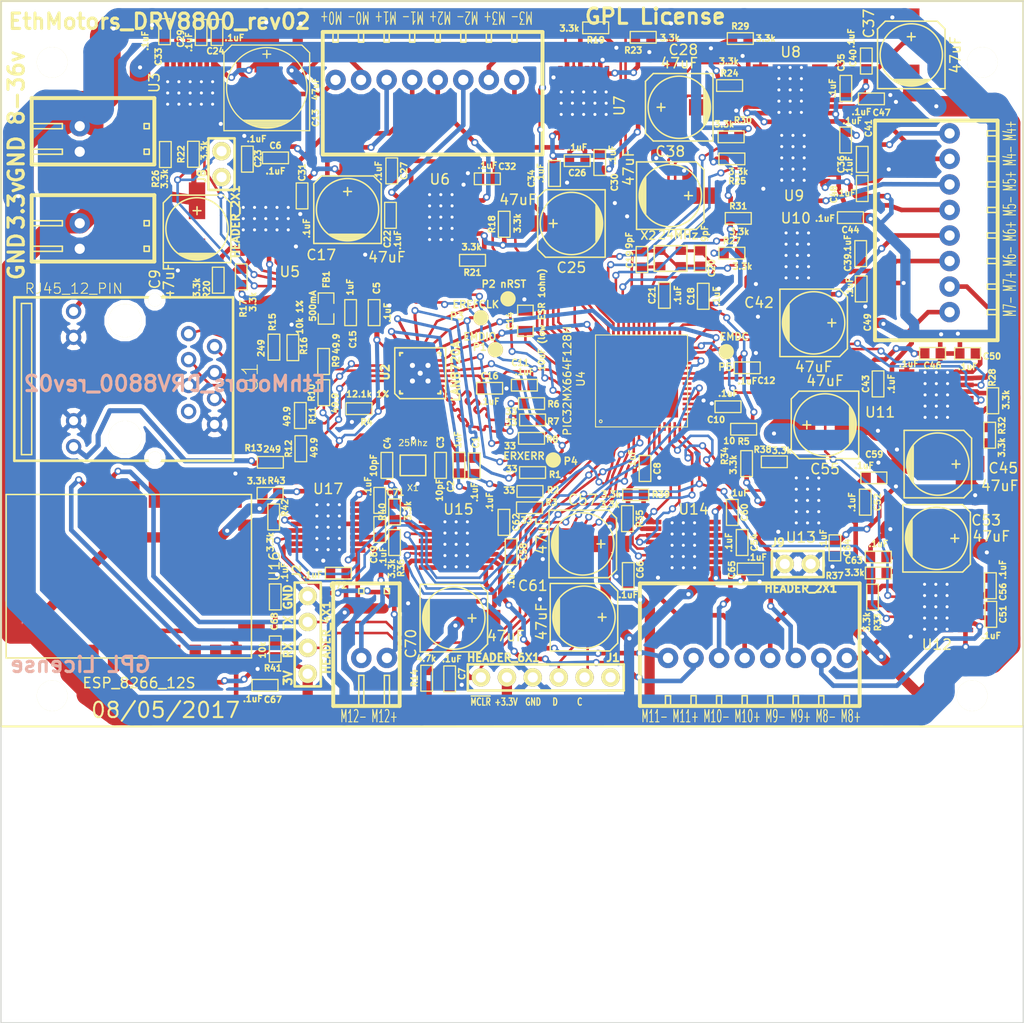
<source format=kicad_pcb>
(kicad_pcb (version 4) (host pcbnew 4.0.6-e0-6349~53~ubuntu16.04.1)
  (layers (0 F.Cu signal) (31 B.Cu signal) (34 B.Paste user) (35 F.Paste user) (36 B.SilkS user) (37 F.SilkS user) (38 B.Mask user) (39 F.Mask user) (44 Edge.Cuts user))
  (net 0 "")
  (net 1 AVDD)
  (net 2 ECRSDV)
  (net 3 EMDC)
  (net 4 EMDIO)
  (net 5 EREFCLK)
  (net 6 ERXD0)
  (net 7 ERXD1)
  (net 8 ERXERR)
  (net 9 ETXD0)
  (net 10 ETXD1)
  (net 11 ETXEN)
  (net 12 GND)
  (net 13 GreenLED)
  (net 14 M0+)
  (net 15 M0-)
  (net 16 M1+)
  (net 17 M1-)
  (net 18 M10+)
  (net 19 M10-)
  (net 20 M11+)
  (net 21 M11-)
  (net 22 M2+)
  (net 23 M2-)
  (net 24 M3+)
  (net 25 M3-)
  (net 26 M4+)
  (net 27 M4-)
  (net 28 M5+)
  (net 29 M5-)
  (net 30 M6+)
  (net 31 M6-)
  (net 32 M7+)
  (net 33 M7-)
  (net 34 M8+)
  (net 35 M8-)
  (net 36 M9+)
  (net 37 M9-)
  (net 38 PGEC1_RB1)
  (net 39 PGED1_RB0)
  (net 40 RB2)
  (net 41 RC13)
  (net 42 RC14)
  (net 43 RD0)
  (net 44 RD10)
  (net 45 RD11)
  (net 46 RD2)
  (net 47 RD3)
  (net 48 RD4)
  (net 49 RD5)
  (net 50 RD6)
  (net 51 RD7)
  (net 52 RD8)
  (net 53 RD9)
  (net 54 RF1)
  (net 55 RF3)
  (net 56 RF4)
  (net 57 RF5)
  (net 58 RG6)
  (net 59 RG7)
  (net 60 RG8)
  (net 61 RG9)
  (net 62 RXN)
  (net 63 RXP)
  (net 64 TXN)
  (net 65 TXP)
  (net 66 VDD)
  (net 67 VMotor)
  (net 68 YellowLED)
  (net 69 nRST)
  (net 70 ~MCLR~)
  (net 71 "Net-(C1-Pad1)")
  (net 72 "Net-(C3-Pad1)")
  (net 73 "Net-(C4-Pad2)")
  (net 74 "Net-(C6-Pad2)")
  (net 75 "Net-(C6-Pad1)")
  (net 76 "Net-(C10-Pad1)")
  (net 77 "Net-(C14-Pad1)")
  (net 78 "Net-(C19-Pad1)")
  (net 79 "Net-(C20-Pad1)")
  (net 80 "Net-(C22-Pad2)")
  (net 81 "Net-(C22-Pad1)")
  (net 82 "Net-(C23-Pad2)")
  (net 83 "Net-(C26-Pad2)")
  (net 84 "Net-(C26-Pad1)")
  (net 85 "Net-(C27-Pad2)")
  (net 86 "Net-(C29-Pad2)")
  (net 87 "Net-(C29-Pad1)")
  (net 88 "Net-(C30-Pad2)")
  (net 89 "Net-(C33-Pad2)")
  (net 90 "Net-(C35-Pad2)")
  (net 91 "Net-(C35-Pad1)")
  (net 92 "Net-(C36-Pad2)")
  (net 93 "Net-(C36-Pad1)")
  (net 94 "Net-(C39-Pad2)")
  (net 95 "Net-(C39-Pad1)")
  (net 96 "Net-(C40-Pad2)")
  (net 97 "Net-(C41-Pad2)")
  (net 98 "Net-(C43-Pad2)")
  (net 99 "Net-(C43-Pad1)")
  (net 100 "Net-(C44-Pad2)")
  (net 101 "Net-(C46-Pad2)")
  (net 102 "Net-(C51-Pad2)")
  (net 103 "Net-(C51-Pad1)")
  (net 104 "Net-(C52-Pad2)")
  (net 105 "Net-(C52-Pad1)")
  (net 106 "Net-(C54-Pad2)")
  (net 107 "Net-(C54-Pad1)")
  (net 108 "Net-(C56-Pad2)")
  (net 109 "Net-(C58-Pad2)")
  (net 110 "Net-(C58-Pad1)")
  (net 111 "Net-(C59-Pad2)")
  (net 112 "Net-(C60-Pad2)")
  (net 113 "Net-(C62-Pad2)")
  (net 114 "Net-(R1-Pad1)")
  (net 115 "Net-(R2-Pad1)")
  (net 116 "Net-(R3-Pad1)")
  (net 117 "Net-(R4-Pad1)")
  (net 118 "Net-(R6-Pad1)")
  (net 119 "Net-(R7-Pad1)")
  (net 120 "Net-(R8-Pad1)")
  (net 121 "Net-(R13-Pad2)")
  (net 122 "Net-(R15-Pad2)")
  (net 123 "Net-(R17-Pad2)")
  (net 124 "Net-(R18-Pad2)")
  (net 125 "Net-(R19-Pad2)")
  (net 126 "Net-(R20-Pad2)")
  (net 127 "Net-(R21-Pad2)")
  (net 128 "Net-(R22-Pad2)")
  (net 129 "Net-(R23-Pad2)")
  (net 130 "Net-(R24-Pad2)")
  (net 131 "Net-(R25-Pad2)")
  (net 132 "Net-(R26-Pad2)")
  (net 133 "Net-(R27-Pad2)")
  (net 134 "Net-(R28-Pad2)")
  (net 135 "Net-(R29-Pad2)")
  (net 136 "Net-(R30-Pad2)")
  (net 137 "Net-(R31-Pad2)")
  (net 138 "Net-(R32-Pad2)")
  (net 139 "Net-(R33-Pad2)")
  (net 140 "Net-(R34-Pad2)")
  (net 141 "Net-(R35-Pad2)")
  (net 142 "Net-(R36-Pad2)")
  (net 143 "Net-(R37-Pad2)")
  (net 144 "Net-(R38-Pad2)")
  (net 145 "Net-(R39-Pad2)")
  (net 146 "Net-(R40-Pad2)")
  (net 147 "Net-(C68-Pad1)")
  (net 148 U5RX)
  (net 149 U5TX)
  (net 150 "Net-(C69-Pad2)")
  (net 151 "Net-(C69-Pad1)")
  (net 152 "Net-(C71-Pad2)")
  (net 153 M12+)
  (net 154 M12-)
  (net 155 "Net-(R42-Pad2)")
  (net 156 "Net-(R43-Pad2)")
  (net 157 RB4)
  (net 158 RB5)
  (net 159 "Net-(J1-Pad6)")
  (net 160 "Net-(U1-Pad7)")
  (net 161 "Net-(U3-Pad15)")
  (net 162 "Net-(U3-Pad16)")
  (net 163 "Net-(U4-Pad13)")
  (net 164 "Net-(U4-Pad36)")
  (net 165 "Net-(U4-Pad37)")
  (net 166 "Net-(U4-Pad34)")
  (net 167 "Net-(U4-Pad28)")
  (net 168 "Net-(U4-Pad27)")
  (net 169 "Net-(U4-Pad22)")
  (net 170 "Net-(U4-Pad24)")
  (net 171 "Net-(U4-Pad23)")
  (net 172 "Net-(U4-Pad18)")
  (net 173 "Net-(U4-Pad17)")
  (net 174 "Net-(U5-Pad15)")
  (net 175 "Net-(U5-Pad16)")
  (net 176 "Net-(U6-Pad15)")
  (net 177 "Net-(U6-Pad16)")
  (net 178 "Net-(U7-Pad15)")
  (net 179 "Net-(U7-Pad16)")
  (net 180 "Net-(U8-Pad15)")
  (net 181 "Net-(U8-Pad16)")
  (net 182 "Net-(U9-Pad15)")
  (net 183 "Net-(U9-Pad16)")
  (net 184 "Net-(U10-Pad15)")
  (net 185 "Net-(U10-Pad16)")
  (net 186 "Net-(U11-Pad15)")
  (net 187 "Net-(U11-Pad16)")
  (net 188 "Net-(U12-Pad15)")
  (net 189 "Net-(U12-Pad16)")
  (net 190 "Net-(U13-Pad15)")
  (net 191 "Net-(U13-Pad16)")
  (net 192 "Net-(U14-Pad15)")
  (net 193 "Net-(U14-Pad16)")
  (net 194 "Net-(U15-Pad15)")
  (net 195 "Net-(U15-Pad16)")
  (net 196 "Net-(U16-Pad14)")
  (net 197 "Net-(U16-Pad13)")
  (net 198 "Net-(U16-Pad12)")
  (net 199 "Net-(U16-Pad9)")
  (net 200 "Net-(U16-Pad10)")
  (net 201 "Net-(U16-Pad11)")
  (net 202 "Net-(U16-Pad19)")
  (net 203 "Net-(U16-Pad20)")
  (net 204 "Net-(U16-Pad16)")
  (net 205 "Net-(U16-Pad17)")
  (net 206 "Net-(U16-Pad18)")
  (net 207 "Net-(U16-Pad5)")
  (net 208 "Net-(U16-Pad6)")
  (net 209 "Net-(U16-Pad7)")
  (net 210 "Net-(U16-Pad4)")
  (net 211 "Net-(U16-Pad2)")
  (net 212 "Net-(U17-Pad15)")
  (net 213 "Net-(U17-Pad16)")
  (module ted_connectors:TED_TERMINAL_SPRING_2.54MM_8PIN_1989803 (layer F.Cu) (at 127.475 62.025 180)
    (fp_text reference J7 hide)
    (fp_text value TERMINAL_8X1 hide)
    (pad 4 thru_hole circle (at -1.25 1.3 180) (size 2 2) (drill 1) (layers *.Cu *.Mask) (net 22 M2+))
    (pad 3 thru_hole circle (at -3.75 1.3 180) (size 2 2) (drill 1) (layers *.Cu *.Mask) (net 23 M2-))
    (pad 7 thru_hole circle (at 6.25 1.3 180) (size 2 2) (drill 1) (layers *.Cu *.Mask) (net 15 M0-))
    (pad 8 thru_hole circle (at 8.75 1.3 180) (size 2 2) (drill 1) (layers *.Cu *.Mask) (net 14 M0+))
    (pad 6 thru_hole circle (at 3.75 1.3 180) (size 2 2) (drill 1) (layers *.Cu *.Mask) (net 16 M1+))
    (pad 5 thru_hole circle (at 1.25 1.3 180) (size 2 2) (drill 1) (layers *.Cu *.Mask) (net 17 M1-))
    (pad 1 thru_hole circle (at -8.75 1.3 180) (size 2 2) (drill 1) (layers *.Cu *.Mask) (net 25 M3-))
    (pad 2 thru_hole circle (at -6.25 1.3 180) (size 2 2) (drill 1) (layers *.Cu *.Mask) (net 24 M3+))
  )
  (module ted_capacitors:TED_SM0603_C (layer F.Cu) (at 132.3 98.5 270)
    (fp_text reference C1 (at -2.3 -0.15 270) (layer F.SilkS) (effects (font (size 0.6 0.6))))
    (fp_text value .1uF (at 2.575 -0.025 270) (layer F.SilkS) (effects (font (size 0.6 0.6))))
    (pad 2 smd rect (at 0.75184 0 270) (size 0.89916 1.00076) (layers F.Cu F.Paste F.Mask) (net 12 GND) (clearance 0.1))
    (pad 1 smd rect (at -0.75184 0 270) (size 0.9 1) (layers F.Cu F.Paste F.Mask) (net 71 "Net-(C1-Pad1)") (clearance 0.1))
  )
  (module ted_capacitors:TED_SM0603_C (layer F.Cu) (at 130.8 98.45 270)
    (fp_text reference C2 (at 2.05 0.8 270) (layer F.SilkS) (effects (font (size 0.6 0.6))))
    (fp_text value 1uF (at -2.5 0.1 270) (layer F.SilkS) (effects (font (size 0.6 0.6))))
    (pad 2 smd rect (at 0.75184 0 270) (size 0.89916 1.00076) (layers F.Cu F.Paste F.Mask) (net 12 GND) (clearance 0.1))
    (pad 1 smd rect (at -0.75184 0 270) (size 0.9 1) (layers F.Cu F.Paste F.Mask) (net 71 "Net-(C1-Pad1)") (clearance 0.1))
  )
  (module ted_capacitors:TED_SM0603_C (layer F.Cu) (at 129 98.45 270)
    (fp_text reference C3 (at -2.25 0 270) (layer F.SilkS) (effects (font (size 0.6 0.6))))
    (fp_text value 10pF (at 2.425 0.1 270) (layer F.SilkS) (effects (font (size 0.6 0.6))))
    (pad 2 smd rect (at 0.75184 0 270) (size 0.89916 1.00076) (layers F.Cu F.Paste F.Mask) (net 12 GND) (clearance 0.1))
    (pad 1 smd rect (at -0.75184 0 270) (size 0.9 1) (layers F.Cu F.Paste F.Mask) (net 72 "Net-(C3-Pad1)") (clearance 0.1))
  )
  (module ted_capacitors:TED_SM0603_C (layer F.Cu) (at 123.75 98.45 270)
    (fp_text reference C4 (at -2.175 -0.05 270) (layer F.SilkS) (effects (font (size 0.6 0.6))))
    (fp_text value 10pF (at 0 1.3 270) (layer F.SilkS) (effects (font (size 0.6 0.6))))
    (pad 2 smd rect (at 0.75184 0 270) (size 0.89916 1.00076) (layers F.Cu F.Paste F.Mask) (net 73 "Net-(C4-Pad2)") (clearance 0.1))
    (pad 1 smd rect (at -0.75184 0 270) (size 0.9 1) (layers F.Cu F.Paste F.Mask) (net 12 GND) (clearance 0.1))
  )
  (module ted_capacitors:TED_SM0603_C (layer F.Cu) (at 122.5 83.5 90)
    (fp_text reference C5 (at 2.4 0.25 90) (layer F.SilkS) (effects (font (size 0.6 0.6))))
    (fp_text value .1uF (at 0 1.3 90) (layer F.SilkS) (effects (font (size 0.6 0.6))))
    (pad 2 smd rect (at 0.75184 0 90) (size 0.89916 1.00076) (layers F.Cu F.Paste F.Mask) (net 12 GND) (clearance 0.1))
    (pad 1 smd rect (at -0.75184 0 90) (size 0.9 1) (layers F.Cu F.Paste F.Mask) (net 1 AVDD) (clearance 0.1))
  )
  (module ted_capacitors:TED_SM0603_C (layer F.Cu) (at 112.85 68.35)
    (fp_text reference C6 (at 0 -1.2) (layer F.SilkS) (effects (font (size 0.6 0.6))))
    (fp_text value .1uF (at 0 1.3) (layer F.SilkS) (effects (font (size 0.6 0.6))))
    (pad 2 smd rect (at 0.75184 0) (size 0.89916 1.00076) (layers F.Cu F.Paste F.Mask) (net 74 "Net-(C6-Pad2)") (clearance 0.1))
    (pad 1 smd rect (at -0.75184 0) (size 0.9 1) (layers F.Cu F.Paste F.Mask) (net 75 "Net-(C6-Pad1)") (clearance 0.1))
  )
  (module ted_capacitors:TED_SM0603_C (layer F.Cu) (at 129.89 119.35 270)
    (fp_text reference C7 (at -0.5 -1.21 270) (layer F.SilkS) (effects (font (size 0.6 0.6))))
    (fp_text value .1uF (at -1.95 -0.21 360) (layer F.SilkS) (effects (font (size 0.6 0.6))))
    (pad 2 smd rect (at 0.75184 0 270) (size 0.89916 1.00076) (layers F.Cu F.Paste F.Mask) (net 12 GND) (clearance 0.1))
    (pad 1 smd rect (at -0.75184 0 270) (size 0.9 1) (layers F.Cu F.Paste F.Mask) (net 70 ~MCLR~) (clearance 0.1))
  )
  (module ted_capacitors:TED_SM0603_C (layer F.Cu) (at 149 98.75 270)
    (fp_text reference C8 (at 0 -1.2 270) (layer F.SilkS) (effects (font (size 0.6 0.6))))
    (fp_text value .1uF (at -0.875 1.25 270) (layer F.SilkS) (effects (font (size 0.6 0.6))))
    (pad 2 smd rect (at 0.75184 0 270) (size 0.89916 1.00076) (layers F.Cu F.Paste F.Mask) (net 12 GND) (clearance 0.1))
    (pad 1 smd rect (at -0.75184 0 270) (size 0.9 1) (layers F.Cu F.Paste F.Mask) (net 66 VDD) (clearance 0.1))
  )
  (module ted_capacitors:TED_SM0603_C (layer F.Cu) (at 157.12 92.71 180)
    (fp_text reference C10 (at 1.164 -1.27 180) (layer F.SilkS) (effects (font (size 0.6 0.6))))
    (fp_text value .1uF (at 0 1.3 180) (layer F.SilkS) (effects (font (size 0.6 0.6))))
    (pad 2 smd rect (at 0.75184 0 180) (size 0.89916 1.00076) (layers F.Cu F.Paste F.Mask) (net 12 GND) (clearance 0.1))
    (pad 1 smd rect (at -0.75184 0 180) (size 0.9 1) (layers F.Cu F.Paste F.Mask) (net 76 "Net-(C10-Pad1)") (clearance 0.1))
  )
  (module ted_capacitors:TED_SM0603_C (layer F.Cu) (at 137.2 90.6 180)
    (fp_text reference C11 (at 0.4 2.2 180) (layer F.SilkS) (effects (font (size 0.6 0.6))))
    (fp_text value .1uF (at 0 1.3 180) (layer F.SilkS) (effects (font (size 0.6 0.6))))
    (pad 2 smd rect (at 0.75184 0 180) (size 0.89916 1.00076) (layers F.Cu F.Paste F.Mask) (net 12 GND) (clearance 0.1))
    (pad 1 smd rect (at -0.75184 0 180) (size 0.9 1) (layers F.Cu F.Paste F.Mask) (net 66 VDD) (clearance 0.1))
  )
  (module ted_capacitors:TED_SM0603_C (layer F.Cu) (at 159 88.9)
    (fp_text reference C12 (at 1.875 1.25) (layer F.SilkS) (effects (font (size 0.6 0.6))))
    (fp_text value .1uF (at 0 1.3) (layer F.SilkS) (effects (font (size 0.6 0.6))))
    (pad 2 smd rect (at 0.75184 0) (size 0.89916 1.00076) (layers F.Cu F.Paste F.Mask) (net 12 GND) (clearance 0.1))
    (pad 1 smd rect (at -0.75184 0) (size 0.9 1) (layers F.Cu F.Paste F.Mask) (net 66 VDD) (clearance 0.1))
  )
  (module ted_capacitors:TED_c_elec_8x10 (layer F.Cu) (at 112 61.5 90)
    (fp_text reference C13 (at -2.95 4.775 90) (layer F.SilkS) (effects (font (size 0.6 0.6))))
    (fp_text value 47uF (at -0.125 4.775 90) (layer F.SilkS) (effects (font (size 0.6 0.6))))
    (pad 1 smd rect (at 3.2512 0 90) (size 3.50012 2.4003) (layers F.Cu F.Paste F.Mask) (net 67 VMotor))
    (pad 2 smd rect (at -3.2512 0 90) (size 3.50012 2.4003) (layers F.Cu F.Paste F.Mask) (net 12 GND))
  )
  (module ted_capacitors:TED_SM0805_C (layer F.Cu) (at 137.3 84.3 90)
    (fp_text reference C14 (at 0 -1.5 90) (layer F.SilkS) (effects (font (size 0.6 0.6))))
    (fp_text value "10uF (low ESR 1ohm)" (at 0.1 1.6 90) (layer F.SilkS) (effects (font (size 0.6 0.6))))
    (pad 1 smd rect (at -0.9525 0 90) (size 0.889 1.397) (layers F.Cu F.Paste F.Mask) (net 77 "Net-(C14-Pad1)"))
    (pad 2 smd rect (at 0.9525 0 90) (size 0.889 1.397) (layers F.Cu F.Paste F.Mask) (net 12 GND))
  )
  (module ted_capacitors:TED_SM0603_C (layer F.Cu) (at 120.2 83.5 90)
    (fp_text reference C15 (at -2.625 0.225 90) (layer F.SilkS) (effects (font (size 0.6 0.6))))
    (fp_text value 1uF (at 2.5 -0.05 90) (layer F.SilkS) (effects (font (size 0.6 0.6))))
    (pad 2 smd rect (at 0.75184 0 90) (size 0.89916 1.00076) (layers F.Cu F.Paste F.Mask) (net 12 GND) (clearance 0.1))
    (pad 1 smd rect (at -0.75184 0 90) (size 0.9 1) (layers F.Cu F.Paste F.Mask) (net 1 AVDD) (clearance 0.1))
  )
  (module ted_capacitors:TED_SM0603_C (layer F.Cu) (at 133.8 90.9)
    (fp_text reference C16 (at 0 -1.2) (layer F.SilkS) (effects (font (size 0.6 0.6))))
    (fp_text value .1uF (at 0 1.3) (layer F.SilkS) (effects (font (size 0.6 0.6))))
    (pad 2 smd rect (at 0.75184 0) (size 0.89916 1.00076) (layers F.Cu F.Paste F.Mask) (net 12 GND) (clearance 0.1))
    (pad 1 smd rect (at -0.75184 0) (size 0.9 1) (layers F.Cu F.Paste F.Mask) (net 66 VDD) (clearance 0.1))
  )
  (module ted_capacitors:TED_SM0603_C (layer F.Cu) (at 154.7 81.9 90)
    (fp_text reference C18 (at 0 -1.2 90) (layer F.SilkS) (effects (font (size 0.6 0.6))))
    (fp_text value .1uF (at 0 1.3 90) (layer F.SilkS) (effects (font (size 0.6 0.6))))
    (pad 2 smd rect (at 0.75184 0 90) (size 0.89916 1.00076) (layers F.Cu F.Paste F.Mask) (net 12 GND) (clearance 0.1))
    (pad 1 smd rect (at -0.75184 0 90) (size 0.9 1) (layers F.Cu F.Paste F.Mask) (net 66 VDD) (clearance 0.1))
  )
  (module ted_capacitors:TED_SM0603_C (layer F.Cu) (at 148.7 78.3 90)
    (fp_text reference C19 (at 0 -1.2 90) (layer F.SilkS) (effects (font (size 0.6 0.6))))
    (fp_text value 9pF (at 1.875 -1.25 90) (layer F.SilkS) (effects (font (size 0.6 0.6))))
    (pad 2 smd rect (at 0.75184 0 90) (size 0.89916 1.00076) (layers F.Cu F.Paste F.Mask) (net 12 GND) (clearance 0.1))
    (pad 1 smd rect (at -0.75184 0 90) (size 0.9 1) (layers F.Cu F.Paste F.Mask) (net 78 "Net-(C19-Pad1)") (clearance 0.1))
  )
  (module ted_capacitors:TED_SM0603_C (layer F.Cu) (at 154.4 78.2 270)
    (fp_text reference C20 (at 0.95 -1.125 270) (layer F.SilkS) (effects (font (size 0.6 0.6))))
    (fp_text value 9pF (at -2.45 -0.45 270) (layer F.SilkS) (effects (font (size 0.6 0.6))))
    (pad 2 smd rect (at 0.75184 0 270) (size 0.89916 1.00076) (layers F.Cu F.Paste F.Mask) (net 12 GND) (clearance 0.1))
    (pad 1 smd rect (at -0.75184 0 270) (size 0.9 1) (layers F.Cu F.Paste F.Mask) (net 79 "Net-(C20-Pad1)") (clearance 0.1))
  )
  (module ted_capacitors:TED_SM0603_C (layer F.Cu) (at 150.9 81.8 90)
    (fp_text reference C21 (at 0 -1.2 90) (layer F.SilkS) (effects (font (size 0.6 0.6))))
    (fp_text value .1uF (at 0 1.3 90) (layer F.SilkS) (effects (font (size 0.6 0.6))))
    (pad 2 smd rect (at 0.75184 0 90) (size 0.89916 1.00076) (layers F.Cu F.Paste F.Mask) (net 12 GND) (clearance 0.1))
    (pad 1 smd rect (at -0.75184 0 90) (size 0.9 1) (layers F.Cu F.Paste F.Mask) (net 66 VDD) (clearance 0.1))
  )
  (module ted_capacitors:TED_SM0603_C (layer F.Cu) (at 124.1 73.975 90)
    (fp_text reference C22 (at -2.325 -0.3 90) (layer F.SilkS) (effects (font (size 0.6 0.6))))
    (fp_text value .1uF (at -2.425 0.7 90) (layer F.SilkS) (effects (font (size 0.6 0.6))))
    (pad 2 smd rect (at 0.75184 0 90) (size 0.89916 1.00076) (layers F.Cu F.Paste F.Mask) (net 80 "Net-(C22-Pad2)") (clearance 0.1))
    (pad 1 smd rect (at -0.75184 0 90) (size 0.9 1) (layers F.Cu F.Paste F.Mask) (net 81 "Net-(C22-Pad1)") (clearance 0.1))
  )
  (module ted_capacitors:TED_SM0603_C (layer F.Cu) (at 110.1 68.475 270)
    (fp_text reference C23 (at -0.05 -1.05 270) (layer F.SilkS) (effects (font (size 0.6 0.6))))
    (fp_text value .1uF (at -1.975 -0.9 360) (layer F.SilkS) (effects (font (size 0.6 0.6))))
    (pad 2 smd rect (at 0.75184 0 270) (size 0.89916 1.00076) (layers F.Cu F.Paste F.Mask) (net 82 "Net-(C23-Pad2)") (clearance 0.1))
    (pad 1 smd rect (at -0.75184 0 270) (size 0.9 1) (layers F.Cu F.Paste F.Mask) (net 67 VMotor) (clearance 0.1))
  )
  (module ted_capacitors:TED_SM0603_C (layer F.Cu) (at 107.125 56.075 90)
    (fp_text reference C24 (at -1.825 -0.15 180) (layer F.SilkS) (effects (font (size 0.6 0.6))))
    (fp_text value .1uF (at -0.525 1.7 180) (layer F.SilkS) (effects (font (size 0.6 0.6))))
    (pad 2 smd rect (at 0.75184 0 90) (size 0.89916 1.00076) (layers F.Cu F.Paste F.Mask) (net 12 GND) (clearance 0.1))
    (pad 1 smd rect (at -0.75184 0 90) (size 0.9 1) (layers F.Cu F.Paste F.Mask) (net 67 VMotor) (clearance 0.1))
  )
  (module ted_capacitors:TED_SM0603_C (layer F.Cu) (at 142.375 68.625 180)
    (fp_text reference C26 (at 0 -1.2 180) (layer F.SilkS) (effects (font (size 0.6 0.6))))
    (fp_text value .1uF (at 0 1.3 180) (layer F.SilkS) (effects (font (size 0.6 0.6))))
    (pad 2 smd rect (at 0.75184 0 180) (size 0.89916 1.00076) (layers F.Cu F.Paste F.Mask) (net 83 "Net-(C26-Pad2)") (clearance 0.1))
    (pad 1 smd rect (at -0.75184 0 180) (size 0.9 1) (layers F.Cu F.Paste F.Mask) (net 84 "Net-(C26-Pad1)") (clearance 0.1))
  )
  (module ted_capacitors:TED_SM0603_C (layer F.Cu) (at 124.225 69.625 270)
    (fp_text reference C27 (at 0 -1.2 270) (layer F.SilkS) (effects (font (size 0.6 0.6))))
    (fp_text value .1uF (at 0 1.3 270) (layer F.SilkS) (effects (font (size 0.6 0.6))))
    (pad 2 smd rect (at 0.75184 0 270) (size 0.89916 1.00076) (layers F.Cu F.Paste F.Mask) (net 85 "Net-(C27-Pad2)") (clearance 0.1))
    (pad 1 smd rect (at -0.75184 0 270) (size 0.9 1) (layers F.Cu F.Paste F.Mask) (net 67 VMotor) (clearance 0.1))
  )
  (module ted_capacitors:TED_SM0603_C (layer F.Cu) (at 105.575 56.075 270)
    (fp_text reference C29 (at 0.6 2 270) (layer F.SilkS) (effects (font (size 0.6 0.6))))
    (fp_text value .1uF (at 0.95 1.2 270) (layer F.SilkS) (effects (font (size 0.6 0.6))))
    (pad 2 smd rect (at 0.75184 0 270) (size 0.89916 1.00076) (layers F.Cu F.Paste F.Mask) (net 86 "Net-(C29-Pad2)") (clearance 0.1))
    (pad 1 smd rect (at -0.75184 0 270) (size 0.9 1) (layers F.Cu F.Paste F.Mask) (net 87 "Net-(C29-Pad1)") (clearance 0.1))
  )
  (module ted_capacitors:TED_SM0603_C (layer F.Cu) (at 144.575 68.8 90)
    (fp_text reference C30 (at -1.95 1.45 90) (layer F.SilkS) (effects (font (size 0.6 0.6))))
    (fp_text value .1uF (at 0.725 1.25 90) (layer F.SilkS) (effects (font (size 0.6 0.6))))
    (pad 2 smd rect (at 0.75184 0 90) (size 0.89916 1.00076) (layers F.Cu F.Paste F.Mask) (net 88 "Net-(C30-Pad2)") (clearance 0.1))
    (pad 1 smd rect (at -0.75184 0 90) (size 0.9 1) (layers F.Cu F.Paste F.Mask) (net 67 VMotor) (clearance 0.1))
  )
  (module ted_capacitors:TED_SM0603_C (layer F.Cu) (at 115.45 72.075 270)
    (fp_text reference C31 (at -2.3 0 270) (layer F.SilkS) (effects (font (size 0.6 0.6))))
    (fp_text value .1uF (at 3.175 -0.45 270) (layer F.SilkS) (effects (font (size 0.6 0.6))))
    (pad 2 smd rect (at 0.75184 0 270) (size 0.89916 1.00076) (layers F.Cu F.Paste F.Mask) (net 12 GND) (clearance 0.1))
    (pad 1 smd rect (at -0.75184 0 270) (size 0.9 1) (layers F.Cu F.Paste F.Mask) (net 67 VMotor) (clearance 0.1))
  )
  (module ted_capacitors:TED_SM0603_C (layer F.Cu) (at 133.575 70.4 180)
    (fp_text reference C32 (at -1.95 1.2 180) (layer F.SilkS) (effects (font (size 0.6 0.6))))
    (fp_text value .1uF (at 0 1.3 180) (layer F.SilkS) (effects (font (size 0.6 0.6))))
    (pad 2 smd rect (at 0.75184 0 180) (size 0.89916 1.00076) (layers F.Cu F.Paste F.Mask) (net 12 GND) (clearance 0.1))
    (pad 1 smd rect (at -0.75184 0 180) (size 0.9 1) (layers F.Cu F.Paste F.Mask) (net 67 VMotor) (clearance 0.1))
  )
  (module ted_capacitors:TED_SM0603_C (layer F.Cu) (at 102 56 270)
    (fp_text reference C33 (at 2.45 0.6 270) (layer F.SilkS) (effects (font (size 0.6 0.6))))
    (fp_text value .1uF (at 0.9 1.9 270) (layer F.SilkS) (effects (font (size 0.6 0.6))))
    (pad 2 smd rect (at 0.75184 0 270) (size 0.89916 1.00076) (layers F.Cu F.Paste F.Mask) (net 89 "Net-(C33-Pad2)") (clearance 0.1))
    (pad 1 smd rect (at -0.75184 0 270) (size 0.9 1) (layers F.Cu F.Paste F.Mask) (net 67 VMotor) (clearance 0.1))
  )
  (module ted_capacitors:TED_SM0603_C (layer F.Cu) (at 140.15 69.875 270)
    (fp_text reference C34 (at 0.5 2.25 270) (layer F.SilkS) (effects (font (size 0.6 0.6))))
    (fp_text value .1uF (at -0.025 1.35 270) (layer F.SilkS) (effects (font (size 0.6 0.6))))
    (pad 2 smd rect (at 0.75184 0 270) (size 0.89916 1.00076) (layers F.Cu F.Paste F.Mask) (net 12 GND) (clearance 0.1))
    (pad 1 smd rect (at -0.75184 0 270) (size 0.9 1) (layers F.Cu F.Paste F.Mask) (net 67 VMotor) (clearance 0.1))
  )
  (module ted_capacitors:TED_SM0603_C (layer F.Cu) (at 168.65 61.55 270)
    (fp_text reference C35 (at -2.525 0.45 270) (layer F.SilkS) (effects (font (size 0.6 0.6))))
    (fp_text value .1uF (at 0 1.3 270) (layer F.SilkS) (effects (font (size 0.6 0.6))))
    (pad 2 smd rect (at 0.75184 0 270) (size 0.89916 1.00076) (layers F.Cu F.Paste F.Mask) (net 90 "Net-(C35-Pad2)") (clearance 0.1))
    (pad 1 smd rect (at -0.75184 0 270) (size 0.9 1) (layers F.Cu F.Paste F.Mask) (net 91 "Net-(C35-Pad1)") (clearance 0.1))
  )
  (module ted_capacitors:TED_SM0603_C (layer F.Cu) (at 170.25 68.5 270)
    (fp_text reference C36 (at 0.475 2.05 270) (layer F.SilkS) (effects (font (size 0.6 0.6))))
    (fp_text value .1uF (at 0.625 1.275 270) (layer F.SilkS) (effects (font (size 0.6 0.6))))
    (pad 2 smd rect (at 0.75184 0 270) (size 0.89916 1.00076) (layers F.Cu F.Paste F.Mask) (net 92 "Net-(C36-Pad2)") (clearance 0.1))
    (pad 1 smd rect (at -0.75184 0 270) (size 0.9 1) (layers F.Cu F.Paste F.Mask) (net 93 "Net-(C36-Pad1)") (clearance 0.1))
  )
  (module ted_capacitors:TED_SM0603_C (layer F.Cu) (at 170.1 77.725 270)
    (fp_text reference C39 (at 0.875 1.25 270) (layer F.SilkS) (effects (font (size 0.6 0.6))))
    (fp_text value .1uF (at -0.9 1.275 270) (layer F.SilkS) (effects (font (size 0.6 0.6))))
    (pad 2 smd rect (at 0.75184 0 270) (size 0.89916 1.00076) (layers F.Cu F.Paste F.Mask) (net 94 "Net-(C39-Pad2)") (clearance 0.1))
    (pad 1 smd rect (at -0.75184 0 270) (size 0.9 1) (layers F.Cu F.Paste F.Mask) (net 95 "Net-(C39-Pad1)") (clearance 0.1))
  )
  (module ted_capacitors:TED_SM0603_C (layer F.Cu) (at 170.65 58.875 90)
    (fp_text reference C40 (at 0.3 -1.3 90) (layer F.SilkS) (effects (font (size 0.6 0.6))))
    (fp_text value .1uF (at 2.225 -1.475 90) (layer F.SilkS) (effects (font (size 0.6 0.6))))
    (pad 2 smd rect (at 0.75184 0 90) (size 0.89916 1.00076) (layers F.Cu F.Paste F.Mask) (net 96 "Net-(C40-Pad2)") (clearance 0.1))
    (pad 1 smd rect (at -0.75184 0 90) (size 0.9 1) (layers F.Cu F.Paste F.Mask) (net 67 VMotor) (clearance 0.1))
  )
  (module ted_capacitors:TED_SM0603_C (layer F.Cu) (at 168.625 66.6 270)
    (fp_text reference C41 (at -1.15 -2.25 270) (layer F.SilkS) (effects (font (size 0.6 0.6))))
    (fp_text value .1uF (at -1.875 -0.65 360) (layer F.SilkS) (effects (font (size 0.6 0.6))))
    (pad 2 smd rect (at 0.75184 0 270) (size 0.89916 1.00076) (layers F.Cu F.Paste F.Mask) (net 97 "Net-(C41-Pad2)") (clearance 0.1))
    (pad 1 smd rect (at -0.75184 0 270) (size 0.9 1) (layers F.Cu F.Paste F.Mask) (net 67 VMotor) (clearance 0.1))
  )
  (module ted_capacitors:TED_SM0603_C (layer F.Cu) (at 171.8 90.475 90)
    (fp_text reference C43 (at 0 -1.2 90) (layer F.SilkS) (effects (font (size 0.6 0.6))))
    (fp_text value .1uF (at 0 1.3 90) (layer F.SilkS) (effects (font (size 0.6 0.6))))
    (pad 2 smd rect (at 0.75184 0 90) (size 0.89916 1.00076) (layers F.Cu F.Paste F.Mask) (net 98 "Net-(C43-Pad2)") (clearance 0.1))
    (pad 1 smd rect (at -0.75184 0 90) (size 0.9 1) (layers F.Cu F.Paste F.Mask) (net 99 "Net-(C43-Pad1)") (clearance 0.1))
  )
  (module ted_capacitors:TED_SM0603_C (layer F.Cu) (at 169.1 74.2 180)
    (fp_text reference C44 (at 0 -1.2 180) (layer F.SilkS) (effects (font (size 0.6 0.6))))
    (fp_text value .1uF (at 2.5 -0.075 180) (layer F.SilkS) (effects (font (size 0.6 0.6))))
    (pad 2 smd rect (at 0.75184 0 180) (size 0.89916 1.00076) (layers F.Cu F.Paste F.Mask) (net 100 "Net-(C44-Pad2)") (clearance 0.1))
    (pad 1 smd rect (at -0.75184 0 180) (size 0.9 1) (layers F.Cu F.Paste F.Mask) (net 67 VMotor) (clearance 0.1))
  )
  (module ted_capacitors:TED_SM0603_C (layer F.Cu) (at 177.13 87.48 180)
    (fp_text reference C46 (at 0 -1.2 180) (layer F.SilkS) (effects (font (size 0.6 0.6))))
    (fp_text value .1uF (at 2.33 -1.02 180) (layer F.SilkS) (effects (font (size 0.6 0.6))))
    (pad 2 smd rect (at 0.75184 0 180) (size 0.89916 1.00076) (layers F.Cu F.Paste F.Mask) (net 101 "Net-(C46-Pad2)") (clearance 0.1))
    (pad 1 smd rect (at -0.75184 0 180) (size 0.9 1) (layers F.Cu F.Paste F.Mask) (net 67 VMotor) (clearance 0.1))
  )
  (module ted_capacitors:TED_SM0603_C (layer F.Cu) (at 171.15 62.575)
    (fp_text reference C47 (at 1 1.35) (layer F.SilkS) (effects (font (size 0.6 0.6))))
    (fp_text value .1uF (at -0.975 1.275) (layer F.SilkS) (effects (font (size 0.6 0.6))))
    (pad 2 smd rect (at 0.75184 0) (size 0.89916 1.00076) (layers F.Cu F.Paste F.Mask) (net 12 GND) (clearance 0.1))
    (pad 1 smd rect (at -0.75184 0) (size 0.9 1) (layers F.Cu F.Paste F.Mask) (net 67 VMotor) (clearance 0.1))
  )
  (module ted_capacitors:TED_SM0603_C (layer F.Cu) (at 170.25 71.35 90)
    (fp_text reference C48 (at -0.575 -2.775 90) (layer F.SilkS) (effects (font (size 0.6 0.6))))
    (fp_text value .1uF (at -0.45 -1.625 180) (layer F.SilkS) (effects (font (size 0.6 0.6))))
    (pad 2 smd rect (at 0.75184 0 90) (size 0.89916 1.00076) (layers F.Cu F.Paste F.Mask) (net 12 GND) (clearance 0.1))
    (pad 1 smd rect (at -0.75184 0 90) (size 0.9 1) (layers F.Cu F.Paste F.Mask) (net 67 VMotor) (clearance 0.1))
  )
  (module ted_capacitors:TED_SM0603_C (layer F.Cu) (at 170.15 81.175 270)
    (fp_text reference C49 (at 3.275 -0.625 450) (layer F.SilkS) (effects (font (size 0.6 0.6))))
    (fp_text value .1uF (at -0.15 1.125 270) (layer F.SilkS) (effects (font (size 0.6 0.6))))
    (pad 2 smd rect (at 0.75184 0 270) (size 0.89916 1.00076) (layers F.Cu F.Paste F.Mask) (net 12 GND) (clearance 0.1))
    (pad 1 smd rect (at -0.75184 0 270) (size 0.9 1) (layers F.Cu F.Paste F.Mask) (net 67 VMotor) (clearance 0.1))
  )
  (module ted_capacitors:TED_SM0603_C (layer F.Cu) (at 180.56 87.5)
    (fp_text reference C50 (at 2.39 0.275) (layer F.SilkS) (effects (font (size 0.6 0.6))))
    (fp_text value .1uF (at 0 1.3) (layer F.SilkS) (effects (font (size 0.6 0.6))))
    (pad 2 smd rect (at 0.75184 0) (size 0.89916 1.00076) (layers F.Cu F.Paste F.Mask) (net 12 GND) (clearance 0.1))
    (pad 1 smd rect (at -0.75184 0) (size 0.9 1) (layers F.Cu F.Paste F.Mask) (net 67 VMotor) (clearance 0.1))
  )
  (module ted_capacitors:TED_SM0603_C (layer F.Cu) (at 182.83 113.03 270)
    (fp_text reference C51 (at 0 -1.2 270) (layer F.SilkS) (effects (font (size 0.6 0.6))))
    (fp_text value .1uF (at 2.095 -0.02 360) (layer F.SilkS) (effects (font (size 0.6 0.6))))
    (pad 2 smd rect (at 0.75184 0 270) (size 0.89916 1.00076) (layers F.Cu F.Paste F.Mask) (net 102 "Net-(C51-Pad2)") (clearance 0.1))
    (pad 1 smd rect (at -0.75184 0 270) (size 0.9 1) (layers F.Cu F.Paste F.Mask) (net 103 "Net-(C51-Pad1)") (clearance 0.1))
  )
  (module ted_capacitors:TED_SM0603_C (layer F.Cu) (at 170.55 102.05 270)
    (fp_text reference C52 (at 0 -1.2 270) (layer F.SilkS) (effects (font (size 0.6 0.6))))
    (fp_text value .1uF (at 0 1.3 270) (layer F.SilkS) (effects (font (size 0.6 0.6))))
    (pad 2 smd rect (at 0.75184 0 270) (size 0.89916 1.00076) (layers F.Cu F.Paste F.Mask) (net 104 "Net-(C52-Pad2)") (clearance 0.1))
    (pad 1 smd rect (at -0.75184 0 270) (size 0.9 1) (layers F.Cu F.Paste F.Mask) (net 105 "Net-(C52-Pad1)") (clearance 0.1))
  )
  (module ted_capacitors:TED_SM0603_C (layer F.Cu) (at 158.5 106 270)
    (fp_text reference C54 (at 0 -1.2 270) (layer F.SilkS) (effects (font (size 0.6 0.6))))
    (fp_text value .1uF (at 0 1.3 270) (layer F.SilkS) (effects (font (size 0.6 0.6))))
    (pad 2 smd rect (at 0.75184 0 270) (size 0.89916 1.00076) (layers F.Cu F.Paste F.Mask) (net 106 "Net-(C54-Pad2)") (clearance 0.1))
    (pad 1 smd rect (at -0.75184 0 270) (size 0.9 1) (layers F.Cu F.Paste F.Mask) (net 107 "Net-(C54-Pad1)") (clearance 0.1))
  )
  (module ted_capacitors:TED_SM0603_C (layer F.Cu) (at 182.79 110.23 270)
    (fp_text reference C56 (at 0.595 -1.235 270) (layer F.SilkS) (effects (font (size 0.6 0.6))))
    (fp_text value .1uF (at -1.58 -1.21 270) (layer F.SilkS) (effects (font (size 0.6 0.6))))
    (pad 2 smd rect (at 0.75184 0 270) (size 0.89916 1.00076) (layers F.Cu F.Paste F.Mask) (net 108 "Net-(C56-Pad2)") (clearance 0.1))
    (pad 1 smd rect (at -0.75184 0 270) (size 0.9 1) (layers F.Cu F.Paste F.Mask) (net 67 VMotor) (clearance 0.1))
  )
  (module ted_capacitors:TED_SM0603_C (layer F.Cu) (at 135.9 106.9 270)
    (fp_text reference C58 (at 0 -1.2 270) (layer F.SilkS) (effects (font (size 0.6 0.6))))
    (fp_text value .1uF (at 2.625 0 270) (layer F.SilkS) (effects (font (size 0.6 0.6))))
    (pad 2 smd rect (at 0.75184 0 270) (size 0.89916 1.00076) (layers F.Cu F.Paste F.Mask) (net 109 "Net-(C58-Pad2)") (clearance 0.1))
    (pad 1 smd rect (at -0.75184 0 270) (size 0.9 1) (layers F.Cu F.Paste F.Mask) (net 110 "Net-(C58-Pad1)") (clearance 0.1))
  )
  (module ted_capacitors:TED_SM0603_C (layer F.Cu) (at 171.39 99.67 180)
    (fp_text reference C59 (at -0.035 2.295 180) (layer F.SilkS) (effects (font (size 0.6 0.6))))
    (fp_text value .1uF (at 0.965 1.195 180) (layer F.SilkS) (effects (font (size 0.6 0.6))))
    (pad 2 smd rect (at 0.75184 0 180) (size 0.89916 1.00076) (layers F.Cu F.Paste F.Mask) (net 111 "Net-(C59-Pad2)") (clearance 0.1))
    (pad 1 smd rect (at -0.75184 0 180) (size 0.9 1) (layers F.Cu F.Paste F.Mask) (net 67 VMotor) (clearance 0.1))
  )
  (module ted_capacitors:TED_SM0603_C (layer F.Cu) (at 157.54 103.05 270)
    (fp_text reference C60 (at 0 -1.2 270) (layer F.SilkS) (effects (font (size 0.6 0.6))))
    (fp_text value .1uF (at -1.9 -0.635 360) (layer F.SilkS) (effects (font (size 0.6 0.6))))
    (pad 2 smd rect (at 0.75184 0 270) (size 0.89916 1.00076) (layers F.Cu F.Paste F.Mask) (net 112 "Net-(C60-Pad2)") (clearance 0.1))
    (pad 1 smd rect (at -0.75184 0 270) (size 0.9 1) (layers F.Cu F.Paste F.Mask) (net 67 VMotor) (clearance 0.1))
  )
  (module ted_capacitors:TED_SM0603_C (layer F.Cu) (at 135.2 104.025 270)
    (fp_text reference C62 (at 0 -1.2 270) (layer F.SilkS) (effects (font (size 0.6 0.6))))
    (fp_text value .1uF (at -1.975 1.4 270) (layer F.SilkS) (effects (font (size 0.6 0.6))))
    (pad 2 smd rect (at 0.75184 0 270) (size 0.89916 1.00076) (layers F.Cu F.Paste F.Mask) (net 113 "Net-(C62-Pad2)") (clearance 0.1))
    (pad 1 smd rect (at -0.75184 0 270) (size 0.9 1) (layers F.Cu F.Paste F.Mask) (net 67 VMotor) (clearance 0.1))
  )
  (module ted_capacitors:TED_SM0603_C (layer F.Cu) (at 171.82 107.42 180)
    (fp_text reference C63 (at 2.395 -0.33 180) (layer F.SilkS) (effects (font (size 0.6 0.6))))
    (fp_text value .1uF (at 0 1.3 180) (layer F.SilkS) (effects (font (size 0.6 0.6))))
    (pad 2 smd rect (at 0.75184 0 180) (size 0.89916 1.00076) (layers F.Cu F.Paste F.Mask) (net 12 GND) (clearance 0.1))
    (pad 1 smd rect (at -0.75184 0 180) (size 0.9 1) (layers F.Cu F.Paste F.Mask) (net 67 VMotor) (clearance 0.1))
  )
  (module ted_capacitors:TED_SM0603_C (layer F.Cu) (at 167.58 106.52 270)
    (fp_text reference C64 (at 0 -1.2 270) (layer F.SilkS) (effects (font (size 0.6 0.6))))
    (fp_text value .1uF (at -0.87 1.13 270) (layer F.SilkS) (effects (font (size 0.6 0.6))))
    (pad 2 smd rect (at 0.75184 0 270) (size 0.89916 1.00076) (layers F.Cu F.Paste F.Mask) (net 12 GND) (clearance 0.1))
    (pad 1 smd rect (at -0.75184 0 270) (size 0.9 1) (layers F.Cu F.Paste F.Mask) (net 67 VMotor) (clearance 0.1))
  )
  (module ted_capacitors:TED_SM0603_C (layer F.Cu) (at 159.3 108.59)
    (fp_text reference C65 (at -1.8 0.06 90) (layer F.SilkS) (effects (font (size 0.6 0.6))))
    (fp_text value .1uF (at 0.65 -1.14) (layer F.SilkS) (effects (font (size 0.6 0.6))))
    (pad 2 smd rect (at 0.75184 0) (size 0.89916 1.00076) (layers F.Cu F.Paste F.Mask) (net 12 GND) (clearance 0.1))
    (pad 1 smd rect (at -0.75184 0) (size 0.9 1) (layers F.Cu F.Paste F.Mask) (net 67 VMotor) (clearance 0.1))
  )
  (module ted_capacitors:TED_SM0603_C (layer F.Cu) (at 147.36 109.24 270)
    (fp_text reference C66 (at -0.59 -1.165 270) (layer F.SilkS) (effects (font (size 0.6 0.6))))
    (fp_text value .1uF (at 1.885 0.01 360) (layer F.SilkS) (effects (font (size 0.6 0.6))))
    (pad 2 smd rect (at 0.75184 0 270) (size 0.89916 1.00076) (layers F.Cu F.Paste F.Mask) (net 12 GND) (clearance 0.1))
    (pad 1 smd rect (at -0.75184 0 270) (size 0.9 1) (layers F.Cu F.Paste F.Mask) (net 67 VMotor) (clearance 0.1))
  )
  (module ted_capacitors:TED_SM0805_C (layer F.Cu) (at 117.8 83.1 270)
    (fp_text reference FB1 (at -2.85 -0.025 270) (layer F.SilkS) (effects (font (size 0.6 0.6))))
    (fp_text value 500mA (at -0.25 1.3 270) (layer F.SilkS) (effects (font (size 0.6 0.6))))
    (pad 1 smd rect (at -0.9525 0 270) (size 0.889 1.397) (layers F.Cu F.Paste F.Mask) (net 66 VDD))
    (pad 2 smd rect (at 0.9525 0 270) (size 0.889 1.397) (layers F.Cu F.Paste F.Mask) (net 1 AVDD))
  )
  (module ted_holes:TED_Hole_3mm (layer F.Cu) (at 91 121)
    (fp_text reference H1 hide)
    (fp_text value HOLE hide)
    (pad "" np_thru_hole circle (at 0 0) (size 3 3) (drill 3) (layers *.Cu *.Mask F.SilkS))
  )
  (module ted_holes:TED_Hole_3mm (layer F.Cu) (at 91 59)
    (fp_text reference H2 hide)
    (fp_text value HOLE hide)
    (pad "" np_thru_hole circle (at 0 0) (size 3 3) (drill 3) (layers *.Cu *.Mask F.SilkS))
  )
  (module ted_holes:TED_Hole_3mm (layer F.Cu) (at 181 121)
    (fp_text reference H3 hide)
    (fp_text value HOLE hide)
    (pad "" np_thru_hole circle (at 0 0) (size 3 3) (drill 3) (layers *.Cu *.Mask F.SilkS))
  )
  (module ted_holes:TED_Hole_3mm (layer F.Cu) (at 182 59)
    (fp_text reference H4 hide)
    (fp_text value HOLE hide)
    (pad "" np_thru_hole circle (at 0 0) (size 3 3) (drill 3) (layers *.Cu *.Mask F.SilkS))
  )
  (module ted_connectors:TED_HEADER_6x1 (layer F.Cu) (at 139.3 119.2)
    (fp_text reference J1 (at 6.575 -1.925) (layer F.SilkS) (effects (font (size 0.762 0.762) (thickness 0.1905))))
    (fp_text value HEADER_6X1 (at -4.15 -1.925) (layer F.SilkS) (effects (font (size 0.762 0.762) (thickness 0.1905))))
    (pad 5 thru_hole circle (at 3.78968 0) (size 1.8 1.8) (drill 1) (layers *.Cu *.Mask F.SilkS) (net 38 PGEC1_RB1))
    (pad 6 thru_hole circle (at 6.32968 0) (size 1.8 1.8) (drill 1) (layers *.Cu *.Mask F.SilkS) (net 159 "Net-(J1-Pad6)"))
    (pad 1 thru_hole circle (at -6.35 0) (size 1.8 1.8) (drill 1) (layers *.Cu *.Mask F.SilkS) (net 70 ~MCLR~))
    (pad 2 thru_hole circle (at -3.81 0) (size 1.8 1.8) (drill 1) (layers *.Cu *.Mask F.SilkS) (net 66 VDD))
    (pad 4 thru_hole circle (at 1.25984 0) (size 1.8 1.8) (drill 1) (layers *.Cu *.Mask F.SilkS) (net 39 PGED1_RB0))
    (pad 3 thru_hole circle (at -1.28016 0) (size 1.8 1.8) (drill 1) (layers *.Cu *.Mask F.SilkS) (net 12 GND))
  )
  (module ted_connectors:TED_TERMINAL_SPRING_2.54MM_8PIN_1989803 (layer F.Cu) (at 177.5 74.7 90)
    (fp_text reference J4 hide)
    (fp_text value TERMINAL_8X1 hide)
    (pad 4 thru_hole circle (at -1.25 1.3 90) (size 2 2) (drill 1) (layers *.Cu *.Mask) (net 30 M6+))
    (pad 3 thru_hole circle (at -3.75 1.3 90) (size 2 2) (drill 1) (layers *.Cu *.Mask) (net 31 M6-))
    (pad 7 thru_hole circle (at 6.25 1.3 90) (size 2 2) (drill 1) (layers *.Cu *.Mask) (net 27 M4-))
    (pad 8 thru_hole circle (at 8.75 1.3 90) (size 2 2) (drill 1) (layers *.Cu *.Mask) (net 26 M4+))
    (pad 6 thru_hole circle (at 3.75 1.3 90) (size 2 2) (drill 1) (layers *.Cu *.Mask) (net 28 M5+))
    (pad 5 thru_hole circle (at 1.25 1.3 90) (size 2 2) (drill 1) (layers *.Cu *.Mask) (net 29 M5-))
    (pad 1 thru_hole circle (at -8.75 1.3 90) (size 2 2) (drill 1) (layers *.Cu *.Mask) (net 33 M7-))
    (pad 2 thru_hole circle (at -6.25 1.3 90) (size 2 2) (drill 1) (layers *.Cu *.Mask) (net 32 M7+))
  )
  (module ted_connectors:TED_TERMINAL_SPRING_2.54MM_8PIN_1989803 (layer F.Cu) (at 160 116)
    (fp_text reference J5 hide)
    (fp_text value TERMINAL_8X1 hide)
    (pad 4 thru_hole circle (at -1.25 1.3) (size 2 2) (drill 1) (layers *.Cu *.Mask) (net 18 M10+))
    (pad 3 thru_hole circle (at -3.75 1.3) (size 2 2) (drill 1) (layers *.Cu *.Mask) (net 19 M10-))
    (pad 7 thru_hole circle (at 6.25 1.3) (size 2 2) (drill 1) (layers *.Cu *.Mask) (net 35 M8-))
    (pad 8 thru_hole circle (at 8.75 1.3) (size 2 2) (drill 1) (layers *.Cu *.Mask) (net 34 M8+))
    (pad 6 thru_hole circle (at 3.75 1.3) (size 2 2) (drill 1) (layers *.Cu *.Mask) (net 36 M9+))
    (pad 5 thru_hole circle (at 1.25 1.3) (size 2 2) (drill 1) (layers *.Cu *.Mask) (net 37 M9-))
    (pad 1 thru_hole circle (at -8.75 1.3) (size 2 2) (drill 1) (layers *.Cu *.Mask) (net 21 M11-))
    (pad 2 thru_hole circle (at -6.25 1.3) (size 2 2) (drill 1) (layers *.Cu *.Mask) (net 20 M11+))
  )
  (module ted_resistors:TED_SM0603_R (layer F.Cu) (at 138 99.15)
    (fp_text reference R1 (at 2.2 0.2) (layer F.SilkS) (effects (font (size 0.6 0.6))))
    (fp_text value 33 (at -2.05 -0.35) (layer F.SilkS) (effects (font (size 0.6 0.6))))
    (pad 2 smd rect (at 0.75184 0) (size 0.89916 1.00076) (layers F.Cu F.Paste F.Mask) (net 11 ETXEN) (clearance 0.1))
    (pad 1 smd rect (at -0.75184 0) (size 0.89916 1.00076) (layers F.Cu F.Paste F.Mask) (net 114 "Net-(R1-Pad1)") (clearance 0.1))
  )
  (module ted_resistors:TED_SM0603_R (layer F.Cu) (at 137.75 101)
    (fp_text reference R2 (at 2.25 -0.125) (layer F.SilkS) (effects (font (size 0.6 0.6))))
    (fp_text value 33 (at -2.025 -0.1) (layer F.SilkS) (effects (font (size 0.6 0.6))))
    (pad 2 smd rect (at 0.75184 0) (size 0.89916 1.00076) (layers F.Cu F.Paste F.Mask) (net 9 ETXD0) (clearance 0.1))
    (pad 1 smd rect (at -0.75184 0) (size 0.89916 1.00076) (layers F.Cu F.Paste F.Mask) (net 115 "Net-(R2-Pad1)") (clearance 0.1))
  )
  (module ted_resistors:TED_SM0603_R (layer F.Cu) (at 137.7 102.6)
    (fp_text reference R3 (at 2.15 -0.525) (layer F.SilkS) (effects (font (size 0.6 0.6))))
    (fp_text value 33 (at -0.275 1.225) (layer F.SilkS) (effects (font (size 0.6 0.6))))
    (pad 2 smd rect (at 0.75184 0) (size 0.89916 1.00076) (layers F.Cu F.Paste F.Mask) (net 10 ETXD1) (clearance 0.1))
    (pad 1 smd rect (at -0.75184 0) (size 0.89916 1.00076) (layers F.Cu F.Paste F.Mask) (net 116 "Net-(R3-Pad1)") (clearance 0.1))
  )
  (module ted_resistors:TED_SM0603_R (layer F.Cu) (at 121.025 92.9 180)
    (fp_text reference R4 (at -0.725 -1.325 180) (layer F.SilkS) (effects (font (size 0.6 0.6))))
    (fp_text value "12.1k 1%" (at -0.85 1.425 180) (layer F.SilkS) (effects (font (size 0.6 0.6))))
    (pad 2 smd rect (at 0.75184 0 180) (size 0.89916 1.00076) (layers F.Cu F.Paste F.Mask) (net 12 GND) (clearance 0.1))
    (pad 1 smd rect (at -0.75184 0 180) (size 0.89916 1.00076) (layers F.Cu F.Paste F.Mask) (net 117 "Net-(R4-Pad1)") (clearance 0.1))
  )
  (module ted_resistors:TED_SM0603_R (layer F.Cu) (at 158.65 94.91 180)
    (fp_text reference R5 (at 0 -1.2 180) (layer F.SilkS) (effects (font (size 0.6 0.6))))
    (fp_text value 10 (at 1.4 -1.14 180) (layer F.SilkS) (effects (font (size 0.6 0.6))))
    (pad 2 smd rect (at 0.75184 0 180) (size 0.89916 1.00076) (layers F.Cu F.Paste F.Mask) (net 76 "Net-(C10-Pad1)") (clearance 0.1))
    (pad 1 smd rect (at -0.75184 0 180) (size 0.89916 1.00076) (layers F.Cu F.Paste F.Mask) (net 66 VDD) (clearance 0.1))
  )
  (module ted_resistors:TED_SM0603_R (layer F.Cu) (at 137.9 92.4)
    (fp_text reference R6 (at 2.15 0.05) (layer F.SilkS) (effects (font (size 0.6 0.6))))
    (fp_text value 33 (at -1.975 0.775) (layer F.SilkS) (effects (font (size 0.6 0.6))))
    (pad 2 smd rect (at 0.75184 0) (size 0.89916 1.00076) (layers F.Cu F.Paste F.Mask) (net 7 ERXD1) (clearance 0.1))
    (pad 1 smd rect (at -0.75184 0) (size 0.89916 1.00076) (layers F.Cu F.Paste F.Mask) (net 118 "Net-(R6-Pad1)") (clearance 0.1))
  )
  (module ted_resistors:TED_SM0603_R (layer F.Cu) (at 138 94)
    (fp_text reference R7 (at 2.025 0.15) (layer F.SilkS) (effects (font (size 0.6 0.6))))
    (fp_text value 33 (at -2.075 0.25) (layer F.SilkS) (effects (font (size 0.6 0.6))))
    (pad 2 smd rect (at 0.75184 0) (size 0.89916 1.00076) (layers F.Cu F.Paste F.Mask) (net 6 ERXD0) (clearance 0.1))
    (pad 1 smd rect (at -0.75184 0) (size 0.89916 1.00076) (layers F.Cu F.Paste F.Mask) (net 119 "Net-(R7-Pad1)") (clearance 0.1))
  )
  (module ted_resistors:TED_SM0603_R (layer F.Cu) (at 137.9 95.8)
    (fp_text reference R8 (at 2.025 0.1) (layer F.SilkS) (effects (font (size 0.6 0.6))))
    (fp_text value 33 (at -2.1 0.75) (layer F.SilkS) (effects (font (size 0.6 0.6))))
    (pad 2 smd rect (at 0.75184 0) (size 0.89916 1.00076) (layers F.Cu F.Paste F.Mask) (net 2 ECRSDV) (clearance 0.1))
    (pad 1 smd rect (at -0.75184 0) (size 0.89916 1.00076) (layers F.Cu F.Paste F.Mask) (net 120 "Net-(R8-Pad1)") (clearance 0.1))
  )
  (module ted_resistors:TED_SM0603_R (layer F.Cu) (at 117.56 88.28 270)
    (fp_text reference R9 (at 0 -1.2 270) (layer F.SilkS) (effects (font (size 0.6 0.6))))
    (fp_text value 49.9 (at -1.73 -1.24 270) (layer F.SilkS) (effects (font (size 0.6 0.6))))
    (pad 2 smd rect (at 0.75184 0 270) (size 0.89916 1.00076) (layers F.Cu F.Paste F.Mask) (net 65 TXP) (clearance 0.1))
    (pad 1 smd rect (at -0.75184 0 270) (size 0.89916 1.00076) (layers F.Cu F.Paste F.Mask) (net 1 AVDD) (clearance 0.1))
  )
  (module ted_resistors:TED_SM0603_R (layer F.Cu) (at 117.58 91.34 90)
    (fp_text reference R10 (at 0 -1.2 90) (layer F.SilkS) (effects (font (size 0.6 0.6))))
    (fp_text value 49.9 (at -1.01 1.12 90) (layer F.SilkS) (effects (font (size 0.6 0.6))))
    (pad 2 smd rect (at 0.75184 0 90) (size 0.89916 1.00076) (layers F.Cu F.Paste F.Mask) (net 64 TXN) (clearance 0.1))
    (pad 1 smd rect (at -0.75184 0 90) (size 0.89916 1.00076) (layers F.Cu F.Paste F.Mask) (net 1 AVDD) (clearance 0.1))
  )
  (module ted_resistors:TED_SM0603_R (layer F.Cu) (at 115.28 93.57 270)
    (fp_text reference R11 (at 0 -1.2 270) (layer F.SilkS) (effects (font (size 0.6 0.6))))
    (fp_text value 49.9 (at 0.1 1.3 270) (layer F.SilkS) (effects (font (size 0.6 0.6))))
    (pad 2 smd rect (at 0.75184 0 270) (size 0.89916 1.00076) (layers F.Cu F.Paste F.Mask) (net 63 RXP) (clearance 0.1))
    (pad 1 smd rect (at -0.75184 0 270) (size 0.89916 1.00076) (layers F.Cu F.Paste F.Mask) (net 1 AVDD) (clearance 0.1))
  )
  (module ted_resistors:TED_SM0603_R (layer F.Cu) (at 115.33 96.82 90)
    (fp_text reference R12 (at 0 -1.2 90) (layer F.SilkS) (effects (font (size 0.6 0.6))))
    (fp_text value 49.9 (at 0.1 1.3 90) (layer F.SilkS) (effects (font (size 0.6 0.6))))
    (pad 2 smd rect (at 0.75184 0 90) (size 0.89916 1.00076) (layers F.Cu F.Paste F.Mask) (net 62 RXN) (clearance 0.1))
    (pad 1 smd rect (at -0.75184 0 90) (size 0.89916 1.00076) (layers F.Cu F.Paste F.Mask) (net 1 AVDD) (clearance 0.1))
  )
  (module ted_resistors:TED_SM0603_R (layer F.Cu) (at 112.35 98.15)
    (fp_text reference R13 (at -1.65 -1.4) (layer F.SilkS) (effects (font (size 0.6 0.6))))
    (fp_text value 249 (at 0.175 -1.275) (layer F.SilkS) (effects (font (size 0.6 0.6))))
    (pad 2 smd rect (at 0.75184 0) (size 0.89916 1.00076) (layers F.Cu F.Paste F.Mask) (net 121 "Net-(R13-Pad2)") (clearance 0.1))
    (pad 1 smd rect (at -0.75184 0) (size 0.89916 1.00076) (layers F.Cu F.Paste F.Mask) (net 68 YellowLED) (clearance 0.1))
  )
  (module ted_resistors:TED_SM0603_R (layer F.Cu) (at 127.64 119.28 90)
    (fp_text reference R14 (at 0 -1.2 90) (layer F.SilkS) (effects (font (size 0.6 0.6))))
    (fp_text value 4.7k (at 1.93 -0.04 180) (layer F.SilkS) (effects (font (size 0.6 0.6))))
    (pad 2 smd rect (at 0.75184 0 90) (size 0.89916 1.00076) (layers F.Cu F.Paste F.Mask) (net 70 ~MCLR~) (clearance 0.1))
    (pad 1 smd rect (at -0.75184 0 90) (size 0.89916 1.00076) (layers F.Cu F.Paste F.Mask) (net 66 VDD) (clearance 0.1))
  )
  (module ted_resistors:TED_SM0603_R (layer F.Cu) (at 112.7 86.875 270)
    (fp_text reference R15 (at -2.45 0.15 270) (layer F.SilkS) (effects (font (size 0.6 0.6))))
    (fp_text value 249 (at 0.1 1.25 270) (layer F.SilkS) (effects (font (size 0.6 0.6))))
    (pad 2 smd rect (at 0.75184 0 270) (size 0.89916 1.00076) (layers F.Cu F.Paste F.Mask) (net 122 "Net-(R15-Pad2)") (clearance 0.1))
    (pad 1 smd rect (at -0.75184 0 270) (size 0.89916 1.00076) (layers F.Cu F.Paste F.Mask) (net 13 GreenLED) (clearance 0.1))
  )
  (module ted_resistors:TED_SM0603_R (layer F.Cu) (at 114.55 86.925 90)
    (fp_text reference R16 (at 0.175 1.075 90) (layer F.SilkS) (effects (font (size 0.6 0.6))))
    (fp_text value "10k 1%" (at 2.975 0.675 270) (layer F.SilkS) (effects (font (size 0.6 0.6))))
    (pad 2 smd rect (at 0.75184 0 90) (size 0.89916 1.00076) (layers F.Cu F.Paste F.Mask) (net 12 GND) (clearance 0.1))
    (pad 1 smd rect (at -0.75184 0 90) (size 0.89916 1.00076) (layers F.Cu F.Paste F.Mask) (net 122 "Net-(R15-Pad2)") (clearance 0.1))
  )
  (module ted_resistors:TED_SM0603_R (layer F.Cu) (at 109.5 80 270)
    (fp_text reference R17 (at 3.1 -0.2 270) (layer F.SilkS) (effects (font (size 0.6 0.6))))
    (fp_text value 3.3k (at 2.45 -1.15 270) (layer F.SilkS) (effects (font (size 0.6 0.6))))
    (pad 2 smd rect (at 0.75184 0 270) (size 0.89916 1.00076) (layers F.Cu F.Paste F.Mask) (net 123 "Net-(R17-Pad2)") (clearance 0.1))
    (pad 1 smd rect (at -0.75184 0 270) (size 0.89916 1.00076) (layers F.Cu F.Paste F.Mask) (net 66 VDD) (clearance 0.1))
  )
  (module ted_resistors:TED_SM0603_R (layer F.Cu) (at 135.225 74.85 90)
    (fp_text reference R18 (at 0 -1.2 90) (layer F.SilkS) (effects (font (size 0.6 0.6))))
    (fp_text value 3.3k (at 0.1 1.3 90) (layer F.SilkS) (effects (font (size 0.6 0.6))))
    (pad 2 smd rect (at 0.75184 0 90) (size 0.89916 1.00076) (layers F.Cu F.Paste F.Mask) (net 124 "Net-(R18-Pad2)") (clearance 0.1))
    (pad 1 smd rect (at -0.75184 0 90) (size 0.89916 1.00076) (layers F.Cu F.Paste F.Mask) (net 66 VDD) (clearance 0.1))
  )
  (module ted_resistors:TED_SM0603_R (layer F.Cu) (at 144.175 55.625 180)
    (fp_text reference R19 (at 0 -1.2 180) (layer F.SilkS) (effects (font (size 0.6 0.6))))
    (fp_text value 3.3k (at 2.575 -0.05 180) (layer F.SilkS) (effects (font (size 0.6 0.6))))
    (pad 2 smd rect (at 0.75184 0 180) (size 0.89916 1.00076) (layers F.Cu F.Paste F.Mask) (net 125 "Net-(R19-Pad2)") (clearance 0.1))
    (pad 1 smd rect (at -0.75184 0 180) (size 0.89916 1.00076) (layers F.Cu F.Paste F.Mask) (net 66 VDD) (clearance 0.1))
  )
  (module ted_resistors:TED_SM0603_R (layer F.Cu) (at 107.25 80.325 90)
    (fp_text reference R20 (at -0.9 -1.125 90) (layer F.SilkS) (effects (font (size 0.6 0.6))))
    (fp_text value 3.3k (at -0.725 -2.1 90) (layer F.SilkS) (effects (font (size 0.6 0.6))))
    (pad 2 smd rect (at 0.75184 0 90) (size 0.89916 1.00076) (layers F.Cu F.Paste F.Mask) (net 126 "Net-(R20-Pad2)") (clearance 0.1))
    (pad 1 smd rect (at -0.75184 0 90) (size 0.89916 1.00076) (layers F.Cu F.Paste F.Mask) (net 66 VDD) (clearance 0.1))
  )
  (module ted_resistors:TED_SM0603_R (layer F.Cu) (at 132.125 78.375 180)
    (fp_text reference R21 (at 0 -1.2 180) (layer F.SilkS) (effects (font (size 0.6 0.6))))
    (fp_text value 3.3k (at 0.1 1.3 180) (layer F.SilkS) (effects (font (size 0.6 0.6))))
    (pad 2 smd rect (at 0.75184 0 180) (size 0.89916 1.00076) (layers F.Cu F.Paste F.Mask) (net 127 "Net-(R21-Pad2)") (clearance 0.1))
    (pad 1 smd rect (at -0.75184 0 180) (size 0.89916 1.00076) (layers F.Cu F.Paste F.Mask) (net 66 VDD) (clearance 0.1))
  )
  (module ted_resistors:TED_SM0603_R (layer F.Cu) (at 104.825 68 90)
    (fp_text reference R22 (at 0 -1.2 90) (layer F.SilkS) (effects (font (size 0.6 0.6))))
    (fp_text value 3.3k (at 0.375 1.075 90) (layer F.SilkS) (effects (font (size 0.6 0.6))))
    (pad 2 smd rect (at 0.75184 0 90) (size 0.89916 1.00076) (layers F.Cu F.Paste F.Mask) (net 128 "Net-(R22-Pad2)") (clearance 0.1))
    (pad 1 smd rect (at -0.75184 0 90) (size 0.89916 1.00076) (layers F.Cu F.Paste F.Mask) (net 66 VDD) (clearance 0.1))
  )
  (module ted_resistors:TED_SM0603_R (layer F.Cu) (at 148.825 56.55 180)
    (fp_text reference R23 (at 0.975 -1.275 180) (layer F.SilkS) (effects (font (size 0.6 0.6))))
    (fp_text value 3.3k (at -2.6 -0.05 180) (layer F.SilkS) (effects (font (size 0.6 0.6))))
    (pad 2 smd rect (at 0.75184 0 180) (size 0.89916 1.00076) (layers F.Cu F.Paste F.Mask) (net 129 "Net-(R23-Pad2)") (clearance 0.1))
    (pad 1 smd rect (at -0.75184 0 180) (size 0.89916 1.00076) (layers F.Cu F.Paste F.Mask) (net 66 VDD) (clearance 0.1))
  )
  (module ted_resistors:TED_SM0603_R (layer F.Cu) (at 157.275 61.275)
    (fp_text reference R24 (at 0 -1.2) (layer F.SilkS) (effects (font (size 0.6 0.6))))
    (fp_text value 3.3k (at -0.075 -2.375) (layer F.SilkS) (effects (font (size 0.6 0.6))))
    (pad 2 smd rect (at 0.75184 0) (size 0.89916 1.00076) (layers F.Cu F.Paste F.Mask) (net 130 "Net-(R24-Pad2)") (clearance 0.1))
    (pad 1 smd rect (at -0.75184 0) (size 0.89916 1.00076) (layers F.Cu F.Paste F.Mask) (net 66 VDD) (clearance 0.1))
  )
  (module ted_resistors:TED_SM0603_R (layer F.Cu) (at 157.5 68.45)
    (fp_text reference R25 (at 0.525 2.175) (layer F.SilkS) (effects (font (size 0.6 0.6))))
    (fp_text value 3.3k (at 0.625 1.25) (layer F.SilkS) (effects (font (size 0.6 0.6))))
    (pad 2 smd rect (at 0.75184 0) (size 0.89916 1.00076) (layers F.Cu F.Paste F.Mask) (net 131 "Net-(R25-Pad2)") (clearance 0.1))
    (pad 1 smd rect (at -0.75184 0) (size 0.89916 1.00076) (layers F.Cu F.Paste F.Mask) (net 66 VDD) (clearance 0.1))
  )
  (module ted_resistors:TED_SM0603_R (layer F.Cu) (at 102.075 68.025 90)
    (fp_text reference R26 (at -2.375 -0.95 90) (layer F.SilkS) (effects (font (size 0.6 0.6))))
    (fp_text value 3.3k (at -2.375 -0.075 90) (layer F.SilkS) (effects (font (size 0.6 0.6))))
    (pad 2 smd rect (at 0.75184 0 90) (size 0.89916 1.00076) (layers F.Cu F.Paste F.Mask) (net 132 "Net-(R26-Pad2)") (clearance 0.1))
    (pad 1 smd rect (at -0.75184 0 90) (size 0.89916 1.00076) (layers F.Cu F.Paste F.Mask) (net 66 VDD) (clearance 0.1))
  )
  (module ted_resistors:TED_SM0603_R (layer F.Cu) (at 157.5 77.675)
    (fp_text reference R27 (at 0 -1.2) (layer F.SilkS) (effects (font (size 0.6 0.6))))
    (fp_text value 3.3k (at 1.025 1.3) (layer F.SilkS) (effects (font (size 0.6 0.6))))
    (pad 2 smd rect (at 0.75184 0) (size 0.89916 1.00076) (layers F.Cu F.Paste F.Mask) (net 133 "Net-(R27-Pad2)") (clearance 0.1))
    (pad 1 smd rect (at -0.75184 0) (size 0.89916 1.00076) (layers F.Cu F.Paste F.Mask) (net 66 VDD) (clearance 0.1))
  )
  (module ted_resistors:TED_SM0603_R (layer F.Cu) (at 183.025 92.125 90)
    (fp_text reference R28 (at 2.275 -0.05 90) (layer F.SilkS) (effects (font (size 0.6 0.6))))
    (fp_text value 3.3k (at 0.1 1.3 90) (layer F.SilkS) (effects (font (size 0.6 0.6))))
    (pad 2 smd rect (at 0.75184 0 90) (size 0.89916 1.00076) (layers F.Cu F.Paste F.Mask) (net 134 "Net-(R28-Pad2)") (clearance 0.1))
    (pad 1 smd rect (at -0.75184 0 90) (size 0.89916 1.00076) (layers F.Cu F.Paste F.Mask) (net 66 VDD) (clearance 0.1))
  )
  (module ted_resistors:TED_SM0603_R (layer F.Cu) (at 158.325 56.675)
    (fp_text reference R29 (at 0 -1.2) (layer F.SilkS) (effects (font (size 0.6 0.6))))
    (fp_text value 3.3k (at 2.475 -0.025) (layer F.SilkS) (effects (font (size 0.6 0.6))))
    (pad 2 smd rect (at 0.75184 0) (size 0.89916 1.00076) (layers F.Cu F.Paste F.Mask) (net 135 "Net-(R29-Pad2)") (clearance 0.1))
    (pad 1 smd rect (at -0.75184 0) (size 0.89916 1.00076) (layers F.Cu F.Paste F.Mask) (net 66 VDD) (clearance 0.1))
  )
  (module ted_resistors:TED_SM0603_R (layer F.Cu) (at 157.425 66.3 180)
    (fp_text reference R30 (at -1.15 1.625 180) (layer F.SilkS) (effects (font (size 0.6 0.6))))
    (fp_text value 3.3k (at 0.675 1.25 180) (layer F.SilkS) (effects (font (size 0.6 0.6))))
    (pad 2 smd rect (at 0.75184 0 180) (size 0.89916 1.00076) (layers F.Cu F.Paste F.Mask) (net 136 "Net-(R30-Pad2)") (clearance 0.1))
    (pad 1 smd rect (at -0.75184 0 180) (size 0.89916 1.00076) (layers F.Cu F.Paste F.Mask) (net 66 VDD) (clearance 0.1))
  )
  (module ted_resistors:TED_SM0603_R (layer F.Cu) (at 158.125 74.275)
    (fp_text reference R31 (at 0 -1.2) (layer F.SilkS) (effects (font (size 0.6 0.6))))
    (fp_text value 3.3k (at 0.1 1.3) (layer F.SilkS) (effects (font (size 0.6 0.6))))
    (pad 2 smd rect (at 0.75184 0) (size 0.89916 1.00076) (layers F.Cu F.Paste F.Mask) (net 137 "Net-(R31-Pad2)") (clearance 0.1))
    (pad 1 smd rect (at -0.75184 0) (size 0.89916 1.00076) (layers F.Cu F.Paste F.Mask) (net 66 VDD) (clearance 0.1))
  )
  (module ted_resistors:TED_SM0603_R (layer F.Cu) (at 182.725 95.5 270)
    (fp_text reference R32 (at -0.95 -1.2 270) (layer F.SilkS) (effects (font (size 0.6 0.6))))
    (fp_text value 3.3k (at 1.2 -1.175 270) (layer F.SilkS) (effects (font (size 0.6 0.6))))
    (pad 2 smd rect (at 0.75184 0 270) (size 0.89916 1.00076) (layers F.Cu F.Paste F.Mask) (net 138 "Net-(R32-Pad2)") (clearance 0.1))
    (pad 1 smd rect (at -0.75184 0 270) (size 0.89916 1.00076) (layers F.Cu F.Paste F.Mask) (net 66 VDD) (clearance 0.1))
  )
  (module ted_resistors:TED_SM0603_R (layer F.Cu) (at 171.26 111.35 270)
    (fp_text reference R33 (at 2.45 -0.515 270) (layer F.SilkS) (effects (font (size 0.6 0.6))))
    (fp_text value 3.3k (at 2.425 0.56 270) (layer F.SilkS) (effects (font (size 0.6 0.6))))
    (pad 2 smd rect (at 0.75184 0 270) (size 0.89916 1.00076) (layers F.Cu F.Paste F.Mask) (net 139 "Net-(R33-Pad2)") (clearance 0.1))
    (pad 1 smd rect (at -0.75184 0 270) (size 0.89916 1.00076) (layers F.Cu F.Paste F.Mask) (net 66 VDD) (clearance 0.1))
  )
  (module ted_resistors:TED_SM0603_R (layer F.Cu) (at 158.94 98.28 270)
    (fp_text reference R34 (at -0.755 2.14 270) (layer F.SilkS) (effects (font (size 0.6 0.6))))
    (fp_text value 3.3k (at 0.1 1.3 270) (layer F.SilkS) (effects (font (size 0.6 0.6))))
    (pad 2 smd rect (at 0.75184 0 270) (size 0.89916 1.00076) (layers F.Cu F.Paste F.Mask) (net 140 "Net-(R34-Pad2)") (clearance 0.1))
    (pad 1 smd rect (at -0.75184 0 270) (size 0.89916 1.00076) (layers F.Cu F.Paste F.Mask) (net 66 VDD) (clearance 0.1))
  )
  (module ted_resistors:TED_SM0603_R (layer F.Cu) (at 147.28 103.66 270)
    (fp_text reference R35 (at 0 -1.2 270) (layer F.SilkS) (effects (font (size 0.6 0.6))))
    (fp_text value 3.3k (at -1.385 1.705 360) (layer F.SilkS) (effects (font (size 0.6 0.6))))
    (pad 2 smd rect (at 0.75184 0 270) (size 0.89916 1.00076) (layers F.Cu F.Paste F.Mask) (net 141 "Net-(R35-Pad2)") (clearance 0.1))
    (pad 1 smd rect (at -0.75184 0 270) (size 0.89916 1.00076) (layers F.Cu F.Paste F.Mask) (net 66 VDD) (clearance 0.1))
  )
  (module ted_resistors:TED_SM0603_R (layer F.Cu) (at 124.5 106 270)
    (fp_text reference R36 (at 2.5 -0.625 270) (layer F.SilkS) (effects (font (size 0.6 0.6))))
    (fp_text value 3.3k (at 2.55 0.275 270) (layer F.SilkS) (effects (font (size 0.6 0.6))))
    (pad 2 smd rect (at 0.75184 0 270) (size 0.89916 1.00076) (layers F.Cu F.Paste F.Mask) (net 142 "Net-(R36-Pad2)") (clearance 0.1))
    (pad 1 smd rect (at -0.75184 0 270) (size 0.89916 1.00076) (layers F.Cu F.Paste F.Mask) (net 66 VDD) (clearance 0.1))
  )
  (module ted_resistors:TED_SM0603_R (layer F.Cu) (at 171.83 108.98)
    (fp_text reference R37 (at -4.28 0.27) (layer F.SilkS) (effects (font (size 0.6 0.6))))
    (fp_text value 3.3k (at -2.33 -0.03) (layer F.SilkS) (effects (font (size 0.6 0.6))))
    (pad 2 smd rect (at 0.75184 0) (size 0.89916 1.00076) (layers F.Cu F.Paste F.Mask) (net 143 "Net-(R37-Pad2)") (clearance 0.1))
    (pad 1 smd rect (at -0.75184 0) (size 0.89916 1.00076) (layers F.Cu F.Paste F.Mask) (net 66 VDD) (clearance 0.1))
  )
  (module ted_resistors:TED_SM0603_R (layer F.Cu) (at 161.65 98.1)
    (fp_text reference R38 (at -1.15 -1.2) (layer F.SilkS) (effects (font (size 0.6 0.6))))
    (fp_text value 3.3k (at 0.725 -1.1) (layer F.SilkS) (effects (font (size 0.6 0.6))))
    (pad 2 smd rect (at 0.75184 0) (size 0.89916 1.00076) (layers F.Cu F.Paste F.Mask) (net 144 "Net-(R38-Pad2)") (clearance 0.1))
    (pad 1 smd rect (at -0.75184 0) (size 0.89916 1.00076) (layers F.Cu F.Paste F.Mask) (net 66 VDD) (clearance 0.1))
  )
  (module ted_resistors:TED_SM0603_R (layer F.Cu) (at 148.09 101.33)
    (fp_text reference R39 (at 2.46 -0.03) (layer F.SilkS) (effects (font (size 0.6 0.6))))
    (fp_text value 3.3k (at -2.415 -0.055) (layer F.SilkS) (effects (font (size 0.6 0.6))))
    (pad 2 smd rect (at 0.75184 0) (size 0.89916 1.00076) (layers F.Cu F.Paste F.Mask) (net 145 "Net-(R39-Pad2)") (clearance 0.1))
    (pad 1 smd rect (at -0.75184 0) (size 0.89916 1.00076) (layers F.Cu F.Paste F.Mask) (net 66 VDD) (clearance 0.1))
  )
  (module ted_resistors:TED_SM0603_R (layer F.Cu) (at 124.5 103 90)
    (fp_text reference R40 (at 0 -1.2 90) (layer F.SilkS) (effects (font (size 0.6 0.6))))
    (fp_text value 3.3k (at 0.1 1.3 90) (layer F.SilkS) (effects (font (size 0.6 0.6))))
    (pad 2 smd rect (at 0.75184 0 90) (size 0.89916 1.00076) (layers F.Cu F.Paste F.Mask) (net 146 "Net-(R40-Pad2)") (clearance 0.1))
    (pad 1 smd rect (at -0.75184 0 90) (size 0.89916 1.00076) (layers F.Cu F.Paste F.Mask) (net 66 VDD) (clearance 0.1))
  )
  (module ted_ICs:TED_QFN24+1 (layer F.Cu) (at 127.01 89.43 90)
    (fp_text reference U2 (at 0.1 -3.425 90) (layer F.SilkS) (effects (font (size 0.8 0.8) (thickness 0.2))))
    (fp_text value LAN8720A (at 0.175 3.475 90) (layer F.SilkS) (effects (font (size 0.8 0.8) (thickness 0.2))))
    (pad 25 smd rect (at 0 0) (size 2.49936 2.49936) (layers F.Cu F.Paste F.Mask) (net 12 GND))
    (pad 1 smd oval (at -1.99898 -1.24968 90) (size 0.8001 0.24892) (layers F.Cu F.Paste F.Mask) (net 1 AVDD))
    (pad 2 smd oval (at -1.99898 -0.7493 90) (size 0.8001 0.24892) (layers F.Cu F.Paste F.Mask) (net 122 "Net-(R15-Pad2)"))
    (pad 3 smd oval (at -1.99898 -0.24892 90) (size 0.8001 0.24892) (layers F.Cu F.Paste F.Mask) (net 121 "Net-(R13-Pad2)"))
    (pad 4 smd oval (at -1.99898 0.24892 90) (size 0.8001 0.24892) (layers F.Cu F.Paste F.Mask) (net 73 "Net-(C4-Pad2)"))
    (pad 5 smd oval (at -1.99898 0.7493 90) (size 0.8001 0.24892) (layers F.Cu F.Paste F.Mask) (net 72 "Net-(C3-Pad1)"))
    (pad 6 smd oval (at -1.99898 1.24968 90) (size 0.8001 0.24892) (layers F.Cu F.Paste F.Mask) (net 71 "Net-(C1-Pad1)"))
    (pad 7 smd oval (at -1.24968 1.99898 180) (size 0.8001 0.24892) (layers F.Cu F.Paste F.Mask) (net 118 "Net-(R6-Pad1)"))
    (pad 8 smd oval (at -0.7493 1.99898 180) (size 0.8001 0.24892) (layers F.Cu F.Paste F.Mask) (net 119 "Net-(R7-Pad1)"))
    (pad 9 smd oval (at -0.24892 1.99898 180) (size 0.8001 0.24892) (layers F.Cu F.Paste F.Mask) (net 66 VDD))
    (pad 10 smd oval (at 0.24892 1.99898 180) (size 0.8001 0.24892) (layers F.Cu F.Paste F.Mask) (net 8 ERXERR))
    (pad 11 smd oval (at 0.7493 1.99898 180) (size 0.8001 0.24892) (layers F.Cu F.Paste F.Mask) (net 120 "Net-(R8-Pad1)"))
    (pad 12 smd oval (at 1.24968 1.99898 180) (size 0.8001 0.24892) (layers F.Cu F.Paste F.Mask) (net 4 EMDIO))
    (pad 13 smd oval (at 1.99898 1.24968 270) (size 0.8001 0.24892) (layers F.Cu F.Paste F.Mask) (net 3 EMDC))
    (pad 14 smd oval (at 1.99898 0.7493 270) (size 0.8001 0.24892) (layers F.Cu F.Paste F.Mask) (net 5 EREFCLK))
    (pad 15 smd oval (at 1.99898 0.24892 270) (size 0.8001 0.24892) (layers F.Cu F.Paste F.Mask) (net 69 nRST))
    (pad 16 smd oval (at 1.99898 -0.24892 270) (size 0.8001 0.24892) (layers F.Cu F.Paste F.Mask) (net 114 "Net-(R1-Pad1)"))
    (pad 17 smd oval (at 1.99898 -0.7493 270) (size 0.8001 0.24892) (layers F.Cu F.Paste F.Mask) (net 115 "Net-(R2-Pad1)"))
    (pad 18 smd oval (at 1.99898 -1.24968 270) (size 0.8001 0.24892) (layers F.Cu F.Paste F.Mask) (net 116 "Net-(R3-Pad1)"))
    (pad 19 smd oval (at 1.24968 -1.99898) (size 0.8001 0.24892) (layers F.Cu F.Paste F.Mask) (net 1 AVDD))
    (pad 20 smd oval (at 0.7493 -1.99898) (size 0.8001 0.24892) (layers F.Cu F.Paste F.Mask) (net 64 TXN))
    (pad 21 smd oval (at 0.24892 -1.99898) (size 0.8001 0.24892) (layers F.Cu F.Paste F.Mask) (net 65 TXP))
    (pad 22 smd oval (at -0.24892 -1.99898) (size 0.8001 0.24892) (layers F.Cu F.Paste F.Mask) (net 62 RXN))
    (pad 23 smd oval (at -0.7493 -1.99898) (size 0.8001 0.24892) (layers F.Cu F.Paste F.Mask) (net 63 RXP))
    (pad 24 smd oval (at -1.24968 -1.99898) (size 0.8001 0.24892) (layers F.Cu F.Paste F.Mask) (net 117 "Net-(R4-Pad1)"))
    (pad 25 thru_hole circle (at 0 0) (size 0.6 0.6) (drill 0.5) (layers *.Cu) (net 12 GND))
    (pad 25 thru_hole circle (at 0.762 -0.762) (size 0.6 0.6) (drill 0.5) (layers *.Cu) (net 12 GND))
    (pad 25 thru_hole circle (at -0.762 -0.762) (size 0.6 0.6) (drill 0.5) (layers *.Cu) (net 12 GND))
    (pad 25 thru_hole circle (at 0.762 0.762) (size 0.6 0.6) (drill 0.5) (layers *.Cu) (net 12 GND))
    (pad 25 thru_hole circle (at -0.762 0.762) (size 0.6 0.6) (drill 0.5) (layers *.Cu) (net 12 GND))
    (pad 25 smd rect (at 0 0) (size 2.49936 2.49936) (layers B.Cu B.Paste B.Mask) (net 12 GND))
  )
  (module ted_ICs:TED_QFN64+1 (layer F.Cu) (at 148.66 90.19 90)
    (fp_text reference U4 (at 0.2 -5.95 90) (layer F.SilkS) (effects (font (size 0.762 0.762) (thickness 0.127))))
    (fp_text value PIC32MX664F128H (at 0.015 -7.26 90) (layer F.SilkS) (effects (font (size 0.762 0.762) (thickness 0.127))))
    (pad 15 smd rect (at -4.45 3.25 180) (size 0.25 0.85) (layers F.Cu F.Paste F.Mask) (net 38 PGEC1_RB1))
    (pad 16 smd rect (at -4.45 3.75 180) (size 0.25 0.85) (layers F.Cu F.Paste F.Mask) (net 39 PGED1_RB0))
    (pad 9 smd rect (at -4.45 0.25 180) (size 0.25 0.85) (layers F.Cu F.Paste F.Mask) (net 12 GND))
    (pad 10 smd rect (at -4.45 0.75 180) (size 0.25 0.85) (layers F.Cu F.Paste F.Mask) (net 66 VDD))
    (pad 12 smd rect (at -4.45 1.75 180) (size 0.25 0.85) (layers F.Cu F.Paste F.Mask) (net 157 RB4))
    (pad 11 smd rect (at -4.45 1.25 180) (size 0.25 0.85) (layers F.Cu F.Paste F.Mask) (net 158 RB5))
    (pad 14 smd rect (at -4.45 2.75 180) (size 0.25 0.85) (layers F.Cu F.Paste F.Mask) (net 40 RB2))
    (pad 13 smd rect (at -4.45 2.25 180) (size 0.25 0.85) (layers F.Cu F.Paste F.Mask) (net 163 "Net-(U4-Pad13)"))
    (pad 5 smd rect (at -4.45 -1.75 180) (size 0.25 0.85) (layers F.Cu F.Paste F.Mask) (net 59 RG7))
    (pad 6 smd rect (at -4.45 -1.25 180) (size 0.25 0.85) (layers F.Cu F.Paste F.Mask) (net 60 RG8))
    (pad 8 smd rect (at -4.45 -0.25 180) (size 0.25 0.85) (layers F.Cu F.Paste F.Mask) (net 61 RG9))
    (pad 7 smd rect (at -4.45 -0.75 180) (size 0.25 0.85) (layers F.Cu F.Paste F.Mask) (net 70 ~MCLR~))
    (pad 3 smd rect (at -4.45 -2.75 180) (size 0.25 0.85) (layers F.Cu F.Paste F.Mask) (net 10 ETXD1))
    (pad 4 smd rect (at -4.45 -2.25 180) (size 0.25 0.85) (layers F.Cu F.Paste F.Mask) (net 58 RG6))
    (pad 2 smd rect (at -4.45 -3.25 180) (size 0.25 0.85) (layers F.Cu F.Paste F.Mask) (net 9 ETXD0))
    (pad 1 smd rect (at -4.45 -3.75 180) (size 0.25 0.85) (layers F.Cu F.Paste F.Mask) (net 11 ETXEN))
    (pad 64 smd rect (at -3.75 -4.45 270) (size 0.25 0.85) (layers F.Cu F.Paste F.Mask) (net 8 ERXERR))
    (pad 63 smd rect (at -3.25 -4.45 270) (size 0.25 0.85) (layers F.Cu F.Paste F.Mask) (net 5 EREFCLK))
    (pad 61 smd rect (at -2.25 -4.45 270) (size 0.25 0.85) (layers F.Cu F.Paste F.Mask) (net 6 ERXD0))
    (pad 62 smd rect (at -2.75 -4.45 270) (size 0.25 0.85) (layers F.Cu F.Paste F.Mask) (net 2 ECRSDV))
    (pad 58 smd rect (at -0.75 -4.45 270) (size 0.25 0.85) (layers F.Cu F.Paste F.Mask) (net 69 nRST))
    (pad 57 smd rect (at -0.25 -4.45 270) (size 0.25 0.85) (layers F.Cu F.Paste F.Mask) (net 66 VDD))
    (pad 59 smd rect (at -1.25 -4.45 270) (size 0.25 0.85) (layers F.Cu F.Paste F.Mask) (net 54 RF1))
    (pad 60 smd rect (at -1.75 -4.45 270) (size 0.25 0.85) (layers F.Cu F.Paste F.Mask) (net 7 ERXD1))
    (pad 52 smd rect (at 2.25 -4.45 270) (size 0.25 0.85) (layers F.Cu F.Paste F.Mask) (net 48 RD4))
    (pad 51 smd rect (at 2.75 -4.45 270) (size 0.25 0.85) (layers F.Cu F.Paste F.Mask) (net 47 RD3))
    (pad 54 smd rect (at 1.25 -4.45 270) (size 0.25 0.85) (layers F.Cu F.Paste F.Mask) (net 50 RD6))
    (pad 53 smd rect (at 1.75 -4.45 270) (size 0.25 0.85) (layers F.Cu F.Paste F.Mask) (net 49 RD5))
    (pad 55 smd rect (at 0.75 -4.45 270) (size 0.25 0.85) (layers F.Cu F.Paste F.Mask) (net 51 RD7))
    (pad 56 smd rect (at 0.25 -4.45 270) (size 0.25 0.85) (layers F.Cu F.Paste F.Mask) (net 77 "Net-(C14-Pad1)"))
    (pad 49 smd rect (at 3.75 -4.45 270) (size 0.25 0.85) (layers F.Cu F.Paste F.Mask) (net 4 EMDIO))
    (pad 50 smd rect (at 3.25 -4.45 270) (size 0.25 0.85) (layers F.Cu F.Paste F.Mask) (net 46 RD2))
    (pad 48 smd rect (at 4.45 -3.75 180) (size 0.25 0.85) (layers F.Cu F.Paste F.Mask) (net 42 RC14))
    (pad 47 smd rect (at 4.45 -3.25 180) (size 0.25 0.85) (layers F.Cu F.Paste F.Mask) (net 41 RC13))
    (pad 45 smd rect (at 4.45 -2.25 180) (size 0.25 0.85) (layers F.Cu F.Paste F.Mask) (net 45 RD11))
    (pad 46 smd rect (at 4.45 -2.75 180) (size 0.25 0.85) (layers F.Cu F.Paste F.Mask) (net 43 RD0))
    (pad 42 smd rect (at 4.45 -0.75 180) (size 0.25 0.85) (layers F.Cu F.Paste F.Mask) (net 52 RD8))
    (pad 41 smd rect (at 4.45 -0.25 180) (size 0.25 0.85) (layers F.Cu F.Paste F.Mask) (net 12 GND))
    (pad 43 smd rect (at 4.45 -1.25 180) (size 0.25 0.85) (layers F.Cu F.Paste F.Mask) (net 53 RD9))
    (pad 44 smd rect (at 4.45 -1.75 180) (size 0.25 0.85) (layers F.Cu F.Paste F.Mask) (net 44 RD10))
    (pad 36 smd rect (at 4.45 2.25 180) (size 0.25 0.85) (layers F.Cu F.Paste F.Mask) (net 164 "Net-(U4-Pad36)"))
    (pad 35 smd rect (at 4.45 2.75 180) (size 0.25 0.85) (layers F.Cu F.Paste F.Mask) (net 66 VDD))
    (pad 38 smd rect (at 4.45 1.25 180) (size 0.25 0.85) (layers F.Cu F.Paste F.Mask) (net 66 VDD))
    (pad 37 smd rect (at 4.45 1.75 180) (size 0.25 0.85) (layers F.Cu F.Paste F.Mask) (net 165 "Net-(U4-Pad37)"))
    (pad 39 smd rect (at 4.45 0.75 180) (size 0.25 0.85) (layers F.Cu F.Paste F.Mask) (net 79 "Net-(C20-Pad1)"))
    (pad 40 smd rect (at 4.45 0.25 180) (size 0.25 0.85) (layers F.Cu F.Paste F.Mask) (net 78 "Net-(C19-Pad1)"))
    (pad 33 smd rect (at 4.45 3.75 180) (size 0.25 0.85) (layers F.Cu F.Paste F.Mask) (net 55 RF3))
    (pad 34 smd rect (at 4.45 3.25 180) (size 0.25 0.85) (layers F.Cu F.Paste F.Mask) (net 166 "Net-(U4-Pad34)"))
    (pad 31 smd rect (at 3.25 4.45 270) (size 0.25 0.85) (layers F.Cu F.Paste F.Mask) (net 56 RF4))
    (pad 32 smd rect (at 3.75 4.45 270) (size 0.25 0.85) (layers F.Cu F.Paste F.Mask) (net 57 RF5))
    (pad 25 smd rect (at 0.25 4.45 270) (size 0.25 0.85) (layers F.Cu F.Paste F.Mask) (net 12 GND))
    (pad 26 smd rect (at 0.75 4.45 270) (size 0.25 0.85) (layers F.Cu F.Paste F.Mask) (net 66 VDD))
    (pad 28 smd rect (at 1.75 4.45 270) (size 0.25 0.85) (layers F.Cu F.Paste F.Mask) (net 167 "Net-(U4-Pad28)"))
    (pad 27 smd rect (at 1.27 4.45 270) (size 0.25 0.85) (layers F.Cu F.Paste F.Mask) (net 168 "Net-(U4-Pad27)"))
    (pad 30 smd rect (at 2.75 4.45 270) (size 0.25 0.85) (layers F.Cu F.Paste F.Mask) (net 3 EMDC))
    (pad 29 smd rect (at 2.25 4.45 270) (size 0.25 0.85) (layers F.Cu F.Paste F.Mask) (net 149 U5TX))
    (pad 21 smd rect (at -1.75 4.45 270) (size 0.25 0.85) (layers F.Cu F.Paste F.Mask) (net 148 U5RX))
    (pad 22 smd rect (at -1.25 4.45 270) (size 0.25 0.85) (layers F.Cu F.Paste F.Mask) (net 169 "Net-(U4-Pad22)"))
    (pad 24 smd rect (at -0.25 4.45 270) (size 0.25 0.85) (layers F.Cu F.Paste F.Mask) (net 170 "Net-(U4-Pad24)"))
    (pad 23 smd rect (at -0.75 4.45 270) (size 0.25 0.85) (layers F.Cu F.Paste F.Mask) (net 171 "Net-(U4-Pad23)"))
    (pad 19 smd rect (at -2.75 4.45 270) (size 0.25 0.85) (layers F.Cu F.Paste F.Mask) (net 76 "Net-(C10-Pad1)"))
    (pad 20 smd rect (at -2.25 4.45 270) (size 0.25 0.85) (layers F.Cu F.Paste F.Mask) (net 12 GND))
    (pad 18 smd rect (at -3.25 4.45 270) (size 0.25 0.85) (layers F.Cu F.Paste F.Mask) (net 172 "Net-(U4-Pad18)"))
    (pad 17 smd rect (at -3.75 4.45 270) (size 0.25 0.85) (layers F.Cu F.Paste F.Mask) (net 173 "Net-(U4-Pad17)"))
    (pad 65 smd rect (at 0 0 270) (size 7.15 7.15) (layers F.Cu F.Paste F.Mask) (net 12 GND))
  )
  (module ted_crystals:TED_crystal_FA-20H (layer F.Cu) (at 126.3 98.45 180)
    (fp_text reference X1 (at 0 -2.2 180) (layer F.SilkS) (effects (font (size 0.6 0.6) (thickness 0.1))))
    (fp_text value 25Mhz (at 0 2.2 180) (layer F.SilkS) (effects (font (size 0.6 0.6) (thickness 0.1))))
    (pad 1 smd rect (at -0.85 0.7 180) (size 1.2 1.1) (layers F.Cu F.Paste F.Mask) (net 72 "Net-(C3-Pad1)"))
    (pad 2 smd rect (at 0.85 0.7 180) (size 1.2 1.1) (layers F.Cu F.Paste F.Mask) (net 12 GND))
    (pad 4 smd rect (at -0.85 -0.7 180) (size 1.2 1.1) (layers F.Cu F.Paste F.Mask) (net 12 GND))
    (pad 3 smd rect (at 0.85 -0.7 180) (size 1.2 1.1) (layers F.Cu F.Paste F.Mask) (net 73 "Net-(C4-Pad2)"))
  )
  (module ted_crystals:crystal_TSX3225 (layer F.Cu) (at 151.5 78.2)
    (fp_text reference X2 (at -2.175 -2.25) (layer F.SilkS) (effects (font (size 0.8 0.8))))
    (fp_text value 24MHz (at 0.75 -2.3) (layer F.SilkS) (effects (font (size 0.8 0.8))))
    (pad 1 smd rect (at -1 0.75) (size 1 0.8) (layers F.Cu F.Paste F.Mask) (net 78 "Net-(C19-Pad1)"))
    (pad 2 smd rect (at 1 0.75) (size 1 0.8) (layers F.Cu F.Paste F.Mask) (net 12 GND))
    (pad 4 smd rect (at -1 -0.75) (size 1 0.8) (layers F.Cu F.Paste F.Mask) (net 12 GND))
    (pad 3 smd rect (at 1 -0.75) (size 1 0.8) (layers F.Cu F.Paste F.Mask) (net 79 "Net-(C20-Pad1)"))
  )
  (module ted_connectors:TED_RJ45_12pin (layer F.Cu) (at 98 90 270)
    (fp_text reference U1 (at -0.1524 -12.36472 270) (layer F.SilkS) (effects (font (thickness 0.09906))))
    (fp_text value RJ45_12_PIN (at -8.85 4.875 360) (layer F.SilkS) (effects (font (thickness 0.09906))))
    (pad 9 thru_hole circle (at -6.625 4.9 270) (size 1.5 1.5) (drill 0.89) (layers *.Cu *.Mask) (net 13 GreenLED) (clearance 0.2))
    (pad 10 thru_hole circle (at -4.085 4.9 270) (size 1.5 1.5) (drill 0.89) (layers *.Cu *.Mask) (net 12 GND) (clearance 0.2))
    (pad 11 thru_hole circle (at 4.085 4.9 270) (size 1.5 1.5) (drill 0.89) (layers *.Cu *.Mask) (net 12 GND) (clearance 0.2))
    (pad 12 thru_hole circle (at 6.625 4.9 270) (size 1.5 1.5) (drill 0.89) (layers *.Cu *.Mask) (net 68 YellowLED) (clearance 0.2))
    (pad 1 thru_hole circle (at -4.44 -6.35 270) (size 1.5 1.5) (drill 0.89) (layers *.Cu *.Mask) (net 65 TXP) (clearance 0.2))
    (pad 5 thru_hole circle (at 0.63 -6.35 270) (size 1.5 1.5) (drill 0.89) (layers *.Cu *.Mask) (net 1 AVDD) (clearance 0.2))
    (pad 3 thru_hole circle (at -1.9 -6.35 270) (size 1.5 1.5) (drill 0.89) (layers *.Cu *.Mask) (net 63 RXP) (clearance 0.2))
    (pad 7 thru_hole circle (at 3.17 -6.35 270) (size 1.5 1.5) (drill 0.89) (layers *.Cu *.Mask) (net 160 "Net-(U1-Pad7)") (clearance 0.2))
    (pad 2 thru_hole circle (at -3.18 -8.89 270) (size 1.5 1.5) (drill 0.89) (layers *.Cu *.Mask) (net 64 TXN) (clearance 0.2))
    (pad 6 thru_hole circle (at 1.9 -8.89 270) (size 1.5 1.5) (drill 0.89) (layers *.Cu *.Mask) (net 62 RXN) (clearance 0.2))
    (pad 4 thru_hole circle (at -0.64 -8.89 270) (size 1.5 1.5) (drill 0.89) (layers *.Cu *.Mask) (net 1 AVDD) (clearance 0.2))
    (pad "" np_thru_hole circle (at 5.715 -0.13208 270) (size 3.25 3.25) (drill 3.25) (layers *.Mask B.Cu F.SilkS) (clearance 0.3))
    (pad "" np_thru_hole circle (at -5.715 -0.13208 270) (size 3.25 3.25) (drill 3.25) (layers *.Mask B.Cu F.SilkS) (clearance 0.3))
    (pad "" np_thru_hole circle (at -7.745 -3.05 270) (size 1.3 1.3) (drill 1.3) (layers *.Mask B.Cu F.SilkS) (clearance 0.3))
    (pad "" np_thru_hole circle (at 7.745 -3.05 270) (size 1.3 1.3) (drill 1.3) (layers *.Mask B.Cu F.SilkS) (clearance 0.3))
    (pad 8 thru_hole circle (at 4.44 -8.89 270) (size 1.5 1.5) (drill 0.89) (layers *.Cu *.Mask) (net 12 GND) (clearance 0.2))
  )
  (module ted_capacitors:TED_SM0603_C (layer F.Cu) (at 111.825 119.975 180)
    (fp_text reference C67 (at -0.775 -1.4 180) (layer F.SilkS) (effects (font (size 0.6 0.6))))
    (fp_text value .1uF (at 1.2 -1.325 180) (layer F.SilkS) (effects (font (size 0.6 0.6))))
    (pad 2 smd rect (at 0.75184 0 180) (size 0.89916 1.00076) (layers F.Cu F.Paste F.Mask) (net 12 GND) (clearance 0.1))
    (pad 1 smd rect (at -0.75184 0 180) (size 0.9 1) (layers F.Cu F.Paste F.Mask) (net 66 VDD) (clearance 0.1))
  )
  (module ted_capacitors:TED_SM0603_C (layer F.Cu) (at 112.825 111.325 90)
    (fp_text reference C68 (at -2.4 -0.075 90) (layer F.SilkS) (effects (font (size 0.6 0.6))))
    (fp_text value .1uF (at 2.4 0.925 90) (layer F.SilkS) (effects (font (size 0.6 0.6))))
    (pad 2 smd rect (at 0.75184 0 90) (size 0.89916 1.00076) (layers F.Cu F.Paste F.Mask) (net 12 GND) (clearance 0.1))
    (pad 1 smd rect (at -0.75184 0 90) (size 0.9 1) (layers F.Cu F.Paste F.Mask) (net 147 "Net-(C68-Pad1)") (clearance 0.1))
  )
  (module ted_resistors:TED_SM0603_R (layer F.Cu) (at 112.825 116.425 90)
    (fp_text reference R41 (at -1.875 -0.225 180) (layer F.SilkS) (effects (font (size 0.6 0.6))))
    (fp_text value 10k (at -0.1 -1.25 90) (layer F.SilkS) (effects (font (size 0.6 0.6))))
    (pad 2 smd rect (at 0.75184 0 90) (size 0.89916 1.00076) (layers F.Cu F.Paste F.Mask) (net 147 "Net-(C68-Pad1)") (clearance 0.1))
    (pad 1 smd rect (at -0.75184 0 90) (size 0.89916 1.00076) (layers F.Cu F.Paste F.Mask) (net 66 VDD) (clearance 0.1))
  )
  (module ted_connectors:TED_HEADER_4x1 (layer F.Cu) (at 116 115 90)
    (fp_text reference J2 (at 6.175 -1.075 90) (layer F.SilkS) (effects (font (size 0.762 0.762) (thickness 0.1905))))
    (fp_text value HEADER_4X1 (at -0.3 1.825 90) (layer F.SilkS) (effects (font (size 0.762 0.762) (thickness 0.1905))))
    (pad 1 thru_hole circle (at -3.85 0 90) (size 1.8 1.8) (drill 1) (layers *.Cu *.Mask F.SilkS) (net 66 VDD))
    (pad 2 thru_hole circle (at -1.31 0 90) (size 1.8 1.8) (drill 1) (layers *.Cu *.Mask F.SilkS) (net 148 U5RX))
    (pad 4 thru_hole circle (at 3.75984 0 90) (size 1.8 1.8) (drill 1) (layers *.Cu *.Mask F.SilkS) (net 12 GND))
    (pad 3 thru_hole circle (at 1.21984 0 90) (size 1.8 1.8) (drill 1) (layers *.Cu *.Mask F.SilkS) (net 149 U5TX))
  )
  (module ted_capacitors:TED_SM0603_C (layer F.Cu) (at 123.05 104.725 270)
    (fp_text reference C69 (at 2.45 0.575 270) (layer F.SilkS) (effects (font (size 0.6 0.6))))
    (fp_text value .1uF (at 2.65 -0.325 270) (layer F.SilkS) (effects (font (size 0.6 0.6))))
    (pad 2 smd rect (at 0.75184 0 270) (size 0.89916 1.00076) (layers F.Cu F.Paste F.Mask) (net 150 "Net-(C69-Pad2)") (clearance 0.1))
    (pad 1 smd rect (at -0.75184 0 270) (size 0.9 1) (layers F.Cu F.Paste F.Mask) (net 151 "Net-(C69-Pad1)") (clearance 0.1))
  )
  (module ted_capacitors:TED_SM0603_C (layer F.Cu) (at 123.05 101.875 270)
    (fp_text reference C71 (at -0.775 -1.525 360) (layer F.SilkS) (effects (font (size 0.6 0.6))))
    (fp_text value .1uF (at -1.375 1.15 270) (layer F.SilkS) (effects (font (size 0.6 0.6))))
    (pad 2 smd rect (at 0.75184 0 270) (size 0.89916 1.00076) (layers F.Cu F.Paste F.Mask) (net 152 "Net-(C71-Pad2)") (clearance 0.1))
    (pad 1 smd rect (at -0.75184 0 270) (size 0.9 1) (layers F.Cu F.Paste F.Mask) (net 67 VMotor) (clearance 0.1))
  )
  (module ted_capacitors:TED_SM0603_C (layer F.Cu) (at 119 109 180)
    (fp_text reference C72 (at 0 -1.2 180) (layer F.SilkS) (effects (font (size 0.6 0.6))))
    (fp_text value .1uF (at 2.525 -0.175 180) (layer F.SilkS) (effects (font (size 0.6 0.6))))
    (pad 2 smd rect (at 0.75184 0 180) (size 0.89916 1.00076) (layers F.Cu F.Paste F.Mask) (net 12 GND) (clearance 0.1))
    (pad 1 smd rect (at -0.75184 0 180) (size 0.9 1) (layers F.Cu F.Paste F.Mask) (net 67 VMotor) (clearance 0.1))
  )
  (module ted_resistors:TED_SM0603_R (layer F.Cu) (at 112.675 103.5 270)
    (fp_text reference R42 (at -0.9 -1.1 270) (layer F.SilkS) (effects (font (size 0.6 0.6))))
    (fp_text value 3.3k (at 2.45 0.325 270) (layer F.SilkS) (effects (font (size 0.6 0.6))))
    (pad 2 smd rect (at 0.75184 0 270) (size 0.89916 1.00076) (layers F.Cu F.Paste F.Mask) (net 155 "Net-(R42-Pad2)") (clearance 0.1))
    (pad 1 smd rect (at -0.75184 0 270) (size 0.89916 1.00076) (layers F.Cu F.Paste F.Mask) (net 66 VDD) (clearance 0.1))
  )
  (module ted_resistors:TED_SM0603_R (layer F.Cu) (at 112.325 101.175)
    (fp_text reference R43 (at 0.625 -1.225) (layer F.SilkS) (effects (font (size 0.6 0.6))))
    (fp_text value 3.3k (at -1.3 -1.2) (layer F.SilkS) (effects (font (size 0.6 0.6))))
    (pad 2 smd rect (at 0.75184 0) (size 0.89916 1.00076) (layers F.Cu F.Paste F.Mask) (net 156 "Net-(R43-Pad2)") (clearance 0.1))
    (pad 1 smd rect (at -0.75184 0) (size 0.89916 1.00076) (layers F.Cu F.Paste F.Mask) (net 66 VDD) (clearance 0.1))
  )
  (module ted_capacitors:c_elec_6.3x7.7 (layer F.Cu) (at 105.175 75.3 90)
    (fp_text reference C9 (at -4.925 -4.125 90) (layer F.SilkS))
    (fp_text value 47uF (at -5.125 -2.75 90) (layer F.SilkS))
    (pad 1 smd rect (at 2.75082 0 90) (size 3.59918 1.6002) (layers F.Cu F.Paste F.Mask) (net 66 VDD))
    (pad 2 smd rect (at -2.75082 0 90) (size 3.59918 1.6002) (layers F.Cu F.Paste F.Mask) (net 12 GND))
  )
  (module ted_capacitors:c_elec_6.3x7.7 (layer F.Cu) (at 130.3 113.4)
    (fp_text reference C70 (at -4.2 2.5 90) (layer F.SilkS))
    (fp_text value 47uF (at 5.075 1.75) (layer F.SilkS))
    (pad 1 smd rect (at 2.75082 0) (size 3.59918 1.6002) (layers F.Cu F.Paste F.Mask) (net 67 VMotor))
    (pad 2 smd rect (at -2.75082 0) (size 3.59918 1.6002) (layers F.Cu F.Paste F.Mask) (net 12 GND))
  )
  (module ted_capacitors:c_elec_6.3x7.7 (layer F.Cu) (at 119.9 73.425 90)
    (fp_text reference C17 (at -4.425 -2.575 180) (layer F.SilkS))
    (fp_text value 47uF (at -4.65 3.85 180) (layer F.SilkS))
    (pad 1 smd rect (at 2.75082 0 90) (size 3.59918 1.6002) (layers F.Cu F.Paste F.Mask) (net 67 VMotor))
    (pad 2 smd rect (at -2.75082 0 90) (size 3.59918 1.6002) (layers F.Cu F.Paste F.Mask) (net 12 GND))
  )
  (module ted_capacitors:c_elec_6.3x7.7 (layer F.Cu) (at 141.8 74.775 180)
    (fp_text reference C25 (at 0 -4.318 180) (layer F.SilkS))
    (fp_text value 47uF (at 5.225 2.325 180) (layer F.SilkS))
    (pad 1 smd rect (at 2.75082 0 180) (size 3.59918 1.6002) (layers F.Cu F.Paste F.Mask) (net 67 VMotor))
    (pad 2 smd rect (at -2.75082 0 180) (size 3.59918 1.6002) (layers F.Cu F.Paste F.Mask) (net 12 GND))
  )
  (module ted_capacitors:c_elec_6.3x7.7 (layer F.Cu) (at 152.35 63.4 180)
    (fp_text reference C28 (at -0.4 5.625 360) (layer F.SilkS))
    (fp_text value 47uF (at 0 4.318 180) (layer F.SilkS))
    (pad 1 smd rect (at 2.75082 0 180) (size 3.59918 1.6002) (layers F.Cu F.Paste F.Mask) (net 67 VMotor))
    (pad 2 smd rect (at -2.75082 0 180) (size 3.59918 1.6002) (layers F.Cu F.Paste F.Mask) (net 12 GND))
  )
  (module ted_capacitors:c_elec_6.3x7.7 (layer F.Cu) (at 175.05 58.275 90)
    (fp_text reference C37 (at 3.075 -4.15 90) (layer F.SilkS))
    (fp_text value 47uF (at 0 4.318 90) (layer F.SilkS))
    (pad 1 smd rect (at 2.75082 0 90) (size 3.59918 1.6002) (layers F.Cu F.Paste F.Mask) (net 67 VMotor))
    (pad 2 smd rect (at -2.75082 0 90) (size 3.59918 1.6002) (layers F.Cu F.Paste F.Mask) (net 12 GND))
  )
  (module ted_capacitors:c_elec_6.3x7.7 (layer F.Cu) (at 151.475 72.05)
    (fp_text reference C38 (at 0 -4.318) (layer F.SilkS))
    (fp_text value 47uF (at -4.075 -2.775 90) (layer F.SilkS))
    (pad 1 smd rect (at 2.75082 0) (size 3.59918 1.6002) (layers F.Cu F.Paste F.Mask) (net 67 VMotor))
    (pad 2 smd rect (at -2.75082 0) (size 3.59918 1.6002) (layers F.Cu F.Paste F.Mask) (net 12 GND))
  )
  (module ted_capacitors:c_elec_6.3x7.7 (layer F.Cu) (at 165.5 84.5)
    (fp_text reference C42 (at -5.35 -1.975) (layer F.SilkS))
    (fp_text value 47uF (at 0 4.318) (layer F.SilkS))
    (pad 1 smd rect (at 2.75082 0) (size 3.59918 1.6002) (layers F.Cu F.Paste F.Mask) (net 67 VMotor))
    (pad 2 smd rect (at -2.75082 0) (size 3.59918 1.6002) (layers F.Cu F.Paste F.Mask) (net 12 GND))
  )
  (module ted_capacitors:c_elec_6.3x7.7 (layer F.Cu) (at 177.65 98.325)
    (fp_text reference C45 (at 6.4 0.4) (layer F.SilkS))
    (fp_text value 47uF (at 6.05 2.125) (layer F.SilkS))
    (pad 1 smd rect (at 2.75082 0) (size 3.59918 1.6002) (layers F.Cu F.Paste F.Mask) (net 67 VMotor))
    (pad 2 smd rect (at -2.75082 0) (size 3.59918 1.6002) (layers F.Cu F.Paste F.Mask) (net 12 GND))
  )
  (module ted_capacitors:c_elec_6.3x7.7 (layer F.Cu) (at 177.53 105.59)
    (fp_text reference C53 (at 4.845 -1.765) (layer F.SilkS))
    (fp_text value 47uF (at 5.345 -0.19) (layer F.SilkS))
    (pad 1 smd rect (at 2.75082 0) (size 3.59918 1.6002) (layers F.Cu F.Paste F.Mask) (net 67 VMotor))
    (pad 2 smd rect (at -2.75082 0) (size 3.59918 1.6002) (layers F.Cu F.Paste F.Mask) (net 12 GND))
  )
  (module ted_capacitors:c_elec_6.3x7.7 (layer F.Cu) (at 166.61 94.49 180)
    (fp_text reference C55 (at 0 -4.318 180) (layer F.SilkS))
    (fp_text value 47uF (at 0 4.318 180) (layer F.SilkS))
    (pad 1 smd rect (at 2.75082 0 180) (size 3.59918 1.6002) (layers F.Cu F.Paste F.Mask) (net 67 VMotor))
    (pad 2 smd rect (at -2.75082 0 180) (size 3.59918 1.6002) (layers F.Cu F.Paste F.Mask) (net 12 GND))
  )
  (module ted_capacitors:c_elec_6.3x7.7 (layer F.Cu) (at 142.91 106.14)
    (fp_text reference C57 (at 0 -4.318) (layer F.SilkS))
    (fp_text value 47uF (at -4.035 -0.79 90) (layer F.SilkS))
    (pad 1 smd rect (at 2.75082 0) (size 3.59918 1.6002) (layers F.Cu F.Paste F.Mask) (net 67 VMotor))
    (pad 2 smd rect (at -2.75082 0) (size 3.59918 1.6002) (layers F.Cu F.Paste F.Mask) (net 12 GND))
  )
  (module ted_capacitors:c_elec_6.3x7.7 (layer F.Cu) (at 143.03 113.31)
    (fp_text reference C61 (at -5.005 -3.085) (layer F.SilkS))
    (fp_text value 47uF (at -4.155 0.44 90) (layer F.SilkS))
    (pad 1 smd rect (at 2.75082 0) (size 3.59918 1.6002) (layers F.Cu F.Paste F.Mask) (net 67 VMotor))
    (pad 2 smd rect (at -2.75082 0) (size 3.59918 1.6002) (layers F.Cu F.Paste F.Mask) (net 12 GND))
  )
  (module ted_connectors:TED_HEADER_2x1 (layer F.Cu) (at 107.575 68.975 270)
    (fp_text reference J8 (at 1.175 1.925 270) (layer F.SilkS) (effects (font (size 0.762 0.762) (thickness 0.1905))))
    (fp_text value HEADER_2X1 (at 5.625 -1.375 270) (layer F.SilkS) (effects (font (size 0.762 0.762) (thickness 0.1905))))
    (pad 2 thru_hole circle (at 1.25984 0 270) (size 1.8 1.8) (drill 1) (layers *.Cu *.Mask F.SilkS) (net 51 RD7))
    (pad 1 thru_hole circle (at -1.28016 0 270) (size 1.8 1.8) (drill 1) (layers *.Cu *.Mask F.SilkS) (net 54 RF1))
  )
  (module ted_connectors:TED_TERMINAL_SPRING_2.54MM_2PIN_1989748 (layer F.Cu) (at 95 76 270)
    (fp_text reference J3 hide)
    (fp_text value "Logic DC_2.1MM" hide)
    (pad 2 thru_hole circle (at 1.25 1.3 270) (size 2 2) (drill 1) (layers *.Cu *.Mask) (net 12 GND))
    (pad 1 thru_hole circle (at -1.25 1.3 270) (size 2 2) (drill 1) (layers *.Cu *.Mask) (net 66 VDD))
  )
  (module ted_connectors:TED_TERMINAL_SPRING_2.54MM_2PIN_1989748 (layer F.Cu) (at 95 66.5 270)
    (fp_text reference J10 hide)
    (fp_text value "Logic DC_2.1MM" hide)
    (pad 2 thru_hole circle (at 1.25 1.3 270) (size 2 2) (drill 1) (layers *.Cu *.Mask) (net 12 GND))
    (pad 1 thru_hole circle (at -1.25 1.3 270) (size 2 2) (drill 1) (layers *.Cu *.Mask) (net 67 VMotor))
  )
  (module ted_connectors:TED_TERMINAL_SPRING_2.54MM_2PIN_1989748 (layer F.Cu) (at 122.5 116)
    (fp_text reference J6 hide)
    (fp_text value Terminal_2x1 hide)
    (pad 2 thru_hole circle (at 1.25 1.3) (size 2 2) (drill 1) (layers *.Cu *.Mask) (net 153 M12+))
    (pad 1 thru_hole circle (at -1.25 1.3) (size 2 2) (drill 1) (layers *.Cu *.Mask) (net 154 M12-))
  )
  (module ted_test_pads:TED_TEST_PAD (layer F.Cu) (at 134.366 87.122)
    (fp_text reference P1 (at -1.524 -0.254) (layer F.SilkS) (effects (font (size 0.7 0.7))))
    (fp_text value EMDIO (at -1.524 -1.27) (layer F.SilkS) (effects (font (size 0.7 0.7))))
    (pad 1 smd circle (at 0 0) (size 1.5 1.5) (layers F.Cu F.SilkS F.Mask) (net 4 EMDIO))
  )
  (module ted_test_pads:TED_TEST_PAD (layer F.Cu) (at 135.6 82.15)
    (fp_text reference P2 (at -1.9 -1.45) (layer F.SilkS) (effects (font (size 0.7 0.7))))
    (fp_text value nRST (at 0.5 -1.45) (layer F.SilkS) (effects (font (size 0.7 0.7))))
    (pad 1 smd circle (at 0 0) (size 1.5 1.5) (layers F.Cu F.SilkS F.Mask) (net 69 nRST))
  )
  (module ted_test_pads:TED_TEST_PAD (layer F.Cu) (at 132.95 84)
    (fp_text reference P3 (at -2.35 -0.15) (layer F.SilkS) (effects (font (size 0.7 0.7))))
    (fp_text value EREFCLK (at -0.5 -1.3) (layer F.SilkS) (effects (font (size 0.7 0.7))))
    (pad 1 smd circle (at 0 0) (size 1.5 1.5) (layers F.Cu F.SilkS F.Mask) (net 5 EREFCLK))
  )
  (module ted_test_pads:TED_TEST_PAD (layer F.Cu) (at 140.025 97.925)
    (fp_text reference P4 (at 1.707 0.119) (layer F.SilkS) (effects (font (size 0.7 0.7))))
    (fp_text value ERXERR (at -2.865 -0.389) (layer F.SilkS) (effects (font (size 0.7 0.7))))
    (pad 1 smd circle (at 0 0) (size 1.5 1.5) (layers F.Cu F.SilkS F.Mask) (net 8 ERXERR))
  )
  (module ted_test_pads:TED_TEST_PAD (layer F.Cu) (at 156.95 87.325)
    (fp_text reference P5 (at -0.1 1.5) (layer F.SilkS) (effects (font (size 0.7 0.7))))
    (fp_text value EMDC (at 0.784 -1.473) (layer F.SilkS) (effects (font (size 0.7 0.7))))
    (pad 1 smd circle (at 0 0) (size 1.5 1.5) (layers F.Cu F.SilkS F.Mask) (net 3 EMDC))
  )
  (module ted_connectors:TED_HEADER_2x1 (layer F.Cu) (at 163.95 108.1)
    (fp_text reference J9 (at -1.95 -2.1) (layer F.SilkS) (effects (font (size 0.762 0.762) (thickness 0.1905))))
    (fp_text value HEADER_2X1 (at 0.3 2.4) (layer F.SilkS) (effects (font (size 0.762 0.762) (thickness 0.1905))))
    (pad 2 thru_hole circle (at 1.25984 0) (size 1.8 1.8) (drill 1) (layers *.Cu *.Mask F.SilkS) (net 12 GND))
    (pad 1 thru_hole circle (at -1.28016 0) (size 1.8 1.8) (drill 1) (layers *.Cu *.Mask F.SilkS) (net 12 GND))
  )
  (module ted_ICs:ESP_8266_12S (layer F.Cu) (at 98.5 109.3 90)
    (fp_text reference U16 (at 0.975 14.25 90) (layer F.SilkS))
    (fp_text value ESP_8266_12S (at -10.45 1 180) (layer F.SilkS))
    (pad 14 smd rect (at 5 12 90) (size 1.1 2.6) (layers F.Cu F.Paste F.Mask) (net 196 "Net-(U16-Pad14)"))
    (pad 13 smd rect (at 3 12 90) (size 1.1 2.6) (layers F.Cu F.Paste F.Mask) (net 197 "Net-(U16-Pad13)"))
    (pad 12 smd rect (at 1 12 90) (size 1.1 2.6) (layers F.Cu F.Paste F.Mask) (net 198 "Net-(U16-Pad12)"))
    (pad 9 smd rect (at -5 12 90) (size 1.1 2.6) (layers F.Cu F.Paste F.Mask) (net 199 "Net-(U16-Pad9)"))
    (pad 10 smd rect (at -3 12 90) (size 1.1 2.6) (layers F.Cu F.Paste F.Mask) (net 200 "Net-(U16-Pad10)"))
    (pad 11 smd rect (at -1 12 90) (size 1.1 2.6) (layers F.Cu F.Paste F.Mask) (net 201 "Net-(U16-Pad11)"))
    (pad 22 smd rect (at 8 -3.5 90) (size 2.6 1.1) (layers F.Cu F.Paste F.Mask) (net 148 U5RX))
    (pad 21 smd rect (at 8 -1.5 90) (size 2.6 1.1) (layers F.Cu F.Paste F.Mask) (net 149 U5TX))
    (pad 19 smd rect (at 8 2.5 90) (size 2.6 1.1) (layers F.Cu F.Paste F.Mask) (net 202 "Net-(U16-Pad19)"))
    (pad 20 smd rect (at 8 0.5 90) (size 2.6 1.1) (layers F.Cu F.Paste F.Mask) (net 203 "Net-(U16-Pad20)"))
    (pad 16 smd rect (at 8 8.5 90) (size 2.6 1.1) (layers F.Cu F.Paste F.Mask) (net 204 "Net-(U16-Pad16)"))
    (pad 15 smd rect (at 8 10.5 90) (size 2.6 1.1) (layers F.Cu F.Paste F.Mask) (net 12 GND))
    (pad 17 smd rect (at 8 6.5 90) (size 2.6 1.1) (layers F.Cu F.Paste F.Mask) (net 205 "Net-(U16-Pad17)"))
    (pad 18 smd rect (at 8 4.5 90) (size 2.6 1.1) (layers F.Cu F.Paste F.Mask) (net 206 "Net-(U16-Pad18)"))
    (pad 5 smd rect (at -8 4.5 90) (size 2.6 1.1) (layers F.Cu F.Paste F.Mask) (net 207 "Net-(U16-Pad5)"))
    (pad 6 smd rect (at -8 6.5 90) (size 2.6 1.1) (layers F.Cu F.Paste F.Mask) (net 208 "Net-(U16-Pad6)"))
    (pad 8 smd rect (at -8 10.5 90) (size 2.6 1.1) (layers F.Cu F.Paste F.Mask) (net 66 VDD))
    (pad 7 smd rect (at -8 8.5 90) (size 2.6 1.1) (layers F.Cu F.Paste F.Mask) (net 209 "Net-(U16-Pad7)"))
    (pad 3 smd rect (at -8 0.5 90) (size 2.6 1.1) (layers F.Cu F.Paste F.Mask) (net 66 VDD))
    (pad 4 smd rect (at -8 2.5 90) (size 2.6 1.1) (layers F.Cu F.Paste F.Mask) (net 210 "Net-(U16-Pad4)"))
    (pad 2 smd rect (at -8 -1.5 90) (size 2.6 1.1) (layers F.Cu F.Paste F.Mask) (net 211 "Net-(U16-Pad2)"))
    (pad 1 smd rect (at -8 -3.5 90) (size 2.6 1.1) (layers F.Cu F.Paste F.Mask) (net 147 "Net-(C68-Pad1)"))
  )
  (module ted_ICs:TSSOP_16+1H (layer F.Cu) (at 118 104.5)
    (fp_text reference U17 (at 0 -3.75) (layer F.SilkS))
    (fp_text value DRV8800_PWP hide)
    (pad 17 smd rect (at 0 0) (size 3 3) (layers B.Cu B.Paste B.Mask) (net 12 GND))
    (pad 17 smd rect (at 0 0) (size 3 3) (layers F.Cu F.Paste F.Mask) (net 12 GND))
    (pad 17 thru_hole circle (at 0 -2.2) (size 0.3 0.3) (drill 0.3) (layers *.Cu *.Mask) (net 12 GND))
    (pad 17 thru_hole circle (at 1.1 -2.2) (size 0.3 0.3) (drill 0.3) (layers *.Cu *.Mask) (net 12 GND))
    (pad 17 thru_hole circle (at -1.1 -2.2) (size 0.3 0.3) (drill 0.3) (layers *.Cu *.Mask) (net 12 GND))
    (pad 17 thru_hole circle (at -1.1 2.2) (size 0.3 0.3) (drill 0.3) (layers *.Cu *.Mask) (net 12 GND))
    (pad 17 thru_hole circle (at 1.1 2.2) (size 0.3 0.3) (drill 0.3) (layers *.Cu *.Mask) (net 12 GND))
    (pad 17 thru_hole circle (at 0 2.2) (size 0.3 0.3) (drill 0.3) (layers *.Cu *.Mask) (net 12 GND))
    (pad 17 thru_hole circle (at 0 1.1) (size 0.3 0.3) (drill 0.3) (layers *.Cu *.Mask) (net 12 GND))
    (pad 17 thru_hole circle (at 1.1 1.1) (size 0.3 0.3) (drill 0.3) (layers *.Cu *.Mask) (net 12 GND))
    (pad 17 thru_hole circle (at -1.1 1.1) (size 0.3 0.3) (drill 0.3) (layers *.Cu *.Mask) (net 12 GND))
    (pad 17 thru_hole circle (at -1.1 -1.1) (size 0.3 0.3) (drill 0.3) (layers *.Cu *.Mask) (net 12 GND))
    (pad 17 thru_hole circle (at 1.1 -1.1) (size 0.3 0.3) (drill 0.3) (layers *.Cu *.Mask) (net 12 GND))
    (pad 17 thru_hole circle (at 0 -1.1) (size 0.3 0.3) (drill 0.3) (layers *.Cu *.Mask) (net 12 GND))
    (pad 17 smd rect (at 0 0) (size 3.4 5) (layers F.Cu) (net 12 GND))
    (pad 15 smd rect (at 2.9 -1.625) (size 1.5 0.45) (layers F.Cu F.Paste F.Mask) (net 212 "Net-(U17-Pad15)"))
    (pad 16 smd rect (at 2.9 -2.275) (size 1.5 0.45) (layers F.Cu F.Paste F.Mask) (net 213 "Net-(U17-Pad16)"))
    (pad 14 smd rect (at 2.9 -0.975) (size 1.5 0.45) (layers F.Cu F.Paste F.Mask) (net 152 "Net-(C71-Pad2)"))
    (pad 13 smd rect (at 2.9 -0.325) (size 1.5 0.45) (layers F.Cu F.Paste F.Mask) (net 12 GND))
    (pad 9 smd rect (at 2.9 2.275) (size 1.5 0.45) (layers F.Cu F.Paste F.Mask) (net 67 VMotor))
    (pad 10 smd rect (at 2.9 1.625) (size 1.5 0.45) (layers F.Cu F.Paste F.Mask) (net 154 M12-))
    (pad 12 smd rect (at 2.9 0.325) (size 1.5 0.45) (layers F.Cu F.Paste F.Mask) (net 151 "Net-(C69-Pad1)"))
    (pad 11 smd rect (at 2.9 0.975) (size 1.5 0.45) (layers F.Cu F.Paste F.Mask) (net 150 "Net-(C69-Pad2)"))
    (pad 6 smd rect (at -2.9 0.975) (size 1.5 0.45) (layers F.Cu F.Paste F.Mask) (net 58 RG6))
    (pad 5 smd rect (at -2.9 0.325) (size 1.5 0.45) (layers F.Cu F.Paste F.Mask) (net 155 "Net-(R42-Pad2)"))
    (pad 7 smd rect (at -2.9 1.625) (size 1.5 0.45) (layers F.Cu F.Paste F.Mask) (net 153 M12+))
    (pad 8 smd rect (at -2.9 2.275) (size 1.5 0.45) (layers F.Cu F.Paste F.Mask) (net 12 GND))
    (pad 4 smd rect (at -2.9 -0.325) (size 1.5 0.45) (layers F.Cu F.Paste F.Mask) (net 12 GND))
    (pad 3 smd rect (at -2.9 -0.975) (size 1.5 0.45) (layers F.Cu F.Paste F.Mask) (net 59 RG7))
    (pad 17 smd rect (at 0 0) (size 3.4 5) (layers B.Cu B.Paste B.Mask) (net 12 GND))
    (pad 1 smd rect (at -2.9 -2.275) (size 1.5 0.45) (layers F.Cu F.Paste F.Mask) (net 156 "Net-(R43-Pad2)"))
    (pad 2 smd rect (at -2.9 -1.625) (size 1.5 0.45) (layers F.Cu F.Paste F.Mask) (net 66 VDD))
    (pad 17 thru_hole circle (at 0 0) (size 0.3 0.3) (drill 0.3) (layers *.Cu *.Mask) (net 12 GND))
    (pad 17 thru_hole circle (at 1.1 0) (size 0.3 0.3) (drill 0.3) (layers *.Cu *.Mask) (net 12 GND))
    (pad 17 thru_hole circle (at -1.1 0) (size 0.3 0.3) (drill 0.3) (layers *.Cu *.Mask) (net 12 GND))
  )
  (module ted_ICs:TSSOP_16+1H (layer F.Cu) (at 130.525 106.175)
    (fp_text reference U15 (at 0.225 -3.425) (layer F.SilkS))
    (fp_text value DRV8800_PWP hide)
    (pad 17 smd rect (at 0 0) (size 3 3) (layers B.Cu B.Paste B.Mask) (net 12 GND))
    (pad 17 smd rect (at 0 0) (size 3 3) (layers F.Cu F.Paste F.Mask) (net 12 GND))
    (pad 17 thru_hole circle (at 0 -2.2) (size 0.3 0.3) (drill 0.3) (layers *.Cu *.Mask) (net 12 GND))
    (pad 17 thru_hole circle (at 1.1 -2.2) (size 0.3 0.3) (drill 0.3) (layers *.Cu *.Mask) (net 12 GND))
    (pad 17 thru_hole circle (at -1.1 -2.2) (size 0.3 0.3) (drill 0.3) (layers *.Cu *.Mask) (net 12 GND))
    (pad 17 thru_hole circle (at -1.1 2.2) (size 0.3 0.3) (drill 0.3) (layers *.Cu *.Mask) (net 12 GND))
    (pad 17 thru_hole circle (at 1.1 2.2) (size 0.3 0.3) (drill 0.3) (layers *.Cu *.Mask) (net 12 GND))
    (pad 17 thru_hole circle (at 0 2.2) (size 0.3 0.3) (drill 0.3) (layers *.Cu *.Mask) (net 12 GND))
    (pad 17 thru_hole circle (at 0 1.1) (size 0.3 0.3) (drill 0.3) (layers *.Cu *.Mask) (net 12 GND))
    (pad 17 thru_hole circle (at 1.1 1.1) (size 0.3 0.3) (drill 0.3) (layers *.Cu *.Mask) (net 12 GND))
    (pad 17 thru_hole circle (at -1.1 1.1) (size 0.3 0.3) (drill 0.3) (layers *.Cu *.Mask) (net 12 GND))
    (pad 17 thru_hole circle (at -1.1 -1.1) (size 0.3 0.3) (drill 0.3) (layers *.Cu *.Mask) (net 12 GND))
    (pad 17 thru_hole circle (at 1.1 -1.1) (size 0.3 0.3) (drill 0.3) (layers *.Cu *.Mask) (net 12 GND))
    (pad 17 thru_hole circle (at 0 -1.1) (size 0.3 0.3) (drill 0.3) (layers *.Cu *.Mask) (net 12 GND))
    (pad 17 smd rect (at 0 0) (size 3.4 5) (layers F.Cu) (net 12 GND))
    (pad 15 smd rect (at 2.9 -1.625) (size 1.5 0.45) (layers F.Cu F.Paste F.Mask) (net 194 "Net-(U15-Pad15)"))
    (pad 16 smd rect (at 2.9 -2.275) (size 1.5 0.45) (layers F.Cu F.Paste F.Mask) (net 195 "Net-(U15-Pad16)"))
    (pad 14 smd rect (at 2.9 -0.975) (size 1.5 0.45) (layers F.Cu F.Paste F.Mask) (net 113 "Net-(C62-Pad2)"))
    (pad 13 smd rect (at 2.9 -0.325) (size 1.5 0.45) (layers F.Cu F.Paste F.Mask) (net 12 GND))
    (pad 9 smd rect (at 2.9 2.275) (size 1.5 0.45) (layers F.Cu F.Paste F.Mask) (net 67 VMotor))
    (pad 10 smd rect (at 2.9 1.625) (size 1.5 0.45) (layers F.Cu F.Paste F.Mask) (net 21 M11-))
    (pad 12 smd rect (at 2.9 0.325) (size 1.5 0.45) (layers F.Cu F.Paste F.Mask) (net 110 "Net-(C58-Pad1)"))
    (pad 11 smd rect (at 2.9 0.975) (size 1.5 0.45) (layers F.Cu F.Paste F.Mask) (net 109 "Net-(C58-Pad2)"))
    (pad 6 smd rect (at -2.9 0.975) (size 1.5 0.45) (layers F.Cu F.Paste F.Mask) (net 60 RG8))
    (pad 5 smd rect (at -2.9 0.325) (size 1.5 0.45) (layers F.Cu F.Paste F.Mask) (net 142 "Net-(R36-Pad2)"))
    (pad 7 smd rect (at -2.9 1.625) (size 1.5 0.45) (layers F.Cu F.Paste F.Mask) (net 20 M11+))
    (pad 8 smd rect (at -2.9 2.275) (size 1.5 0.45) (layers F.Cu F.Paste F.Mask) (net 12 GND))
    (pad 4 smd rect (at -2.9 -0.325) (size 1.5 0.45) (layers F.Cu F.Paste F.Mask) (net 12 GND))
    (pad 3 smd rect (at -2.9 -0.975) (size 1.5 0.45) (layers F.Cu F.Paste F.Mask) (net 61 RG9))
    (pad 17 smd rect (at 0 0) (size 3.4 5) (layers B.Cu B.Paste B.Mask) (net 12 GND))
    (pad 1 smd rect (at -2.9 -2.275) (size 1.5 0.45) (layers F.Cu F.Paste F.Mask) (net 146 "Net-(R40-Pad2)"))
    (pad 2 smd rect (at -2.9 -1.625) (size 1.5 0.45) (layers F.Cu F.Paste F.Mask) (net 66 VDD))
    (pad 17 thru_hole circle (at 0 0) (size 0.3 0.3) (drill 0.3) (layers *.Cu *.Mask) (net 12 GND))
    (pad 17 thru_hole circle (at 1.1 0) (size 0.3 0.3) (drill 0.3) (layers *.Cu *.Mask) (net 12 GND))
    (pad 17 thru_hole circle (at -1.1 0) (size 0.3 0.3) (drill 0.3) (layers *.Cu *.Mask) (net 12 GND))
  )
  (module ted_ICs:TSSOP_16+1H (layer F.Cu) (at 152.75 106.27)
    (fp_text reference U14 (at 1 -3.52) (layer F.SilkS))
    (fp_text value DRV8800_PWP hide)
    (pad 17 smd rect (at 0 0) (size 3 3) (layers B.Cu B.Paste B.Mask) (net 12 GND))
    (pad 17 smd rect (at 0 0) (size 3 3) (layers F.Cu F.Paste F.Mask) (net 12 GND))
    (pad 17 thru_hole circle (at 0 -2.2) (size 0.3 0.3) (drill 0.3) (layers *.Cu *.Mask) (net 12 GND))
    (pad 17 thru_hole circle (at 1.1 -2.2) (size 0.3 0.3) (drill 0.3) (layers *.Cu *.Mask) (net 12 GND))
    (pad 17 thru_hole circle (at -1.1 -2.2) (size 0.3 0.3) (drill 0.3) (layers *.Cu *.Mask) (net 12 GND))
    (pad 17 thru_hole circle (at -1.1 2.2) (size 0.3 0.3) (drill 0.3) (layers *.Cu *.Mask) (net 12 GND))
    (pad 17 thru_hole circle (at 1.1 2.2) (size 0.3 0.3) (drill 0.3) (layers *.Cu *.Mask) (net 12 GND))
    (pad 17 thru_hole circle (at 0 2.2) (size 0.3 0.3) (drill 0.3) (layers *.Cu *.Mask) (net 12 GND))
    (pad 17 thru_hole circle (at 0 1.1) (size 0.3 0.3) (drill 0.3) (layers *.Cu *.Mask) (net 12 GND))
    (pad 17 thru_hole circle (at 1.1 1.1) (size 0.3 0.3) (drill 0.3) (layers *.Cu *.Mask) (net 12 GND))
    (pad 17 thru_hole circle (at -1.1 1.1) (size 0.3 0.3) (drill 0.3) (layers *.Cu *.Mask) (net 12 GND))
    (pad 17 thru_hole circle (at -1.1 -1.1) (size 0.3 0.3) (drill 0.3) (layers *.Cu *.Mask) (net 12 GND))
    (pad 17 thru_hole circle (at 1.1 -1.1) (size 0.3 0.3) (drill 0.3) (layers *.Cu *.Mask) (net 12 GND))
    (pad 17 thru_hole circle (at 0 -1.1) (size 0.3 0.3) (drill 0.3) (layers *.Cu *.Mask) (net 12 GND))
    (pad 17 smd rect (at 0 0) (size 3.4 5) (layers F.Cu) (net 12 GND))
    (pad 15 smd rect (at 2.9 -1.625) (size 1.5 0.45) (layers F.Cu F.Paste F.Mask) (net 192 "Net-(U14-Pad15)"))
    (pad 16 smd rect (at 2.9 -2.275) (size 1.5 0.45) (layers F.Cu F.Paste F.Mask) (net 193 "Net-(U14-Pad16)"))
    (pad 14 smd rect (at 2.9 -0.975) (size 1.5 0.45) (layers F.Cu F.Paste F.Mask) (net 112 "Net-(C60-Pad2)"))
    (pad 13 smd rect (at 2.9 -0.325) (size 1.5 0.45) (layers F.Cu F.Paste F.Mask) (net 12 GND))
    (pad 9 smd rect (at 2.9 2.275) (size 1.5 0.45) (layers F.Cu F.Paste F.Mask) (net 67 VMotor))
    (pad 10 smd rect (at 2.9 1.625) (size 1.5 0.45) (layers F.Cu F.Paste F.Mask) (net 19 M10-))
    (pad 12 smd rect (at 2.9 0.325) (size 1.5 0.45) (layers F.Cu F.Paste F.Mask) (net 107 "Net-(C54-Pad1)"))
    (pad 11 smd rect (at 2.9 0.975) (size 1.5 0.45) (layers F.Cu F.Paste F.Mask) (net 106 "Net-(C54-Pad2)"))
    (pad 6 smd rect (at -2.9 0.975) (size 1.5 0.45) (layers F.Cu F.Paste F.Mask) (net 158 RB5))
    (pad 5 smd rect (at -2.9 0.325) (size 1.5 0.45) (layers F.Cu F.Paste F.Mask) (net 141 "Net-(R35-Pad2)"))
    (pad 7 smd rect (at -2.9 1.625) (size 1.5 0.45) (layers F.Cu F.Paste F.Mask) (net 18 M10+))
    (pad 8 smd rect (at -2.9 2.275) (size 1.5 0.45) (layers F.Cu F.Paste F.Mask) (net 12 GND))
    (pad 4 smd rect (at -2.9 -0.325) (size 1.5 0.45) (layers F.Cu F.Paste F.Mask) (net 12 GND))
    (pad 3 smd rect (at -2.9 -0.975) (size 1.5 0.45) (layers F.Cu F.Paste F.Mask) (net 157 RB4))
    (pad 17 smd rect (at 0 0) (size 3.4 5) (layers B.Cu B.Paste B.Mask) (net 12 GND))
    (pad 1 smd rect (at -2.9 -2.275) (size 1.5 0.45) (layers F.Cu F.Paste F.Mask) (net 145 "Net-(R39-Pad2)"))
    (pad 2 smd rect (at -2.9 -1.625) (size 1.5 0.45) (layers F.Cu F.Paste F.Mask) (net 66 VDD))
    (pad 17 thru_hole circle (at 0 0) (size 0.3 0.3) (drill 0.3) (layers *.Cu *.Mask) (net 12 GND))
    (pad 17 thru_hole circle (at 1.1 0) (size 0.3 0.3) (drill 0.3) (layers *.Cu *.Mask) (net 12 GND))
    (pad 17 thru_hole circle (at -1.1 0) (size 0.3 0.3) (drill 0.3) (layers *.Cu *.Mask) (net 12 GND))
  )
  (module ted_ICs:TSSOP_16+1H (layer F.Cu) (at 164.9 101.88)
    (fp_text reference U13 (at -0.65 3.62) (layer F.SilkS))
    (fp_text value DRV8800_PWP hide)
    (pad 17 smd rect (at 0 0) (size 3 3) (layers B.Cu B.Paste B.Mask) (net 12 GND))
    (pad 17 smd rect (at 0 0) (size 3 3) (layers F.Cu F.Paste F.Mask) (net 12 GND))
    (pad 17 thru_hole circle (at 0 -2.2) (size 0.3 0.3) (drill 0.3) (layers *.Cu *.Mask) (net 12 GND))
    (pad 17 thru_hole circle (at 1.1 -2.2) (size 0.3 0.3) (drill 0.3) (layers *.Cu *.Mask) (net 12 GND))
    (pad 17 thru_hole circle (at -1.1 -2.2) (size 0.3 0.3) (drill 0.3) (layers *.Cu *.Mask) (net 12 GND))
    (pad 17 thru_hole circle (at -1.1 2.2) (size 0.3 0.3) (drill 0.3) (layers *.Cu *.Mask) (net 12 GND))
    (pad 17 thru_hole circle (at 1.1 2.2) (size 0.3 0.3) (drill 0.3) (layers *.Cu *.Mask) (net 12 GND))
    (pad 17 thru_hole circle (at 0 2.2) (size 0.3 0.3) (drill 0.3) (layers *.Cu *.Mask) (net 12 GND))
    (pad 17 thru_hole circle (at 0 1.1) (size 0.3 0.3) (drill 0.3) (layers *.Cu *.Mask) (net 12 GND))
    (pad 17 thru_hole circle (at 1.1 1.1) (size 0.3 0.3) (drill 0.3) (layers *.Cu *.Mask) (net 12 GND))
    (pad 17 thru_hole circle (at -1.1 1.1) (size 0.3 0.3) (drill 0.3) (layers *.Cu *.Mask) (net 12 GND))
    (pad 17 thru_hole circle (at -1.1 -1.1) (size 0.3 0.3) (drill 0.3) (layers *.Cu *.Mask) (net 12 GND))
    (pad 17 thru_hole circle (at 1.1 -1.1) (size 0.3 0.3) (drill 0.3) (layers *.Cu *.Mask) (net 12 GND))
    (pad 17 thru_hole circle (at 0 -1.1) (size 0.3 0.3) (drill 0.3) (layers *.Cu *.Mask) (net 12 GND))
    (pad 17 smd rect (at 0 0) (size 3.4 5) (layers F.Cu) (net 12 GND))
    (pad 15 smd rect (at 2.9 -1.625) (size 1.5 0.45) (layers F.Cu F.Paste F.Mask) (net 190 "Net-(U13-Pad15)"))
    (pad 16 smd rect (at 2.9 -2.275) (size 1.5 0.45) (layers F.Cu F.Paste F.Mask) (net 191 "Net-(U13-Pad16)"))
    (pad 14 smd rect (at 2.9 -0.975) (size 1.5 0.45) (layers F.Cu F.Paste F.Mask) (net 111 "Net-(C59-Pad2)"))
    (pad 13 smd rect (at 2.9 -0.325) (size 1.5 0.45) (layers F.Cu F.Paste F.Mask) (net 12 GND))
    (pad 9 smd rect (at 2.9 2.275) (size 1.5 0.45) (layers F.Cu F.Paste F.Mask) (net 67 VMotor))
    (pad 10 smd rect (at 2.9 1.625) (size 1.5 0.45) (layers F.Cu F.Paste F.Mask) (net 37 M9-))
    (pad 12 smd rect (at 2.9 0.325) (size 1.5 0.45) (layers F.Cu F.Paste F.Mask) (net 105 "Net-(C52-Pad1)"))
    (pad 11 smd rect (at 2.9 0.975) (size 1.5 0.45) (layers F.Cu F.Paste F.Mask) (net 104 "Net-(C52-Pad2)"))
    (pad 6 smd rect (at -2.9 0.975) (size 1.5 0.45) (layers F.Cu F.Paste F.Mask) (net 40 RB2))
    (pad 5 smd rect (at -2.9 0.325) (size 1.5 0.45) (layers F.Cu F.Paste F.Mask) (net 140 "Net-(R34-Pad2)"))
    (pad 7 smd rect (at -2.9 1.625) (size 1.5 0.45) (layers F.Cu F.Paste F.Mask) (net 36 M9+))
    (pad 8 smd rect (at -2.9 2.275) (size 1.5 0.45) (layers F.Cu F.Paste F.Mask) (net 12 GND))
    (pad 4 smd rect (at -2.9 -0.325) (size 1.5 0.45) (layers F.Cu F.Paste F.Mask) (net 12 GND))
    (pad 3 smd rect (at -2.9 -0.975) (size 1.5 0.45) (layers F.Cu F.Paste F.Mask) (net 38 PGEC1_RB1))
    (pad 17 smd rect (at 0 0) (size 3.4 5) (layers B.Cu B.Paste B.Mask) (net 12 GND))
    (pad 1 smd rect (at -2.9 -2.275) (size 1.5 0.45) (layers F.Cu F.Paste F.Mask) (net 144 "Net-(R38-Pad2)"))
    (pad 2 smd rect (at -2.9 -1.625) (size 1.5 0.45) (layers F.Cu F.Paste F.Mask) (net 66 VDD))
    (pad 17 thru_hole circle (at 0 0) (size 0.3 0.3) (drill 0.3) (layers *.Cu *.Mask) (net 12 GND))
    (pad 17 thru_hole circle (at 1.1 0) (size 0.3 0.3) (drill 0.3) (layers *.Cu *.Mask) (net 12 GND))
    (pad 17 thru_hole circle (at -1.1 0) (size 0.3 0.3) (drill 0.3) (layers *.Cu *.Mask) (net 12 GND))
  )
  (module ted_ICs:TSSOP_16+1H (layer F.Cu) (at 177.45 112.29)
    (fp_text reference U12 (at 0.1 3.7) (layer F.SilkS))
    (fp_text value DRV8800_PWP hide)
    (pad 17 smd rect (at 0 0) (size 3 3) (layers B.Cu B.Paste B.Mask) (net 12 GND))
    (pad 17 smd rect (at 0 0) (size 3 3) (layers F.Cu F.Paste F.Mask) (net 12 GND))
    (pad 17 thru_hole circle (at 0 -2.2) (size 0.3 0.3) (drill 0.3) (layers *.Cu *.Mask) (net 12 GND))
    (pad 17 thru_hole circle (at 1.1 -2.2) (size 0.3 0.3) (drill 0.3) (layers *.Cu *.Mask) (net 12 GND))
    (pad 17 thru_hole circle (at -1.1 -2.2) (size 0.3 0.3) (drill 0.3) (layers *.Cu *.Mask) (net 12 GND))
    (pad 17 thru_hole circle (at -1.1 2.2) (size 0.3 0.3) (drill 0.3) (layers *.Cu *.Mask) (net 12 GND))
    (pad 17 thru_hole circle (at 1.1 2.2) (size 0.3 0.3) (drill 0.3) (layers *.Cu *.Mask) (net 12 GND))
    (pad 17 thru_hole circle (at 0 2.2) (size 0.3 0.3) (drill 0.3) (layers *.Cu *.Mask) (net 12 GND))
    (pad 17 thru_hole circle (at 0 1.1) (size 0.3 0.3) (drill 0.3) (layers *.Cu *.Mask) (net 12 GND))
    (pad 17 thru_hole circle (at 1.1 1.1) (size 0.3 0.3) (drill 0.3) (layers *.Cu *.Mask) (net 12 GND))
    (pad 17 thru_hole circle (at -1.1 1.1) (size 0.3 0.3) (drill 0.3) (layers *.Cu *.Mask) (net 12 GND))
    (pad 17 thru_hole circle (at -1.1 -1.1) (size 0.3 0.3) (drill 0.3) (layers *.Cu *.Mask) (net 12 GND))
    (pad 17 thru_hole circle (at 1.1 -1.1) (size 0.3 0.3) (drill 0.3) (layers *.Cu *.Mask) (net 12 GND))
    (pad 17 thru_hole circle (at 0 -1.1) (size 0.3 0.3) (drill 0.3) (layers *.Cu *.Mask) (net 12 GND))
    (pad 17 smd rect (at 0 0) (size 3.4 5) (layers F.Cu) (net 12 GND))
    (pad 15 smd rect (at 2.9 -1.625) (size 1.5 0.45) (layers F.Cu F.Paste F.Mask) (net 188 "Net-(U12-Pad15)"))
    (pad 16 smd rect (at 2.9 -2.275) (size 1.5 0.45) (layers F.Cu F.Paste F.Mask) (net 189 "Net-(U12-Pad16)"))
    (pad 14 smd rect (at 2.9 -0.975) (size 1.5 0.45) (layers F.Cu F.Paste F.Mask) (net 108 "Net-(C56-Pad2)"))
    (pad 13 smd rect (at 2.9 -0.325) (size 1.5 0.45) (layers F.Cu F.Paste F.Mask) (net 12 GND))
    (pad 9 smd rect (at 2.9 2.275) (size 1.5 0.45) (layers F.Cu F.Paste F.Mask) (net 67 VMotor))
    (pad 10 smd rect (at 2.9 1.625) (size 1.5 0.45) (layers F.Cu F.Paste F.Mask) (net 35 M8-))
    (pad 12 smd rect (at 2.9 0.325) (size 1.5 0.45) (layers F.Cu F.Paste F.Mask) (net 103 "Net-(C51-Pad1)"))
    (pad 11 smd rect (at 2.9 0.975) (size 1.5 0.45) (layers F.Cu F.Paste F.Mask) (net 102 "Net-(C51-Pad2)"))
    (pad 6 smd rect (at -2.9 0.975) (size 1.5 0.45) (layers F.Cu F.Paste F.Mask) (net 39 PGED1_RB0))
    (pad 5 smd rect (at -2.9 0.325) (size 1.5 0.45) (layers F.Cu F.Paste F.Mask) (net 139 "Net-(R33-Pad2)"))
    (pad 7 smd rect (at -2.9 1.625) (size 1.5 0.45) (layers F.Cu F.Paste F.Mask) (net 34 M8+))
    (pad 8 smd rect (at -2.9 2.275) (size 1.5 0.45) (layers F.Cu F.Paste F.Mask) (net 12 GND))
    (pad 4 smd rect (at -2.9 -0.325) (size 1.5 0.45) (layers F.Cu F.Paste F.Mask) (net 12 GND))
    (pad 3 smd rect (at -2.9 -0.975) (size 1.5 0.45) (layers F.Cu F.Paste F.Mask) (net 56 RF4))
    (pad 17 smd rect (at 0 0) (size 3.4 5) (layers B.Cu B.Paste B.Mask) (net 12 GND))
    (pad 1 smd rect (at -2.9 -2.275) (size 1.5 0.45) (layers F.Cu F.Paste F.Mask) (net 143 "Net-(R37-Pad2)"))
    (pad 2 smd rect (at -2.9 -1.625) (size 1.5 0.45) (layers F.Cu F.Paste F.Mask) (net 66 VDD))
    (pad 17 thru_hole circle (at 0 0) (size 0.3 0.3) (drill 0.3) (layers *.Cu *.Mask) (net 12 GND))
    (pad 17 thru_hole circle (at 1.1 0) (size 0.3 0.3) (drill 0.3) (layers *.Cu *.Mask) (net 12 GND))
    (pad 17 thru_hole circle (at -1.1 0) (size 0.3 0.3) (drill 0.3) (layers *.Cu *.Mask) (net 12 GND))
  )
  (module ted_ICs:TSSOP_16+1H (layer F.Cu) (at 177.5 91.55 180)
    (fp_text reference U11 (at 5.5 -1.7 180) (layer F.SilkS))
    (fp_text value DRV8800_PWP hide)
    (pad 17 smd rect (at 0 0 180) (size 3 3) (layers B.Cu B.Paste B.Mask) (net 12 GND))
    (pad 17 smd rect (at 0 0 180) (size 3 3) (layers F.Cu F.Paste F.Mask) (net 12 GND))
    (pad 17 thru_hole circle (at 0 -2.2 180) (size 0.3 0.3) (drill 0.3) (layers *.Cu *.Mask) (net 12 GND))
    (pad 17 thru_hole circle (at 1.1 -2.2 180) (size 0.3 0.3) (drill 0.3) (layers *.Cu *.Mask) (net 12 GND))
    (pad 17 thru_hole circle (at -1.1 -2.2 180) (size 0.3 0.3) (drill 0.3) (layers *.Cu *.Mask) (net 12 GND))
    (pad 17 thru_hole circle (at -1.1 2.2 180) (size 0.3 0.3) (drill 0.3) (layers *.Cu *.Mask) (net 12 GND))
    (pad 17 thru_hole circle (at 1.1 2.2 180) (size 0.3 0.3) (drill 0.3) (layers *.Cu *.Mask) (net 12 GND))
    (pad 17 thru_hole circle (at 0 2.2 180) (size 0.3 0.3) (drill 0.3) (layers *.Cu *.Mask) (net 12 GND))
    (pad 17 thru_hole circle (at 0 1.1 180) (size 0.3 0.3) (drill 0.3) (layers *.Cu *.Mask) (net 12 GND))
    (pad 17 thru_hole circle (at 1.1 1.1 180) (size 0.3 0.3) (drill 0.3) (layers *.Cu *.Mask) (net 12 GND))
    (pad 17 thru_hole circle (at -1.1 1.1 180) (size 0.3 0.3) (drill 0.3) (layers *.Cu *.Mask) (net 12 GND))
    (pad 17 thru_hole circle (at -1.1 -1.1 180) (size 0.3 0.3) (drill 0.3) (layers *.Cu *.Mask) (net 12 GND))
    (pad 17 thru_hole circle (at 1.1 -1.1 180) (size 0.3 0.3) (drill 0.3) (layers *.Cu *.Mask) (net 12 GND))
    (pad 17 thru_hole circle (at 0 -1.1 180) (size 0.3 0.3) (drill 0.3) (layers *.Cu *.Mask) (net 12 GND))
    (pad 17 smd rect (at 0 0 180) (size 3.4 5) (layers F.Cu) (net 12 GND))
    (pad 15 smd rect (at 2.9 -1.625 180) (size 1.5 0.45) (layers F.Cu F.Paste F.Mask) (net 186 "Net-(U11-Pad15)"))
    (pad 16 smd rect (at 2.9 -2.275 180) (size 1.5 0.45) (layers F.Cu F.Paste F.Mask) (net 187 "Net-(U11-Pad16)"))
    (pad 14 smd rect (at 2.9 -0.975 180) (size 1.5 0.45) (layers F.Cu F.Paste F.Mask) (net 101 "Net-(C46-Pad2)"))
    (pad 13 smd rect (at 2.9 -0.325 180) (size 1.5 0.45) (layers F.Cu F.Paste F.Mask) (net 12 GND))
    (pad 9 smd rect (at 2.9 2.275 180) (size 1.5 0.45) (layers F.Cu F.Paste F.Mask) (net 67 VMotor))
    (pad 10 smd rect (at 2.9 1.625 180) (size 1.5 0.45) (layers F.Cu F.Paste F.Mask) (net 33 M7-))
    (pad 12 smd rect (at 2.9 0.325 180) (size 1.5 0.45) (layers F.Cu F.Paste F.Mask) (net 99 "Net-(C43-Pad1)"))
    (pad 11 smd rect (at 2.9 0.975 180) (size 1.5 0.45) (layers F.Cu F.Paste F.Mask) (net 98 "Net-(C43-Pad2)"))
    (pad 6 smd rect (at -2.9 0.975 180) (size 1.5 0.45) (layers F.Cu F.Paste F.Mask) (net 57 RF5))
    (pad 5 smd rect (at -2.9 0.325 180) (size 1.5 0.45) (layers F.Cu F.Paste F.Mask) (net 134 "Net-(R28-Pad2)"))
    (pad 7 smd rect (at -2.9 1.625 180) (size 1.5 0.45) (layers F.Cu F.Paste F.Mask) (net 32 M7+))
    (pad 8 smd rect (at -2.9 2.275 180) (size 1.5 0.45) (layers F.Cu F.Paste F.Mask) (net 12 GND))
    (pad 4 smd rect (at -2.9 -0.325 180) (size 1.5 0.45) (layers F.Cu F.Paste F.Mask) (net 12 GND))
    (pad 3 smd rect (at -2.9 -0.975 180) (size 1.5 0.45) (layers F.Cu F.Paste F.Mask) (net 55 RF3))
    (pad 17 smd rect (at 0 0 180) (size 3.4 5) (layers B.Cu B.Paste B.Mask) (net 12 GND))
    (pad 1 smd rect (at -2.9 -2.275 180) (size 1.5 0.45) (layers F.Cu F.Paste F.Mask) (net 138 "Net-(R32-Pad2)"))
    (pad 2 smd rect (at -2.9 -1.625 180) (size 1.5 0.45) (layers F.Cu F.Paste F.Mask) (net 66 VDD))
    (pad 17 thru_hole circle (at 0 0 180) (size 0.3 0.3) (drill 0.3) (layers *.Cu *.Mask) (net 12 GND))
    (pad 17 thru_hole circle (at 1.1 0 180) (size 0.3 0.3) (drill 0.3) (layers *.Cu *.Mask) (net 12 GND))
    (pad 17 thru_hole circle (at -1.1 0 180) (size 0.3 0.3) (drill 0.3) (layers *.Cu *.Mask) (net 12 GND))
  )
  (module ted_ICs:TSSOP_16+1H (layer F.Cu) (at 163.9 77.9)
    (fp_text reference U10 (at -0.15 -3.65) (layer F.SilkS))
    (fp_text value DRV8800_PWP hide)
    (pad 17 smd rect (at 0 0) (size 3 3) (layers B.Cu B.Paste B.Mask) (net 12 GND))
    (pad 17 smd rect (at 0 0) (size 3 3) (layers F.Cu F.Paste F.Mask) (net 12 GND))
    (pad 17 thru_hole circle (at 0 -2.2) (size 0.3 0.3) (drill 0.3) (layers *.Cu *.Mask) (net 12 GND))
    (pad 17 thru_hole circle (at 1.1 -2.2) (size 0.3 0.3) (drill 0.3) (layers *.Cu *.Mask) (net 12 GND))
    (pad 17 thru_hole circle (at -1.1 -2.2) (size 0.3 0.3) (drill 0.3) (layers *.Cu *.Mask) (net 12 GND))
    (pad 17 thru_hole circle (at -1.1 2.2) (size 0.3 0.3) (drill 0.3) (layers *.Cu *.Mask) (net 12 GND))
    (pad 17 thru_hole circle (at 1.1 2.2) (size 0.3 0.3) (drill 0.3) (layers *.Cu *.Mask) (net 12 GND))
    (pad 17 thru_hole circle (at 0 2.2) (size 0.3 0.3) (drill 0.3) (layers *.Cu *.Mask) (net 12 GND))
    (pad 17 thru_hole circle (at 0 1.1) (size 0.3 0.3) (drill 0.3) (layers *.Cu *.Mask) (net 12 GND))
    (pad 17 thru_hole circle (at 1.1 1.1) (size 0.3 0.3) (drill 0.3) (layers *.Cu *.Mask) (net 12 GND))
    (pad 17 thru_hole circle (at -1.1 1.1) (size 0.3 0.3) (drill 0.3) (layers *.Cu *.Mask) (net 12 GND))
    (pad 17 thru_hole circle (at -1.1 -1.1) (size 0.3 0.3) (drill 0.3) (layers *.Cu *.Mask) (net 12 GND))
    (pad 17 thru_hole circle (at 1.1 -1.1) (size 0.3 0.3) (drill 0.3) (layers *.Cu *.Mask) (net 12 GND))
    (pad 17 thru_hole circle (at 0 -1.1) (size 0.3 0.3) (drill 0.3) (layers *.Cu *.Mask) (net 12 GND))
    (pad 17 smd rect (at 0 0) (size 3.4 5) (layers F.Cu) (net 12 GND))
    (pad 15 smd rect (at 2.9 -1.625) (size 1.5 0.45) (layers F.Cu F.Paste F.Mask) (net 184 "Net-(U10-Pad15)"))
    (pad 16 smd rect (at 2.9 -2.275) (size 1.5 0.45) (layers F.Cu F.Paste F.Mask) (net 185 "Net-(U10-Pad16)"))
    (pad 14 smd rect (at 2.9 -0.975) (size 1.5 0.45) (layers F.Cu F.Paste F.Mask) (net 100 "Net-(C44-Pad2)"))
    (pad 13 smd rect (at 2.9 -0.325) (size 1.5 0.45) (layers F.Cu F.Paste F.Mask) (net 12 GND))
    (pad 9 smd rect (at 2.9 2.275) (size 1.5 0.45) (layers F.Cu F.Paste F.Mask) (net 67 VMotor))
    (pad 10 smd rect (at 2.9 1.625) (size 1.5 0.45) (layers F.Cu F.Paste F.Mask) (net 31 M6-))
    (pad 12 smd rect (at 2.9 0.325) (size 1.5 0.45) (layers F.Cu F.Paste F.Mask) (net 95 "Net-(C39-Pad1)"))
    (pad 11 smd rect (at 2.9 0.975) (size 1.5 0.45) (layers F.Cu F.Paste F.Mask) (net 94 "Net-(C39-Pad2)"))
    (pad 6 smd rect (at -2.9 0.975) (size 1.5 0.45) (layers F.Cu F.Paste F.Mask) (net 52 RD8))
    (pad 5 smd rect (at -2.9 0.325) (size 1.5 0.45) (layers F.Cu F.Paste F.Mask) (net 133 "Net-(R27-Pad2)"))
    (pad 7 smd rect (at -2.9 1.625) (size 1.5 0.45) (layers F.Cu F.Paste F.Mask) (net 30 M6+))
    (pad 8 smd rect (at -2.9 2.275) (size 1.5 0.45) (layers F.Cu F.Paste F.Mask) (net 12 GND))
    (pad 4 smd rect (at -2.9 -0.325) (size 1.5 0.45) (layers F.Cu F.Paste F.Mask) (net 12 GND))
    (pad 3 smd rect (at -2.9 -0.975) (size 1.5 0.45) (layers F.Cu F.Paste F.Mask) (net 53 RD9))
    (pad 17 smd rect (at 0 0) (size 3.4 5) (layers B.Cu B.Paste B.Mask) (net 12 GND))
    (pad 1 smd rect (at -2.9 -2.275) (size 1.5 0.45) (layers F.Cu F.Paste F.Mask) (net 137 "Net-(R31-Pad2)"))
    (pad 2 smd rect (at -2.9 -1.625) (size 1.5 0.45) (layers F.Cu F.Paste F.Mask) (net 66 VDD))
    (pad 17 thru_hole circle (at 0 0) (size 0.3 0.3) (drill 0.3) (layers *.Cu *.Mask) (net 12 GND))
    (pad 17 thru_hole circle (at 1.1 0) (size 0.3 0.3) (drill 0.3) (layers *.Cu *.Mask) (net 12 GND))
    (pad 17 thru_hole circle (at -1.1 0) (size 0.3 0.3) (drill 0.3) (layers *.Cu *.Mask) (net 12 GND))
  )
  (module ted_ICs:TSSOP_16+1H (layer F.Cu) (at 163.475 68.35)
    (fp_text reference U9 (at 0.1 3.7) (layer F.SilkS))
    (fp_text value DRV8800_PWP hide)
    (pad 17 smd rect (at 0 0) (size 3 3) (layers B.Cu B.Paste B.Mask) (net 12 GND))
    (pad 17 smd rect (at 0 0) (size 3 3) (layers F.Cu F.Paste F.Mask) (net 12 GND))
    (pad 17 thru_hole circle (at 0 -2.2) (size 0.3 0.3) (drill 0.3) (layers *.Cu *.Mask) (net 12 GND))
    (pad 17 thru_hole circle (at 1.1 -2.2) (size 0.3 0.3) (drill 0.3) (layers *.Cu *.Mask) (net 12 GND))
    (pad 17 thru_hole circle (at -1.1 -2.2) (size 0.3 0.3) (drill 0.3) (layers *.Cu *.Mask) (net 12 GND))
    (pad 17 thru_hole circle (at -1.1 2.2) (size 0.3 0.3) (drill 0.3) (layers *.Cu *.Mask) (net 12 GND))
    (pad 17 thru_hole circle (at 1.1 2.2) (size 0.3 0.3) (drill 0.3) (layers *.Cu *.Mask) (net 12 GND))
    (pad 17 thru_hole circle (at 0 2.2) (size 0.3 0.3) (drill 0.3) (layers *.Cu *.Mask) (net 12 GND))
    (pad 17 thru_hole circle (at 0 1.1) (size 0.3 0.3) (drill 0.3) (layers *.Cu *.Mask) (net 12 GND))
    (pad 17 thru_hole circle (at 1.1 1.1) (size 0.3 0.3) (drill 0.3) (layers *.Cu *.Mask) (net 12 GND))
    (pad 17 thru_hole circle (at -1.1 1.1) (size 0.3 0.3) (drill 0.3) (layers *.Cu *.Mask) (net 12 GND))
    (pad 17 thru_hole circle (at -1.1 -1.1) (size 0.3 0.3) (drill 0.3) (layers *.Cu *.Mask) (net 12 GND))
    (pad 17 thru_hole circle (at 1.1 -1.1) (size 0.3 0.3) (drill 0.3) (layers *.Cu *.Mask) (net 12 GND))
    (pad 17 thru_hole circle (at 0 -1.1) (size 0.3 0.3) (drill 0.3) (layers *.Cu *.Mask) (net 12 GND))
    (pad 17 smd rect (at 0 0) (size 3.4 5) (layers F.Cu) (net 12 GND))
    (pad 15 smd rect (at 2.9 -1.625) (size 1.5 0.45) (layers F.Cu F.Paste F.Mask) (net 182 "Net-(U9-Pad15)"))
    (pad 16 smd rect (at 2.9 -2.275) (size 1.5 0.45) (layers F.Cu F.Paste F.Mask) (net 183 "Net-(U9-Pad16)"))
    (pad 14 smd rect (at 2.9 -0.975) (size 1.5 0.45) (layers F.Cu F.Paste F.Mask) (net 97 "Net-(C41-Pad2)"))
    (pad 13 smd rect (at 2.9 -0.325) (size 1.5 0.45) (layers F.Cu F.Paste F.Mask) (net 12 GND))
    (pad 9 smd rect (at 2.9 2.275) (size 1.5 0.45) (layers F.Cu F.Paste F.Mask) (net 67 VMotor))
    (pad 10 smd rect (at 2.9 1.625) (size 1.5 0.45) (layers F.Cu F.Paste F.Mask) (net 29 M5-))
    (pad 12 smd rect (at 2.9 0.325) (size 1.5 0.45) (layers F.Cu F.Paste F.Mask) (net 93 "Net-(C36-Pad1)"))
    (pad 11 smd rect (at 2.9 0.975) (size 1.5 0.45) (layers F.Cu F.Paste F.Mask) (net 92 "Net-(C36-Pad2)"))
    (pad 6 smd rect (at -2.9 0.975) (size 1.5 0.45) (layers F.Cu F.Paste F.Mask) (net 44 RD10))
    (pad 5 smd rect (at -2.9 0.325) (size 1.5 0.45) (layers F.Cu F.Paste F.Mask) (net 131 "Net-(R25-Pad2)"))
    (pad 7 smd rect (at -2.9 1.625) (size 1.5 0.45) (layers F.Cu F.Paste F.Mask) (net 28 M5+))
    (pad 8 smd rect (at -2.9 2.275) (size 1.5 0.45) (layers F.Cu F.Paste F.Mask) (net 12 GND))
    (pad 4 smd rect (at -2.9 -0.325) (size 1.5 0.45) (layers F.Cu F.Paste F.Mask) (net 12 GND))
    (pad 3 smd rect (at -2.9 -0.975) (size 1.5 0.45) (layers F.Cu F.Paste F.Mask) (net 45 RD11))
    (pad 17 smd rect (at 0 0) (size 3.4 5) (layers B.Cu B.Paste B.Mask) (net 12 GND))
    (pad 1 smd rect (at -2.9 -2.275) (size 1.5 0.45) (layers F.Cu F.Paste F.Mask) (net 136 "Net-(R30-Pad2)"))
    (pad 2 smd rect (at -2.9 -1.625) (size 1.5 0.45) (layers F.Cu F.Paste F.Mask) (net 66 VDD))
    (pad 17 thru_hole circle (at 0 0) (size 0.3 0.3) (drill 0.3) (layers *.Cu *.Mask) (net 12 GND))
    (pad 17 thru_hole circle (at 1.1 0) (size 0.3 0.3) (drill 0.3) (layers *.Cu *.Mask) (net 12 GND))
    (pad 17 thru_hole circle (at -1.1 0) (size 0.3 0.3) (drill 0.3) (layers *.Cu *.Mask) (net 12 GND))
  )
  (module ted_ICs:TSSOP_16+1H (layer F.Cu) (at 163.2 61.7)
    (fp_text reference U8 (at 0.05 -3.7) (layer F.SilkS))
    (fp_text value DRV8800_PWP hide)
    (pad 17 smd rect (at 0 0) (size 3 3) (layers B.Cu B.Paste B.Mask) (net 12 GND))
    (pad 17 smd rect (at 0 0) (size 3 3) (layers F.Cu F.Paste F.Mask) (net 12 GND))
    (pad 17 thru_hole circle (at 0 -2.2) (size 0.3 0.3) (drill 0.3) (layers *.Cu *.Mask) (net 12 GND))
    (pad 17 thru_hole circle (at 1.1 -2.2) (size 0.3 0.3) (drill 0.3) (layers *.Cu *.Mask) (net 12 GND))
    (pad 17 thru_hole circle (at -1.1 -2.2) (size 0.3 0.3) (drill 0.3) (layers *.Cu *.Mask) (net 12 GND))
    (pad 17 thru_hole circle (at -1.1 2.2) (size 0.3 0.3) (drill 0.3) (layers *.Cu *.Mask) (net 12 GND))
    (pad 17 thru_hole circle (at 1.1 2.2) (size 0.3 0.3) (drill 0.3) (layers *.Cu *.Mask) (net 12 GND))
    (pad 17 thru_hole circle (at 0 2.2) (size 0.3 0.3) (drill 0.3) (layers *.Cu *.Mask) (net 12 GND))
    (pad 17 thru_hole circle (at 0 1.1) (size 0.3 0.3) (drill 0.3) (layers *.Cu *.Mask) (net 12 GND))
    (pad 17 thru_hole circle (at 1.1 1.1) (size 0.3 0.3) (drill 0.3) (layers *.Cu *.Mask) (net 12 GND))
    (pad 17 thru_hole circle (at -1.1 1.1) (size 0.3 0.3) (drill 0.3) (layers *.Cu *.Mask) (net 12 GND))
    (pad 17 thru_hole circle (at -1.1 -1.1) (size 0.3 0.3) (drill 0.3) (layers *.Cu *.Mask) (net 12 GND))
    (pad 17 thru_hole circle (at 1.1 -1.1) (size 0.3 0.3) (drill 0.3) (layers *.Cu *.Mask) (net 12 GND))
    (pad 17 thru_hole circle (at 0 -1.1) (size 0.3 0.3) (drill 0.3) (layers *.Cu *.Mask) (net 12 GND))
    (pad 17 smd rect (at 0 0) (size 3.4 5) (layers F.Cu) (net 12 GND))
    (pad 15 smd rect (at 2.9 -1.625) (size 1.5 0.45) (layers F.Cu F.Paste F.Mask) (net 180 "Net-(U8-Pad15)"))
    (pad 16 smd rect (at 2.9 -2.275) (size 1.5 0.45) (layers F.Cu F.Paste F.Mask) (net 181 "Net-(U8-Pad16)"))
    (pad 14 smd rect (at 2.9 -0.975) (size 1.5 0.45) (layers F.Cu F.Paste F.Mask) (net 96 "Net-(C40-Pad2)"))
    (pad 13 smd rect (at 2.9 -0.325) (size 1.5 0.45) (layers F.Cu F.Paste F.Mask) (net 12 GND))
    (pad 9 smd rect (at 2.9 2.275) (size 1.5 0.45) (layers F.Cu F.Paste F.Mask) (net 67 VMotor))
    (pad 10 smd rect (at 2.9 1.625) (size 1.5 0.45) (layers F.Cu F.Paste F.Mask) (net 27 M4-))
    (pad 12 smd rect (at 2.9 0.325) (size 1.5 0.45) (layers F.Cu F.Paste F.Mask) (net 91 "Net-(C35-Pad1)"))
    (pad 11 smd rect (at 2.9 0.975) (size 1.5 0.45) (layers F.Cu F.Paste F.Mask) (net 90 "Net-(C35-Pad2)"))
    (pad 6 smd rect (at -2.9 0.975) (size 1.5 0.45) (layers F.Cu F.Paste F.Mask) (net 43 RD0))
    (pad 5 smd rect (at -2.9 0.325) (size 1.5 0.45) (layers F.Cu F.Paste F.Mask) (net 130 "Net-(R24-Pad2)"))
    (pad 7 smd rect (at -2.9 1.625) (size 1.5 0.45) (layers F.Cu F.Paste F.Mask) (net 26 M4+))
    (pad 8 smd rect (at -2.9 2.275) (size 1.5 0.45) (layers F.Cu F.Paste F.Mask) (net 12 GND))
    (pad 4 smd rect (at -2.9 -0.325) (size 1.5 0.45) (layers F.Cu F.Paste F.Mask) (net 12 GND))
    (pad 3 smd rect (at -2.9 -0.975) (size 1.5 0.45) (layers F.Cu F.Paste F.Mask) (net 41 RC13))
    (pad 17 smd rect (at 0 0) (size 3.4 5) (layers B.Cu B.Paste B.Mask) (net 12 GND))
    (pad 1 smd rect (at -2.9 -2.275) (size 1.5 0.45) (layers F.Cu F.Paste F.Mask) (net 135 "Net-(R29-Pad2)"))
    (pad 2 smd rect (at -2.9 -1.625) (size 1.5 0.45) (layers F.Cu F.Paste F.Mask) (net 66 VDD))
    (pad 17 thru_hole circle (at 0 0) (size 0.3 0.3) (drill 0.3) (layers *.Cu *.Mask) (net 12 GND))
    (pad 17 thru_hole circle (at 1.1 0) (size 0.3 0.3) (drill 0.3) (layers *.Cu *.Mask) (net 12 GND))
    (pad 17 thru_hole circle (at -1.1 0) (size 0.3 0.3) (drill 0.3) (layers *.Cu *.Mask) (net 12 GND))
  )
  (module ted_ICs:TSSOP_16+1H (layer F.Cu) (at 143 63 270)
    (fp_text reference U7 (at 0.25 -3.5 270) (layer F.SilkS))
    (fp_text value DRV8800_PWP hide)
    (pad 17 smd rect (at 0 0 270) (size 3 3) (layers B.Cu B.Paste B.Mask) (net 12 GND))
    (pad 17 smd rect (at 0 0 270) (size 3 3) (layers F.Cu F.Paste F.Mask) (net 12 GND))
    (pad 17 thru_hole circle (at 0 -2.2 270) (size 0.3 0.3) (drill 0.3) (layers *.Cu *.Mask) (net 12 GND))
    (pad 17 thru_hole circle (at 1.1 -2.2 270) (size 0.3 0.3) (drill 0.3) (layers *.Cu *.Mask) (net 12 GND))
    (pad 17 thru_hole circle (at -1.1 -2.2 270) (size 0.3 0.3) (drill 0.3) (layers *.Cu *.Mask) (net 12 GND))
    (pad 17 thru_hole circle (at -1.1 2.2 270) (size 0.3 0.3) (drill 0.3) (layers *.Cu *.Mask) (net 12 GND))
    (pad 17 thru_hole circle (at 1.1 2.2 270) (size 0.3 0.3) (drill 0.3) (layers *.Cu *.Mask) (net 12 GND))
    (pad 17 thru_hole circle (at 0 2.2 270) (size 0.3 0.3) (drill 0.3) (layers *.Cu *.Mask) (net 12 GND))
    (pad 17 thru_hole circle (at 0 1.1 270) (size 0.3 0.3) (drill 0.3) (layers *.Cu *.Mask) (net 12 GND))
    (pad 17 thru_hole circle (at 1.1 1.1 270) (size 0.3 0.3) (drill 0.3) (layers *.Cu *.Mask) (net 12 GND))
    (pad 17 thru_hole circle (at -1.1 1.1 270) (size 0.3 0.3) (drill 0.3) (layers *.Cu *.Mask) (net 12 GND))
    (pad 17 thru_hole circle (at -1.1 -1.1 270) (size 0.3 0.3) (drill 0.3) (layers *.Cu *.Mask) (net 12 GND))
    (pad 17 thru_hole circle (at 1.1 -1.1 270) (size 0.3 0.3) (drill 0.3) (layers *.Cu *.Mask) (net 12 GND))
    (pad 17 thru_hole circle (at 0 -1.1 270) (size 0.3 0.3) (drill 0.3) (layers *.Cu *.Mask) (net 12 GND))
    (pad 17 smd rect (at 0 0 270) (size 3.4 5) (layers F.Cu) (net 12 GND))
    (pad 15 smd rect (at 2.9 -1.625 270) (size 1.5 0.45) (layers F.Cu F.Paste F.Mask) (net 178 "Net-(U7-Pad15)"))
    (pad 16 smd rect (at 2.9 -2.275 270) (size 1.5 0.45) (layers F.Cu F.Paste F.Mask) (net 179 "Net-(U7-Pad16)"))
    (pad 14 smd rect (at 2.9 -0.975 270) (size 1.5 0.45) (layers F.Cu F.Paste F.Mask) (net 88 "Net-(C30-Pad2)"))
    (pad 13 smd rect (at 2.9 -0.325 270) (size 1.5 0.45) (layers F.Cu F.Paste F.Mask) (net 12 GND))
    (pad 9 smd rect (at 2.9 2.275 270) (size 1.5 0.45) (layers F.Cu F.Paste F.Mask) (net 67 VMotor))
    (pad 10 smd rect (at 2.9 1.625 270) (size 1.5 0.45) (layers F.Cu F.Paste F.Mask) (net 25 M3-))
    (pad 12 smd rect (at 2.9 0.325 270) (size 1.5 0.45) (layers F.Cu F.Paste F.Mask) (net 84 "Net-(C26-Pad1)"))
    (pad 11 smd rect (at 2.9 0.975 270) (size 1.5 0.45) (layers F.Cu F.Paste F.Mask) (net 83 "Net-(C26-Pad2)"))
    (pad 6 smd rect (at -2.9 0.975 270) (size 1.5 0.45) (layers F.Cu F.Paste F.Mask) (net 42 RC14))
    (pad 5 smd rect (at -2.9 0.325 270) (size 1.5 0.45) (layers F.Cu F.Paste F.Mask) (net 125 "Net-(R19-Pad2)"))
    (pad 7 smd rect (at -2.9 1.625 270) (size 1.5 0.45) (layers F.Cu F.Paste F.Mask) (net 24 M3+))
    (pad 8 smd rect (at -2.9 2.275 270) (size 1.5 0.45) (layers F.Cu F.Paste F.Mask) (net 12 GND))
    (pad 4 smd rect (at -2.9 -0.325 270) (size 1.5 0.45) (layers F.Cu F.Paste F.Mask) (net 12 GND))
    (pad 3 smd rect (at -2.9 -0.975 270) (size 1.5 0.45) (layers F.Cu F.Paste F.Mask) (net 46 RD2))
    (pad 17 smd rect (at 0 0 270) (size 3.4 5) (layers B.Cu B.Paste B.Mask) (net 12 GND))
    (pad 1 smd rect (at -2.9 -2.275 270) (size 1.5 0.45) (layers F.Cu F.Paste F.Mask) (net 129 "Net-(R23-Pad2)"))
    (pad 2 smd rect (at -2.9 -1.625 270) (size 1.5 0.45) (layers F.Cu F.Paste F.Mask) (net 66 VDD))
    (pad 17 thru_hole circle (at 0 0 270) (size 0.3 0.3) (drill 0.3) (layers *.Cu *.Mask) (net 12 GND))
    (pad 17 thru_hole circle (at 1.1 0 270) (size 0.3 0.3) (drill 0.3) (layers *.Cu *.Mask) (net 12 GND))
    (pad 17 thru_hole circle (at -1.1 0 270) (size 0.3 0.3) (drill 0.3) (layers *.Cu *.Mask) (net 12 GND))
  )
  (module ted_ICs:TSSOP_16+1H (layer F.Cu) (at 129.025 74.15 180)
    (fp_text reference U6 (at 0.1 3.7 180) (layer F.SilkS))
    (fp_text value DRV8800_PWP hide)
    (pad 17 smd rect (at 0 0 180) (size 3 3) (layers B.Cu B.Paste B.Mask) (net 12 GND))
    (pad 17 smd rect (at 0 0 180) (size 3 3) (layers F.Cu F.Paste F.Mask) (net 12 GND))
    (pad 17 thru_hole circle (at 0 -2.2 180) (size 0.3 0.3) (drill 0.3) (layers *.Cu *.Mask) (net 12 GND))
    (pad 17 thru_hole circle (at 1.1 -2.2 180) (size 0.3 0.3) (drill 0.3) (layers *.Cu *.Mask) (net 12 GND))
    (pad 17 thru_hole circle (at -1.1 -2.2 180) (size 0.3 0.3) (drill 0.3) (layers *.Cu *.Mask) (net 12 GND))
    (pad 17 thru_hole circle (at -1.1 2.2 180) (size 0.3 0.3) (drill 0.3) (layers *.Cu *.Mask) (net 12 GND))
    (pad 17 thru_hole circle (at 1.1 2.2 180) (size 0.3 0.3) (drill 0.3) (layers *.Cu *.Mask) (net 12 GND))
    (pad 17 thru_hole circle (at 0 2.2 180) (size 0.3 0.3) (drill 0.3) (layers *.Cu *.Mask) (net 12 GND))
    (pad 17 thru_hole circle (at 0 1.1 180) (size 0.3 0.3) (drill 0.3) (layers *.Cu *.Mask) (net 12 GND))
    (pad 17 thru_hole circle (at 1.1 1.1 180) (size 0.3 0.3) (drill 0.3) (layers *.Cu *.Mask) (net 12 GND))
    (pad 17 thru_hole circle (at -1.1 1.1 180) (size 0.3 0.3) (drill 0.3) (layers *.Cu *.Mask) (net 12 GND))
    (pad 17 thru_hole circle (at -1.1 -1.1 180) (size 0.3 0.3) (drill 0.3) (layers *.Cu *.Mask) (net 12 GND))
    (pad 17 thru_hole circle (at 1.1 -1.1 180) (size 0.3 0.3) (drill 0.3) (layers *.Cu *.Mask) (net 12 GND))
    (pad 17 thru_hole circle (at 0 -1.1 180) (size 0.3 0.3) (drill 0.3) (layers *.Cu *.Mask) (net 12 GND))
    (pad 17 smd rect (at 0 0 180) (size 3.4 5) (layers F.Cu) (net 12 GND))
    (pad 15 smd rect (at 2.9 -1.625 180) (size 1.5 0.45) (layers F.Cu F.Paste F.Mask) (net 176 "Net-(U6-Pad15)"))
    (pad 16 smd rect (at 2.9 -2.275 180) (size 1.5 0.45) (layers F.Cu F.Paste F.Mask) (net 177 "Net-(U6-Pad16)"))
    (pad 14 smd rect (at 2.9 -0.975 180) (size 1.5 0.45) (layers F.Cu F.Paste F.Mask) (net 85 "Net-(C27-Pad2)"))
    (pad 13 smd rect (at 2.9 -0.325 180) (size 1.5 0.45) (layers F.Cu F.Paste F.Mask) (net 12 GND))
    (pad 9 smd rect (at 2.9 2.275 180) (size 1.5 0.45) (layers F.Cu F.Paste F.Mask) (net 67 VMotor))
    (pad 10 smd rect (at 2.9 1.625 180) (size 1.5 0.45) (layers F.Cu F.Paste F.Mask) (net 23 M2-))
    (pad 12 smd rect (at 2.9 0.325 180) (size 1.5 0.45) (layers F.Cu F.Paste F.Mask) (net 81 "Net-(C22-Pad1)"))
    (pad 11 smd rect (at 2.9 0.975 180) (size 1.5 0.45) (layers F.Cu F.Paste F.Mask) (net 80 "Net-(C22-Pad2)"))
    (pad 6 smd rect (at -2.9 0.975 180) (size 1.5 0.45) (layers F.Cu F.Paste F.Mask) (net 47 RD3))
    (pad 5 smd rect (at -2.9 0.325 180) (size 1.5 0.45) (layers F.Cu F.Paste F.Mask) (net 124 "Net-(R18-Pad2)"))
    (pad 7 smd rect (at -2.9 1.625 180) (size 1.5 0.45) (layers F.Cu F.Paste F.Mask) (net 22 M2+))
    (pad 8 smd rect (at -2.9 2.275 180) (size 1.5 0.45) (layers F.Cu F.Paste F.Mask) (net 12 GND))
    (pad 4 smd rect (at -2.9 -0.325 180) (size 1.5 0.45) (layers F.Cu F.Paste F.Mask) (net 12 GND))
    (pad 3 smd rect (at -2.9 -0.975 180) (size 1.5 0.45) (layers F.Cu F.Paste F.Mask) (net 48 RD4))
    (pad 17 smd rect (at 0 0 180) (size 3.4 5) (layers B.Cu B.Paste B.Mask) (net 12 GND))
    (pad 1 smd rect (at -2.9 -2.275 180) (size 1.5 0.45) (layers F.Cu F.Paste F.Mask) (net 127 "Net-(R21-Pad2)"))
    (pad 2 smd rect (at -2.9 -1.625 180) (size 1.5 0.45) (layers F.Cu F.Paste F.Mask) (net 66 VDD))
    (pad 17 thru_hole circle (at 0 0 180) (size 0.3 0.3) (drill 0.3) (layers *.Cu *.Mask) (net 12 GND))
    (pad 17 thru_hole circle (at 1.1 0 180) (size 0.3 0.3) (drill 0.3) (layers *.Cu *.Mask) (net 12 GND))
    (pad 17 thru_hole circle (at -1.1 0 180) (size 0.3 0.3) (drill 0.3) (layers *.Cu *.Mask) (net 12 GND))
  )
  (module ted_ICs:TSSOP_16+1H (layer F.Cu) (at 111.9 74.3 90)
    (fp_text reference U5 (at -5.2 2.35 180) (layer F.SilkS))
    (fp_text value DRV8800_PWP hide)
    (pad 17 smd rect (at 0 0 90) (size 3 3) (layers B.Cu B.Paste B.Mask) (net 12 GND))
    (pad 17 smd rect (at 0 0 90) (size 3 3) (layers F.Cu F.Paste F.Mask) (net 12 GND))
    (pad 17 thru_hole circle (at 0 -2.2 90) (size 0.3 0.3) (drill 0.3) (layers *.Cu *.Mask) (net 12 GND))
    (pad 17 thru_hole circle (at 1.1 -2.2 90) (size 0.3 0.3) (drill 0.3) (layers *.Cu *.Mask) (net 12 GND))
    (pad 17 thru_hole circle (at -1.1 -2.2 90) (size 0.3 0.3) (drill 0.3) (layers *.Cu *.Mask) (net 12 GND))
    (pad 17 thru_hole circle (at -1.1 2.2 90) (size 0.3 0.3) (drill 0.3) (layers *.Cu *.Mask) (net 12 GND))
    (pad 17 thru_hole circle (at 1.1 2.2 90) (size 0.3 0.3) (drill 0.3) (layers *.Cu *.Mask) (net 12 GND))
    (pad 17 thru_hole circle (at 0 2.2 90) (size 0.3 0.3) (drill 0.3) (layers *.Cu *.Mask) (net 12 GND))
    (pad 17 thru_hole circle (at 0 1.1 90) (size 0.3 0.3) (drill 0.3) (layers *.Cu *.Mask) (net 12 GND))
    (pad 17 thru_hole circle (at 1.1 1.1 90) (size 0.3 0.3) (drill 0.3) (layers *.Cu *.Mask) (net 12 GND))
    (pad 17 thru_hole circle (at -1.1 1.1 90) (size 0.3 0.3) (drill 0.3) (layers *.Cu *.Mask) (net 12 GND))
    (pad 17 thru_hole circle (at -1.1 -1.1 90) (size 0.3 0.3) (drill 0.3) (layers *.Cu *.Mask) (net 12 GND))
    (pad 17 thru_hole circle (at 1.1 -1.1 90) (size 0.3 0.3) (drill 0.3) (layers *.Cu *.Mask) (net 12 GND))
    (pad 17 thru_hole circle (at 0 -1.1 90) (size 0.3 0.3) (drill 0.3) (layers *.Cu *.Mask) (net 12 GND))
    (pad 17 smd rect (at 0 0 90) (size 3.4 5) (layers F.Cu) (net 12 GND))
    (pad 15 smd rect (at 2.9 -1.625 90) (size 1.5 0.45) (layers F.Cu F.Paste F.Mask) (net 174 "Net-(U5-Pad15)"))
    (pad 16 smd rect (at 2.9 -2.275 90) (size 1.5 0.45) (layers F.Cu F.Paste F.Mask) (net 175 "Net-(U5-Pad16)"))
    (pad 14 smd rect (at 2.9 -0.975 90) (size 1.5 0.45) (layers F.Cu F.Paste F.Mask) (net 82 "Net-(C23-Pad2)"))
    (pad 13 smd rect (at 2.9 -0.325 90) (size 1.5 0.45) (layers F.Cu F.Paste F.Mask) (net 12 GND))
    (pad 9 smd rect (at 2.9 2.275 90) (size 1.5 0.45) (layers F.Cu F.Paste F.Mask) (net 67 VMotor))
    (pad 10 smd rect (at 2.9 1.625 90) (size 1.5 0.45) (layers F.Cu F.Paste F.Mask) (net 17 M1-))
    (pad 12 smd rect (at 2.9 0.325 90) (size 1.5 0.45) (layers F.Cu F.Paste F.Mask) (net 75 "Net-(C6-Pad1)"))
    (pad 11 smd rect (at 2.9 0.975 90) (size 1.5 0.45) (layers F.Cu F.Paste F.Mask) (net 74 "Net-(C6-Pad2)"))
    (pad 6 smd rect (at -2.9 0.975 90) (size 1.5 0.45) (layers F.Cu F.Paste F.Mask) (net 49 RD5))
    (pad 5 smd rect (at -2.9 0.325 90) (size 1.5 0.45) (layers F.Cu F.Paste F.Mask) (net 123 "Net-(R17-Pad2)"))
    (pad 7 smd rect (at -2.9 1.625 90) (size 1.5 0.45) (layers F.Cu F.Paste F.Mask) (net 16 M1+))
    (pad 8 smd rect (at -2.9 2.275 90) (size 1.5 0.45) (layers F.Cu F.Paste F.Mask) (net 12 GND))
    (pad 4 smd rect (at -2.9 -0.325 90) (size 1.5 0.45) (layers F.Cu F.Paste F.Mask) (net 12 GND))
    (pad 3 smd rect (at -2.9 -0.975 90) (size 1.5 0.45) (layers F.Cu F.Paste F.Mask) (net 50 RD6))
    (pad 17 smd rect (at 0 0 90) (size 3.4 5) (layers B.Cu B.Paste B.Mask) (net 12 GND))
    (pad 1 smd rect (at -2.9 -2.275 90) (size 1.5 0.45) (layers F.Cu F.Paste F.Mask) (net 126 "Net-(R20-Pad2)"))
    (pad 2 smd rect (at -2.9 -1.625 90) (size 1.5 0.45) (layers F.Cu F.Paste F.Mask) (net 66 VDD))
    (pad 17 thru_hole circle (at 0 0 90) (size 0.3 0.3) (drill 0.3) (layers *.Cu *.Mask) (net 12 GND))
    (pad 17 thru_hole circle (at 1.1 0 90) (size 0.3 0.3) (drill 0.3) (layers *.Cu *.Mask) (net 12 GND))
    (pad 17 thru_hole circle (at -1.1 0 90) (size 0.3 0.3) (drill 0.3) (layers *.Cu *.Mask) (net 12 GND))
  )
  (module ted_ICs:TSSOP_16+1H (layer F.Cu) (at 104.5 62 90)
    (fp_text reference U3 (at 1 -3.5 90) (layer F.SilkS))
    (fp_text value DRV8800_PWP hide)
    (pad 17 smd rect (at 0 0 90) (size 3 3) (layers B.Cu B.Paste B.Mask) (net 12 GND))
    (pad 17 smd rect (at 0 0 90) (size 3 3) (layers F.Cu F.Paste F.Mask) (net 12 GND))
    (pad 17 thru_hole circle (at 0 -2.2 90) (size 0.3 0.3) (drill 0.3) (layers *.Cu *.Mask) (net 12 GND))
    (pad 17 thru_hole circle (at 1.1 -2.2 90) (size 0.3 0.3) (drill 0.3) (layers *.Cu *.Mask) (net 12 GND))
    (pad 17 thru_hole circle (at -1.1 -2.2 90) (size 0.3 0.3) (drill 0.3) (layers *.Cu *.Mask) (net 12 GND))
    (pad 17 thru_hole circle (at -1.1 2.2 90) (size 0.3 0.3) (drill 0.3) (layers *.Cu *.Mask) (net 12 GND))
    (pad 17 thru_hole circle (at 1.1 2.2 90) (size 0.3 0.3) (drill 0.3) (layers *.Cu *.Mask) (net 12 GND))
    (pad 17 thru_hole circle (at 0 2.2 90) (size 0.3 0.3) (drill 0.3) (layers *.Cu *.Mask) (net 12 GND))
    (pad 17 thru_hole circle (at 0 1.1 90) (size 0.3 0.3) (drill 0.3) (layers *.Cu *.Mask) (net 12 GND))
    (pad 17 thru_hole circle (at 1.1 1.1 90) (size 0.3 0.3) (drill 0.3) (layers *.Cu *.Mask) (net 12 GND))
    (pad 17 thru_hole circle (at -1.1 1.1 90) (size 0.3 0.3) (drill 0.3) (layers *.Cu *.Mask) (net 12 GND))
    (pad 17 thru_hole circle (at -1.1 -1.1 90) (size 0.3 0.3) (drill 0.3) (layers *.Cu *.Mask) (net 12 GND))
    (pad 17 thru_hole circle (at 1.1 -1.1 90) (size 0.3 0.3) (drill 0.3) (layers *.Cu *.Mask) (net 12 GND))
    (pad 17 thru_hole circle (at 0 -1.1 90) (size 0.3 0.3) (drill 0.3) (layers *.Cu *.Mask) (net 12 GND))
    (pad 17 smd rect (at 0 0 90) (size 3.4 5) (layers F.Cu) (net 12 GND))
    (pad 15 smd rect (at 2.9 -1.625 90) (size 1.5 0.45) (layers F.Cu F.Paste F.Mask) (net 161 "Net-(U3-Pad15)"))
    (pad 16 smd rect (at 2.9 -2.275 90) (size 1.5 0.45) (layers F.Cu F.Paste F.Mask) (net 162 "Net-(U3-Pad16)"))
    (pad 14 smd rect (at 2.9 -0.975 90) (size 1.5 0.45) (layers F.Cu F.Paste F.Mask) (net 89 "Net-(C33-Pad2)"))
    (pad 13 smd rect (at 2.9 -0.325 90) (size 1.5 0.45) (layers F.Cu F.Paste F.Mask) (net 12 GND))
    (pad 9 smd rect (at 2.9 2.275 90) (size 1.5 0.45) (layers F.Cu F.Paste F.Mask) (net 67 VMotor))
    (pad 10 smd rect (at 2.9 1.625 90) (size 1.5 0.45) (layers F.Cu F.Paste F.Mask) (net 15 M0-))
    (pad 12 smd rect (at 2.9 0.325 90) (size 1.5 0.45) (layers F.Cu F.Paste F.Mask) (net 87 "Net-(C29-Pad1)"))
    (pad 11 smd rect (at 2.9 0.975 90) (size 1.5 0.45) (layers F.Cu F.Paste F.Mask) (net 86 "Net-(C29-Pad2)"))
    (pad 6 smd rect (at -2.9 0.975 90) (size 1.5 0.45) (layers F.Cu F.Paste F.Mask) (net 51 RD7))
    (pad 5 smd rect (at -2.9 0.325 90) (size 1.5 0.45) (layers F.Cu F.Paste F.Mask) (net 128 "Net-(R22-Pad2)"))
    (pad 7 smd rect (at -2.9 1.625 90) (size 1.5 0.45) (layers F.Cu F.Paste F.Mask) (net 14 M0+))
    (pad 8 smd rect (at -2.9 2.275 90) (size 1.5 0.45) (layers F.Cu F.Paste F.Mask) (net 12 GND))
    (pad 4 smd rect (at -2.9 -0.325 90) (size 1.5 0.45) (layers F.Cu F.Paste F.Mask) (net 12 GND))
    (pad 3 smd rect (at -2.9 -0.975 90) (size 1.5 0.45) (layers F.Cu F.Paste F.Mask) (net 54 RF1))
    (pad 17 smd rect (at 0 0 90) (size 3.4 5) (layers B.Cu B.Paste B.Mask) (net 12 GND))
    (pad 1 smd rect (at -2.9 -2.275 90) (size 1.5 0.45) (layers F.Cu F.Paste F.Mask) (net 132 "Net-(R26-Pad2)"))
    (pad 2 smd rect (at -2.9 -1.625 90) (size 1.5 0.45) (layers F.Cu F.Paste F.Mask) (net 66 VDD))
    (pad 17 thru_hole circle (at 0 0 90) (size 0.3 0.3) (drill 0.3) (layers *.Cu *.Mask) (net 12 GND))
    (pad 17 thru_hole circle (at 1.1 0 90) (size 0.3 0.3) (drill 0.3) (layers *.Cu *.Mask) (net 12 GND))
    (pad 17 thru_hole circle (at -1.1 0 90) (size 0.3 0.3) (drill 0.3) (layers *.Cu *.Mask) (net 12 GND))
  )
  (gr_text "3V  RX  TX GND" (at 114.075 115.05 90) (layer F.SilkS) (effects (font (size 0.8 0.8) (thickness 0.2))))
  (gr_line (start 86 124) (end 86 53) (angle 90) (layer F.SilkS) (width 0.2))
  (gr_line (start 186 124) (end 86 124) (angle 90) (layer F.SilkS) (width 0.2))
  (gr_line (start 186 53) (end 186 124) (angle 90) (layer F.SilkS) (width 0.2))
  (gr_line (start 86 53) (end 186 53) (angle 90) (layer F.SilkS) (width 0.2))
  (gr_text "M12- M12+" (at 122 123) (layer F.SilkS) (effects (font (size 1.2 0.6) (thickness 0.1))))
  (gr_text GND (at 87.5 68.5 90) (layer F.SilkS) (effects (font (size 1.5 1.5) (thickness 0.3))))
  (gr_text GND (at 87.5 78 90) (layer F.SilkS) (effects (font (size 1.5 1.5) (thickness 0.3))))
  (gr_text "GPL License" (at 150 54.5) (layer F.SilkS) (effects (font (size 1.5 1.5) (thickness 0.3))))
  (gr_text "GPL License" (at 93.775 117.95) (layer B.SilkS) (effects (font (size 1.5 1.5) (thickness 0.3)) (justify mirror)))
  (gr_text EthMotors_DRV8800_rev02 (at 103 90.45) (layer B.SilkS) (effects (font (size 1.5 1.5) (thickness 0.3)) (justify mirror)))
  (gr_text "M11- M11+ M10- M10+ M9- M9+ M8- M8+" (at 159.4 123) (layer F.SilkS) (effects (font (size 1.2 0.6) (thickness 0.1))))
  (gr_text "M7- M7+ M6- M6+ M5- M5+ M4- M4+" (at 184.7 74.3 90) (layer F.SilkS) (effects (font (size 1.2 0.6) (thickness 0.1))))
  (gr_text 3.3v (at 87.5 73 90) (layer F.SilkS) (effects (font (size 1.5 1.5) (thickness 0.3))))
  (gr_text 8-36v (at 87.5 61.5 90) (layer F.SilkS) (effects (font (size 1.5 1.5) (thickness 0.3))))
  (gr_text "M3- M3+ M2- M2+ M1- M1+ M0- M0+" (at 127.625 54.625 180) (layer F.SilkS) (effects (font (size 1.2 0.65) (thickness 0.1))))
  (gr_line (start 186 53) (end 86 53) (angle 90) (layer Edge.Cuts) (width 0.1))
  (gr_line (start 86 153) (end 186 153) (angle 90) (layer Edge.Cuts) (width 0.1))
  (gr_line (start 86 153) (end 86 53) (angle 90) (layer Edge.Cuts) (width 0.1))
  (gr_line (start 186 53) (end 186 153) (angle 90) (layer Edge.Cuts) (width 0.1))
  (gr_text "EthMotors_DRV8800_rev02\n" (at 101.5 55) (layer F.SilkS) (effects (font (size 1.5 1.5) (thickness 0.3))))
  (gr_text 08/05/2017 (at 102.1 122.4) (layer F.SilkS) (effects (font (size 1.5 1.5) (thickness 0.2))))
  (gr_text "~MCLR~ +3.3V  GND   D     C" (at 137.4 121.6) (layer F.SilkS) (effects (font (size 0.7 0.5) (thickness 0.125))))
  (segment (start 117.58 92.09184) (end 117.58 93.22) (width 0.25) (layer F.Cu) (net 1))
  (segment (start 118 94.925) (end 119.1 96.025) (width 0.25) (layer B.Cu) (net 1))
  (segment (start 118 93.8) (end 118 94.925) (width 0.25) (layer B.Cu) (net 1))
  (segment (start 117.5 93.3) (end 118 93.8) (width 0.25) (layer B.Cu) (net 1))
  (via (at 117.5 93.3) (size 0.7) (drill 0.4) (layers F.Cu B.Cu) (net 1))
  (segment (start 117.58 93.22) (end 117.5 93.3) (width 0.25) (layer F.Cu) (net 1))
  (segment (start 122.9 93.15) (end 122.9 93.225) (width 0.25) (layer B.Cu) (net 1))
  (segment (start 122.9 93.225) (end 120.65 95.475) (width 0.25) (layer B.Cu) (net 1))
  (segment (start 120.65 95.475) (end 119.65 95.475) (width 0.25) (layer B.Cu) (net 1))
  (segment (start 119.65 95.475) (end 119.1 96.025) (width 0.25) (layer B.Cu) (net 1))
  (segment (start 119.104344 96.026964) (end 119.104344 96.026965) (width 0.25) (layer F.Cu) (net 1))
  (via (at 119.1 96.025) (size 0.7) (drill 0.4) (layers F.Cu B.Cu) (net 1))
  (segment (start 119.1 96.025) (end 119.101964 96.026964) (width 0.25) (layer F.Cu) (net 1))
  (segment (start 119.101964 96.026964) (end 119.104344 96.026964) (width 0.25) (layer F.Cu) (net 1))
  (segment (start 106.89 89.36) (end 106.24 89.36) (width 0.5) (layer B.Cu) (net 1))
  (segment (start 106.24 89.36) (end 104.97 90.63) (width 0.5) (layer B.Cu) (net 1))
  (segment (start 104.97 90.63) (end 104.35 90.63) (width 0.5) (layer B.Cu) (net 1))
  (segment (start 107.13 89.6) (end 107.788887 89.685569) (width 0.5) (layer F.Cu) (net 1))
  (segment (start 114.13816 92.83816) (end 113.98 92.68) (width 0.5) (layer F.Cu) (net 1))
  (segment (start 113.98 92.68) (end 110.1 91.9) (width 0.5) (layer F.Cu) (net 1))
  (segment (start 114.13816 92.83816) (end 115.28 92.81816) (width 0.5) (layer F.Cu) (net 1))
  (segment (start 107.788887 89.685569) (end 110.1 91.9) (width 0.5) (layer F.Cu) (net 1))
  (segment (start 107.13 89.6) (end 106.89 89.36) (width 0.5) (layer F.Cu) (net 1))
  (segment (start 117.8 84.0525) (end 117.8 84.4) (width 0.8) (layer F.Cu) (net 1))
  (segment (start 117.8 84.4) (end 118.35184 84.25184) (width 0.8) (layer F.Cu) (net 1))
  (segment (start 118.35184 84.25184) (end 120.2 84.25184) (width 0.8) (layer F.Cu) (net 1))
  (segment (start 122.77 86.17) (end 122.77 84.42184) (width 0.5) (layer F.Cu) (net 1))
  (segment (start 122.77 84.42184) (end 122.5 84.25184) (width 0.5) (layer F.Cu) (net 1))
  (segment (start 117.49 97.58) (end 118.8 96.7) (width 0.3) (layer F.Cu) (net 1))
  (segment (start 115.33 97.57184) (end 117.49 97.58) (width 0.3) (layer F.Cu) (net 1))
  (segment (start 118.8 96.7) (end 119.104344 96.026965) (width 0.3) (layer F.Cu) (net 1))
  (segment (start 120.55 84.30184) (end 119.6 84.85) (width 0.3) (layer F.Cu) (net 1))
  (segment (start 117.56 86.89) (end 117.56 87.52816) (width 0.3) (layer F.Cu) (net 1))
  (segment (start 119.6 84.85) (end 117.56 86.89) (width 0.3) (layer F.Cu) (net 1))
  (segment (start 115.28 92.81816) (end 116.83368 92.83816) (width 0.3) (layer F.Cu) (net 1))
  (segment (start 116.83368 92.83816) (end 117.58 92.09184) (width 0.3) (layer F.Cu) (net 1))
  (segment (start 120.23 84.28) (end 120.55 84.30184) (width 0.7) (layer F.Cu) (net 1))
  (segment (start 120.55 84.30184) (end 120.62 84.23184) (width 0.5) (layer F.Cu) (net 1))
  (segment (start 120.62 84.23184) (end 122.5 84.25184) (width 0.5) (layer F.Cu) (net 1))
  (segment (start 125.01102 88.18032) (end 124.678 87.935909) (width 0.25) (layer F.Cu) (net 1))
  (segment (start 124.678 87.935909) (end 124.424 87.749493) (width 0.25) (layer F.Cu) (net 1))
  (segment (start 122.838465 93.112625) (end 122.838465 93.104166) (width 0.4) (layer F.Cu) (net 1))
  (segment (start 125.22 91.748333) (end 122.838465 93.104166) (width 0.3) (layer F.Cu) (net 1))
  (segment (start 125.76032 91.42898) (end 125.22 91.748333) (width 0.25) (layer F.Cu) (net 1))
  (via (at 122.77 86.17) (size 0.7) (layers F.Cu B.Cu) (net 1))
  (segment (start 122.77 86.17) (end 122.9 93.15) (width 0.4) (layer B.Cu) (net 1))
  (via (at 122.9 93.15) (size 0.7) (layers F.Cu B.Cu) (net 1))
  (segment (start 122.9 93.15) (end 122.838465 93.112625) (width 0.4) (layer F.Cu) (net 1))
  (segment (start 124.424 87.749493) (end 122.77 86.17) (width 0.25) (layer F.Cu) (net 1))
  (segment (start 144.21 92.94) (end 143.65 92.95) (width 0.2) (layer F.Cu) (net 2))
  (segment (start 141.7 93.4) (end 138.65184 95.8) (width 0.25) (layer F.Cu) (net 2))
  (segment (start 143.65 92.95) (end 141.7 93.4) (width 0.2) (layer F.Cu) (net 2))
  (segment (start 155.2 87.25) (end 155.225 87.25) (width 0.3) (layer F.Cu) (net 3))
  (segment (start 155.225 87.25) (end 156.95 86.875) (width 0.3) (layer F.Cu) (net 3))
  (segment (start 156.95 86.875) (end 156.95 87.325) (width 0.3) (layer F.Cu) (net 3))
  (segment (start 155.2 87.35) (end 155.2 87.25) (width 0.25) (layer F.Cu) (net 3))
  (segment (start 155.2 87.25) (end 155.2 87.35) (width 0.25) (layer F.Cu) (net 3))
  (segment (start 134.740344 84.201533) (end 134.740344 84.201534) (width 0.3) (layer F.Cu) (net 3))
  (segment (start 134.8 84.4) (end 134.740344 84.201533) (width 0.3) (layer F.Cu) (net 3))
  (via (at 134.8 84.4) (size 0.7) (layers F.Cu B.Cu) (net 3))
  (segment (start 155.95 85.95) (end 152.79 85.06) (width 0.4) (layer B.Cu) (net 3))
  (segment (start 152.79 85.06) (end 145.99 85.11) (width 0.4) (layer B.Cu) (net 3))
  (segment (start 145.99 85.11) (end 143.9 83.3) (width 0.4) (layer B.Cu) (net 3))
  (segment (start 143.9 83.3) (end 134.8 84.4) (width 0.4) (layer B.Cu) (net 3))
  (via (at 155.95 85.95) (size 0.7) (layers F.Cu B.Cu) (net 3))
  (segment (start 128.25968 87.43102) (end 128.79 87.020996) (width 0.3) (layer F.Cu) (net 3))
  (segment (start 128.79 87.020996) (end 132.55 85.3) (width 0.3) (layer F.Cu) (net 3))
  (segment (start 132.55 85.3) (end 134.86 84.41) (width 0.3) (layer F.Cu) (net 3))
  (segment (start 155.2 87.35) (end 153.11 87.44) (width 0.25) (layer F.Cu) (net 3))
  (segment (start 155.2 87.35) (end 155.95 85.95) (width 0.25) (layer F.Cu) (net 3))
  (segment (start 134.366 87.122) (end 134.366 86.134) (width 0.3) (layer F.Cu) (net 4))
  (segment (start 134.366 86.134) (end 135 85.5) (width 0.3) (layer F.Cu) (net 4))
  (segment (start 144.21 86.44) (end 144.21 85.95) (width 0.25) (layer F.Cu) (net 4))
  (segment (start 135 85.5) (end 136.7 85.3) (width 0.4) (layer B.Cu) (net 4))
  (segment (start 136.7 85.3) (end 143.325 84.65) (width 0.4) (layer B.Cu) (net 4))
  (via (at 143.325 84.65) (size 0.7) (layers F.Cu B.Cu) (net 4))
  (segment (start 129.82 87.782604) (end 130.38823 87.176464) (width 0.25) (layer F.Cu) (net 4))
  (segment (start 130.38823 87.176464) (end 133.075 86.375) (width 0.25) (layer F.Cu) (net 4))
  (segment (start 133.075 86.375) (end 135 85.5) (width 0.25) (layer F.Cu) (net 4))
  (segment (start 129.82 87.782604) (end 129.00898 88.18032) (width 0.25) (layer F.Cu) (net 4))
  (via (at 135 85.5) (size 0.7) (layers F.Cu B.Cu) (net 4))
  (segment (start 144.21 85.95) (end 143.325 84.65) (width 0.25) (layer F.Cu) (net 4))
  (segment (start 132.95 84) (end 131.9 84) (width 0.3) (layer F.Cu) (net 5))
  (segment (start 131.9 84) (end 131.6 84.3) (width 0.3) (layer F.Cu) (net 5))
  (segment (start 144.21 93.44) (end 143.7 93.45) (width 0.2) (layer F.Cu) (net 5))
  (segment (start 143.7 93.45) (end 141.2 94.7) (width 0.2) (layer F.Cu) (net 5))
  (segment (start 141.2 94.7) (end 139.2 97.1) (width 0.25) (layer F.Cu) (net 5))
  (segment (start 139.2 97.1) (end 138.3 97.6) (width 0.25) (layer F.Cu) (net 5))
  (segment (start 138.3 97.6) (end 137.2 97.6) (width 0.25) (layer F.Cu) (net 5))
  (segment (start 137.2 97.6) (end 136.1 97.8) (width 0.25) (layer F.Cu) (net 5))
  (segment (start 136.1 97.8) (end 134.8 98.1) (width 0.25) (layer F.Cu) (net 5))
  (via (at 134.8 98.1) (size 0.7) (layers F.Cu B.Cu) (net 5))
  (segment (start 134.8 98.1) (end 133.3 97.6) (width 0.25) (layer B.Cu) (net 5))
  (segment (start 133.3 97.6) (end 132.1 88.9) (width 0.25) (layer B.Cu) (net 5))
  (segment (start 132.1 88.9) (end 131.6 84.3) (width 0.25) (layer B.Cu) (net 5))
  (via (at 131.6 84.3) (size 0.7) (layers F.Cu B.Cu) (net 5))
  (segment (start 131.6 84.3) (end 129.65 85.3) (width 0.25) (layer F.Cu) (net 5))
  (segment (start 127.75 87.05) (end 127.7593 87.43102) (width 0.25) (layer F.Cu) (net 5))
  (segment (start 127.75 87.05) (end 129.65 85.3) (width 0.25) (layer F.Cu) (net 5))
  (segment (start 143.65 92.45) (end 144.21 92.44) (width 0.2) (layer F.Cu) (net 6))
  (segment (start 143.65 92.45) (end 141.5 92.6) (width 0.2) (layer F.Cu) (net 6))
  (segment (start 141.5 92.6) (end 139.1 94.16) (width 0.2) (layer F.Cu) (net 6))
  (segment (start 138.75184 94) (end 139.1 94.16) (width 0.25) (layer F.Cu) (net 6))
  (segment (start 144.21 91.94) (end 140.5 91.95) (width 0.25) (layer F.Cu) (net 7))
  (segment (start 140.48 91.97) (end 140 92.1) (width 0.25) (layer F.Cu) (net 7))
  (segment (start 138.96 92.28) (end 138.65184 92.4) (width 0.25) (layer F.Cu) (net 7))
  (segment (start 140 92.1) (end 138.96 92.28) (width 0.25) (layer F.Cu) (net 7))
  (segment (start 140.5 91.95) (end 140.48 91.97) (width 0.25) (layer F.Cu) (net 7))
  (segment (start 140.9 96.5) (end 140.9 97.05) (width 0.3) (layer F.Cu) (net 8))
  (segment (start 140.9 97.05) (end 140.025 97.925) (width 0.3) (layer F.Cu) (net 8))
  (segment (start 132.8 88.95) (end 133.825 88.65) (width 0.25) (layer F.Cu) (net 8))
  (segment (start 129.6 89.2) (end 132.8 88.95) (width 0.25) (layer F.Cu) (net 8))
  (segment (start 129.00898 89.18108) (end 129.6 89.2) (width 0.25) (layer F.Cu) (net 8))
  (segment (start 133.825 88.65) (end 133.975 88.5) (width 0.25) (layer F.Cu) (net 8))
  (via (at 133.975 88.5) (size 0.7) (layers F.Cu B.Cu) (net 8))
  (segment (start 144.21 93.94) (end 142.93 94.5) (width 0.2) (layer F.Cu) (net 8))
  (segment (start 142.93 94.5) (end 142.3 95.5) (width 0.25) (layer F.Cu) (net 8))
  (segment (start 140.9 96.5) (end 137.8 93.5) (width 0.25) (layer B.Cu) (net 8))
  (segment (start 137.8 93.5) (end 136.85 89.6) (width 0.25) (layer B.Cu) (net 8))
  (segment (start 136.85 89.6) (end 133.975 88.5) (width 0.25) (layer B.Cu) (net 8))
  (via (at 140.9 96.5) (size 0.7) (layers F.Cu B.Cu) (net 8))
  (segment (start 140.9 96.5) (end 142.317385 95.5137) (width 0.25) (layer F.Cu) (net 8))
  (segment (start 142.3 95.5) (end 142.317385 95.5137) (width 0.25) (layer F.Cu) (net 8))
  (segment (start 133.975 88.5) (end 133.994515 88.484353) (width 0.25) (layer F.Cu) (net 8))
  (segment (start 145.41 94.64) (end 145.41 95.465) (width 0.25) (layer F.Cu) (net 9))
  (segment (start 144.879667 95.783198) (end 144.869196 95.796328) (width 0.25) (layer F.Cu) (net 9))
  (segment (start 145.242502 95.443504) (end 145.226129 95.447241) (width 0.25) (layer F.Cu) (net 9))
  (segment (start 145.41 95.465) (end 145.396869 95.475471) (width 0.25) (layer F.Cu) (net 9))
  (segment (start 141.543411 99.142692) (end 141.527542 99.137191) (width 0.25) (layer F.Cu) (net 9))
  (segment (start 141.086978 99.508841) (end 141.092571 99.524677) (width 0.25) (layer F.Cu) (net 9))
  (segment (start 144.41077 96.292032) (end 144.393975 96.292032) (width 0.25) (layer F.Cu) (net 9))
  (segment (start 141.660805 99.183976) (end 141.644969 99.189568) (width 0.25) (layer F.Cu) (net 9))
  (segment (start 145.396869 95.475471) (end 145.381737 95.482758) (width 0.25) (layer F.Cu) (net 9))
  (segment (start 145.317064 95.475471) (end 145.290802 95.454528) (width 0.25) (layer F.Cu) (net 9))
  (segment (start 144.985736 96.101398) (end 144.667539 96.419596) (width 0.25) (layer F.Cu) (net 9))
  (segment (start 144.013382 96.659987) (end 144.009645 96.67636) (width 0.25) (layer F.Cu) (net 9))
  (segment (start 144.574604 96.430067) (end 144.561473 96.419596) (width 0.25) (layer F.Cu) (net 9))
  (segment (start 145.381737 95.482758) (end 145.365364 95.486495) (width 0.25) (layer F.Cu) (net 9))
  (segment (start 141.464134 99.151856) (end 141.113119 99.433438) (width 0.25) (layer F.Cu) (net 9))
  (segment (start 145.365364 95.486495) (end 145.348569 95.486495) (width 0.25) (layer F.Cu) (net 9))
  (segment (start 140.753547 100.052056) (end 140.739302 100.043162) (width 0.25) (layer F.Cu) (net 9))
  (segment (start 144.03114 96.631725) (end 144.020669 96.644855) (width 0.25) (layer F.Cu) (net 9))
  (segment (start 144.996207 96.088267) (end 144.985736 96.101398) (width 0.25) (layer F.Cu) (net 9))
  (segment (start 145.348569 95.486495) (end 145.332196 95.482758) (width 0.25) (layer F.Cu) (net 9))
  (segment (start 145.332196 95.482758) (end 145.317064 95.475471) (width 0.25) (layer F.Cu) (net 9))
  (segment (start 145.290802 95.454528) (end 145.27567 95.447241) (width 0.25) (layer F.Cu) (net 9))
  (segment (start 145.27567 95.447241) (end 145.259297 95.443504) (width 0.25) (layer F.Cu) (net 9))
  (segment (start 145.259297 95.443504) (end 145.242502 95.443504) (width 0.25) (layer F.Cu) (net 9))
  (segment (start 140.786111 100.05939) (end 140.769417 100.057558) (width 0.25) (layer F.Cu) (net 9))
  (segment (start 144.14768 96.936794) (end 144.137209 96.949925) (width 0.25) (layer F.Cu) (net 9))
  (segment (start 144.442275 96.303056) (end 144.427143 96.295769) (width 0.25) (layer F.Cu) (net 9))
  (segment (start 143.699815 97.257653) (end 143.684684 97.250365) (width 0.25) (layer F.Cu) (net 9))
  (segment (start 143.684684 97.250365) (end 143.668311 97.246628) (width 0.25) (layer F.Cu) (net 9))
  (segment (start 145.210997 95.454528) (end 145.197866 95.465) (width 0.25) (layer F.Cu) (net 9))
  (segment (start 145.226129 95.447241) (end 145.210997 95.454528) (width 0.25) (layer F.Cu) (net 9))
  (segment (start 144.869196 95.796328) (end 144.861909 95.81146) (width 0.25) (layer F.Cu) (net 9))
  (segment (start 144.861909 95.81146) (end 144.858172 95.827833) (width 0.25) (layer F.Cu) (net 9))
  (segment (start 145.197866 95.465) (end 144.879667 95.783198) (width 0.25) (layer F.Cu) (net 9))
  (segment (start 141.494164 99.137287) (end 141.478328 99.142879) (width 0.25) (layer F.Cu) (net 9))
  (segment (start 144.996208 96.008461) (end 145.003494 96.023594) (width 0.25) (layer F.Cu) (net 9))
  (segment (start 141.101547 99.538871) (end 141.19541 99.655877) (width 0.25) (layer F.Cu) (net 9))
  (segment (start 140.636155 100.010773) (end 140.62196 100.01975) (width 0.25) (layer F.Cu) (net 9))
  (segment (start 144.561473 96.419596) (end 144.455405 96.313527) (width 0.25) (layer F.Cu) (net 9))
  (segment (start 144.858172 95.827833) (end 144.858172 95.844628) (width 0.25) (layer F.Cu) (net 9))
  (segment (start 145.003494 96.023594) (end 145.007231 96.039967) (width 0.25) (layer F.Cu) (net 9))
  (segment (start 144.858172 95.844628) (end 144.861909 95.861001) (width 0.25) (layer F.Cu) (net 9))
  (segment (start 140.818631 100.051869) (end 140.802795 100.057461) (width 0.25) (layer F.Cu) (net 9))
  (segment (start 144.861909 95.861001) (end 144.869196 95.876133) (width 0.25) (layer F.Cu) (net 9))
  (segment (start 144.869196 95.876133) (end 144.879667 95.889264) (width 0.25) (layer F.Cu) (net 9))
  (segment (start 144.879667 95.889264) (end 144.985736 95.995332) (width 0.25) (layer F.Cu) (net 9))
  (segment (start 144.589735 96.437355) (end 144.574604 96.430067) (width 0.25) (layer F.Cu) (net 9))
  (segment (start 141.092571 99.524677) (end 141.101547 99.538871) (width 0.25) (layer F.Cu) (net 9))
  (segment (start 140.668674 100.003252) (end 140.651991 100.005182) (width 0.25) (layer F.Cu) (net 9))
  (segment (start 144.455405 96.313527) (end 144.442275 96.303056) (width 0.25) (layer F.Cu) (net 9))
  (segment (start 144.985736 95.995332) (end 144.996208 96.008461) (width 0.25) (layer F.Cu) (net 9))
  (segment (start 144.020669 96.72466) (end 144.03114 96.737791) (width 0.25) (layer F.Cu) (net 9))
  (segment (start 145.007231 96.039967) (end 145.007232 96.056761) (width 0.25) (layer F.Cu) (net 9))
  (segment (start 145.007232 96.056761) (end 145.003495 96.073134) (width 0.25) (layer F.Cu) (net 9))
  (segment (start 141.478328 99.142879) (end 141.464134 99.151856) (width 0.25) (layer F.Cu) (net 9))
  (segment (start 145.003495 96.073134) (end 144.996207 96.088267) (width 0.25) (layer F.Cu) (net 9))
  (segment (start 141.644969 99.189568) (end 141.628285 99.191497) (width 0.25) (layer F.Cu) (net 9))
  (segment (start 144.377602 96.295769) (end 144.36247 96.303056) (width 0.25) (layer F.Cu) (net 9))
  (segment (start 144.667539 96.419596) (end 144.654408 96.430068) (width 0.25) (layer F.Cu) (net 9))
  (segment (start 141.595723 99.184163) (end 141.581476 99.175269) (width 0.25) (layer F.Cu) (net 9))
  (segment (start 144.654408 96.430068) (end 144.639277 96.437354) (width 0.25) (layer F.Cu) (net 9))
  (segment (start 144.639277 96.437354) (end 144.622904 96.441091) (width 0.25) (layer F.Cu) (net 9))
  (segment (start 144.622904 96.441091) (end 144.606108 96.441092) (width 0.25) (layer F.Cu) (net 9))
  (segment (start 144.606108 96.441092) (end 144.589735 96.437355) (width 0.25) (layer F.Cu) (net 9))
  (segment (start 144.349339 96.313527) (end 144.03114 96.631725) (width 0.25) (layer F.Cu) (net 9))
  (segment (start 143.757581 97.289619) (end 143.741208 97.285882) (width 0.25) (layer F.Cu) (net 9))
  (segment (start 140.802795 100.057461) (end 140.786111 100.05939) (width 0.25) (layer F.Cu) (net 9))
  (segment (start 144.427143 96.295769) (end 144.41077 96.292032) (width 0.25) (layer F.Cu) (net 9))
  (segment (start 144.393975 96.292032) (end 144.377602 96.295769) (width 0.25) (layer F.Cu) (net 9))
  (segment (start 140.701238 100.010586) (end 140.685369 100.005084) (width 0.25) (layer F.Cu) (net 9))
  (segment (start 144.009645 96.67636) (end 144.009645 96.693155) (width 0.25) (layer F.Cu) (net 9))
  (segment (start 144.36247 96.303056) (end 144.349339 96.313527) (width 0.25) (layer F.Cu) (net 9))
  (segment (start 144.020669 96.644855) (end 144.013382 96.659987) (width 0.25) (layer F.Cu) (net 9))
  (segment (start 144.009645 96.693155) (end 144.013382 96.709528) (width 0.25) (layer F.Cu) (net 9))
  (segment (start 144.03114 96.737791) (end 144.137209 96.843859) (width 0.25) (layer F.Cu) (net 9))
  (segment (start 144.013382 96.709528) (end 144.020669 96.72466) (width 0.25) (layer F.Cu) (net 9))
  (segment (start 144.137209 96.843859) (end 144.147681 96.856988) (width 0.25) (layer F.Cu) (net 9))
  (segment (start 144.147681 96.856988) (end 144.154967 96.872121) (width 0.25) (layer F.Cu) (net 9))
  (segment (start 141.08505 99.492157) (end 141.086978 99.508841) (width 0.25) (layer F.Cu) (net 9))
  (segment (start 144.154967 96.872121) (end 144.158704 96.888494) (width 0.25) (layer F.Cu) (net 9))
  (segment (start 144.158704 96.888494) (end 144.158705 96.905288) (width 0.25) (layer F.Cu) (net 9))
  (segment (start 141.611591 99.189664) (end 141.595723 99.184163) (width 0.25) (layer F.Cu) (net 9))
  (segment (start 144.158705 96.905288) (end 144.154968 96.921661) (width 0.25) (layer F.Cu) (net 9))
  (segment (start 140.739302 100.043162) (end 140.727392 100.031322) (width 0.25) (layer F.Cu) (net 9))
  (segment (start 144.154968 96.921661) (end 144.14768 96.936794) (width 0.25) (layer F.Cu) (net 9))
  (segment (start 142.85 98.025) (end 142.599869 98.269811) (width 0.25) (layer F.Cu) (net 9))
  (segment (start 144.137209 96.949925) (end 143.819012 97.268123) (width 0.25) (layer F.Cu) (net 9))
  (segment (start 143.819012 97.268123) (end 143.805881 97.278595) (width 0.25) (layer F.Cu) (net 9))
  (segment (start 143.805881 97.278595) (end 143.79075 97.285881) (width 0.25) (layer F.Cu) (net 9))
  (segment (start 143.79075 97.285881) (end 143.774377 97.289618) (width 0.25) (layer F.Cu) (net 9))
  (segment (start 143.774377 97.289618) (end 143.757581 97.289619) (width 0.25) (layer F.Cu) (net 9))
  (segment (start 141.675 99.175) (end 141.660805 99.183976) (width 0.25) (layer F.Cu) (net 9))
  (segment (start 143.741208 97.285882) (end 143.726077 97.278594) (width 0.25) (layer F.Cu) (net 9))
  (segment (start 141.20998 99.685907) (end 141.211908 99.70259) (width 0.25) (layer F.Cu) (net 9))
  (segment (start 141.211908 99.70259) (end 141.210076 99.719284) (width 0.25) (layer F.Cu) (net 9))
  (segment (start 143.726077 97.278594) (end 143.699815 97.257653) (width 0.25) (layer F.Cu) (net 9))
  (segment (start 143.668311 97.246628) (end 143.651515 97.246629) (width 0.25) (layer F.Cu) (net 9))
  (segment (start 143.60688 97.268123) (end 142.85 98.025) (width 0.25) (layer F.Cu) (net 9))
  (segment (start 141.527542 99.137191) (end 141.510848 99.135358) (width 0.25) (layer F.Cu) (net 9))
  (segment (start 143.651515 97.246629) (end 143.635142 97.250366) (width 0.25) (layer F.Cu) (net 9))
  (segment (start 141.557657 99.151586) (end 141.543411 99.142692) (width 0.25) (layer F.Cu) (net 9))
  (segment (start 143.635142 97.250366) (end 143.620011 97.257652) (width 0.25) (layer F.Cu) (net 9))
  (segment (start 141.204576 99.735152) (end 141.19568 99.749399) (width 0.25) (layer F.Cu) (net 9))
  (segment (start 143.620011 97.257652) (end 143.60688 97.268123) (width 0.25) (layer F.Cu) (net 9))
  (segment (start 141.092384 99.459594) (end 141.086882 99.475463) (width 0.25) (layer F.Cu) (net 9))
  (segment (start 142.599869 98.269811) (end 141.675 99.175) (width 0.25) (layer F.Cu) (net 9))
  (segment (start 141.628285 99.191497) (end 141.611591 99.189664) (width 0.25) (layer F.Cu) (net 9))
  (segment (start 141.581476 99.175269) (end 141.557657 99.151586) (width 0.25) (layer F.Cu) (net 9))
  (segment (start 141.510848 99.135358) (end 141.494164 99.137287) (width 0.25) (layer F.Cu) (net 9))
  (segment (start 141.113119 99.433438) (end 141.101278 99.445348) (width 0.25) (layer F.Cu) (net 9))
  (segment (start 141.086882 99.475463) (end 141.08505 99.492157) (width 0.25) (layer F.Cu) (net 9))
  (segment (start 141.101278 99.445348) (end 141.092384 99.459594) (width 0.25) (layer F.Cu) (net 9))
  (segment (start 141.19541 99.655877) (end 141.204386 99.67007) (width 0.25) (layer F.Cu) (net 9))
  (segment (start 141.204386 99.67007) (end 141.20998 99.685907) (width 0.25) (layer F.Cu) (net 9))
  (segment (start 141.210076 99.719284) (end 141.204576 99.735152) (width 0.25) (layer F.Cu) (net 9))
  (segment (start 141.19568 99.749399) (end 141.183839 99.761309) (width 0.25) (layer F.Cu) (net 9))
  (segment (start 140.62196 100.01975) (end 139.994027 100.523473) (width 0.25) (layer F.Cu) (net 9))
  (segment (start 141.183839 99.761309) (end 140.832826 100.042893) (width 0.25) (layer F.Cu) (net 9))
  (segment (start 140.832826 100.042893) (end 140.818631 100.051869) (width 0.25) (layer F.Cu) (net 9))
  (segment (start 140.769417 100.057558) (end 140.753547 100.052056) (width 0.25) (layer F.Cu) (net 9))
  (segment (start 140.727392 100.031322) (end 140.715484 100.01948) (width 0.25) (layer F.Cu) (net 9))
  (segment (start 140.715484 100.01948) (end 140.701238 100.010586) (width 0.25) (layer F.Cu) (net 9))
  (segment (start 140.685369 100.005084) (end 140.668674 100.003252) (width 0.25) (layer F.Cu) (net 9))
  (segment (start 140.651991 100.005182) (end 140.636155 100.010773) (width 0.25) (layer F.Cu) (net 9))
  (segment (start 139.994027 100.523473) (end 139.4 101) (width 0.25) (layer F.Cu) (net 9))
  (segment (start 139.4 101) (end 138.50184 101) (width 0.25) (layer F.Cu) (net 9))
  (segment (start 145.42 94.62) (end 145.41134 94.62866) (width 0.25) (layer F.Cu) (net 9))
  (segment (start 145.9 95.4) (end 145.91 94.65) (width 0.25) (layer F.Cu) (net 10))
  (segment (start 145.900035 95.359505) (end 145.9 95.4) (width 0.25) (layer F.Cu) (net 10))
  (segment (start 145.9 95.4) (end 145.825 95.8) (width 0.25) (layer F.Cu) (net 10))
  (segment (start 145.825 95.8) (end 142.275 99.45) (width 0.25) (layer F.Cu) (net 10))
  (segment (start 142.275 99.45) (end 139.7 102.05) (width 0.25) (layer F.Cu) (net 10))
  (segment (start 139.7 102.05) (end 138.45184 102.6) (width 0.3) (layer F.Cu) (net 10))
  (segment (start 144.91 94.64) (end 144.91 94.915) (width 0.25) (layer F.Cu) (net 11))
  (segment (start 144.682492 95.138961) (end 144.662317 95.148677) (width 0.25) (layer F.Cu) (net 11))
  (segment (start 144.91 94.915) (end 144.7 95.125) (width 0.25) (layer F.Cu) (net 11))
  (segment (start 144.120351 95.531756) (end 144.134313 95.549264) (width 0.25) (layer F.Cu) (net 11))
  (segment (start 141.57477 98.077337) (end 141.588732 98.094845) (width 0.25) (layer F.Cu) (net 11))
  (segment (start 144.7 95.125) (end 144.682492 95.138961) (width 0.25) (layer F.Cu) (net 11))
  (segment (start 144.520895 95.101322) (end 144.499063 95.096339) (width 0.25) (layer F.Cu) (net 11))
  (segment (start 144.299415 95.728368) (end 144.304398 95.750199) (width 0.25) (layer F.Cu) (net 11))
  (segment (start 144.105652 95.489749) (end 144.110635 95.511581) (width 0.25) (layer F.Cu) (net 11))
  (segment (start 143.285786 96.256369) (end 143.271824 96.273877) (width 0.25) (layer F.Cu) (net 11))
  (segment (start 144.662317 95.148677) (end 144.640485 95.15366) (width 0.25) (layer F.Cu) (net 11))
  (segment (start 144.499063 95.096339) (end 144.47667 95.096339) (width 0.25) (layer F.Cu) (net 11))
  (segment (start 144.640485 95.15366) (end 144.618092 95.15366) (width 0.25) (layer F.Cu) (net 11))
  (segment (start 142.192101 97.835683) (end 142.171927 97.825966) (width 0.25) (layer F.Cu) (net 11))
  (segment (start 144.289698 95.708194) (end 144.299415 95.728368) (width 0.25) (layer F.Cu) (net 11))
  (segment (start 144.54107 95.111038) (end 144.520895 95.101322) (width 0.25) (layer F.Cu) (net 11))
  (segment (start 142.823841 96.798376) (end 142.80201 96.793393) (width 0.25) (layer F.Cu) (net 11))
  (segment (start 144.618092 95.15366) (end 144.596261 95.148677) (width 0.25) (layer F.Cu) (net 11))
  (segment (start 144.134313 95.549264) (end 144.275736 95.690686) (width 0.25) (layer F.Cu) (net 11))
  (segment (start 141.889083 97.656619) (end 141.871575 97.670581) (width 0.25) (layer F.Cu) (net 11))
  (segment (start 144.596261 95.148677) (end 144.576086 95.138961) (width 0.25) (layer F.Cu) (net 11))
  (segment (start 143.271824 96.380283) (end 143.285786 96.397791) (width 0.25) (layer F.Cu) (net 11))
  (segment (start 143.851473 96.11495) (end 143.710051 95.973527) (width 0.25) (layer F.Cu) (net 11))
  (segment (start 142.408598 97.16441) (end 142.408598 97.186803) (width 0.25) (layer F.Cu) (net 11))
  (segment (start 144.576086 95.138961) (end 144.54107 95.111038) (width 0.25) (layer F.Cu) (net 11))
  (segment (start 143.955211 96.138629) (end 143.93338 96.143612) (width 0.25) (layer F.Cu) (net 11))
  (segment (start 141.744117 98.253775) (end 141.753834 98.273949) (width 0.25) (layer F.Cu) (net 11))
  (segment (start 142.012997 97.670581) (end 141.995489 97.656619) (width 0.25) (layer F.Cu) (net 11))
  (segment (start 143.910988 96.143611) (end 143.889155 96.138629) (width 0.25) (layer F.Cu) (net 11))
  (segment (start 141.753834 98.340005) (end 141.744117 98.360181) (width 0.25) (layer F.Cu) (net 11))
  (segment (start 144.110635 95.511581) (end 144.120351 95.531756) (width 0.25) (layer F.Cu) (net 11))
  (segment (start 144.47667 95.096339) (end 144.454839 95.101322) (width 0.25) (layer F.Cu) (net 11))
  (segment (start 143.455871 96.598726) (end 143.45587 96.62112) (width 0.25) (layer F.Cu) (net 11))
  (segment (start 142.844016 96.808092) (end 142.823841 96.798376) (width 0.25) (layer F.Cu) (net 11))
  (segment (start 144.454839 95.101322) (end 144.434664 95.111038) (width 0.25) (layer F.Cu) (net 11))
  (segment (start 143.441171 96.556721) (end 143.450888 96.576895) (width 0.25) (layer F.Cu) (net 11))
  (segment (start 144.275736 95.690686) (end 144.289698 95.708194) (width 0.25) (layer F.Cu) (net 11))
  (segment (start 144.434664 95.111038) (end 144.417156 95.125) (width 0.25) (layer F.Cu) (net 11))
  (segment (start 143.271824 96.273877) (end 143.262108 96.294052) (width 0.25) (layer F.Cu) (net 11))
  (segment (start 144.304397 95.772593) (end 144.299415 95.794424) (width 0.25) (layer F.Cu) (net 11))
  (segment (start 144.417156 95.125) (end 144.134313 95.407842) (width 0.25) (layer F.Cu) (net 11))
  (segment (start 144.289698 95.8146) (end 144.275736 95.832108) (width 0.25) (layer F.Cu) (net 11))
  (segment (start 142.578682 97.529162) (end 142.295841 97.812004) (width 0.25) (layer F.Cu) (net 11))
  (segment (start 144.134313 95.407842) (end 144.120351 95.42535) (width 0.25) (layer F.Cu) (net 11))
  (segment (start 142.154419 97.812004) (end 142.012997 97.670581) (width 0.25) (layer F.Cu) (net 11))
  (segment (start 144.120351 95.42535) (end 144.110635 95.445525) (width 0.25) (layer F.Cu) (net 11))
  (segment (start 144.110635 95.445525) (end 144.105652 95.467356) (width 0.25) (layer F.Cu) (net 11))
  (segment (start 144.275736 95.832108) (end 143.992895 96.11495) (width 0.25) (layer F.Cu) (net 11))
  (segment (start 141.871575 97.670581) (end 141.588732 97.953423) (width 0.25) (layer F.Cu) (net 11))
  (segment (start 144.105652 95.467356) (end 144.105652 95.489749) (width 0.25) (layer F.Cu) (net 11))
  (segment (start 144.304398 95.750199) (end 144.304397 95.772593) (width 0.25) (layer F.Cu) (net 11))
  (segment (start 141.758816 98.318174) (end 141.753834 98.340005) (width 0.25) (layer F.Cu) (net 11))
  (segment (start 143.257125 96.338276) (end 143.262108 96.360108) (width 0.25) (layer F.Cu) (net 11))
  (segment (start 144.299415 95.794424) (end 144.289698 95.8146) (width 0.25) (layer F.Cu) (net 11))
  (segment (start 143.868981 96.128912) (end 143.851473 96.11495) (width 0.25) (layer F.Cu) (net 11))
  (segment (start 142.607343 97.469647) (end 142.602361 97.491478) (width 0.25) (layer F.Cu) (net 11))
  (segment (start 143.992895 96.11495) (end 143.975387 96.128912) (width 0.25) (layer F.Cu) (net 11))
  (segment (start 143.975387 96.128912) (end 143.955211 96.138629) (width 0.25) (layer F.Cu) (net 11))
  (segment (start 143.93338 96.143612) (end 143.910988 96.143611) (width 0.25) (layer F.Cu) (net 11))
  (segment (start 143.889155 96.138629) (end 143.868981 96.128912) (width 0.25) (layer F.Cu) (net 11))
  (segment (start 143.710051 95.973527) (end 143.692543 95.959565) (width 0.25) (layer F.Cu) (net 11))
  (segment (start 142.408598 97.186803) (end 142.413581 97.208635) (width 0.25) (layer F.Cu) (net 11))
  (segment (start 143.692543 95.959565) (end 143.672368 95.949849) (width 0.25) (layer F.Cu) (net 11))
  (segment (start 143.672368 95.949849) (end 143.650537 95.944866) (width 0.25) (layer F.Cu) (net 11))
  (segment (start 141.288385 98.64657) (end 141.268209 98.636855) (width 0.25) (layer F.Cu) (net 11))
  (segment (start 143.650537 95.944866) (end 143.628144 95.944866) (width 0.25) (layer F.Cu) (net 11))
  (segment (start 143.257125 96.315883) (end 143.257125 96.338276) (width 0.25) (layer F.Cu) (net 11))
  (segment (start 143.628144 95.944866) (end 143.606312 95.949849) (width 0.25) (layer F.Cu) (net 11))
  (segment (start 143.606312 95.949849) (end 143.586137 95.959565) (width 0.25) (layer F.Cu) (net 11))
  (segment (start 143.586137 95.959565) (end 143.568629 95.973527) (width 0.25) (layer F.Cu) (net 11))
  (segment (start 143.568629 95.973527) (end 143.285786 96.256369) (width 0.25) (layer F.Cu) (net 11))
  (segment (start 141.560071 98.03533) (end 141.565054 98.057162) (width 0.25) (layer F.Cu) (net 11))
  (segment (start 143.262108 96.294052) (end 143.257125 96.315883) (width 0.25) (layer F.Cu) (net 11))
  (segment (start 143.262108 96.360108) (end 143.271824 96.380283) (width 0.25) (layer F.Cu) (net 11))
  (segment (start 141.953483 97.64192) (end 141.93109 97.64192) (width 0.25) (layer F.Cu) (net 11))
  (segment (start 143.285786 96.397791) (end 143.427209 96.539213) (width 0.25) (layer F.Cu) (net 11))
  (segment (start 143.427209 96.539213) (end 143.441171 96.556721) (width 0.25) (layer F.Cu) (net 11))
  (segment (start 143.450888 96.576895) (end 143.455871 96.598726) (width 0.25) (layer F.Cu) (net 11))
  (segment (start 143.040628 96.987156) (end 143.020454 96.977439) (width 0.25) (layer F.Cu) (net 11))
  (segment (start 143.062461 96.992138) (end 143.040628 96.987156) (width 0.25) (layer F.Cu) (net 11))
  (segment (start 141.565054 98.057162) (end 141.57477 98.077337) (width 0.25) (layer F.Cu) (net 11))
  (segment (start 143.45587 96.62112) (end 143.450888 96.642951) (width 0.25) (layer F.Cu) (net 11))
  (segment (start 143.450888 96.642951) (end 143.441171 96.663127) (width 0.25) (layer F.Cu) (net 11))
  (segment (start 142.779617 96.793393) (end 142.757785 96.798376) (width 0.25) (layer F.Cu) (net 11))
  (segment (start 142.236326 97.840666) (end 142.213934 97.840665) (width 0.25) (layer F.Cu) (net 11))
  (segment (start 143.441171 96.663127) (end 143.427209 96.680635) (width 0.25) (layer F.Cu) (net 11))
  (segment (start 142.73761 96.808092) (end 142.720102 96.822054) (width 0.25) (layer F.Cu) (net 11))
  (segment (start 143.427209 96.680635) (end 143.144368 96.963477) (width 0.25) (layer F.Cu) (net 11))
  (segment (start 143.144368 96.963477) (end 143.12686 96.977439) (width 0.25) (layer F.Cu) (net 11))
  (segment (start 143.12686 96.977439) (end 143.106684 96.987156) (width 0.25) (layer F.Cu) (net 11))
  (segment (start 143.106684 96.987156) (end 143.084853 96.992139) (width 0.25) (layer F.Cu) (net 11))
  (segment (start 141.57477 97.970931) (end 141.565054 97.991106) (width 0.25) (layer F.Cu) (net 11))
  (segment (start 143.084853 96.992139) (end 143.062461 96.992138) (width 0.25) (layer F.Cu) (net 11))
  (segment (start 143.020454 96.977439) (end 143.002946 96.963477) (width 0.25) (layer F.Cu) (net 11))
  (segment (start 141.730155 98.377689) (end 141.447314 98.660531) (width 0.25) (layer F.Cu) (net 11))
  (segment (start 142.80201 96.793393) (end 142.779617 96.793393) (width 0.25) (layer F.Cu) (net 11))
  (segment (start 143.002946 96.963477) (end 142.861524 96.822054) (width 0.25) (layer F.Cu) (net 11))
  (segment (start 142.861524 96.822054) (end 142.844016 96.808092) (width 0.25) (layer F.Cu) (net 11))
  (segment (start 142.757785 96.798376) (end 142.73761 96.808092) (width 0.25) (layer F.Cu) (net 11))
  (segment (start 142.720102 96.822054) (end 142.437259 97.104896) (width 0.25) (layer F.Cu) (net 11))
  (segment (start 141.975314 97.646903) (end 141.953483 97.64192) (width 0.25) (layer F.Cu) (net 11))
  (segment (start 142.278333 97.825966) (end 142.258157 97.835683) (width 0.25) (layer F.Cu) (net 11))
  (segment (start 142.437259 97.104896) (end 142.423297 97.122404) (width 0.25) (layer F.Cu) (net 11))
  (segment (start 142.592644 97.405248) (end 142.602361 97.425422) (width 0.25) (layer F.Cu) (net 11))
  (segment (start 142.578682 97.38774) (end 142.592644 97.405248) (width 0.25) (layer F.Cu) (net 11))
  (segment (start 142.423297 97.122404) (end 142.413581 97.142579) (width 0.25) (layer F.Cu) (net 11))
  (segment (start 142.413581 97.142579) (end 142.408598 97.16441) (width 0.25) (layer F.Cu) (net 11))
  (segment (start 141.758817 98.29578) (end 141.758816 98.318174) (width 0.25) (layer F.Cu) (net 11))
  (segment (start 142.413581 97.208635) (end 142.423297 97.22881) (width 0.25) (layer F.Cu) (net 11))
  (segment (start 142.171927 97.825966) (end 142.154419 97.812004) (width 0.25) (layer F.Cu) (net 11))
  (segment (start 142.423297 97.22881) (end 142.437259 97.246318) (width 0.25) (layer F.Cu) (net 11))
  (segment (start 142.437259 97.246318) (end 142.578682 97.38774) (width 0.25) (layer F.Cu) (net 11))
  (segment (start 142.602361 97.425422) (end 142.607344 97.447253) (width 0.25) (layer F.Cu) (net 11))
  (segment (start 141.343574 98.68421) (end 141.3234 98.674493) (width 0.25) (layer F.Cu) (net 11))
  (segment (start 142.607344 97.447253) (end 142.607343 97.469647) (width 0.25) (layer F.Cu) (net 11))
  (segment (start 141.93109 97.64192) (end 141.909258 97.646903) (width 0.25) (layer F.Cu) (net 11))
  (segment (start 142.602361 97.491478) (end 142.592644 97.511654) (width 0.25) (layer F.Cu) (net 11))
  (segment (start 142.592644 97.511654) (end 142.578682 97.529162) (width 0.25) (layer F.Cu) (net 11))
  (segment (start 142.295841 97.812004) (end 142.278333 97.825966) (width 0.25) (layer F.Cu) (net 11))
  (segment (start 142.258157 97.835683) (end 142.236326 97.840666) (width 0.25) (layer F.Cu) (net 11))
  (segment (start 141.40963 98.68421) (end 141.387799 98.689193) (width 0.25) (layer F.Cu) (net 11))
  (segment (start 142.213934 97.840665) (end 142.192101 97.835683) (width 0.25) (layer F.Cu) (net 11))
  (segment (start 141.995489 97.656619) (end 141.975314 97.646903) (width 0.25) (layer F.Cu) (net 11))
  (segment (start 141.909258 97.646903) (end 141.889083 97.656619) (width 0.25) (layer F.Cu) (net 11))
  (segment (start 141.588732 97.953423) (end 141.57477 97.970931) (width 0.25) (layer F.Cu) (net 11))
  (segment (start 141.565054 97.991106) (end 141.560071 98.012937) (width 0.25) (layer F.Cu) (net 11))
  (segment (start 141.560071 98.012937) (end 141.560071 98.03533) (width 0.25) (layer F.Cu) (net 11))
  (segment (start 141.588732 98.094845) (end 141.730155 98.236267) (width 0.25) (layer F.Cu) (net 11))
  (segment (start 141.730155 98.236267) (end 141.744117 98.253775) (width 0.25) (layer F.Cu) (net 11))
  (segment (start 141.753834 98.273949) (end 141.758817 98.29578) (width 0.25) (layer F.Cu) (net 11))
  (segment (start 141.744117 98.360181) (end 141.730155 98.377689) (width 0.25) (layer F.Cu) (net 11))
  (segment (start 141.447314 98.660531) (end 141.429806 98.674493) (width 0.25) (layer F.Cu) (net 11))
  (segment (start 141.429806 98.674493) (end 141.40963 98.68421) (width 0.25) (layer F.Cu) (net 11))
  (segment (start 141.387799 98.689193) (end 141.365407 98.689192) (width 0.25) (layer F.Cu) (net 11))
  (segment (start 141.365407 98.689192) (end 141.343574 98.68421) (width 0.25) (layer F.Cu) (net 11))
  (segment (start 141.3234 98.674493) (end 141.288385 98.64657) (width 0.25) (layer F.Cu) (net 11))
  (segment (start 141.268209 98.636855) (end 141.246378 98.631871) (width 0.25) (layer F.Cu) (net 11))
  (segment (start 141.246378 98.631871) (end 141.223984 98.631872) (width 0.25) (layer F.Cu) (net 11))
  (segment (start 141.223984 98.631872) (end 141.202153 98.636855) (width 0.25) (layer F.Cu) (net 11))
  (segment (start 141.202153 98.636855) (end 141.181979 98.64657) (width 0.25) (layer F.Cu) (net 11))
  (segment (start 141.181979 98.64657) (end 141.16447 98.660532) (width 0.25) (layer F.Cu) (net 11))
  (segment (start 141.16447 98.660532) (end 140.15 99.575) (width 0.25) (layer F.Cu) (net 11))
  (segment (start 140.15 99.575) (end 139.785642 99.15) (width 0.25) (layer F.Cu) (net 11))
  (segment (start 139.785642 99.15) (end 138.75184 99.15) (width 0.25) (layer F.Cu) (net 11))
  (segment (start 144.91 94.64) (end 144.9 94.95) (width 0.25) (layer F.Cu) (net 11))
  (segment (start 112.825 110.57316) (end 112.825 109.3) (width 0.45) (layer F.Cu) (net 12))
  (via (at 113 109.125) (size 0.7) (drill 0.4) (layers F.Cu B.Cu) (net 12))
  (segment (start 112.825 109.3) (end 113 109.125) (width 0.45) (layer F.Cu) (net 12))
  (segment (start 114.55 86.17316) (end 114.55 84.8) (width 0.5) (layer F.Cu) (net 12))
  (via (at 114.425 84.675) (size 0.7) (drill 0.4) (layers F.Cu B.Cu) (net 12))
  (segment (start 114.55 84.8) (end 114.425 84.675) (width 0.5) (layer F.Cu) (net 12))
  (segment (start 160.3 63.975) (end 162.025 63.975) (width 0.45) (layer F.Cu) (net 12))
  (segment (start 162.025 63.975) (end 162.1 63.9) (width 0.45) (layer F.Cu) (net 12))
  (segment (start 134.55184 90.9) (end 135.425 90.9) (width 0.45) (layer F.Cu) (net 12))
  (via (at 135.45 90.925) (size 0.7) (drill 0.4) (layers F.Cu B.Cu) (net 12))
  (segment (start 135.425 90.9) (end 135.45 90.925) (width 0.45) (layer F.Cu) (net 12))
  (segment (start 120.27316 92.9) (end 120.27316 94.14816) (width 0.45) (layer F.Cu) (net 12))
  (via (at 120.325 94.2) (size 0.7) (drill 0.4) (layers F.Cu B.Cu) (net 12))
  (segment (start 120.27316 94.14816) (end 120.325 94.2) (width 0.45) (layer F.Cu) (net 12))
  (segment (start 118.24816 109) (end 118.24816 108.49816) (width 0.45) (layer F.Cu) (net 12))
  (via (at 117.525 107.775) (size 0.7) (drill 0.4) (layers F.Cu B.Cu) (net 12))
  (segment (start 118.24816 108.49816) (end 117.525 107.775) (width 0.45) (layer F.Cu) (net 12))
  (segment (start 115.1 104.175) (end 117.675 104.175) (width 0.45) (layer F.Cu) (net 12))
  (segment (start 117.675 104.175) (end 118 104.5) (width 0.45) (layer F.Cu) (net 12))
  (segment (start 133.425 105.85) (end 130.85 105.85) (width 0.45) (layer F.Cu) (net 12))
  (segment (start 130.85 105.85) (end 130.525 106.175) (width 0.45) (layer F.Cu) (net 12))
  (segment (start 127.625 108.45) (end 129.35 108.45) (width 0.45) (layer F.Cu) (net 12))
  (segment (start 129.35 108.45) (end 129.425 108.375) (width 0.45) (layer F.Cu) (net 12))
  (segment (start 115.1 106.775) (end 116.825 106.775) (width 0.45) (layer F.Cu) (net 12))
  (segment (start 116.825 106.775) (end 116.9 106.7) (width 0.45) (layer F.Cu) (net 12))
  (segment (start 127.54918 113.4) (end 127.275 113.4) (width 0.45) (layer F.Cu) (net 12))
  (segment (start 127.275 113.4) (end 125.825 111.95) (width 1) (layer F.Cu) (net 12))
  (via (at 125.825 111.95) (size 0.7) (drill 0.4) (layers F.Cu B.Cu) (net 12))
  (segment (start 120.9 104.175) (end 118.325 104.175) (width 0.45) (layer F.Cu) (net 12))
  (segment (start 118.325 104.175) (end 118 104.5) (width 0.45) (layer F.Cu) (net 12))
  (segment (start 111.07316 119.975) (end 111.225 118.25) (width 0.45) (layer F.Cu) (net 12))
  (via (at 111.1 118.375) (size 0.7) (drill 0.4) (layers F.Cu B.Cu) (net 12))
  (segment (start 111.225 118.25) (end 111.1 118.375) (width 0.45) (layer F.Cu) (net 12))
  (segment (start 111.2 119.84816) (end 111.07316 119.975) (width 0.45) (layer F.Cu) (net 12))
  (segment (start 140.15918 106.14) (end 140.15918 106.46582) (width 1) (layer F.Cu) (net 12))
  (segment (start 140.15918 106.46582) (end 139 107.625) (width 1) (layer F.Cu) (net 12))
  (via (at 139 107.625) (size 0.7) (drill 0.4) (layers F.Cu B.Cu) (net 12))
  (segment (start 140.27918 113.31) (end 140.27918 113.10418) (width 1) (layer F.Cu) (net 12))
  (segment (start 140.27918 113.10418) (end 138.725 111.55) (width 1) (layer F.Cu) (net 12))
  (via (at 138.725 111.55) (size 0.7) (drill 0.4) (layers F.Cu B.Cu) (net 12))
  (segment (start 127.15 99.15) (end 127.15 99.85) (width 0.45) (layer F.Cu) (net 12))
  (via (at 126.75 100.25) (size 0.7) (drill 0.4) (layers F.Cu B.Cu) (net 12))
  (segment (start 127.15 99.85) (end 126.75 100.25) (width 0.45) (layer F.Cu) (net 12))
  (segment (start 127.625 105.85) (end 130.2 105.85) (width 0.25) (layer F.Cu) (net 12))
  (segment (start 130.2 105.85) (end 130.525 106.175) (width 0.25) (layer F.Cu) (net 12))
  (segment (start 109 101.3) (end 109 99.32) (width 1) (layer F.Cu) (net 12))
  (segment (start 109 99.32) (end 108.93 99.25) (width 1) (layer F.Cu) (net 12))
  (via (at 108.93 99.25) (size 0.7) (drill 0.4) (layers F.Cu B.Cu) (net 12))
  (segment (start 149 99.50184) (end 150.24184 99.50184) (width 0.45) (layer F.Cu) (net 12))
  (via (at 150.4 99.66) (size 0.7) (drill 0.4) (layers F.Cu B.Cu) (net 12))
  (segment (start 150.24184 99.50184) (end 150.4 99.66) (width 0.45) (layer F.Cu) (net 12))
  (segment (start 149.85 105.945) (end 152.425 105.945) (width 0.45) (layer F.Cu) (net 12))
  (segment (start 152.425 105.945) (end 152.75 106.27) (width 0.45) (layer F.Cu) (net 12))
  (segment (start 147.36 109.99184) (end 146.87184 109.99184) (width 0.45) (layer F.Cu) (net 12))
  (segment (start 146.87184 109.99184) (end 146.2 109.32) (width 0.45) (layer F.Cu) (net 12))
  (via (at 146.2 109.32) (size 0.7) (drill 0.4) (layers F.Cu B.Cu) (net 12))
  (segment (start 149.85 108.545) (end 149.85 109.02) (width 0.45) (layer F.Cu) (net 12))
  (via (at 150.27 109.44) (size 0.7) (drill 0.4) (layers F.Cu B.Cu) (net 12))
  (segment (start 149.85 109.02) (end 150.27 109.44) (width 0.45) (layer F.Cu) (net 12))
  (segment (start 155.65 105.945) (end 153.075 105.945) (width 0.45) (layer F.Cu) (net 12))
  (segment (start 153.075 105.945) (end 152.75 106.27) (width 0.45) (layer F.Cu) (net 12))
  (segment (start 160.05184 108.59) (end 160.05184 109.67184) (width 0.45) (layer F.Cu) (net 12))
  (via (at 160.21 109.83) (size 0.7) (drill 0.4) (layers F.Cu B.Cu) (net 12))
  (segment (start 160.05184 109.67184) (end 160.21 109.83) (width 0.45) (layer F.Cu) (net 12))
  (segment (start 167.58 107.27184) (end 167.58 108.12) (width 0.45) (layer F.Cu) (net 12))
  (segment (start 167.34 108.36) (end 167.34 108.37) (width 0.45) (layer B.Cu) (net 12))
  (via (at 167.34 108.36) (size 0.7) (drill 0.4) (layers F.Cu B.Cu) (net 12))
  (segment (start 167.58 108.12) (end 167.34 108.36) (width 0.45) (layer F.Cu) (net 12))
  (segment (start 169.36082 94.49) (end 171.22 94.49) (width 2) (layer F.Cu) (net 12))
  (via (at 171.79 95.06) (size 0.7) (drill 0.4) (layers F.Cu B.Cu) (net 12))
  (segment (start 171.22 94.49) (end 171.79 95.06) (width 2) (layer F.Cu) (net 12))
  (segment (start 167.8 101.555) (end 165.225 101.555) (width 0.45) (layer F.Cu) (net 12))
  (segment (start 165.225 101.555) (end 164.9 101.88) (width 0.45) (layer F.Cu) (net 12))
  (segment (start 162 101.555) (end 164.575 101.555) (width 0.45) (layer F.Cu) (net 12))
  (segment (start 164.575 101.555) (end 164.9 101.88) (width 0.45) (layer F.Cu) (net 12))
  (segment (start 162 104.155) (end 162 104.91) (width 0.45) (layer F.Cu) (net 12))
  (via (at 162.04 104.95) (size 0.7) (drill 0.4) (layers F.Cu B.Cu) (net 12))
  (segment (start 162 104.91) (end 162.04 104.95) (width 0.45) (layer F.Cu) (net 12))
  (segment (start 153.11 92.44) (end 154.39 92.44) (width 0.25) (layer F.Cu) (net 12))
  (via (at 154.73 92.1) (size 0.7) (drill 0.4) (layers F.Cu B.Cu) (net 12))
  (segment (start 154.39 92.44) (end 154.73 92.1) (width 0.25) (layer F.Cu) (net 12))
  (segment (start 156.36816 92.71) (end 155.85 92.71) (width 0.25) (layer F.Cu) (net 12))
  (via (at 155.53 92.39) (size 0.7) (drill 0.4) (layers F.Cu B.Cu) (net 12))
  (segment (start 155.85 92.71) (end 155.53 92.39) (width 0.25) (layer F.Cu) (net 12))
  (segment (start 129.89 120.10184) (end 130.89816 120.10184) (width 0.5) (layer F.Cu) (net 12))
  (via (at 131.07 119.93) (size 0.7) (drill 0.4) (layers F.Cu B.Cu) (net 12))
  (segment (start 130.89816 120.10184) (end 131.07 119.93) (width 0.5) (layer F.Cu) (net 12))
  (segment (start 171.06816 107.42) (end 171.06816 106.42184) (width 0.45) (layer F.Cu) (net 12))
  (segment (start 172.13 105.36) (end 174.168778 105.36) (width 0.45) (layer F.Cu) (net 12))
  (segment (start 171.06816 106.42184) (end 172.13 105.36) (width 0.45) (layer F.Cu) (net 12))
  (segment (start 174.168778 105.36) (end 174.77918 105.59) (width 0.45) (layer F.Cu) (net 12))
  (segment (start 174.55 111.965) (end 177.125 111.965) (width 0.45) (layer F.Cu) (net 12))
  (segment (start 177.125 111.965) (end 177.45 112.29) (width 0.45) (layer F.Cu) (net 12))
  (segment (start 174.55 114.565) (end 174.55 114.76) (width 0.45) (layer F.Cu) (net 12))
  (segment (start 174.55 114.76) (end 174.99 115.2) (width 0.45) (layer F.Cu) (net 12))
  (via (at 174.99 115.2) (size 0.7) (drill 0.4) (layers F.Cu B.Cu) (net 12))
  (segment (start 180.35 111.965) (end 177.775 111.965) (width 0.45) (layer F.Cu) (net 12))
  (segment (start 177.775 111.965) (end 177.45 112.29) (width 0.45) (layer F.Cu) (net 12))
  (segment (start 174.89918 98.325) (end 174.89918 98.14918) (width 2) (layer F.Cu) (net 12))
  (segment (start 174.89918 98.14918) (end 173.65 96.9) (width 2) (layer F.Cu) (net 12))
  (via (at 173.65 96.9) (size 0.7) (drill 0.4) (layers F.Cu B.Cu) (net 12))
  (segment (start 174.77918 105.59) (end 174.57 105.59) (width 2) (layer F.Cu) (net 12))
  (segment (start 174.57 105.59) (end 173 104.69) (width 2) (layer F.Cu) (net 12))
  (via (at 173 104.69) (size 0.7) (drill 0.4) (layers F.Cu B.Cu) (net 12))
  (segment (start 181.31184 87.5) (end 181.31184 87.52184) (width 0.45) (layer F.Cu) (net 12))
  (segment (start 181.31184 87.52184) (end 181.79 88) (width 0.45) (layer F.Cu) (net 12))
  (segment (start 181.79 88) (end 181.79 88.5) (width 0.45) (layer F.Cu) (net 12))
  (segment (start 181.79 88.5) (end 181.015 89.275) (width 0.45) (layer F.Cu) (net 12))
  (segment (start 181.015 89.275) (end 180.4 89.275) (width 0.45) (layer F.Cu) (net 12))
  (segment (start 174.6 91.875) (end 177.175 91.875) (width 0.45) (layer F.Cu) (net 12))
  (segment (start 177.175 91.875) (end 177.5 91.55) (width 0.45) (layer F.Cu) (net 12))
  (segment (start 180.4 89.275) (end 179.4 89.275) (width 0.45) (layer F.Cu) (net 12))
  (segment (start 179.4 89.275) (end 177.5 91.175) (width 0.45) (layer F.Cu) (net 12))
  (segment (start 177.5 91.175) (end 177.5 91.55) (width 0.45) (layer F.Cu) (net 12))
  (segment (start 180.4 91.875) (end 177.825 91.875) (width 0.45) (layer F.Cu) (net 12))
  (segment (start 177.825 91.875) (end 177.5 91.55) (width 0.45) (layer F.Cu) (net 12))
  (segment (start 176.425 91.225) (end 176.75 91.55) (width 0.45) (layer F.Cu) (net 12))
  (segment (start 160.575 70.625) (end 160.55 71.35) (width 0.45) (layer F.Cu) (net 12))
  (via (at 160.575 71.375) (size 0.7) (drill 0.4) (layers F.Cu B.Cu) (net 12))
  (segment (start 160.55 71.35) (end 160.575 71.375) (width 0.45) (layer F.Cu) (net 12))
  (segment (start 170.25 70.59816) (end 171.72684 70.59816) (width 0.45) (layer F.Cu) (net 12))
  (via (at 172.85 69.475) (size 0.7) (drill 0.4) (layers F.Cu B.Cu) (net 12))
  (segment (start 171.72684 70.59816) (end 172.85 69.475) (width 0.45) (layer F.Cu) (net 12))
  (segment (start 162.74918 84.5) (end 160.65 84.5) (width 1) (layer F.Cu) (net 12))
  (segment (start 160.65 84.5) (end 160.05 83.9) (width 1) (layer F.Cu) (net 12))
  (via (at 160.05 83.9) (size 0.7) (drill 0.4) (layers F.Cu B.Cu) (net 12))
  (segment (start 170.15 81.92684) (end 170.15 82.5) (width 0.45) (layer F.Cu) (net 12))
  (via (at 170.55 82.9) (size 0.7) (drill 0.4) (layers F.Cu B.Cu) (net 12))
  (segment (start 170.15 82.5) (end 170.55 82.9) (width 0.45) (layer F.Cu) (net 12))
  (segment (start 161 77.575) (end 163.575 77.575) (width 0.45) (layer F.Cu) (net 12))
  (segment (start 163.575 77.575) (end 163.9 77.9) (width 0.45) (layer F.Cu) (net 12))
  (segment (start 161 80.175) (end 160.375 80.175) (width 0.45) (layer F.Cu) (net 12))
  (segment (start 160.375 80.175) (end 159.85 80.7) (width 0.45) (layer F.Cu) (net 12))
  (via (at 159.85 80.7) (size 0.7) (drill 0.4) (layers F.Cu B.Cu) (net 12))
  (segment (start 166.8 77.575) (end 164.225 77.575) (width 0.45) (layer F.Cu) (net 12))
  (segment (start 164.225 77.575) (end 163.9 77.9) (width 0.45) (layer F.Cu) (net 12))
  (segment (start 112 64.7512) (end 111.2488 64.7512) (width 1) (layer F.Cu) (net 12))
  (segment (start 111.2488 64.7512) (end 109.8 66.2) (width 1) (layer F.Cu) (net 12))
  (via (at 109.8 66.2) (size 0.7) (drill 0.4) (layers F.Cu B.Cu) (net 12))
  (segment (start 148.72418 72.05) (end 146.775 72.05) (width 1) (layer F.Cu) (net 12))
  (via (at 146.05 72.775) (size 0.7) (drill 0.4) (layers F.Cu B.Cu) (net 12))
  (segment (start 146.775 72.05) (end 146.05 72.775) (width 1) (layer F.Cu) (net 12))
  (segment (start 144.55082 74.775) (end 146.55 74.775) (width 1) (layer F.Cu) (net 12))
  (via (at 147.25 74.075) (size 0.7) (drill 0.4) (layers F.Cu B.Cu) (net 12))
  (segment (start 146.55 74.775) (end 147.25 74.075) (width 1) (layer F.Cu) (net 12))
  (segment (start 166.375 68.025) (end 163.8 68.025) (width 0.45) (layer F.Cu) (net 12))
  (segment (start 163.8 68.025) (end 163.475 68.35) (width 0.45) (layer F.Cu) (net 12))
  (segment (start 160.575 68.025) (end 163.15 68.025) (width 0.45) (layer F.Cu) (net 12))
  (segment (start 163.15 68.025) (end 163.475 68.35) (width 0.45) (layer F.Cu) (net 12))
  (segment (start 171.90184 62.575) (end 172.625 62.575) (width 0.45) (layer F.Cu) (net 12))
  (via (at 173 62.2) (size 0.7) (drill 0.4) (layers F.Cu B.Cu) (net 12))
  (segment (start 172.625 62.575) (end 173 62.2) (width 0.45) (layer F.Cu) (net 12))
  (segment (start 175.05 61.02582) (end 175.05 61.375) (width 0.45) (layer F.Cu) (net 12))
  (segment (start 175.05 61.375) (end 173.55 62.875) (width 0.45) (layer F.Cu) (net 12))
  (via (at 173.55 62.875) (size 0.7) (drill 0.4) (layers F.Cu B.Cu) (net 12))
  (segment (start 166.1 61.375) (end 163.525 61.375) (width 0.45) (layer F.Cu) (net 12))
  (segment (start 163.525 61.375) (end 163.2 61.7) (width 0.45) (layer F.Cu) (net 12))
  (segment (start 160.3 61.375) (end 162.875 61.375) (width 0.45) (layer F.Cu) (net 12))
  (segment (start 162.875 61.375) (end 163.2 61.7) (width 0.45) (layer F.Cu) (net 12))
  (segment (start 155.10082 63.4) (end 157.6 63.4) (width 0.45) (layer F.Cu) (net 12))
  (via (at 157.925 63.725) (size 0.7) (drill 0.4) (layers F.Cu B.Cu) (net 12))
  (segment (start 157.6 63.4) (end 157.925 63.725) (width 0.45) (layer F.Cu) (net 12))
  (segment (start 143.325 65.9) (end 143.325 63.325) (width 0.45) (layer F.Cu) (net 12))
  (segment (start 143.325 63.325) (end 143 63) (width 0.45) (layer F.Cu) (net 12))
  (segment (start 140.15 70.62684) (end 141.22684 70.62684) (width 0.45) (layer F.Cu) (net 12))
  (via (at 141.375 70.775) (size 0.7) (drill 0.4) (layers F.Cu B.Cu) (net 12))
  (segment (start 141.22684 70.62684) (end 141.375 70.775) (width 0.45) (layer F.Cu) (net 12))
  (segment (start 140.725 60.1) (end 140.425 60.1) (width 0.45) (layer F.Cu) (net 12))
  (via (at 140.05 60.475) (size 0.7) (drill 0.4) (layers F.Cu B.Cu) (net 12))
  (segment (start 140.425 60.1) (end 140.05 60.475) (width 0.45) (layer F.Cu) (net 12))
  (segment (start 143.325 60.1) (end 143.325 62.675) (width 0.45) (layer F.Cu) (net 12))
  (segment (start 143.325 62.675) (end 143 63) (width 0.45) (layer F.Cu) (net 12))
  (segment (start 132.82316 70.4) (end 132.225 70.4) (width 0.45) (layer F.Cu) (net 12))
  (via (at 131.675 69.85) (size 0.7) (drill 0.4) (layers F.Cu B.Cu) (net 12))
  (segment (start 132.225 70.4) (end 131.675 69.85) (width 0.45) (layer F.Cu) (net 12))
  (segment (start 131.4 71.125) (end 131.25 70.975) (width 0.45) (layer F.Cu) (net 12))
  (via (at 131.25 70.975) (size 0.7) (drill 0.4) (layers F.Cu B.Cu) (net 12))
  (segment (start 131.4 71.125) (end 131.925 71.875) (width 0.45) (layer F.Cu) (net 12))
  (segment (start 119.9 76.17582) (end 119.97582 76.17582) (width 0.45) (layer F.Cu) (net 12))
  (segment (start 119.97582 76.17582) (end 121.625 77.825) (width 0.45) (layer F.Cu) (net 12))
  (via (at 121.625 77.825) (size 0.7) (drill 0.4) (layers F.Cu B.Cu) (net 12))
  (segment (start 126.125 74.475) (end 128.7 74.475) (width 0.45) (layer F.Cu) (net 12))
  (segment (start 128.7 74.475) (end 129.025 74.15) (width 0.45) (layer F.Cu) (net 12))
  (segment (start 131.925 74.475) (end 129.35 74.475) (width 0.45) (layer F.Cu) (net 12))
  (segment (start 129.35 74.475) (end 129.025 74.15) (width 0.45) (layer F.Cu) (net 12))
  (segment (start 111.575 71.4) (end 111.575 73.975) (width 0.45) (layer F.Cu) (net 12))
  (segment (start 111.575 73.975) (end 111.9 74.3) (width 0.45) (layer F.Cu) (net 12))
  (segment (start 115.45 72.82684) (end 115.45 73.675) (width 0.45) (layer F.Cu) (net 12))
  (via (at 115.275 73.85) (size 0.7) (drill 0.4) (layers F.Cu B.Cu) (net 12))
  (segment (start 115.45 73.675) (end 115.275 73.85) (width 0.45) (layer F.Cu) (net 12))
  (segment (start 114.175 77.2) (end 114.675 77.2) (width 0.45) (layer F.Cu) (net 12))
  (via (at 114.85 77.025) (size 0.7) (drill 0.4) (layers F.Cu B.Cu) (net 12))
  (segment (start 114.675 77.2) (end 114.85 77.025) (width 0.45) (layer F.Cu) (net 12))
  (segment (start 111.575 77.2) (end 111.575 74.625) (width 0.45) (layer F.Cu) (net 12))
  (segment (start 111.575 74.625) (end 111.9 74.3) (width 0.45) (layer F.Cu) (net 12))
  (segment (start 107.125 55.32316) (end 107.125 55.2) (width 0.45) (layer F.Cu) (net 12))
  (segment (start 107.125 55.2) (end 106.475 54.275) (width 0.45) (layer F.Cu) (net 12))
  (segment (start 106.475 54.275) (end 104.25 54.225) (width 0.45) (layer F.Cu) (net 12))
  (segment (start 104.25 54.225) (end 103.175 55.3) (width 0.45) (layer F.Cu) (net 12))
  (segment (start 103.175 55.3) (end 103.175 56.875) (width 0.45) (layer F.Cu) (net 12))
  (segment (start 103.175 56.875) (end 104.175 57.875) (width 0.45) (layer F.Cu) (net 12))
  (segment (start 104.175 57.875) (end 104.175 59.1) (width 0.45) (layer F.Cu) (net 12))
  (segment (start 104.175 59.1) (end 104.175 61.675) (width 0.45) (layer F.Cu) (net 12))
  (segment (start 104.175 61.675) (end 104.5 62) (width 0.45) (layer F.Cu) (net 12))
  (segment (start 106.775 64.9) (end 107.375 64.9) (width 0.45) (layer F.Cu) (net 12))
  (via (at 107.5 65.025) (size 0.7) (drill 0.4) (layers F.Cu B.Cu) (net 12))
  (segment (start 107.375 64.9) (end 107.5 65.025) (width 0.45) (layer F.Cu) (net 12))
  (segment (start 104.175 64.9) (end 104.175 62.325) (width 0.45) (layer F.Cu) (net 12))
  (segment (start 104.175 62.325) (end 104.5 62) (width 0.45) (layer F.Cu) (net 12))
  (segment (start 105.175 78.05082) (end 104.24918 77.65082) (width 1) (layer F.Cu) (net 12))
  (via (at 103.3 79.375) (size 0.7) (drill 0.4) (layers F.Cu B.Cu) (net 12))
  (segment (start 104.24918 77.65082) (end 103.3 79.375) (width 1) (layer F.Cu) (net 12))
  (segment (start 117.55 102.7) (end 116.45 103.05) (width 0.25) (layer B.Cu) (net 12))
  (segment (start 129 99.20184) (end 127.20184 99.20184) (width 0.35) (layer F.Cu) (net 12))
  (segment (start 127.20184 99.20184) (end 127.15 99.15) (width 0.35) (layer F.Cu) (net 12))
  (segment (start 125.45 97.75) (end 125.55 96.6) (width 0.35) (layer F.Cu) (net 12))
  (segment (start 125.55 96.6) (end 126.25 95.85) (width 0.35) (layer F.Cu) (net 12))
  (via (at 126.3 95.8) (size 0.7) (layers F.Cu B.Cu) (net 12))
  (segment (start 126.25 95.85) (end 126.3 95.8) (width 0.25) (layer F.Cu) (net 12))
  (segment (start 125.45 97.75) (end 123.80184 97.75) (width 0.35) (layer F.Cu) (net 12))
  (segment (start 123.80184 97.75) (end 123.75 97.69816) (width 0.25) (layer F.Cu) (net 12))
  (segment (start 136.44816 90.6) (end 134.85184 90.6) (width 0.25) (layer F.Cu) (net 12))
  (segment (start 134.85184 90.6) (end 134.55184 90.9) (width 0.25) (layer F.Cu) (net 12))
  (segment (start 130.8 99.20184) (end 129.1 99.30184) (width 0.6) (layer F.Cu) (net 12))
  (segment (start 129.1 99.30184) (end 129 99.20184) (width 0.6) (layer F.Cu) (net 12))
  (segment (start 137.3 83.3475) (end 137.3 83.2) (width 0.25) (layer F.Cu) (net 12))
  (segment (start 137.2 82.2) (end 137.2 82.25) (width 0.25) (layer B.Cu) (net 12))
  (via (at 137.2 82.2) (size 0.7) (layers F.Cu B.Cu) (net 12))
  (segment (start 137.3 83.2) (end 137.2 82.2) (width 0.25) (layer F.Cu) (net 12))
  (segment (start 150.5 77.45) (end 148.79816 77.45) (width 0.35) (layer F.Cu) (net 12))
  (segment (start 148.79816 77.45) (end 148.7 77.54816) (width 0.35) (layer F.Cu) (net 12))
  (segment (start 154.7 81.14816) (end 150.9 81.04816) (width 0.25) (layer F.Cu) (net 12))
  (segment (start 154.7 81.14816) (end 156.175 81.25) (width 0.25) (layer F.Cu) (net 12))
  (via (at 156.225 81.15) (size 0.7) (layers F.Cu B.Cu) (net 12))
  (segment (start 156.175 81.25) (end 156.225 81.15) (width 0.25) (layer F.Cu) (net 12))
  (segment (start 159.75184 88.9) (end 159.790451 88.101957) (width 0.25) (layer F.Cu) (net 12))
  (segment (start 159.790451 88.101957) (end 159.75 87.35) (width 0.25) (layer F.Cu) (net 12))
  (via (at 159.85 87.45) (size 0.7) (layers F.Cu B.Cu) (net 12))
  (segment (start 159.75 87.35) (end 159.85 87.45) (width 0.25) (layer F.Cu) (net 12))
  (segment (start 159.800005 89.900677) (end 159.800005 88.948165) (width 0.25) (layer F.Cu) (net 12))
  (segment (start 153.99 89.94) (end 159.800005 89.900677) (width 0.25) (layer F.Cu) (net 12))
  (segment (start 153.11 89.94) (end 153.99 89.94) (width 0.25) (layer F.Cu) (net 12))
  (segment (start 159.800005 88.948165) (end 159.75184 88.9) (width 0.25) (layer F.Cu) (net 12))
  (segment (start 150.5 77.45) (end 150.65 77.45) (width 0.3) (layer F.Cu) (net 12))
  (segment (start 152.15 78.95) (end 152.5 78.95) (width 0.3) (layer F.Cu) (net 12))
  (segment (start 150.65 77.45) (end 152.15 78.95) (width 0.3) (layer F.Cu) (net 12))
  (segment (start 152.225 78.775) (end 152.275 78.775) (width 0.25) (layer F.Cu) (net 12))
  (segment (start 152.45184 78.95184) (end 154.4 78.95184) (width 0.3) (layer F.Cu) (net 12))
  (segment (start 152.275 78.775) (end 152.45184 78.95184) (width 0.25) (layer F.Cu) (net 12))
  (segment (start 148.41 85.74) (end 148.4 84) (width 0.25) (layer F.Cu) (net 12))
  (segment (start 148.4 84) (end 147.7 81.65) (width 0.25) (layer F.Cu) (net 12))
  (segment (start 147.7 81.65) (end 147.7 79.25) (width 0.25) (layer F.Cu) (net 12))
  (segment (start 147.7 79.25) (end 147.8 77.6) (width 0.25) (layer F.Cu) (net 12))
  (segment (start 147.8 77.6) (end 148.7 77.54816) (width 0.3) (layer F.Cu) (net 12))
  (segment (start 153.11 92.44) (end 153.4 92.45) (width 0.25) (layer F.Cu) (net 12))
  (segment (start 156.37 93.01) (end 156.36816 92.71) (width 0.25) (layer F.Cu) (net 12))
  (segment (start 156.37 93.09) (end 156.37 93.01) (width 0.25) (layer F.Cu) (net 12))
  (segment (start 156.108832 92.905702) (end 156.37 93.09) (width 0.25) (layer F.Cu) (net 12))
  (segment (start 156.08 92.95) (end 156.108832 92.905702) (width 0.25) (layer F.Cu) (net 12))
  (segment (start 156.07 92.96) (end 156.08 92.95) (width 0.25) (layer F.Cu) (net 12))
  (segment (start 148.9 95) (end 148.901029 94.648971) (width 0.25) (layer F.Cu) (net 12))
  (segment (start 148.901029 94.648971) (end 148.91 94.64) (width 0.25) (layer F.Cu) (net 12))
  (segment (start 153.11 89.94) (end 148.91 89.94) (width 0.25) (layer F.Cu) (net 12))
  (segment (start 148.91 89.94) (end 148.66 90.19) (width 0.25) (layer F.Cu) (net 12))
  (segment (start 148.91 94.64) (end 148.91 90.44) (width 0.25) (layer F.Cu) (net 12))
  (segment (start 148.91 90.44) (end 148.66 90.19) (width 0.25) (layer F.Cu) (net 12))
  (segment (start 148.41 85.74) (end 148.41 89.94) (width 0.25) (layer F.Cu) (net 12))
  (segment (start 148.41 89.94) (end 148.66 90.19) (width 0.25) (layer F.Cu) (net 12))
  (segment (start 120.55 82.79816) (end 120.22 82.76816) (width 0.5) (layer F.Cu) (net 12))
  (segment (start 120.22 82.76816) (end 120.2 82.74816) (width 0.5) (layer F.Cu) (net 12))
  (segment (start 122.5 82.74816) (end 123.2 82.55) (width 0.5) (layer F.Cu) (net 12))
  (segment (start 123.2 82.55) (end 124 82.8) (width 0.5) (layer F.Cu) (net 12))
  (via (at 124 82.8) (size 0.7) (layers F.Cu B.Cu) (net 12))
  (segment (start 124 82.8) (end 124 82.7) (width 0.5) (layer B.Cu) (net 12))
  (segment (start 148.900431 94.969534) (end 148.9 95) (width 0.25) (layer F.Cu) (net 12))
  (segment (start 122.5 82.74816) (end 121.474513 82.741393) (width 0.7) (layer F.Cu) (net 12))
  (segment (start 121.474513 82.741393) (end 120.55 82.79816) (width 0.7) (layer F.Cu) (net 12))
  (segment (start 132.3 99.25184) (end 130.8 99.4025) (width 0.7) (layer F.Cu) (net 12))
  (segment (start 114.535 86.12316) (end 114.57 86.15816) (width 0.5) (layer F.Cu) (net 12))
  (segment (start 93.1 83.3) (end 95 80.9) (width 0.5) (layer F.Cu) (net 13))
  (segment (start 95 80.9) (end 102.1 80.9) (width 0.5) (layer F.Cu) (net 13))
  (segment (start 102.1 80.9) (end 108.3 84.6) (width 0.5) (layer F.Cu) (net 13))
  (segment (start 108.3 84.6) (end 112.725 86.125) (width 0.5) (layer F.Cu) (net 13))
  (segment (start 93.1 83.375) (end 93.1 83.3) (width 0.5) (layer F.Cu) (net 13))
  (segment (start 106.125 64.9) (end 106.125 65.9) (width 0.45) (layer F.Cu) (net 14))
  (segment (start 117.35 62.1) (end 118.725 60.725) (width 0.45) (layer F.Cu) (net 14))
  (segment (start 110.025 62.1) (end 117.35 62.1) (width 0.45) (layer F.Cu) (net 14))
  (segment (start 109.3 62.825) (end 110.025 62.1) (width 0.45) (layer F.Cu) (net 14))
  (segment (start 109.3 64.775) (end 109.3 62.825) (width 0.45) (layer F.Cu) (net 14))
  (segment (start 107.375 66.15) (end 109.3 64.775) (width 0.45) (layer F.Cu) (net 14))
  (segment (start 106.375 66.15) (end 107.375 66.15) (width 0.45) (layer F.Cu) (net 14))
  (segment (start 106.125 65.9) (end 106.375 66.15) (width 0.45) (layer F.Cu) (net 14))
  (segment (start 106.125 59.1) (end 106.125 58.125) (width 0.45) (layer F.Cu) (net 15))
  (segment (start 120.025 58.625) (end 121.225 59.825) (width 0.45) (layer F.Cu) (net 15))
  (segment (start 117.15 58.625) (end 120.025 58.625) (width 0.45) (layer F.Cu) (net 15))
  (segment (start 114.85 60.925) (end 117.15 58.625) (width 0.45) (layer F.Cu) (net 15))
  (segment (start 110.325 60.925) (end 114.85 60.925) (width 0.45) (layer F.Cu) (net 15))
  (segment (start 109.275 59.875) (end 110.325 60.925) (width 0.45) (layer F.Cu) (net 15))
  (segment (start 109.275 59.05) (end 109.275 59.875) (width 0.45) (layer F.Cu) (net 15))
  (segment (start 108.05 57.825) (end 109.275 59.05) (width 0.45) (layer F.Cu) (net 15))
  (segment (start 106.425 57.825) (end 108.05 57.825) (width 0.45) (layer F.Cu) (net 15))
  (segment (start 106.125 58.125) (end 106.425 57.825) (width 0.45) (layer F.Cu) (net 15))
  (segment (start 121.225 59.825) (end 121.225 60.725) (width 0.45) (layer F.Cu) (net 15))
  (segment (start 113.525 77.2) (end 113.525 78.15) (width 0.45) (layer F.Cu) (net 16))
  (segment (start 123.725 65.8) (end 123.725 60.725) (width 0.45) (layer B.Cu) (net 16))
  (segment (start 122.2 67.325) (end 123.725 65.8) (width 0.45) (layer B.Cu) (net 16))
  (via (at 122.2 67.325) (size 0.7) (drill 0.4) (layers F.Cu B.Cu) (net 16))
  (segment (start 118.975 67.325) (end 122.2 67.325) (width 0.45) (layer F.Cu) (net 16))
  (segment (start 117.925 68.375) (end 118.975 67.325) (width 0.45) (layer F.Cu) (net 16))
  (segment (start 117.925 76.4) (end 117.925 68.375) (width 0.45) (layer F.Cu) (net 16))
  (segment (start 115.725 78.6) (end 117.925 76.4) (width 0.45) (layer F.Cu) (net 16))
  (segment (start 113.975 78.6) (end 115.725 78.6) (width 0.45) (layer F.Cu) (net 16))
  (segment (start 113.525 78.15) (end 113.975 78.6) (width 0.45) (layer F.Cu) (net 16))
  (segment (start 113.525 71.4) (end 113.525 70.3) (width 0.45) (layer F.Cu) (net 17))
  (segment (start 126.225 63.7) (end 126.225 60.725) (width 0.45) (layer F.Cu) (net 17))
  (segment (start 123.975 65.95) (end 126.225 63.7) (width 0.45) (layer F.Cu) (net 17))
  (segment (start 117.875 65.95) (end 123.975 65.95) (width 0.45) (layer F.Cu) (net 17))
  (segment (start 113.525 70.3) (end 117.875 65.95) (width 0.45) (layer F.Cu) (net 17))
  (segment (start 149.85 107.895) (end 148.935 107.895) (width 0.45) (layer F.Cu) (net 18))
  (segment (start 158.75 115.2) (end 158.75 117.3) (width 0.45) (layer F.Cu) (net 18))
  (segment (start 156.67 113.12) (end 158.75 115.2) (width 0.45) (layer F.Cu) (net 18))
  (segment (start 152.19 113.12) (end 156.67 113.12) (width 0.45) (layer F.Cu) (net 18))
  (segment (start 148.56 109.49) (end 152.19 113.12) (width 0.45) (layer F.Cu) (net 18))
  (segment (start 148.56 108.27) (end 148.56 109.49) (width 0.45) (layer F.Cu) (net 18))
  (segment (start 148.935 107.895) (end 148.56 108.27) (width 0.45) (layer F.Cu) (net 18))
  (segment (start 155.65 107.895) (end 157.155 107.895) (width 0.45) (layer F.Cu) (net 19))
  (segment (start 156.25 112.44) (end 156.25 117.3) (width 0.45) (layer B.Cu) (net 19))
  (segment (start 156.67 112.02) (end 156.25 112.44) (width 0.45) (layer B.Cu) (net 19))
  (via (at 156.67 112.02) (size 0.7) (drill 0.4) (layers F.Cu B.Cu) (net 19))
  (segment (start 157.36 111.33) (end 156.67 112.02) (width 0.45) (layer F.Cu) (net 19))
  (segment (start 157.36 108.1) (end 157.36 111.33) (width 0.45) (layer F.Cu) (net 19))
  (segment (start 157.155 107.895) (end 157.36 108.1) (width 0.45) (layer F.Cu) (net 19))
  (segment (start 127.625 107.8) (end 126.1525 107.7975) (width 0.45) (layer F.Cu) (net 20))
  (segment (start 153.75 118.325) (end 153.75 117.3) (width 0.45) (layer B.Cu) (net 20))
  (segment (start 152.525 119.55) (end 153.75 118.325) (width 0.45) (layer B.Cu) (net 20))
  (segment (start 148.775 119.55) (end 152.525 119.55) (width 0.45) (layer B.Cu) (net 20))
  (segment (start 148.4 119.175) (end 148.775 119.55) (width 0.45) (layer B.Cu) (net 20))
  (via (at 148.4 119.175) (size 0.7) (drill 0.4) (layers F.Cu B.Cu) (net 20))
  (segment (start 148.125 119.175) (end 148.4 119.175) (width 0.45) (layer F.Cu) (net 20))
  (segment (start 146.830002 117.805002) (end 148.125 119.175) (width 0.45) (layer F.Cu) (net 20))
  (segment (start 144.280002 117.805002) (end 146.830002 117.805002) (width 0.45) (layer F.Cu) (net 20))
  (segment (start 144.225 117.75) (end 144.280002 117.805002) (width 0.45) (layer F.Cu) (net 20))
  (via (at 144.225 117.75) (size 0.7) (drill 0.4) (layers F.Cu B.Cu) (net 20))
  (segment (start 139.725 117.875) (end 144.225 117.75) (width 0.45) (layer B.Cu) (net 20))
  (segment (start 139.25 117.4) (end 139.725 117.875) (width 0.45) (layer B.Cu) (net 20))
  (via (at 139.25 117.4) (size 0.7) (drill 0.4) (layers F.Cu B.Cu) (net 20))
  (segment (start 136.95 117.4) (end 139.25 117.4) (width 0.45) (layer F.Cu) (net 20))
  (segment (start 136.2 116.65) (end 136.95 117.4) (width 0.45) (layer F.Cu) (net 20))
  (via (at 136.2 116.65) (size 0.7) (drill 0.4) (layers F.Cu B.Cu) (net 20))
  (segment (start 135.8 116.25) (end 136.2 116.65) (width 0.45) (layer B.Cu) (net 20))
  (segment (start 135.8 114.075) (end 135.8 116.25) (width 0.45) (layer B.Cu) (net 20))
  (segment (start 133.225 111.75) (end 135.8 114.075) (width 0.45) (layer B.Cu) (net 20))
  (via (at 133.225 111.75) (size 0.7) (drill 0.4) (layers F.Cu B.Cu) (net 20))
  (segment (start 127.225 111.85) (end 133.225 111.75) (width 0.45) (layer F.Cu) (net 20))
  (segment (start 125.75 110.375) (end 127.225 111.85) (width 0.45) (layer F.Cu) (net 20))
  (segment (start 125.6875 108.2625) (end 125.75 110.375) (width 0.45) (layer F.Cu) (net 20))
  (segment (start 126.1525 107.7975) (end 125.6875 108.2625) (width 0.45) (layer F.Cu) (net 20))
  (via (at 140.125 116.35) (size 0.7) (drill 0.4) (layers F.Cu B.Cu) (net 21))
  (segment (start 134.085 107.735) (end 134.85 108.25) (width 0.45) (layer F.Cu) (net 21))
  (segment (start 134.85 108.25) (end 134.85 111.05) (width 0.45) (layer F.Cu) (net 21))
  (segment (start 134.85 111.05) (end 135.675 112.125) (width 0.45) (layer F.Cu) (net 21))
  (via (at 135.675 112.125) (size 0.7) (drill 0.4) (layers F.Cu B.Cu) (net 21))
  (segment (start 135.675 112.125) (end 137.125 113.575) (width 0.45) (layer B.Cu) (net 21))
  (segment (start 137.125 113.575) (end 137.125 115.475) (width 0.45) (layer B.Cu) (net 21))
  (via (at 137.125 115.475) (size 0.7) (drill 0.4) (layers F.Cu B.Cu) (net 21))
  (segment (start 137.125 115.475) (end 138 116.35) (width 0.45) (layer F.Cu) (net 21))
  (segment (start 138 116.35) (end 140.125 116.35) (width 0.45) (layer F.Cu) (net 21))
  (segment (start 133.425 107.8) (end 134.085 107.735) (width 0.45) (layer F.Cu) (net 21))
  (segment (start 148.575 116.725) (end 151.25 117.3) (width 0.45) (layer B.Cu) (net 21))
  (segment (start 148.475 116.825) (end 148.575 116.725) (width 0.45) (layer B.Cu) (net 21))
  (via (at 148.475 116.825) (size 0.7) (drill 0.4) (layers F.Cu B.Cu) (net 21))
  (segment (start 144.975 116.825) (end 148.475 116.825) (width 0.45) (layer F.Cu) (net 21))
  (segment (start 144.4 116.85) (end 144.975 116.825) (width 0.45) (layer F.Cu) (net 21))
  (via (at 144.4 116.85) (size 0.7) (drill 0.4) (layers F.Cu B.Cu) (net 21))
  (segment (start 140.625 116.85) (end 144.4 116.85) (width 0.45) (layer B.Cu) (net 21))
  (segment (start 140.125 116.35) (end 140.625 116.85) (width 0.45) (layer B.Cu) (net 21))
  (segment (start 131.925 72.525) (end 133.175 72.525) (width 0.45) (layer F.Cu) (net 22))
  (segment (start 128.725 63.225) (end 128.725 60.725) (width 0.45) (layer F.Cu) (net 22))
  (segment (start 132.35 66.85) (end 128.725 63.225) (width 0.45) (layer F.Cu) (net 22))
  (via (at 132.35 66.85) (size 0.7) (drill 0.4) (layers F.Cu B.Cu) (net 22))
  (segment (start 133.675 68.175) (end 132.35 66.85) (width 0.45) (layer B.Cu) (net 22))
  (segment (start 133.675 72.025) (end 133.675 68.175) (width 0.45) (layer B.Cu) (net 22))
  (segment (start 133.5 72.2) (end 133.675 72.025) (width 0.45) (layer B.Cu) (net 22))
  (via (at 133.5 72.2) (size 0.7) (drill 0.4) (layers F.Cu B.Cu) (net 22))
  (segment (start 133.175 72.525) (end 133.5 72.2) (width 0.45) (layer F.Cu) (net 22))
  (segment (start 126.125 72.525) (end 125.25 72.55) (width 0.45) (layer F.Cu) (net 23))
  (segment (start 131.225 65.15) (end 131.225 60.725) (width 0.45) (layer B.Cu) (net 23))
  (segment (start 124.225 71.725) (end 131.225 65.15) (width 0.45) (layer B.Cu) (net 23))
  (via (at 124.225 71.725) (size 0.7) (drill 0.4) (layers F.Cu B.Cu) (net 23))
  (segment (start 125.25 72.55) (end 124.225 71.725) (width 0.45) (layer F.Cu) (net 23))
  (segment (start 141.375 60.1) (end 141.375 58.95) (width 0.45) (layer F.Cu) (net 24))
  (segment (start 133.725 59.425) (end 133.725 60.725) (width 0.45) (layer F.Cu) (net 24))
  (segment (start 135.1 58.05) (end 133.725 59.425) (width 0.45) (layer F.Cu) (net 24))
  (segment (start 140.475 58.05) (end 135.1 58.05) (width 0.45) (layer F.Cu) (net 24))
  (segment (start 141.375 58.95) (end 140.475 58.05) (width 0.45) (layer F.Cu) (net 24))
  (segment (start 141.375 65.9) (end 141.375 66.95) (width 0.45) (layer F.Cu) (net 25))
  (segment (start 138.025 67.325) (end 137.8 67.1) (width 0.45) (layer F.Cu) (net 25))
  (segment (start 141 67.325) (end 138.025 67.325) (width 0.45) (layer F.Cu) (net 25))
  (segment (start 141.375 66.95) (end 141 67.325) (width 0.45) (layer F.Cu) (net 25))
  (segment (start 136.225 65.525) (end 136.225 60.725) (width 0.45) (layer F.Cu) (net 25))
  (segment (start 137.8 67.1) (end 136.225 65.525) (width 0.45) (layer F.Cu) (net 25))
  (via (at 160.65 64.825) (size 0.7) (drill 0.4) (layers F.Cu B.Cu) (net 26))
  (segment (start 160.65 64.825) (end 169.625 64.775) (width 0.45) (layer F.Cu) (net 26))
  (segment (start 169.625 64.775) (end 171.925 67.05) (width 0.45) (layer F.Cu) (net 26))
  (segment (start 171.925 67.05) (end 172.925 67.05) (width 0.45) (layer F.Cu) (net 26))
  (via (at 172.925 67.05) (size 0.7) (drill 0.4) (layers F.Cu B.Cu) (net 26))
  (segment (start 172.925 67.05) (end 174.025 65.95) (width 0.45) (layer B.Cu) (net 26))
  (segment (start 178.8 65.95) (end 174.025 65.95) (width 0.45) (layer B.Cu) (net 26))
  (segment (start 158.95 63.325) (end 160.3 63.325) (width 0.45) (layer F.Cu) (net 26))
  (segment (start 158.825 63.45) (end 158.95 63.325) (width 0.45) (layer F.Cu) (net 26))
  (segment (start 158.825 63.775) (end 158.825 63.45) (width 0.45) (layer F.Cu) (net 26))
  (segment (start 159 63.95) (end 158.825 63.775) (width 0.45) (layer F.Cu) (net 26))
  (via (at 159 63.95) (size 0.7) (drill 0.4) (layers F.Cu B.Cu) (net 26))
  (segment (start 159.775 63.95) (end 159 63.95) (width 0.45) (layer B.Cu) (net 26))
  (segment (start 160.65 64.825) (end 159.775 63.95) (width 0.45) (layer B.Cu) (net 26))
  (segment (start 166.1 63.325) (end 169.425 63.325) (width 0.45) (layer F.Cu) (net 27))
  (segment (start 169.7 63.6) (end 170.85 64.675) (width 0.45) (layer F.Cu) (net 27))
  (segment (start 170.85 64.675) (end 173 65.3) (width 0.45) (layer F.Cu) (net 27))
  (segment (start 173 65.3) (end 176.15 68.45) (width 0.45) (layer F.Cu) (net 27))
  (segment (start 176.15 68.45) (end 178.8 68.45) (width 0.45) (layer F.Cu) (net 27))
  (segment (start 169.425 63.325) (end 169.7 63.6) (width 0.45) (layer F.Cu) (net 27))
  (segment (start 160.575 69.975) (end 159.1 69.975) (width 0.45) (layer F.Cu) (net 28))
  (segment (start 172.275 70.925) (end 178.8 70.95) (width 0.45) (layer B.Cu) (net 28))
  (segment (start 166.7 72.55) (end 172.275 70.925) (width 0.45) (layer B.Cu) (net 28))
  (via (at 166.7 72.55) (size 0.7) (drill 0.4) (layers F.Cu B.Cu) (net 28))
  (segment (start 159.6 72.55) (end 166.7 72.55) (width 0.45) (layer F.Cu) (net 28))
  (segment (start 158.45 71.4) (end 159.6 72.55) (width 0.45) (layer F.Cu) (net 28))
  (segment (start 158.45 70.625) (end 158.45 71.4) (width 0.45) (layer F.Cu) (net 28))
  (segment (start 159.1 69.975) (end 158.45 70.625) (width 0.45) (layer F.Cu) (net 28))
  (segment (start 166.375 69.975) (end 167.875 69.975) (width 0.45) (layer F.Cu) (net 29))
  (segment (start 174.1 73.45) (end 178.8 73.45) (width 0.45) (layer F.Cu) (net 29))
  (segment (start 172.875 73) (end 174.1 73.45) (width 0.45) (layer F.Cu) (net 29))
  (segment (start 168.6 73) (end 172.875 73) (width 0.45) (layer F.Cu) (net 29))
  (segment (start 167.95 71.4) (end 168.6 73) (width 0.45) (layer F.Cu) (net 29))
  (segment (start 167.95 70.175) (end 167.95 71.4) (width 0.45) (layer F.Cu) (net 29))
  (segment (start 167.875 69.975) (end 167.95 70.175) (width 0.45) (layer F.Cu) (net 29))
  (segment (start 161 79.525) (end 159.525 79.525) (width 0.45) (layer F.Cu) (net 30))
  (segment (start 173.425 75.95) (end 178.8 75.95) (width 0.45) (layer F.Cu) (net 30))
  (segment (start 172.15 77.225) (end 173.425 75.95) (width 0.45) (layer F.Cu) (net 30))
  (via (at 172.15 77.225) (size 0.7) (drill 0.4) (layers F.Cu B.Cu) (net 30))
  (segment (start 172.125 77.225) (end 172.15 77.225) (width 0.45) (layer B.Cu) (net 30))
  (segment (start 167.95 81.675) (end 172.125 77.225) (width 0.45) (layer B.Cu) (net 30))
  (via (at 167.95 81.675) (size 0.7) (drill 0.4) (layers F.Cu B.Cu) (net 30))
  (segment (start 167.65 81.7) (end 167.95 81.675) (width 0.45) (layer F.Cu) (net 30))
  (segment (start 159.7 81.7) (end 167.65 81.7) (width 0.45) (layer F.Cu) (net 30))
  (segment (start 158.95 80.95) (end 159.7 81.7) (width 0.45) (layer F.Cu) (net 30))
  (segment (start 158.95 80.1) (end 158.95 80.95) (width 0.45) (layer F.Cu) (net 30))
  (segment (start 159.525 79.525) (end 158.95 80.1) (width 0.45) (layer F.Cu) (net 30))
  (segment (start 166.8 79.525) (end 169.125 79.525) (width 0.45) (layer F.Cu) (net 31))
  (segment (start 173.575 78.45) (end 178.8 78.45) (width 0.45) (layer F.Cu) (net 31))
  (segment (start 172.6 79.425) (end 173.575 78.45) (width 0.45) (layer F.Cu) (net 31))
  (segment (start 169.225 79.425) (end 172.6 79.425) (width 0.45) (layer F.Cu) (net 31))
  (segment (start 169.125 79.525) (end 169.225 79.425) (width 0.45) (layer F.Cu) (net 31))
  (segment (start 180.4 89.925) (end 182.325 89.85) (width 0.45) (layer F.Cu) (net 32))
  (segment (start 180.475 80.95) (end 178.8 80.95) (width 0.45) (layer F.Cu) (net 32))
  (segment (start 182.825 83.3) (end 180.475 80.95) (width 0.45) (layer F.Cu) (net 32))
  (segment (start 182.825 89.35) (end 182.825 83.3) (width 0.45) (layer F.Cu) (net 32))
  (segment (start 182.325 89.85) (end 182.825 89.35) (width 0.45) (layer F.Cu) (net 32))
  (segment (start 176.7 83.45) (end 178.8 83.45) (width 0.45) (layer F.Cu) (net 33))
  (segment (start 174.6 89.925) (end 173.475 89.925) (width 0.45) (layer F.Cu) (net 33))
  (segment (start 173.160096 89.610096) (end 173.160096 88.614904) (width 0.45) (layer F.Cu) (net 33))
  (segment (start 174.8 85.35) (end 176.7 83.45) (width 0.45) (layer F.Cu) (net 33))
  (segment (start 173.160096 89.610096) (end 173.160096 89.610099) (width 0.45) (layer F.Cu) (net 33))
  (segment (start 173.475 89.925) (end 173.160096 89.610096) (width 0.45) (layer F.Cu) (net 33))
  (segment (start 173.225 88.55) (end 175.09 86.49) (width 0.45) (layer F.Cu) (net 33))
  (segment (start 175.09 86.49) (end 174.8 85.35) (width 0.45) (layer F.Cu) (net 33))
  (segment (start 173.160096 88.614904) (end 173.225 88.55) (width 0.45) (layer F.Cu) (net 33))
  (segment (start 174.55 113.915) (end 173.495 113.915) (width 0.45) (layer F.Cu) (net 34))
  (segment (start 170.11 117.3) (end 168.75 117.3) (width 0.45) (layer F.Cu) (net 34))
  (segment (start 173.495 113.915) (end 170.11 117.3) (width 0.45) (layer F.Cu) (net 34))
  (segment (start 180.35 113.915) (end 181.2 113.915) (width 0.45) (layer F.Cu) (net 35))
  (segment (start 181.2 113.915) (end 181.675 114.145) (width 0.45) (layer F.Cu) (net 35))
  (segment (start 166.25 118.84) (end 166.25 117.3) (width 0.45) (layer B.Cu) (net 35))
  (segment (start 167.42 120.01) (end 166.25 118.84) (width 0.45) (layer B.Cu) (net 35))
  (segment (start 173.65 120.01) (end 167.42 120.01) (width 0.45) (layer B.Cu) (net 35))
  (segment (start 178.26 115.4) (end 173.65 120.01) (width 0.45) (layer B.Cu) (net 35))
  (segment (start 181.24 115.4) (end 178.26 115.4) (width 0.45) (layer B.Cu) (net 35))
  (segment (start 181.75 114.89) (end 181.24 115.4) (width 0.45) (layer B.Cu) (net 35))
  (segment (start 181.8 114.27) (end 181.75 114.89) (width 0.45) (layer B.Cu) (net 35))
  (segment (start 181.74 114.21) (end 181.8 114.27) (width 0.45) (layer B.Cu) (net 35))
  (via (at 181.74 114.21) (size 0.7) (drill 0.4) (layers F.Cu B.Cu) (net 35))
  (segment (start 181.675 114.145) (end 181.74 114.21) (width 0.45) (layer F.Cu) (net 35))
  (segment (start 162 103.505) (end 160.435 103.505) (width 0.45) (layer F.Cu) (net 36))
  (segment (start 163.25 114.18) (end 163.25 116.8) (width 0.45) (layer B.Cu) (net 36))
  (segment (start 161.3 112.23) (end 163.25 114.18) (width 0.45) (layer B.Cu) (net 36))
  (via (at 161.3 112.23) (size 0.7) (drill 0.4) (layers F.Cu B.Cu) (net 36))
  (segment (start 161.3 106.95) (end 161.3 112.23) (width 0.45) (layer F.Cu) (net 36))
  (segment (start 160.14 105.79) (end 161.3 106.95) (width 0.45) (layer F.Cu) (net 36))
  (segment (start 160.14 103.8) (end 160.14 105.79) (width 0.45) (layer F.Cu) (net 36))
  (segment (start 160.435 103.505) (end 160.14 103.8) (width 0.45) (layer F.Cu) (net 36))
  (segment (start 163.25 116.8) (end 163.75 117.3) (width 0.45) (layer B.Cu) (net 36))
  (segment (start 167.8 103.505) (end 168.995 103.505) (width 0.45) (layer F.Cu) (net 37))
  (segment (start 161.25 114.29) (end 161.25 117.3) (width 0.45) (layer F.Cu) (net 37))
  (segment (start 163.53 112.01) (end 161.25 114.29) (width 0.45) (layer F.Cu) (net 37))
  (segment (start 166 112.01) (end 163.53 112.01) (width 0.45) (layer F.Cu) (net 37))
  (segment (start 169.61 108.4) (end 166 112.01) (width 0.45) (layer F.Cu) (net 37))
  (segment (start 169.61 104.12) (end 169.61 108.4) (width 0.45) (layer F.Cu) (net 37))
  (segment (start 168.995 103.505) (end 169.61 104.12) (width 0.45) (layer F.Cu) (net 37))
  (segment (start 153.62 97.32) (end 153.21 97.73) (width 0.25) (layer F.Cu) (net 38))
  (segment (start 158.54 100.9) (end 162 100.905) (width 0.25) (layer F.Cu) (net 38))
  (segment (start 156.465 98.825) (end 158.54 100.9) (width 0.25) (layer F.Cu) (net 38))
  (segment (start 155.54 97.44) (end 156.465 98.825) (width 0.25) (layer F.Cu) (net 38))
  (segment (start 154.63 96.53) (end 155.54 97.44) (width 0.25) (layer F.Cu) (net 38))
  (via (at 154.63 96.53) (size 0.7) (drill 0.4) (layers F.Cu B.Cu) (net 38))
  (segment (start 153.39 96.53) (end 154.63 96.53) (width 0.25) (layer B.Cu) (net 38))
  (segment (start 152.98 96.94) (end 153.39 96.53) (width 0.25) (layer B.Cu) (net 38))
  (segment (start 152.98 97.5) (end 152.98 96.94) (width 0.25) (layer B.Cu) (net 38))
  (segment (start 153.21 97.73) (end 152.98 97.5) (width 0.25) (layer B.Cu) (net 38))
  (via (at 153.21 97.73) (size 0.7) (drill 0.4) (layers F.Cu B.Cu) (net 38))
  (segment (start 151.91 94.64) (end 151.91 95.61) (width 0.25) (layer F.Cu) (net 38))
  (segment (start 143.39 104.72) (end 143.39 118.89968) (width 0.25) (layer F.Cu) (net 38))
  (segment (start 144.5 104) (end 143.39 104.72) (width 0.25) (layer F.Cu) (net 38))
  (via (at 144.5 104) (size 0.7) (drill 0.4) (layers F.Cu B.Cu) (net 38))
  (segment (start 146.18 101.61) (end 144.5 104) (width 0.25) (layer B.Cu) (net 38))
  (segment (start 152.59 101.61) (end 146.18 101.61) (width 0.25) (layer B.Cu) (net 38))
  (segment (start 153.6 101.35) (end 152.59 101.61) (width 0.25) (layer B.Cu) (net 38))
  (via (at 153.6 101.35) (size 0.7) (drill 0.4) (layers F.Cu B.Cu) (net 38))
  (segment (start 153.62 97.32) (end 153.6 101.35) (width 0.25) (layer F.Cu) (net 38))
  (segment (start 151.91 95.61) (end 153.62 97.32) (width 0.25) (layer F.Cu) (net 38))
  (segment (start 143.39 118.89968) (end 143.08968 119.2) (width 0.25) (layer F.Cu) (net 38))
  (segment (start 174.55 113.265) (end 172.775 113.265) (width 0.25) (layer F.Cu) (net 39))
  (segment (start 171.226642 112.046642) (end 171.226642 111.52989) (width 0.25) (layer B.Cu) (net 39))
  (segment (start 172.61 113.43) (end 171.226642 112.046642) (width 0.25) (layer B.Cu) (net 39))
  (via (at 172.61 113.43) (size 0.7) (drill 0.4) (layers F.Cu B.Cu) (net 39))
  (segment (start 172.775 113.265) (end 172.61 113.43) (width 0.25) (layer F.Cu) (net 39))
  (segment (start 154.43 100.26) (end 154.32 100.26) (width 0.25) (layer F.Cu) (net 39))
  (segment (start 156.73 101) (end 154.43 100.26) (width 0.25) (layer F.Cu) (net 39))
  (via (at 156.73 101) (size 0.7) (drill 0.4) (layers F.Cu B.Cu) (net 39))
  (segment (start 156.69 101.21) (end 156.73 101) (width 0.25) (layer B.Cu) (net 39))
  (segment (start 160.29 106.34) (end 156.69 101.21) (width 0.25) (layer B.Cu) (net 39))
  (segment (start 169.65 106.34) (end 160.29 106.34) (width 0.25) (layer B.Cu) (net 39))
  (segment (start 171.22 107.91) (end 169.65 106.34) (width 0.25) (layer B.Cu) (net 39))
  (segment (start 171.226642 111.52989) (end 171.22 107.91) (width 0.25) (layer B.Cu) (net 39))
  (segment (start 152.41 94.64) (end 152.41 95.33) (width 0.25) (layer F.Cu) (net 39))
  (segment (start 154.31 97.23) (end 154.32 100.26) (width 0.25) (layer F.Cu) (net 39))
  (segment (start 152.41 95.33) (end 154.31 97.23) (width 0.25) (layer F.Cu) (net 39))
  (segment (start 152.2 101.02) (end 146.04 101.02) (width 0.25) (layer B.Cu) (net 39))
  (via (at 154.32 100.26) (size 0.7) (drill 0.4) (layers F.Cu B.Cu) (net 39))
  (segment (start 154.32 100.26) (end 152.2 101.02) (width 0.25) (layer B.Cu) (net 39))
  (segment (start 140.55984 117.80016) (end 140.55984 119.2) (width 0.25) (layer F.Cu) (net 39))
  (segment (start 142.7 115.39) (end 140.55984 117.80016) (width 0.25) (layer F.Cu) (net 39))
  (segment (start 142.7 104.96) (end 142.7 115.39) (width 0.25) (layer F.Cu) (net 39))
  (segment (start 143.5 103.5) (end 142.7 104.96) (width 0.25) (layer F.Cu) (net 39))
  (via (at 143.5 103.5) (size 0.7) (drill 0.4) (layers F.Cu B.Cu) (net 39))
  (segment (start 143.5 103.39) (end 143.5 103.5) (width 0.25) (layer B.Cu) (net 39))
  (segment (start 146.04 101.02) (end 143.5 103.39) (width 0.25) (layer B.Cu) (net 39))
  (segment (start 162 102.855) (end 159.605 102.855) (width 0.25) (layer F.Cu) (net 40))
  (segment (start 151.41 96.2) (end 151.41 94.64) (width 0.25) (layer F.Cu) (net 40))
  (segment (start 152.18 96.97) (end 151.41 96.2) (width 0.25) (layer F.Cu) (net 40))
  (via (at 152.18 96.97) (size 0.7) (drill 0.4) (layers F.Cu B.Cu) (net 40))
  (segment (start 152.18 96.84) (end 152.18 96.97) (width 0.25) (layer B.Cu) (net 40))
  (segment (start 153.46 95.56) (end 152.18 96.84) (width 0.25) (layer B.Cu) (net 40))
  (segment (start 155.18 95.56) (end 153.46 95.56) (width 0.25) (layer B.Cu) (net 40))
  (segment (start 155.59 95.97) (end 155.18 95.56) (width 0.25) (layer B.Cu) (net 40))
  (segment (start 155.59 97.33) (end 155.59 95.97) (width 0.25) (layer B.Cu) (net 40))
  (segment (start 155.02 97.9) (end 155.59 97.33) (width 0.25) (layer B.Cu) (net 40))
  (via (at 155.02 97.9) (size 0.7) (drill 0.4) (layers F.Cu B.Cu) (net 40))
  (segment (start 155.02 98.27) (end 155.02 97.9) (width 0.25) (layer F.Cu) (net 40))
  (segment (start 159.605 102.855) (end 155.02 98.27) (width 0.25) (layer F.Cu) (net 40))
  (segment (start 160.3 60.725) (end 159.375 60.725) (width 0.25) (layer F.Cu) (net 41))
  (segment (start 145.41 84.785) (end 145.41 85.74) (width 0.25) (layer F.Cu) (net 41))
  (segment (start 153.875 59.075) (end 155.575 59.075) (width 0.25) (layer F.Cu) (net 41))
  (segment (start 152.325 60.825) (end 153.875 59.075) (width 0.25) (layer F.Cu) (net 41))
  (segment (start 152.325 67.525) (end 152.325 60.825) (width 0.25) (layer F.Cu) (net 41))
  (segment (start 151.3 68.55) (end 152.325 67.525) (width 0.25) (layer F.Cu) (net 41))
  (segment (start 151.3 73) (end 151.3 68.55) (width 0.25) (layer F.Cu) (net 41))
  (segment (start 150.35 73.95) (end 151.3 73) (width 0.25) (layer F.Cu) (net 41))
  (segment (start 149.05 73.95) (end 150.35 73.95) (width 0.25) (layer F.Cu) (net 41))
  (segment (start 146.65 76.35) (end 149.05 73.95) (width 0.25) (layer F.Cu) (net 41))
  (segment (start 145.125 76.35) (end 146.65 76.35) (width 0.25) (layer F.Cu) (net 41))
  (segment (start 143.5 77.975) (end 145.125 76.35) (width 0.25) (layer F.Cu) (net 41))
  (segment (start 143.5 82.425) (end 143.5 77.975) (width 0.25) (layer F.Cu) (net 41))
  (segment (start 143.5 82.7) (end 143.5 82.425) (width 0.25) (layer F.Cu) (net 41))
  (segment (start 144.175 83.55) (end 143.5 82.7) (width 0.25) (layer F.Cu) (net 41))
  (segment (start 145.41 84.785) (end 144.175 83.55) (width 0.25) (layer F.Cu) (net 41))
  (segment (start 157.975 59.075) (end 155.575 59.075) (width 0.25) (layer F.Cu) (net 41))
  (segment (start 158.402228 59.552723) (end 157.975 59.075) (width 0.25) (layer F.Cu) (net 41))
  (segment (start 158.75 60.425) (end 158.402228 59.552723) (width 0.25) (layer F.Cu) (net 41))
  (segment (start 159.375 60.725) (end 158.75 60.425) (width 0.25) (layer F.Cu) (net 41))
  (segment (start 145.41 85.74) (end 145.41 85.36) (width 0.25) (layer F.Cu) (net 41))
  (segment (start 144.91 85.74) (end 144.91 85.11) (width 0.25) (layer F.Cu) (net 42))
  (segment (start 142.025 58.425) (end 142.025 60.1) (width 0.25) (layer F.Cu) (net 42))
  (segment (start 141.225 57.625) (end 142.025 58.425) (width 0.25) (layer F.Cu) (net 42))
  (segment (start 141.225 54.85) (end 141.225 57.625) (width 0.25) (layer F.Cu) (net 42))
  (segment (start 142.125 53.95) (end 141.225 54.85) (width 0.25) (layer F.Cu) (net 42))
  (segment (start 145.775 53.95) (end 142.125 53.95) (width 0.25) (layer F.Cu) (net 42))
  (segment (start 147.1 55.275) (end 145.775 53.95) (width 0.25) (layer F.Cu) (net 42))
  (segment (start 147.1 66.325) (end 147.1 55.275) (width 0.25) (layer F.Cu) (net 42))
  (segment (start 147.075 67.625) (end 147.1 66.325) (width 0.25) (layer F.Cu) (net 42))
  (segment (start 147.075 70.075) (end 147.075 67.625) (width 0.25) (layer F.Cu) (net 42))
  (segment (start 145.05 72.125) (end 147.075 70.075) (width 0.25) (layer F.Cu) (net 42))
  (segment (start 144.25 72.125) (end 145.05 72.125) (width 0.25) (layer F.Cu) (net 42))
  (segment (start 142.05 73.6) (end 144.25 72.125) (width 0.25) (layer F.Cu) (net 42))
  (segment (start 142.05 75.975) (end 142.05 73.6) (width 0.25) (layer F.Cu) (net 42))
  (segment (start 142.675 76.875) (end 142.05 75.975) (width 0.25) (layer F.Cu) (net 42))
  (segment (start 142.675 82.575) (end 142.675 76.875) (width 0.25) (layer F.Cu) (net 42))
  (segment (start 144.91 85.11) (end 142.675 82.575) (width 0.25) (layer F.Cu) (net 42))
  (segment (start 160.3 62.675) (end 158.85 62.675) (width 0.25) (layer F.Cu) (net 43))
  (segment (start 145.91 84.535) (end 144.6 83.225) (width 0.25) (layer F.Cu) (net 43))
  (segment (start 144.6 83.225) (end 144.175 82.65) (width 0.25) (layer F.Cu) (net 43))
  (segment (start 144.175 82.65) (end 144.175 82.275) (width 0.25) (layer F.Cu) (net 43))
  (segment (start 144.175 82.275) (end 144.175 78.125) (width 0.25) (layer F.Cu) (net 43))
  (segment (start 144.175 78.125) (end 145.3 77) (width 0.25) (layer F.Cu) (net 43))
  (segment (start 145.3 77) (end 147 77) (width 0.25) (layer F.Cu) (net 43))
  (segment (start 147 77) (end 149.475 74.525) (width 0.25) (layer F.Cu) (net 43))
  (segment (start 149.475 74.525) (end 150.65 74.525) (width 0.25) (layer F.Cu) (net 43))
  (segment (start 150.65 74.525) (end 151.95 73.225) (width 0.25) (layer F.Cu) (net 43))
  (segment (start 151.95 73.225) (end 151.95 68.875) (width 0.25) (layer F.Cu) (net 43))
  (segment (start 151.95 68.875) (end 152.9 67.925) (width 0.25) (layer F.Cu) (net 43))
  (segment (start 152.9 67.925) (end 152.925 62.5) (width 0.25) (layer F.Cu) (net 43))
  (segment (start 152.925 62.5) (end 153.175 62.275) (width 0.25) (layer F.Cu) (net 43))
  (segment (start 153.175 62.275) (end 158.45 62.275) (width 0.25) (layer F.Cu) (net 43))
  (segment (start 145.91 84.535) (end 145.91 85.74) (width 0.25) (layer F.Cu) (net 43))
  (segment (start 158.85 62.675) (end 158.45 62.275) (width 0.25) (layer F.Cu) (net 43))
  (segment (start 146.91 85.74) (end 146.91 84.06) (width 0.25) (layer F.Cu) (net 44))
  (segment (start 157.55 69.375) (end 160.5 69.4) (width 0.25) (layer F.Cu) (net 44))
  (segment (start 156.425 69.825) (end 157.55 69.375) (width 0.25) (layer F.Cu) (net 44))
  (via (at 156.425 69.825) (size 0.7) (drill 0.4) (layers F.Cu B.Cu) (net 44))
  (segment (start 155.3 70.225) (end 156.425 69.825) (width 0.25) (layer B.Cu) (net 44))
  (segment (start 155.3 73.225) (end 155.3 70.225) (width 0.25) (layer B.Cu) (net 44))
  (segment (start 149.075 78.825) (end 155.3 73.225) (width 0.25) (layer B.Cu) (net 44))
  (segment (start 145.675 78.825) (end 149.075 78.825) (width 0.25) (layer B.Cu) (net 44))
  (segment (start 145.65 78.8) (end 145.675 78.825) (width 0.25) (layer B.Cu) (net 44))
  (via (at 145.65 78.8) (size 0.7) (drill 0.4) (layers F.Cu B.Cu) (net 44))
  (segment (start 145.4 79.05) (end 145.65 78.8) (width 0.25) (layer F.Cu) (net 44))
  (segment (start 145.4 82.55) (end 145.4 79.05) (width 0.25) (layer F.Cu) (net 44))
  (segment (start 146.91 84.06) (end 145.4 82.55) (width 0.25) (layer F.Cu) (net 44))
  (segment (start 160.5 69.4) (end 160.575 69.325) (width 0.25) (layer F.Cu) (net 44))
  (segment (start 156.375 67.45) (end 160.5 67.45) (width 0.25) (layer F.Cu) (net 45))
  (segment (start 160.5 67.45) (end 160.575 67.375) (width 0.25) (layer F.Cu) (net 45))
  (segment (start 146.41 85.74) (end 146.41 84.435) (width 0.25) (layer F.Cu) (net 45))
  (segment (start 156.025 67.45) (end 156.375 67.45) (width 0.25) (layer F.Cu) (net 45))
  (segment (start 156.375 67.45) (end 156.4 67.45) (width 0.25) (layer F.Cu) (net 45))
  (segment (start 154.6 68.325) (end 156.025 67.45) (width 0.25) (layer F.Cu) (net 45))
  (via (at 154.6 68.325) (size 0.7) (drill 0.4) (layers F.Cu B.Cu) (net 45))
  (segment (start 154.575 72.775) (end 154.6 68.325) (width 0.25) (layer B.Cu) (net 45))
  (segment (start 148.75 77.875) (end 154.575 72.775) (width 0.25) (layer B.Cu) (net 45))
  (segment (start 146.65 77.875) (end 148.75 77.875) (width 0.25) (layer B.Cu) (net 45))
  (segment (start 146.525 78) (end 146.65 77.875) (width 0.25) (layer B.Cu) (net 45))
  (via (at 146.525 78) (size 0.7) (drill 0.4) (layers F.Cu B.Cu) (net 45))
  (segment (start 145.275 78) (end 146.525 78) (width 0.25) (layer F.Cu) (net 45))
  (segment (start 144.75 78.525) (end 145.275 78) (width 0.25) (layer F.Cu) (net 45))
  (segment (start 144.75 82.225) (end 144.75 78.525) (width 0.25) (layer F.Cu) (net 45))
  (segment (start 144.75 82.6) (end 144.75 82.225) (width 0.25) (layer F.Cu) (net 45))
  (segment (start 145 83.025) (end 144.75 82.6) (width 0.25) (layer F.Cu) (net 45))
  (segment (start 146.41 84.435) (end 145 83.025) (width 0.25) (layer F.Cu) (net 45))
  (segment (start 142.125 84.45) (end 142.125 77.2) (width 0.25) (layer F.Cu) (net 46))
  (segment (start 142.275 85) (end 142.125 84.45) (width 0.25) (layer F.Cu) (net 46))
  (segment (start 142.6 85.525) (end 142.275 85) (width 0.25) (layer F.Cu) (net 46))
  (segment (start 143.275 86.4) (end 142.6 85.525) (width 0.25) (layer F.Cu) (net 46))
  (segment (start 143.815 86.94) (end 143.275 86.4) (width 0.25) (layer F.Cu) (net 46))
  (segment (start 143.975 58.55) (end 143.975 60.1) (width 0.25) (layer F.Cu) (net 46))
  (segment (start 144.625 57.9) (end 143.975 58.55) (width 0.25) (layer F.Cu) (net 46))
  (segment (start 145.4 57.9) (end 144.625 57.9) (width 0.25) (layer F.Cu) (net 46))
  (segment (start 146.625 58.675) (end 145.4 57.9) (width 0.25) (layer F.Cu) (net 46))
  (segment (start 146.625 69.525) (end 146.625 58.675) (width 0.25) (layer F.Cu) (net 46))
  (segment (start 144.475 71.525) (end 146.625 69.525) (width 0.25) (layer F.Cu) (net 46))
  (segment (start 143.2 71.525) (end 144.475 71.525) (width 0.25) (layer F.Cu) (net 46))
  (segment (start 141.4 73.325) (end 143.2 71.525) (width 0.25) (layer F.Cu) (net 46))
  (segment (start 141.4 76.475) (end 141.4 73.325) (width 0.25) (layer F.Cu) (net 46))
  (segment (start 142.125 77.2) (end 141.4 76.475) (width 0.25) (layer F.Cu) (net 46))
  (segment (start 144.21 86.94) (end 143.815 86.94) (width 0.25) (layer F.Cu) (net 46))
  (segment (start 140.55 81.675) (end 140.275 81.125) (width 0.25) (layer F.Cu) (net 47))
  (segment (start 143.54 87.44) (end 140.525 84.425) (width 0.25) (layer F.Cu) (net 47))
  (segment (start 140.525 84.425) (end 140.55 81.675) (width 0.25) (layer F.Cu) (net 47))
  (segment (start 144.21 87.44) (end 143.54 87.44) (width 0.25) (layer F.Cu) (net 47))
  (segment (start 132.925 73.15) (end 131.925 73.175) (width 0.25) (layer F.Cu) (net 47))
  (segment (start 134.926677 72.977137) (end 132.925 73.15) (width 0.25) (layer F.Cu) (net 47))
  (segment (start 136.190709 73.200936) (end 134.926677 72.977137) (width 0.25) (layer F.Cu) (net 47))
  (segment (start 136.344851 77.17326) (end 136.190709 73.200936) (width 0.25) (layer F.Cu) (net 47))
  (segment (start 137.85 78.375) (end 137.225 78.375) (width 0.25) (layer F.Cu) (net 47))
  (segment (start 137.225 78.375) (end 136.344851 77.17326) (width 0.25) (layer F.Cu) (net 47))
  (segment (start 140.275 81.125) (end 137.85 78.375) (width 0.25) (layer F.Cu) (net 47))
  (segment (start 137.9 79.225) (end 135.371509 79.221509) (width 0.25) (layer F.Cu) (net 48))
  (segment (start 132.7 75.075) (end 131.925 75.125) (width 0.25) (layer F.Cu) (net 48))
  (segment (start 134.1 75.275) (end 132.7 75.075) (width 0.25) (layer F.Cu) (net 48))
  (segment (start 134.1 77.125) (end 134.1 75.275) (width 0.25) (layer F.Cu) (net 48))
  (segment (start 135.371509 79.221509) (end 134.1 77.125) (width 0.25) (layer F.Cu) (net 48))
  (segment (start 140.025 81.725) (end 137.9 79.225) (width 0.25) (layer F.Cu) (net 48))
  (segment (start 137.9 79.225) (end 137.884768 79.203491) (width 0.25) (layer F.Cu) (net 48))
  (segment (start 143.44 87.94) (end 140.025 84.65) (width 0.25) (layer F.Cu) (net 48))
  (segment (start 140.025 84.65) (end 140.025 81.725) (width 0.25) (layer F.Cu) (net 48))
  (segment (start 144.21 87.94) (end 143.44 87.94) (width 0.25) (layer F.Cu) (net 48))
  (segment (start 130.65 79.925) (end 126.85 79.925) (width 0.25) (layer F.Cu) (net 49))
  (segment (start 112.875 78.575) (end 112.875 77.2) (width 0.25) (layer F.Cu) (net 49))
  (segment (start 113.5 79.2) (end 112.875 78.575) (width 0.25) (layer F.Cu) (net 49))
  (segment (start 125.175 79.2) (end 113.5 79.2) (width 0.25) (layer F.Cu) (net 49))
  (segment (start 126.85 79.925) (end 125.175 79.2) (width 0.25) (layer F.Cu) (net 49))
  (segment (start 144.21 88.44) (end 143.14 88.44) (width 0.25) (layer F.Cu) (net 49))
  (segment (start 137.775 79.925) (end 130.65 79.925) (width 0.25) (layer F.Cu) (net 49))
  (segment (start 130.65 79.925) (end 130.625 79.925) (width 0.25) (layer F.Cu) (net 49))
  (segment (start 139.5 81.85) (end 137.775 79.925) (width 0.25) (layer F.Cu) (net 49))
  (segment (start 139.45 84.8) (end 139.5 81.85) (width 0.25) (layer F.Cu) (net 49))
  (segment (start 143.14 88.44) (end 139.45 84.8) (width 0.25) (layer F.Cu) (net 49))
  (segment (start 130.3 80.5) (end 126.8 80.5) (width 0.25) (layer F.Cu) (net 50))
  (segment (start 110.925 78.75) (end 110.925 77.2) (width 0.25) (layer F.Cu) (net 50))
  (segment (start 111.55 79.375) (end 110.925 78.75) (width 0.25) (layer F.Cu) (net 50))
  (segment (start 111.55 79.375) (end 111.55 79.375) (width 0.25) (layer F.Cu) (net 50))
  (segment (start 113.4 79.775) (end 111.55 79.375) (width 0.25) (layer F.Cu) (net 50))
  (segment (start 125.1 79.775) (end 113.4 79.775) (width 0.25) (layer F.Cu) (net 50))
  (segment (start 126.8 80.5) (end 125.1 79.775) (width 0.25) (layer F.Cu) (net 50))
  (segment (start 142.84 88.94) (end 144.21 88.94) (width 0.25) (layer F.Cu) (net 50))
  (segment (start 142.84 88.94) (end 138.95 84.975) (width 0.25) (layer F.Cu) (net 50))
  (segment (start 137.55 80.5) (end 130.3 80.5) (width 0.25) (layer F.Cu) (net 50))
  (segment (start 130.3 80.5) (end 130.25 80.5) (width 0.25) (layer F.Cu) (net 50))
  (segment (start 138.95 82.025) (end 137.55 80.5) (width 0.25) (layer F.Cu) (net 50))
  (segment (start 138.95 84.975) (end 138.95 82.025) (width 0.25) (layer F.Cu) (net 50))
  (segment (start 107.5 72.05) (end 107.5 70.30984) (width 0.25) (layer B.Cu) (net 51))
  (segment (start 107.5 70.30984) (end 107.575 70.23484) (width 0.25) (layer B.Cu) (net 51))
  (segment (start 113.35 80.35) (end 110.75 79.775) (width 0.25) (layer F.Cu) (net 51))
  (segment (start 105.475 66.2) (end 105.475 64.9) (width 0.25) (layer F.Cu) (net 51))
  (segment (start 105.9 66.625) (end 105.475 66.2) (width 0.25) (layer F.Cu) (net 51))
  (segment (start 105.9 69.45) (end 105.9 66.625) (width 0.25) (layer F.Cu) (net 51))
  (segment (start 107.5 72.05) (end 105.9 69.45) (width 0.25) (layer F.Cu) (net 51))
  (via (at 107.5 72.05) (size 0.7) (drill 0.4) (layers F.Cu B.Cu) (net 51))
  (segment (start 107.525 73.97582) (end 107.5 72.05) (width 0.25) (layer B.Cu) (net 51))
  (segment (start 107.525 75.82582) (end 107.525 73.97582) (width 0.25) (layer B.Cu) (net 51))
  (segment (start 110.75 79.775) (end 107.525 75.82582) (width 0.25) (layer B.Cu) (net 51))
  (via (at 110.75 79.775) (size 0.7) (drill 0.4) (layers F.Cu B.Cu) (net 51))
  (segment (start 144.21 89.44) (end 142.54 89.44) (width 0.25) (layer F.Cu) (net 51))
  (segment (start 124.85 80.35) (end 113.35 80.35) (width 0.25) (layer F.Cu) (net 51))
  (segment (start 113.35 80.35) (end 113.3 80.35) (width 0.25) (layer F.Cu) (net 51))
  (segment (start 126.5 81.1) (end 124.85 80.35) (width 0.25) (layer F.Cu) (net 51))
  (segment (start 137.25 81.1) (end 126.5 81.1) (width 0.25) (layer F.Cu) (net 51))
  (segment (start 138.45 82.3) (end 137.25 81.1) (width 0.25) (layer F.Cu) (net 51))
  (segment (start 138.45 85.35) (end 138.45 82.3) (width 0.25) (layer F.Cu) (net 51))
  (segment (start 142.54 89.44) (end 138.45 85.35) (width 0.25) (layer F.Cu) (net 51))
  (segment (start 147.91 85.74) (end 147.91 83.535) (width 0.25) (layer F.Cu) (net 52))
  (segment (start 157.35 78.875) (end 161 78.875) (width 0.25) (layer F.Cu) (net 52))
  (segment (start 157.075 79.15) (end 157.35 78.875) (width 0.25) (layer F.Cu) (net 52))
  (via (at 157.075 79.15) (size 0.7) (drill 0.4) (layers F.Cu B.Cu) (net 52))
  (segment (start 152.275 79.15) (end 157.075 79.15) (width 0.25) (layer B.Cu) (net 52))
  (segment (start 151.15 80.275) (end 152.275 79.15) (width 0.25) (layer B.Cu) (net 52))
  (segment (start 147.525 80.275) (end 151.15 80.275) (width 0.25) (layer B.Cu) (net 52))
  (segment (start 146.825 80.975) (end 147.525 80.275) (width 0.25) (layer B.Cu) (net 52))
  (via (at 146.825 80.975) (size 0.7) (drill 0.4) (layers F.Cu B.Cu) (net 52))
  (segment (start 146.825 82.45) (end 146.825 80.975) (width 0.25) (layer F.Cu) (net 52))
  (segment (start 147.91 83.535) (end 146.825 82.45) (width 0.25) (layer F.Cu) (net 52))
  (segment (start 147.41 85.74) (end 147.41 83.835) (width 0.25) (layer F.Cu) (net 53))
  (segment (start 159.375 76.925) (end 161 76.925) (width 0.25) (layer F.Cu) (net 53))
  (segment (start 158.85 76.4) (end 159.375 76.925) (width 0.25) (layer F.Cu) (net 53))
  (segment (start 156.1 76.4) (end 158.85 76.4) (width 0.25) (layer F.Cu) (net 53))
  (segment (start 156 76.5) (end 156.1 76.4) (width 0.25) (layer F.Cu) (net 53))
  (via (at 156 76.5) (size 0.7) (drill 0.4) (layers F.Cu B.Cu) (net 53))
  (segment (start 155.8 76.7) (end 156 76.5) (width 0.25) (layer B.Cu) (net 53))
  (segment (start 152.85 76.7) (end 155.8 76.7) (width 0.25) (layer B.Cu) (net 53))
  (segment (start 150.025 79.525) (end 152.85 76.7) (width 0.25) (layer B.Cu) (net 53))
  (segment (start 146.475 79.525) (end 150.025 79.525) (width 0.25) (layer B.Cu) (net 53))
  (segment (start 146.15 79.85) (end 146.475 79.525) (width 0.25) (layer B.Cu) (net 53))
  (via (at 146.15 79.85) (size 0.7) (drill 0.4) (layers F.Cu B.Cu) (net 53))
  (segment (start 146.15 82.575) (end 146.15 79.85) (width 0.25) (layer F.Cu) (net 53))
  (segment (start 147.41 83.835) (end 146.15 82.575) (width 0.25) (layer F.Cu) (net 53))
  (segment (start 103.275 70.5) (end 104.825 70.5) (width 0.25) (layer B.Cu) (net 54))
  (segment (start 106.55 68.56984) (end 107.575 67.69484) (width 0.25) (layer B.Cu) (net 54))
  (segment (start 106.55 68.775) (end 106.55 68.56984) (width 0.25) (layer B.Cu) (net 54))
  (segment (start 104.825 70.5) (end 106.55 68.775) (width 0.25) (layer B.Cu) (net 54))
  (segment (start 124.65 80.95) (end 110.8 80.9) (width 0.25) (layer F.Cu) (net 54))
  (segment (start 139.9 91.3) (end 140 91.1) (width 0.25) (layer F.Cu) (net 54))
  (via (at 140 91.1) (size 0.7) (layers F.Cu B.Cu) (net 54))
  (segment (start 140 91.1) (end 139.9 90) (width 0.25) (layer B.Cu) (net 54))
  (segment (start 139.9 90) (end 139.8 89.4) (width 0.25) (layer B.Cu) (net 54))
  (segment (start 139.8 89.4) (end 139.7 88.8) (width 0.25) (layer B.Cu) (net 54))
  (segment (start 139.7 88.8) (end 139.7 88.4) (width 0.25) (layer B.Cu) (net 54))
  (segment (start 139.7 88.4) (end 137.7 86.4) (width 0.25) (layer B.Cu) (net 54))
  (segment (start 137.7 86.4) (end 134.75 86.4) (width 0.25) (layer B.Cu) (net 54))
  (segment (start 134.75 86.4) (end 134.3 86) (width 0.25) (layer B.Cu) (net 54))
  (segment (start 134.3 86) (end 133.9 85.3) (width 0.25) (layer B.Cu) (net 54))
  (segment (start 133.9 85.3) (end 133.8 84.6) (width 0.25) (layer B.Cu) (net 54))
  (segment (start 133.8 84.6) (end 132.65 82.55) (width 0.25) (layer B.Cu) (net 54))
  (segment (start 132.65 82.55) (end 132.8 81.9) (width 0.25) (layer B.Cu) (net 54))
  (via (at 132.8 81.9) (size 0.7) (layers F.Cu B.Cu) (net 54))
  (segment (start 132.8 81.9) (end 132.65 81.75) (width 0.25) (layer F.Cu) (net 54))
  (segment (start 132.65 81.75) (end 126.6 81.7) (width 0.25) (layer F.Cu) (net 54))
  (segment (start 126.6 81.7) (end 124.65 80.95) (width 0.25) (layer F.Cu) (net 54))
  (segment (start 144.21 91.44) (end 140.69 91.44) (width 0.25) (layer F.Cu) (net 54))
  (segment (start 140.6 91.3) (end 140 91.2) (width 0.25) (layer F.Cu) (net 54))
  (segment (start 140.69 91.44) (end 140.6 91.3) (width 0.25) (layer F.Cu) (net 54))
  (segment (start 140 91.2) (end 139.9 91.3) (width 0.25) (layer F.Cu) (net 54))
  (segment (start 103.525 65.925) (end 103.525 64.9) (width 0.25) (layer F.Cu) (net 54))
  (segment (start 103.875 66.275) (end 103.525 65.925) (width 0.25) (layer F.Cu) (net 54))
  (segment (start 103.875 69.9) (end 103.875 66.275) (width 0.25) (layer F.Cu) (net 54))
  (segment (start 103.275 70.5) (end 103.875 69.9) (width 0.25) (layer F.Cu) (net 54))
  (via (at 103.275 70.5) (size 0.7) (drill 0.4) (layers F.Cu B.Cu) (net 54))
  (segment (start 103.275 72.675) (end 103.275 70.5) (width 0.25) (layer B.Cu) (net 54))
  (segment (start 110.775 80.875) (end 103.275 72.675) (width 0.25) (layer B.Cu) (net 54))
  (via (at 110.775 80.875) (size 0.7) (drill 0.4) (layers F.Cu B.Cu) (net 54))
  (segment (start 110.8 80.9) (end 110.775 80.875) (width 0.25) (layer F.Cu) (net 54))
  (segment (start 161.7 86.625) (end 169.44 86.56) (width 0.25) (layer F.Cu) (net 55))
  (segment (start 152.41 84.99) (end 152.725 84.675) (width 0.25) (layer F.Cu) (net 55))
  (segment (start 152.725 84.675) (end 156.325 84.675) (width 0.25) (layer F.Cu) (net 55))
  (segment (start 156.325 84.675) (end 157.275 85.625) (width 0.25) (layer F.Cu) (net 55))
  (segment (start 157.275 85.625) (end 159.5 85.625) (width 0.25) (layer F.Cu) (net 55))
  (segment (start 159.5 85.625) (end 160.5 86.625) (width 0.25) (layer F.Cu) (net 55))
  (segment (start 160.5 86.625) (end 161.7 86.625) (width 0.25) (layer F.Cu) (net 55))
  (segment (start 152.41 85.74) (end 152.41 84.99) (width 0.25) (layer F.Cu) (net 55))
  (segment (start 181.55 92.375) (end 180.55 92.375) (width 0.25) (layer F.Cu) (net 55))
  (segment (start 181.875 92.05) (end 181.55 92.375) (width 0.25) (layer F.Cu) (net 55))
  (via (at 181.875 92.05) (size 0.7) (drill 0.4) (layers F.Cu B.Cu) (net 55))
  (segment (start 180.4 90.575) (end 181.875 92.05) (width 0.25) (layer B.Cu) (net 55))
  (segment (start 180.4 89.4) (end 180.4 90.575) (width 0.25) (layer B.Cu) (net 55))
  (segment (start 179.75 88.75) (end 180.4 89.4) (width 0.25) (layer B.Cu) (net 55))
  (segment (start 172.925 88.75) (end 179.75 88.75) (width 0.25) (layer B.Cu) (net 55))
  (segment (start 169.79 86.5) (end 172.925 88.75) (width 0.25) (layer B.Cu) (net 55))
  (via (at 169.79 86.5) (size 0.7) (drill 0.4) (layers F.Cu B.Cu) (net 55))
  (segment (start 169.44 86.56) (end 169.79 86.5) (width 0.25) (layer F.Cu) (net 55))
  (segment (start 180.55 92.375) (end 180.4 92.525) (width 0.25) (layer F.Cu) (net 55))
  (segment (start 174.55 111.315) (end 172.865 111.295) (width 0.25) (layer F.Cu) (net 56))
  (segment (start 154.32 86.94) (end 153.11 86.94) (width 0.25) (layer F.Cu) (net 56))
  (segment (start 154.51 86.75) (end 154.32 86.94) (width 0.25) (layer F.Cu) (net 56))
  (via (at 154.51 86.75) (size 0.7) (drill 0.4) (layers F.Cu B.Cu) (net 56))
  (segment (start 154.76 86.5) (end 154.51 86.75) (width 0.25) (layer B.Cu) (net 56))
  (segment (start 155.54 86.5) (end 154.76 86.5) (width 0.25) (layer B.Cu) (net 56))
  (segment (start 157.24 88.2) (end 155.54 86.5) (width 0.25) (layer B.Cu) (net 56))
  (segment (start 157.24 90.57) (end 157.24 88.2) (width 0.25) (layer B.Cu) (net 56))
  (segment (start 157.58 90.91) (end 157.24 90.57) (width 0.25) (layer B.Cu) (net 56))
  (via (at 157.58 90.91) (size 0.7) (drill 0.4) (layers F.Cu B.Cu) (net 56))
  (segment (start 158 91.33) (end 157.58 90.91) (width 0.25) (layer F.Cu) (net 56))
  (segment (start 165.4 91.33) (end 158 91.33) (width 0.25) (layer F.Cu) (net 56))
  (segment (start 166.63 92.56) (end 165.4 91.33) (width 0.25) (layer F.Cu) (net 56))
  (segment (start 166.63 97.08) (end 166.63 92.56) (width 0.25) (layer F.Cu) (net 56))
  (segment (start 167.42 97.87) (end 166.63 97.08) (width 0.25) (layer F.Cu) (net 56))
  (via (at 167.42 97.87) (size 0.7) (drill 0.4) (layers F.Cu B.Cu) (net 56))
  (segment (start 168.12 97.87) (end 167.42 97.87) (width 0.25) (layer B.Cu) (net 56))
  (segment (start 171.879291 101.150812) (end 168.12 97.87) (width 0.25) (layer B.Cu) (net 56))
  (segment (start 171.91 105.49) (end 171.879291 101.150812) (width 0.25) (layer B.Cu) (net 56))
  (segment (start 172.73 107.63) (end 171.91 105.49) (width 0.25) (layer B.Cu) (net 56))
  (segment (start 172.7 111.13) (end 172.73 107.63) (width 0.25) (layer B.Cu) (net 56))
  (segment (start 172.75 111.18) (end 172.7 111.13) (width 0.25) (layer B.Cu) (net 56))
  (via (at 172.75 111.18) (size 0.7) (drill 0.4) (layers F.Cu B.Cu) (net 56))
  (segment (start 172.865 111.295) (end 172.75 111.18) (width 0.25) (layer F.Cu) (net 56))
  (segment (start 161.375 87.125) (end 171.89 87.06) (width 0.25) (layer F.Cu) (net 57))
  (segment (start 153.685 86.44) (end 154.95 85.175) (width 0.25) (layer F.Cu) (net 57))
  (segment (start 154.95 85.175) (end 156.175 85.175) (width 0.25) (layer F.Cu) (net 57))
  (segment (start 156.175 85.175) (end 157.15 86.15) (width 0.25) (layer F.Cu) (net 57))
  (segment (start 157.15 86.15) (end 159.425 86.15) (width 0.25) (layer F.Cu) (net 57))
  (segment (start 159.425 86.15) (end 160.4 87.125) (width 0.25) (layer F.Cu) (net 57))
  (segment (start 160.4 87.125) (end 161.375 87.125) (width 0.25) (layer F.Cu) (net 57))
  (segment (start 153.11 86.44) (end 153.685 86.44) (width 0.25) (layer F.Cu) (net 57))
  (segment (start 181.85 90.575) (end 180.4 90.575) (width 0.25) (layer F.Cu) (net 57))
  (segment (start 181.875 90.6) (end 181.85 90.575) (width 0.25) (layer F.Cu) (net 57))
  (via (at 181.875 90.6) (size 0.7) (drill 0.4) (layers F.Cu B.Cu) (net 57))
  (segment (start 182.2 89.6) (end 181.875 90.6) (width 0.25) (layer B.Cu) (net 57))
  (segment (start 180.825 88.325) (end 182.2 89.6) (width 0.25) (layer B.Cu) (net 57))
  (segment (start 173.55 88.325) (end 180.825 88.325) (width 0.25) (layer B.Cu) (net 57))
  (segment (start 172.09 87.26) (end 173.55 88.325) (width 0.25) (layer B.Cu) (net 57))
  (via (at 172.09 87.26) (size 0.7) (drill 0.4) (layers F.Cu B.Cu) (net 57))
  (segment (start 171.89 87.06) (end 172.09 87.26) (width 0.25) (layer F.Cu) (net 57))
  (segment (start 153.11 86.44) (end 153.16 86.44) (width 0.25) (layer F.Cu) (net 57))
  (segment (start 146.41 94.64) (end 146.41 95.815) (width 0.25) (layer F.Cu) (net 58))
  (segment (start 114.275 105.475) (end 115.1 105.475) (width 0.25) (layer F.Cu) (net 58))
  (segment (start 113.025 105.8) (end 114.275 105.475) (width 0.25) (layer F.Cu) (net 58))
  (via (at 113.025 105.8) (size 0.7) (drill 0.4) (layers F.Cu B.Cu) (net 58))
  (segment (start 113.65 107.475) (end 113.025 105.8) (width 0.25) (layer B.Cu) (net 58))
  (segment (start 115.95 109.775) (end 113.65 107.475) (width 0.25) (layer B.Cu) (net 58))
  (segment (start 120.175 109.775) (end 115.95 109.775) (width 0.25) (layer B.Cu) (net 58))
  (segment (start 121.575 108.375) (end 120.175 109.775) (width 0.25) (layer B.Cu) (net 58))
  (segment (start 121.575 107.225) (end 121.575 108.375) (width 0.25) (layer B.Cu) (net 58))
  (segment (start 124.475 104.325) (end 121.575 107.225) (width 0.25) (layer B.Cu) (net 58))
  (segment (start 125.8 104.325) (end 124.475 104.325) (width 0.25) (layer B.Cu) (net 58))
  (segment (start 127.169998 105.394998) (end 125.8 104.325) (width 0.25) (layer B.Cu) (net 58))
  (segment (start 127.169998 108.292046) (end 127.169998 105.394998) (width 0.25) (layer B.Cu) (net 58))
  (segment (start 128.527952 109.95) (end 127.169998 108.292046) (width 0.25) (layer B.Cu) (net 58))
  (segment (start 133.2 109.95) (end 128.527952 109.95) (width 0.25) (layer B.Cu) (net 58))
  (segment (start 134.875 108.275) (end 133.2 109.95) (width 0.25) (layer B.Cu) (net 58))
  (segment (start 136.5 106.25) (end 134.875 108.275) (width 0.25) (layer B.Cu) (net 58))
  (segment (start 137.65 104.825) (end 136.5 106.25) (width 0.25) (layer B.Cu) (net 58))
  (segment (start 138.525 103.725) (end 137.65 104.825) (width 0.25) (layer B.Cu) (net 58))
  (segment (start 140.625 101.4) (end 138.525 103.725) (width 0.25) (layer B.Cu) (net 58))
  (segment (start 141.5 101.4) (end 140.625 101.4) (width 0.25) (layer B.Cu) (net 58))
  (segment (start 143.5 99.4) (end 141.5 101.4) (width 0.25) (layer B.Cu) (net 58))
  (via (at 143.5 99.4) (size 0.7) (drill 0.4) (layers F.Cu B.Cu) (net 58))
  (segment (start 143.5 99.325) (end 143.5 99.4) (width 0.25) (layer F.Cu) (net 58))
  (segment (start 145.4 97.425) (end 143.5 99.325) (width 0.25) (layer F.Cu) (net 58))
  (segment (start 145.4 96.825) (end 145.4 97.425) (width 0.25) (layer F.Cu) (net 58))
  (segment (start 146.41 95.815) (end 145.4 96.825) (width 0.25) (layer F.Cu) (net 58))
  (segment (start 146.91 94.64) (end 146.91 96.015) (width 0.25) (layer F.Cu) (net 59))
  (segment (start 113.775 103.825) (end 114.275 103.575) (width 0.25) (layer F.Cu) (net 59))
  (segment (start 114.275 103.575) (end 115.1 103.525) (width 0.25) (layer F.Cu) (net 59))
  (segment (start 113.75 103.8) (end 113.775 103.825) (width 0.25) (layer F.Cu) (net 59))
  (via (at 113.75 103.8) (size 0.7) (drill 0.4) (layers F.Cu B.Cu) (net 59))
  (segment (start 114.95 104.55) (end 113.75 103.8) (width 0.25) (layer B.Cu) (net 59))
  (segment (start 114.95 107.725) (end 114.95 104.55) (width 0.25) (layer B.Cu) (net 59))
  (segment (start 116.3 109.075) (end 114.95 107.725) (width 0.25) (layer B.Cu) (net 59))
  (segment (start 119.925 109.075) (end 116.3 109.075) (width 0.25) (layer B.Cu) (net 59))
  (segment (start 120.975 108.025) (end 119.925 109.075) (width 0.25) (layer B.Cu) (net 59))
  (segment (start 120.975 106.975) (end 120.975 108.025) (width 0.25) (layer B.Cu) (net 59))
  (segment (start 124.075 103.875) (end 120.975 106.975) (width 0.25) (layer B.Cu) (net 59))
  (segment (start 126.1 103.875) (end 124.075 103.875) (width 0.25) (layer B.Cu) (net 59))
  (segment (start 127.625 105.025) (end 126.1 103.875) (width 0.25) (layer B.Cu) (net 59))
  (segment (start 127.625 108.1) (end 127.625 105.025) (width 0.25) (layer B.Cu) (net 59))
  (segment (start 128.6 109.45) (end 127.625 108.1) (width 0.25) (layer B.Cu) (net 59))
  (segment (start 132.825 109.45) (end 128.6 109.45) (width 0.25) (layer B.Cu) (net 59))
  (segment (start 139.820166 101.259929) (end 132.825 109.45) (width 0.25) (layer B.Cu) (net 59))
  (segment (start 142.225 99.175) (end 139.820166 101.259929) (width 0.25) (layer B.Cu) (net 59))
  (segment (start 143.45 98.425) (end 142.225 99.175) (width 0.25) (layer B.Cu) (net 59))
  (segment (start 144.15 99.075) (end 143.45 98.425) (width 0.25) (layer B.Cu) (net 59))
  (segment (start 144.5 100.075) (end 144.15 99.075) (width 0.25) (layer B.Cu) (net 59))
  (via (at 144.5 100.075) (size 0.7) (drill 0.4) (layers F.Cu B.Cu) (net 59))
  (segment (start 145.125 100.275) (end 144.5 100.075) (width 0.25) (layer F.Cu) (net 59))
  (segment (start 145.315637 99.798369) (end 145.125 100.275) (width 0.25) (layer F.Cu) (net 59))
  (segment (start 145.585054 98.922338) (end 145.315637 99.798369) (width 0.25) (layer F.Cu) (net 59))
  (segment (start 145.75 98.5) (end 145.585054 98.922338) (width 0.25) (layer F.Cu) (net 59))
  (segment (start 146.022948 96.971287) (end 145.75 98.5) (width 0.25) (layer F.Cu) (net 59))
  (segment (start 146.91 96.015) (end 146.022948 96.971287) (width 0.25) (layer F.Cu) (net 59))
  (segment (start 147.41 94.64) (end 147.41 97.09) (width 0.25) (layer F.Cu) (net 60))
  (segment (start 125.835 107.335) (end 126.05 107.05) (width 0.25) (layer F.Cu) (net 60))
  (segment (start 126.05 107.05) (end 127.625 107.15) (width 0.25) (layer F.Cu) (net 60))
  (segment (start 125.75 107.25) (end 125.835 107.335) (width 0.25) (layer F.Cu) (net 60))
  (via (at 125.75 107.25) (size 0.7) (drill 0.4) (layers F.Cu B.Cu) (net 60))
  (segment (start 125.5 107.5) (end 125.75 107.25) (width 0.25) (layer B.Cu) (net 60))
  (segment (start 127.35 111) (end 126.25 109.25) (width 0.25) (layer B.Cu) (net 60))
  (segment (start 126.25 109.25) (end 125.5 107.5) (width 0.25) (layer B.Cu) (net 60))
  (segment (start 134.1 111) (end 127.35 111) (width 0.25) (layer B.Cu) (net 60))
  (segment (start 140.5 103.25) (end 134.1 111) (width 0.25) (layer B.Cu) (net 60))
  (via (at 140.5 103.25) (size 0.7) (drill 0.4) (layers F.Cu B.Cu) (net 60))
  (segment (start 142.25 102.25) (end 140.5 103.25) (width 0.25) (layer F.Cu) (net 60))
  (segment (start 145.25 102.25) (end 142.25 102.25) (width 0.25) (layer F.Cu) (net 60))
  (segment (start 146 101.5) (end 145.25 102.25) (width 0.25) (layer F.Cu) (net 60))
  (segment (start 146.25 99.75) (end 146 101.5) (width 0.25) (layer F.Cu) (net 60))
  (segment (start 147.41 97.09) (end 146.25 99.75) (width 0.25) (layer F.Cu) (net 60))
  (segment (start 127.625 105.2) (end 125.865 105.135) (width 0.25) (layer F.Cu) (net 61))
  (segment (start 148.41 96.16) (end 148.5 96.25) (width 0.25) (layer F.Cu) (net 61))
  (via (at 148.5 96.25) (size 0.7) (drill 0.4) (layers F.Cu B.Cu) (net 61))
  (segment (start 148.5 96.25) (end 146.672747 97.374463) (width 0.25) (layer B.Cu) (net 61))
  (segment (start 148.41 96.16) (end 148.41 94.64) (width 0.25) (layer F.Cu) (net 61))
  (segment (start 145.825 99.45) (end 146.672747 97.374463) (width 0.25) (layer F.Cu) (net 61))
  (segment (start 145.825 99.45) (end 145.5 101.25) (width 0.25) (layer F.Cu) (net 61))
  (segment (start 145.5 101.25) (end 145.25 101.5) (width 0.25) (layer F.Cu) (net 61))
  (segment (start 145.25 101.5) (end 143.25 101.5) (width 0.25) (layer F.Cu) (net 61))
  (segment (start 143.25 101.5) (end 143 101.25) (width 0.25) (layer F.Cu) (net 61))
  (via (at 143 101.25) (size 0.7) (drill 0.4) (layers F.Cu B.Cu) (net 61))
  (segment (start 143 101.25) (end 142 102.25) (width 0.25) (layer B.Cu) (net 61))
  (segment (start 142 102.25) (end 140.5 102.25) (width 0.25) (layer B.Cu) (net 61))
  (segment (start 140.5 102.25) (end 133.65 110.5) (width 0.25) (layer B.Cu) (net 61))
  (segment (start 133.65 110.5) (end 127.65 110.5) (width 0.25) (layer B.Cu) (net 61))
  (segment (start 127.65 110.5) (end 126.575 108.25) (width 0.25) (layer B.Cu) (net 61))
  (segment (start 126.575 108.25) (end 126.575 106.5) (width 0.25) (layer B.Cu) (net 61))
  (segment (start 125.75 105.25) (end 126.575 106.5) (width 0.25) (layer B.Cu) (net 61))
  (via (at 146.672747 97.374463) (size 0.7) (drill 0.4) (layers F.Cu B.Cu) (net 61))
  (via (at 125.75 105.25) (size 0.7) (drill 0.4) (layers F.Cu B.Cu) (net 61))
  (segment (start 125.865 105.135) (end 125.75 105.25) (width 0.25) (layer F.Cu) (net 61))
  (segment (start 112.25 96.115076) (end 113.191498 96.115076) (width 0.25) (layer F.Cu) (net 62))
  (segment (start 113.191498 96.115076) (end 113.219706 96.086868) (width 0.25) (layer F.Cu) (net 62))
  (segment (start 111.134924 95.465076) (end 112.25 96.115076) (width 0.25) (layer F.Cu) (net 62))
  (segment (start 106.89 91.9) (end 107.569848 91.9) (width 0.25) (layer F.Cu) (net 62))
  (segment (start 107.569848 91.9) (end 111.134924 95.465076) (width 0.25) (layer F.Cu) (net 62))
  (segment (start 115.33 96.06816) (end 117.00684 96.06816) (width 0.25) (layer F.Cu) (net 62))
  (segment (start 120.37108 89.67892) (end 125.01102 89.67892) (width 0.25) (layer F.Cu) (net 62))
  (segment (start 119.125 90.925) (end 120.37108 89.67892) (width 0.25) (layer F.Cu) (net 62))
  (via (at 119.125 90.925) (size 0.7) (drill 0.4) (layers F.Cu B.Cu) (net 62))
  (segment (start 119.125 93.85) (end 119.125 90.925) (width 0.25) (layer B.Cu) (net 62))
  (segment (start 119.025 93.95) (end 119.125 93.85) (width 0.25) (layer B.Cu) (net 62))
  (via (at 119.025 93.95) (size 0.7) (drill 0.4) (layers F.Cu B.Cu) (net 62))
  (segment (start 119.025 94.05) (end 119.025 93.95) (width 0.25) (layer F.Cu) (net 62))
  (segment (start 117.00684 96.06816) (end 119.025 94.05) (width 0.25) (layer F.Cu) (net 62))
  (segment (start 114.438284 95.976386) (end 114.49796 96.007237) (width 0.25) (layer F.Cu) (net 62))
  (segment (start 113.99982 95.244988) (end 114.06697 95.246892) (width 0.25) (layer F.Cu) (net 62))
  (segment (start 115.1 96.1) (end 114.563003 96.024034) (width 0.25) (layer F.Cu) (net 62))
  (segment (start 114.132015 95.263689) (end 114.191691 95.294541) (width 0.25) (layer F.Cu) (net 62))
  (segment (start 114.30608 95.752121) (end 114.319166 95.818013) (width 0.25) (layer F.Cu) (net 62))
  (segment (start 113.933928 95.258075) (end 113.99982 95.244988) (width 0.25) (layer F.Cu) (net 62))
  (segment (start 114.319166 95.818013) (end 114.346589 95.879342) (width 0.25) (layer F.Cu) (net 62))
  (segment (start 114.06697 95.246892) (end 114.132015 95.263689) (width 0.25) (layer F.Cu) (net 62))
  (segment (start 113.219706 96.086868) (end 113.250555 96.027193) (width 0.25) (layer F.Cu) (net 62))
  (segment (start 113.250555 96.027193) (end 113.818912 95.325877) (width 0.25) (layer F.Cu) (net 62))
  (segment (start 114.323893 95.518803) (end 114.321991 95.585956) (width 0.25) (layer F.Cu) (net 62))
  (segment (start 113.818912 95.325877) (end 113.872601 95.285497) (width 0.25) (layer F.Cu) (net 62))
  (segment (start 113.872601 95.285497) (end 113.933928 95.258075) (width 0.25) (layer F.Cu) (net 62))
  (segment (start 114.191691 95.294541) (end 114.243004 95.337898) (width 0.25) (layer F.Cu) (net 62))
  (segment (start 114.243004 95.337898) (end 114.283386 95.391584) (width 0.25) (layer F.Cu) (net 62))
  (segment (start 114.283386 95.391584) (end 114.310806 95.452913) (width 0.25) (layer F.Cu) (net 62))
  (segment (start 114.310806 95.452913) (end 114.323893 95.518803) (width 0.25) (layer F.Cu) (net 62))
  (segment (start 114.321991 95.585956) (end 114.307984 95.684971) (width 0.25) (layer F.Cu) (net 62))
  (segment (start 114.307984 95.684971) (end 114.30608 95.752121) (width 0.25) (layer F.Cu) (net 62))
  (segment (start 114.346589 95.879342) (end 114.386969 95.933028) (width 0.25) (layer F.Cu) (net 62))
  (segment (start 114.386969 95.933028) (end 114.438284 95.976386) (width 0.25) (layer F.Cu) (net 62))
  (segment (start 114.49796 96.007237) (end 114.563003 96.024034) (width 0.25) (layer F.Cu) (net 62))
  (segment (start 106.89 91.9) (end 107.4 91.9) (width 0.25) (layer F.Cu) (net 62))
  (segment (start 106.89 91.9) (end 107.3 91.9) (width 0.25) (layer F.Cu) (net 62))
  (segment (start 115.33 96.06816) (end 115.06816 96.06816) (width 0.25) (layer F.Cu) (net 62))
  (segment (start 115.28 94.32184) (end 117.70316 94.32184) (width 0.25) (layer F.Cu) (net 63))
  (segment (start 121.0957 90.1793) (end 125.01102 90.1793) (width 0.25) (layer F.Cu) (net 63))
  (segment (start 119.2 92.075) (end 121.0957 90.1793) (width 0.25) (layer F.Cu) (net 63))
  (segment (start 119.2 92.825) (end 119.2 92.075) (width 0.25) (layer F.Cu) (net 63))
  (segment (start 117.70316 94.32184) (end 119.2 92.825) (width 0.25) (layer F.Cu) (net 63))
  (segment (start 115.28 94.32184) (end 111.32184 94.32184) (width 0.25) (layer F.Cu) (net 63))
  (segment (start 105.1 88.85) (end 104.35 88.1) (width 0.25) (layer F.Cu) (net 63))
  (segment (start 105.1 89.2) (end 105.1 88.85) (width 0.25) (layer F.Cu) (net 63))
  (segment (start 106.5 90.6) (end 105.1 89.2) (width 0.25) (layer F.Cu) (net 63))
  (segment (start 107.6 90.6) (end 106.5 90.6) (width 0.25) (layer F.Cu) (net 63))
  (segment (start 111.32184 94.32184) (end 107.6 90.6) (width 0.25) (layer F.Cu) (net 63))
  (segment (start 115.28 94.32184) (end 114.84 94.33) (width 0.25) (layer F.Cu) (net 63))
  (segment (start 113.39959 90.384932) (end 114.325 90.675) (width 0.25) (layer F.Cu) (net 64))
  (segment (start 114.325 90.675) (end 114.375068 90.725068) (width 0.25) (layer F.Cu) (net 64))
  (segment (start 113.324932 90.384932) (end 113.39959 90.384932) (width 0.25) (layer F.Cu) (net 64))
  (segment (start 112.125 90.384932) (end 113.324932 90.384932) (width 0.25) (layer F.Cu) (net 64))
  (segment (start 106.89 86.82) (end 106.89 86.94) (width 0.25) (layer F.Cu) (net 64))
  (segment (start 106.89 86.94) (end 110.334932 90.384932) (width 0.25) (layer F.Cu) (net 64))
  (segment (start 110.334932 90.384932) (end 112.125 90.384932) (width 0.25) (layer F.Cu) (net 64))
  (segment (start 117.58 90.58816) (end 118.26184 90.58816) (width 0.25) (layer F.Cu) (net 64))
  (segment (start 120.4557 88.6807) (end 125.01102 88.6807) (width 0.25) (layer F.Cu) (net 64))
  (segment (start 120.275 88.5) (end 120.4557 88.6807) (width 0.25) (layer F.Cu) (net 64))
  (via (at 120.275 88.5) (size 0.7) (drill 0.4) (layers F.Cu B.Cu) (net 64))
  (segment (start 120.275 88.575) (end 120.275 88.5) (width 0.25) (layer B.Cu) (net 64))
  (segment (start 119.125 89.725) (end 120.275 88.575) (width 0.25) (layer B.Cu) (net 64))
  (via (at 119.125 89.725) (size 0.7) (drill 0.4) (layers F.Cu B.Cu) (net 64))
  (segment (start 118.26184 90.58816) (end 119.125 89.725) (width 0.25) (layer F.Cu) (net 64))
  (segment (start 117.58 90.58816) (end 117.50816 90.66) (width 0.25) (layer F.Cu) (net 64))
  (segment (start 117.50816 90.66) (end 116.6 90.66) (width 0.25) (layer F.Cu) (net 64))
  (segment (start 114.624087 90.294714) (end 114.39735 90.627444) (width 0.25) (layer F.Cu) (net 64))
  (segment (start 114.659714 90.259087) (end 114.624087 90.294714) (width 0.25) (layer F.Cu) (net 64))
  (segment (start 115.047623 90.232282) (end 115.000067 90.215641) (width 0.25) (layer F.Cu) (net 64))
  (segment (start 115.125912 90.294714) (end 115.090285 90.259087) (width 0.25) (layer F.Cu) (net 64))
  (segment (start 114.749932 90.215641) (end 114.702376 90.232282) (width 0.25) (layer F.Cu) (net 64))
  (segment (start 115.090285 90.259087) (end 115.047623 90.232282) (width 0.25) (layer F.Cu) (net 64))
  (segment (start 115.152717 90.337376) (end 115.125912 90.294714) (width 0.25) (layer F.Cu) (net 64))
  (segment (start 115.169358 90.384932) (end 115.152717 90.337376) (width 0.25) (layer F.Cu) (net 64))
  (segment (start 115.175 90.435) (end 115.169358 90.384932) (width 0.25) (layer F.Cu) (net 64))
  (segment (start 115.175 90.885) (end 115.175 90.435) (width 0.25) (layer F.Cu) (net 64))
  (segment (start 115.000067 90.215641) (end 114.95 90.21) (width 0.25) (layer F.Cu) (net 64))
  (segment (start 115.180641 90.935068) (end 115.175 90.885) (width 0.25) (layer F.Cu) (net 64))
  (segment (start 115.197282 90.982624) (end 115.180641 90.935068) (width 0.25) (layer F.Cu) (net 64))
  (segment (start 115.224087 91.025286) (end 115.197282 90.982624) (width 0.25) (layer F.Cu) (net 64))
  (segment (start 115.259714 91.060913) (end 115.224087 91.025286) (width 0.25) (layer F.Cu) (net 64))
  (segment (start 115.349932 91.104359) (end 115.302376 91.087718) (width 0.25) (layer F.Cu) (net 64))
  (segment (start 115.302376 91.087718) (end 115.259714 91.060913) (width 0.25) (layer F.Cu) (net 64))
  (segment (start 115.4 91.11) (end 115.349932 91.104359) (width 0.25) (layer F.Cu) (net 64))
  (segment (start 115.600067 91.104359) (end 115.55 91.11) (width 0.25) (layer F.Cu) (net 64))
  (segment (start 115.647623 91.087718) (end 115.600067 91.104359) (width 0.25) (layer F.Cu) (net 64))
  (segment (start 115.55 91.11) (end 115.4 91.11) (width 0.25) (layer F.Cu) (net 64))
  (segment (start 115.690285 91.060913) (end 115.647623 91.087718) (width 0.25) (layer F.Cu) (net 64))
  (segment (start 115.752717 90.982624) (end 115.725912 91.025286) (width 0.25) (layer F.Cu) (net 64))
  (segment (start 115.775 90.885) (end 115.769358 90.935068) (width 0.25) (layer F.Cu) (net 64))
  (segment (start 114.380709 90.675) (end 114.375068 90.725068) (width 0.25) (layer F.Cu) (net 64))
  (segment (start 114.39735 90.627444) (end 114.380709 90.675) (width 0.25) (layer F.Cu) (net 64))
  (segment (start 115.780641 90.384932) (end 115.775 90.435) (width 0.25) (layer F.Cu) (net 64))
  (segment (start 114.702376 90.232282) (end 114.659714 90.259087) (width 0.25) (layer F.Cu) (net 64))
  (segment (start 115.797282 90.337376) (end 115.780641 90.384932) (width 0.25) (layer F.Cu) (net 64))
  (segment (start 115.859714 90.259087) (end 115.824087 90.294714) (width 0.25) (layer F.Cu) (net 64))
  (segment (start 116.15 90.21) (end 116 90.21) (width 0.25) (layer F.Cu) (net 64))
  (segment (start 116.247623 90.232282) (end 116.200067 90.215641) (width 0.25) (layer F.Cu) (net 64))
  (segment (start 116 90.21) (end 115.949932 90.215641) (width 0.25) (layer F.Cu) (net 64))
  (segment (start 115.949932 90.215641) (end 115.902376 90.232282) (width 0.25) (layer F.Cu) (net 64))
  (segment (start 115.769358 90.935068) (end 115.752717 90.982624) (width 0.25) (layer F.Cu) (net 64))
  (segment (start 116.352717 90.337376) (end 116.325912 90.294714) (width 0.25) (layer F.Cu) (net 64))
  (segment (start 116.290285 90.259087) (end 116.247623 90.232282) (width 0.25) (layer F.Cu) (net 64))
  (segment (start 116.200067 90.215641) (end 116.15 90.21) (width 0.25) (layer F.Cu) (net 64))
  (segment (start 116.380641 90.485067) (end 116.369358 90.384932) (width 0.25) (layer F.Cu) (net 64))
  (segment (start 116.397282 90.532623) (end 116.380641 90.485067) (width 0.25) (layer F.Cu) (net 64))
  (segment (start 115.775 90.435) (end 115.775 90.885) (width 0.25) (layer F.Cu) (net 64))
  (segment (start 116.424087 90.575285) (end 116.397282 90.532623) (width 0.25) (layer F.Cu) (net 64))
  (segment (start 114.95 90.21) (end 114.8 90.21) (width 0.25) (layer F.Cu) (net 64))
  (segment (start 116.369358 90.384932) (end 116.352717 90.337376) (width 0.25) (layer F.Cu) (net 64))
  (segment (start 116.459714 90.610912) (end 116.424087 90.575285) (width 0.25) (layer F.Cu) (net 64))
  (segment (start 115.902376 90.232282) (end 115.859714 90.259087) (width 0.25) (layer F.Cu) (net 64))
  (segment (start 116.325912 90.294714) (end 116.290285 90.259087) (width 0.25) (layer F.Cu) (net 64))
  (segment (start 116.502376 90.637717) (end 116.459714 90.610912) (width 0.25) (layer F.Cu) (net 64))
  (segment (start 115.725912 91.025286) (end 115.690285 91.060913) (width 0.25) (layer F.Cu) (net 64))
  (segment (start 116.549932 90.654358) (end 116.502376 90.637717) (width 0.25) (layer F.Cu) (net 64))
  (segment (start 116.6 90.66) (end 116.549932 90.654358) (width 0.25) (layer F.Cu) (net 64))
  (segment (start 115.824087 90.294714) (end 115.797282 90.337376) (width 0.25) (layer F.Cu) (net 64))
  (segment (start 114.8 90.21) (end 114.749932 90.215641) (width 0.25) (layer F.Cu) (net 64))
  (segment (start 106.89 86.89) (end 106.89 86.82) (width 0.25) (layer F.Cu) (net 64))
  (segment (start 117.56 89.03184) (end 119.44316 89.03184) (width 0.25) (layer F.Cu) (net 65))
  (segment (start 119.5924 89.18108) (end 125.01102 89.18108) (width 0.25) (layer F.Cu) (net 65))
  (segment (start 119.44316 89.03184) (end 119.5924 89.18108) (width 0.25) (layer F.Cu) (net 65))
  (segment (start 111.8 89.6) (end 110.55 89.05) (width 0.25) (layer F.Cu) (net 65))
  (segment (start 111.8 89.6) (end 114.2 89.62) (width 0.25) (layer F.Cu) (net 65))
  (segment (start 117.67 89.27184) (end 114.2 89.62) (width 0.25) (layer F.Cu) (net 65))
  (segment (start 108.7 86.2) (end 105.71 85.2) (width 0.25) (layer F.Cu) (net 65))
  (segment (start 110.55 89.05) (end 108.7 86.2) (width 0.25) (layer F.Cu) (net 65))
  (segment (start 105.71 85.2) (end 104.35 85.56) (width 0.25) (layer F.Cu) (net 65))
  (segment (start 117.67 89.27184) (end 117.67 89.27184) (width 0.25) (layer F.Cu) (net 65))
  (segment (start 117.99 89.32) (end 117.85816 89.33) (width 0.25) (layer F.Cu) (net 65))
  (segment (start 160.3 60.075) (end 159.4 60.075) (width 0.45) (layer F.Cu) (net 66))
  (via (at 158.55 58.375) (size 0.7) (drill 0.4) (layers F.Cu B.Cu) (net 66))
  (segment (start 159.1 58.925) (end 158.55 58.375) (width 0.45) (layer F.Cu) (net 66))
  (segment (start 159.1 59.775) (end 159.1 58.925) (width 0.45) (layer F.Cu) (net 66))
  (segment (start 159.4 60.075) (end 159.1 59.775) (width 0.45) (layer F.Cu) (net 66))
  (segment (start 158.55 58.375) (end 158.925 58) (width 0.25) (layer B.Cu) (net 66))
  (segment (start 158.925 58) (end 158.55 58.375) (width 0.25) (layer B.Cu) (net 66))
  (segment (start 158.55 58.375) (end 158.55 58) (width 0.25) (layer B.Cu) (net 66))
  (segment (start 184.725 64.975) (end 184.725 91.825) (width 2) (layer F.Cu) (net 66))
  (segment (start 159 58) (end 158.55 58) (width 2) (layer B.Cu) (net 66))
  (segment (start 158.55 58) (end 172.2 58) (width 2) (layer B.Cu) (net 66))
  (segment (start 172.2 58) (end 177.5 63.3) (width 2) (layer B.Cu) (net 66))
  (via (at 177.5 63.3) (size 0.7) (drill 0.4) (layers F.Cu B.Cu) (net 66))
  (segment (start 177.5 63.3) (end 183 63.3) (width 2) (layer F.Cu) (net 66))
  (segment (start 183 63.3) (end 184.725 64.975) (width 2) (layer F.Cu) (net 66))
  (segment (start 115.1 102.875) (end 113.8 102.875) (width 0.45) (layer F.Cu) (net 66))
  (segment (start 113.67316 102.74816) (end 112.675 102.74816) (width 0.45) (layer F.Cu) (net 66))
  (segment (start 113.8 102.875) (end 113.67316 102.74816) (width 0.45) (layer F.Cu) (net 66))
  (segment (start 111.3 102.675) (end 111.475 102.675) (width 0.45) (layer B.Cu) (net 66))
  (segment (start 125.5375 103.2125) (end 125.5375 103.7875) (width 0.45) (layer F.Cu) (net 66))
  (segment (start 125.45 103.125) (end 125.5375 103.2125) (width 0.45) (layer F.Cu) (net 66))
  (via (at 125.45 103.125) (size 0.7) (drill 0.4) (layers F.Cu B.Cu) (net 66))
  (segment (start 124.6 102.275) (end 125.45 103.125) (width 0.45) (layer B.Cu) (net 66))
  (segment (start 124.6 100.8) (end 124.6 102.275) (width 0.45) (layer B.Cu) (net 66))
  (segment (start 124.2 100.4) (end 124.6 100.8) (width 0.45) (layer B.Cu) (net 66))
  (via (at 124.2 100.4) (size 0.7) (drill 0.4) (layers F.Cu B.Cu) (net 66))
  (segment (start 123.925 100.125) (end 124.2 100.4) (width 0.45) (layer F.Cu) (net 66))
  (segment (start 119.575 100.125) (end 123.925 100.125) (width 0.45) (layer F.Cu) (net 66))
  (segment (start 118.725 100.975) (end 119.575 100.125) (width 0.45) (layer F.Cu) (net 66))
  (segment (start 114.975 100.975) (end 118.725 100.975) (width 0.45) (layer F.Cu) (net 66))
  (segment (start 114.925 101.025) (end 114.975 100.975) (width 0.45) (layer F.Cu) (net 66))
  (via (at 114.925 101.025) (size 0.7) (drill 0.4) (layers F.Cu B.Cu) (net 66))
  (segment (start 113.125 101.025) (end 114.925 101.025) (width 0.45) (layer B.Cu) (net 66))
  (segment (start 111.475 102.675) (end 113.125 101.025) (width 0.45) (layer B.Cu) (net 66))
  (segment (start 111.57316 101.175) (end 111.57316 102.40184) (width 1) (layer F.Cu) (net 66))
  (segment (start 111.57316 102.40184) (end 111.3 102.675) (width 1) (layer F.Cu) (net 66))
  (segment (start 87 113.35) (end 89.8 113.35) (width 1) (layer F.Cu) (net 66))
  (segment (start 111.30184 102.67316) (end 112.675 102.74816) (width 1) (layer F.Cu) (net 66))
  (segment (start 111.3 102.675) (end 111.30184 102.67316) (width 1) (layer F.Cu) (net 66))
  (via (at 111.3 102.675) (size 0.7) (drill 0.4) (layers F.Cu B.Cu) (net 66))
  (segment (start 110.3 102.675) (end 111.3 102.675) (width 1) (layer B.Cu) (net 66))
  (segment (start 108.125 104.85) (end 110.3 102.675) (width 1) (layer B.Cu) (net 66))
  (via (at 108.125 104.85) (size 0.7) (drill 0.4) (layers F.Cu B.Cu) (net 66))
  (segment (start 107.475 105.5) (end 108.125 104.85) (width 1) (layer F.Cu) (net 66))
  (segment (start 97.65 105.5) (end 107.475 105.5) (width 1) (layer F.Cu) (net 66))
  (segment (start 89.8 113.35) (end 97.65 105.5) (width 1) (layer F.Cu) (net 66))
  (segment (start 124.5 105.24816) (end 124.5 103.75184) (width 0.45) (layer F.Cu) (net 66))
  (segment (start 109 117.3) (end 109 115.825) (width 0.45) (layer F.Cu) (net 66))
  (segment (start 99 115.975) (end 99 117.3) (width 0.45) (layer F.Cu) (net 66))
  (segment (start 100.325 114.65) (end 99 115.975) (width 0.45) (layer F.Cu) (net 66))
  (segment (start 107.825 114.65) (end 100.325 114.65) (width 0.45) (layer F.Cu) (net 66))
  (segment (start 109 115.825) (end 107.825 114.65) (width 0.45) (layer F.Cu) (net 66))
  (segment (start 109 117.3) (end 109 121.775) (width 0.45) (layer F.Cu) (net 66))
  (segment (start 109 121.775) (end 107.895833 122.879167) (width 0.45) (layer F.Cu) (net 66))
  (segment (start 112.57684 119.975) (end 112.47684 117.525) (width 0.45) (layer F.Cu) (net 66))
  (segment (start 112.47684 117.525) (end 112.825 117.17684) (width 0.45) (layer F.Cu) (net 66))
  (segment (start 112.825 117.17684) (end 115.40184 118.25184) (width 0.45) (layer F.Cu) (net 66))
  (segment (start 115.40184 118.25184) (end 116 118.85) (width 0.45) (layer F.Cu) (net 66))
  (segment (start 127.625 104.55) (end 126.235 104.485) (width 0.45) (layer F.Cu) (net 66))
  (segment (start 126.235 104.485) (end 125.5375 103.7875) (width 0.45) (layer F.Cu) (net 66))
  (segment (start 125.5375 103.7875) (end 125.50184 103.75184) (width 0.45) (layer F.Cu) (net 66))
  (segment (start 125.50184 103.75184) (end 124.5 103.75184) (width 0.45) (layer F.Cu) (net 66))
  (segment (start 125.50184 103.75184) (end 124.5 103.75184) (width 0.25) (layer F.Cu) (net 66))
  (segment (start 149 97.99816) (end 148.62184 97.99816) (width 0.45) (layer F.Cu) (net 66))
  (segment (start 148.62184 97.99816) (end 148 98.62) (width 0.45) (layer F.Cu) (net 66))
  (segment (start 148 98.62) (end 148 100.14) (width 0.45) (layer F.Cu) (net 66))
  (segment (start 148 100.14) (end 147.33816 100.80184) (width 0.45) (layer F.Cu) (net 66))
  (segment (start 147.33816 100.80184) (end 147.33816 101.33) (width 0.45) (layer F.Cu) (net 66))
  (segment (start 149.85 104.645) (end 148.695 104.645) (width 0.45) (layer F.Cu) (net 66))
  (segment (start 147.92816 102.90816) (end 147.28 102.90816) (width 0.45) (layer F.Cu) (net 66))
  (segment (start 148.25 103.23) (end 147.92816 102.90816) (width 0.45) (layer F.Cu) (net 66))
  (segment (start 148.25 104.2) (end 148.25 103.23) (width 0.45) (layer F.Cu) (net 66))
  (segment (start 148.695 104.645) (end 148.25 104.2) (width 0.45) (layer F.Cu) (net 66))
  (segment (start 147.33816 101.33) (end 147.33816 102.85) (width 0.45) (layer F.Cu) (net 66))
  (segment (start 147.33816 102.85) (end 147.28 102.90816) (width 0.45) (layer F.Cu) (net 66))
  (segment (start 147.28 102.90816) (end 146.30184 102.90816) (width 0.45) (layer F.Cu) (net 66))
  (segment (start 145.67 103.54) (end 145.67 104.32) (width 0.45) (layer F.Cu) (net 66))
  (segment (start 146.30184 102.90816) (end 145.67 103.54) (width 0.45) (layer F.Cu) (net 66))
  (segment (start 149.45 122.761464) (end 149.45 116.37493) (width 1) (layer F.Cu) (net 66))
  (segment (start 145.67 104.32) (end 145.67 104) (width 1) (layer F.Cu) (net 66))
  (segment (start 145.55 104.44) (end 145.67 104.32) (width 1) (layer F.Cu) (net 66))
  (via (at 145.55 104.44) (size 0.7) (drill 0.4) (layers F.Cu B.Cu) (net 66))
  (segment (start 144.9 105.09) (end 145.55 104.44) (width 1) (layer B.Cu) (net 66))
  (segment (start 144.9 109.75) (end 144.9 105.09) (width 1) (layer B.Cu) (net 66))
  (segment (start 146.35 111.2) (end 144.9 109.75) (width 1) (layer B.Cu) (net 66))
  (segment (start 148.14 111.2) (end 146.35 111.2) (width 1) (layer B.Cu) (net 66))
  (segment (start 148.53 111.59) (end 148.14 111.2) (width 1) (layer B.Cu) (net 66))
  (via (at 148.53 111.59) (size 0.7) (drill 0.4) (layers F.Cu B.Cu) (net 66))
  (segment (start 149.48 112.54) (end 148.53 111.59) (width 1) (layer F.Cu) (net 66))
  (segment (start 149.48 115.39) (end 149.48 112.54) (width 1) (layer F.Cu) (net 66))
  (segment (start 149.45 116.37493) (end 149.48 115.39) (width 1) (layer F.Cu) (net 66))
  (segment (start 159.40184 94.91) (end 159.40184 97.06632) (width 0.45) (layer F.Cu) (net 66))
  (segment (start 159.40184 97.06632) (end 158.94 97.52816) (width 0.45) (layer F.Cu) (net 66))
  (segment (start 160.89816 98.1) (end 160.56 98.1) (width 0.45) (layer F.Cu) (net 66))
  (segment (start 160.56 98.1) (end 159.98816 97.52816) (width 0.45) (layer F.Cu) (net 66))
  (segment (start 159.98816 97.52816) (end 158.94 97.52816) (width 0.45) (layer F.Cu) (net 66))
  (segment (start 160.85816 98.14) (end 160.43 98.14) (width 0.45) (layer F.Cu) (net 66))
  (segment (start 161.205 100.255) (end 160.43 99.98816) (width 0.45) (layer F.Cu) (net 66))
  (segment (start 160.43 99.98816) (end 160.43 98.14) (width 0.45) (layer F.Cu) (net 66))
  (segment (start 161.205 100.255) (end 162 100.255) (width 0.45) (layer F.Cu) (net 66))
  (segment (start 160.85816 98.14) (end 160.89816 98.1) (width 0.45) (layer F.Cu) (net 66))
  (segment (start 116 118.85) (end 116 121.7) (width 1) (layer F.Cu) (net 66))
  (segment (start 116 121.7) (end 117.169395 122.869395) (width 1) (layer F.Cu) (net 66))
  (segment (start 127.64 120.03184) (end 127.64 121.76) (width 1) (layer F.Cu) (net 66))
  (segment (start 127.64 121.76) (end 126.54048 122.85952) (width 1) (layer F.Cu) (net 66))
  (segment (start 176.6 120.82) (end 175.76 120.82) (width 1) (layer F.Cu) (net 66))
  (segment (start 171.061014 109.75) (end 171.061014 109.749993) (width 1) (layer F.Cu) (net 66))
  (segment (start 170.29 109.75) (end 171.061014 109.75) (width 1) (layer F.Cu) (net 66))
  (segment (start 168.95 111.09) (end 170.29 109.75) (width 1) (layer F.Cu) (net 66))
  (segment (start 168.95 113.92) (end 168.95 111.09) (width 1) (layer F.Cu) (net 66))
  (segment (start 170.24 115.21) (end 168.95 113.92) (width 1) (layer F.Cu) (net 66))
  (via (at 170.24 115.21) (size 0.7) (drill 0.4) (layers F.Cu B.Cu) (net 66))
  (segment (start 170.24 115.3) (end 170.24 115.21) (width 1) (layer B.Cu) (net 66))
  (segment (start 172.11 117.17) (end 170.24 115.3) (width 1) (layer B.Cu) (net 66))
  (via (at 172.11 117.17) (size 0.7) (drill 0.4) (layers F.Cu B.Cu) (net 66))
  (segment (start 175.76 120.82) (end 172.11 117.17) (width 1) (layer F.Cu) (net 66))
  (segment (start 171.26 110.59816) (end 171.26 110.08) (width 0.45) (layer F.Cu) (net 66))
  (segment (start 171.26 110.08) (end 171.05816 109.87816) (width 0.45) (layer F.Cu) (net 66))
  (segment (start 171.05816 109.87816) (end 171.061014 109.749993) (width 0.45) (layer F.Cu) (net 66))
  (segment (start 171.061014 109.749993) (end 171.07816 108.98) (width 0.45) (layer F.Cu) (net 66))
  (segment (start 174.55 110.665) (end 173.545 110.665) (width 0.45) (layer F.Cu) (net 66))
  (segment (start 171.87184 110.59816) (end 171.26 110.59816) (width 0.45) (layer F.Cu) (net 66))
  (segment (start 172.22 110.25) (end 171.87184 110.59816) (width 0.45) (layer F.Cu) (net 66))
  (segment (start 173.13 110.25) (end 172.22 110.25) (width 0.45) (layer F.Cu) (net 66))
  (segment (start 173.545 110.665) (end 173.13 110.25) (width 0.45) (layer F.Cu) (net 66))
  (segment (start 135.49 119.2) (end 135.49 122.85009) (width 1) (layer F.Cu) (net 66))
  (segment (start 135.45 123.02) (end 135.45 122.850132) (width 1) (layer F.Cu) (net 66))
  (segment (start 135.45 122.89009) (end 135.45 123.02) (width 1) (layer F.Cu) (net 66))
  (segment (start 135.49 122.85009) (end 135.45 122.89009) (width 1) (layer F.Cu) (net 66))
  (segment (start 183.025 92.87684) (end 183.67316 92.87684) (width 0.45) (layer F.Cu) (net 66))
  (segment (start 183.67316 92.87684) (end 184.725 91.825) (width 0.45) (layer F.Cu) (net 66))
  (segment (start 183.025 92.87684) (end 183.025 93.4) (width 0.45) (layer F.Cu) (net 66))
  (segment (start 182.725 93.7) (end 182.725 94.74816) (width 0.45) (layer F.Cu) (net 66))
  (segment (start 183.025 93.4) (end 182.725 93.7) (width 0.45) (layer F.Cu) (net 66))
  (segment (start 180.4 93.175) (end 182.075 93.175) (width 0.45) (layer F.Cu) (net 66))
  (segment (start 182.37316 92.87684) (end 183.025 92.87684) (width 0.45) (layer F.Cu) (net 66))
  (segment (start 182.075 93.175) (end 182.37316 92.87684) (width 0.45) (layer F.Cu) (net 66))
  (segment (start 154.7 82.65184) (end 155.87316 82.65184) (width 0.45) (layer F.Cu) (net 66))
  (segment (start 158.325 78.375) (end 157.1125 77.1625) (width 0.45) (layer B.Cu) (net 66))
  (segment (start 158.325 80.8) (end 158.325 78.375) (width 0.45) (layer B.Cu) (net 66))
  (segment (start 156.525 82.6) (end 158.325 80.8) (width 0.45) (layer B.Cu) (net 66))
  (segment (start 156.025 82.6) (end 156.525 82.6) (width 0.45) (layer B.Cu) (net 66))
  (segment (start 155.975 82.55) (end 156.025 82.6) (width 0.45) (layer B.Cu) (net 66))
  (via (at 155.975 82.55) (size 0.7) (drill 0.4) (layers F.Cu B.Cu) (net 66))
  (segment (start 155.87316 82.65184) (end 155.975 82.55) (width 0.45) (layer F.Cu) (net 66))
  (segment (start 156.74816 77.675) (end 155.75 77.675) (width 0.45) (layer F.Cu) (net 66))
  (via (at 155.75 77.675) (size 0.7) (drill 0.4) (layers F.Cu B.Cu) (net 66))
  (segment (start 155.75 77.675) (end 155.8 77.725) (width 0.45) (layer B.Cu) (net 66))
  (segment (start 155.8 77.725) (end 156.55 77.725) (width 0.45) (layer B.Cu) (net 66))
  (segment (start 156.55 77.725) (end 157.1125 77.1625) (width 0.45) (layer B.Cu) (net 66))
  (segment (start 157.3875 75.2875) (end 157.37316 75.27316) (width 0.45) (layer F.Cu) (net 66))
  (segment (start 157.1125 77.1625) (end 157.375 76.9) (width 0.45) (layer B.Cu) (net 66))
  (segment (start 157.375 76.9) (end 157.375 75.35) (width 0.45) (layer B.Cu) (net 66))
  (segment (start 157.375 75.35) (end 157.35 75.325) (width 0.45) (layer B.Cu) (net 66))
  (via (at 157.35 75.325) (size 0.7) (drill 0.4) (layers F.Cu B.Cu) (net 66))
  (segment (start 157.35 75.325) (end 157.3875 75.2875) (width 0.45) (layer F.Cu) (net 66))
  (segment (start 155.7 68.75) (end 156.775 68.75) (width 0.45) (layer B.Cu) (net 66))
  (segment (start 157.37316 72.24816) (end 157.37316 74.275) (width 0.45) (layer F.Cu) (net 66))
  (segment (start 157.15 72.025) (end 157.37316 72.24816) (width 0.45) (layer F.Cu) (net 66))
  (via (at 157.15 72.025) (size 0.7) (drill 0.4) (layers F.Cu B.Cu) (net 66))
  (segment (start 157.15 71.35) (end 157.15 72.025) (width 0.45) (layer B.Cu) (net 66))
  (segment (start 157.575 70.925) (end 157.15 71.35) (width 0.45) (layer B.Cu) (net 66))
  (segment (start 157.575 69.55) (end 157.575 70.925) (width 0.45) (layer B.Cu) (net 66))
  (segment (start 157.2 69.175) (end 157.575 69.55) (width 0.45) (layer B.Cu) (net 66))
  (segment (start 156.775 68.75) (end 157.2 69.175) (width 0.45) (layer B.Cu) (net 66))
  (segment (start 161 76.275) (end 159.75 76.275) (width 0.45) (layer F.Cu) (net 66))
  (segment (start 159.75 76.275) (end 159.2 75.725) (width 0.45) (layer F.Cu) (net 66))
  (segment (start 159.2 75.725) (end 157.825 75.725) (width 0.45) (layer F.Cu) (net 66))
  (segment (start 157.825 75.725) (end 157.37316 75.27316) (width 0.45) (layer F.Cu) (net 66))
  (segment (start 157.37316 75.27316) (end 157.37316 74.275) (width 0.45) (layer F.Cu) (net 66))
  (segment (start 102.075 68.77684) (end 99.72316 68.77684) (width 1) (layer F.Cu) (net 66))
  (segment (start 99.72316 68.77684) (end 99.6 68.9) (width 1) (layer F.Cu) (net 66))
  (segment (start 156.74816 68.45) (end 156 68.45) (width 0.45) (layer F.Cu) (net 66))
  (segment (start 154 65.95) (end 154.75 66.7) (width 1) (layer B.Cu) (net 66))
  (segment (start 154 65.95) (end 154 64.675) (width 1) (layer B.Cu) (net 66))
  (segment (start 155.475 67.425) (end 154.75 66.7) (width 0.45) (layer B.Cu) (net 66))
  (segment (start 155.475 68.525) (end 155.475 67.425) (width 0.45) (layer B.Cu) (net 66))
  (segment (start 155.7 68.75) (end 155.475 68.525) (width 0.45) (layer B.Cu) (net 66))
  (via (at 155.7 68.75) (size 0.7) (drill 0.4) (layers F.Cu B.Cu) (net 66))
  (segment (start 156 68.45) (end 155.7 68.75) (width 0.45) (layer F.Cu) (net 66))
  (segment (start 158.17684 66.3) (end 158.17684 66.14816) (width 0.45) (layer F.Cu) (net 66))
  (segment (start 158.17684 66.14816) (end 159.1 65.475) (width 0.45) (layer F.Cu) (net 66))
  (segment (start 154.725 65.4) (end 154 64.675) (width 0.45) (layer B.Cu) (net 66))
  (segment (start 159.025 65.4) (end 154.725 65.4) (width 0.45) (layer B.Cu) (net 66))
  (segment (start 159.1 65.475) (end 159.025 65.4) (width 0.45) (layer B.Cu) (net 66))
  (via (at 159.1 65.475) (size 0.7) (drill 0.4) (layers F.Cu B.Cu) (net 66))
  (segment (start 154 58) (end 154 64.675) (width 1) (layer B.Cu) (net 66))
  (segment (start 160.575 66.725) (end 158.975 66.725) (width 0.45) (layer F.Cu) (net 66))
  (segment (start 158.975 66.725) (end 158.17684 66.47684) (width 0.45) (layer F.Cu) (net 66))
  (segment (start 158.17684 66.47684) (end 158.17684 66.3) (width 0.45) (layer F.Cu) (net 66))
  (segment (start 159 58.475) (end 159 58) (width 0.45) (layer B.Cu) (net 66))
  (segment (start 159 58) (end 159 58.475) (width 0.45) (layer B.Cu) (net 66))
  (segment (start 159 58.475) (end 159 58) (width 0.45) (layer B.Cu) (net 66))
  (segment (start 156.52316 61.275) (end 156.375 61.275) (width 0.45) (layer F.Cu) (net 66))
  (segment (start 156.375 61.275) (end 155.975 59.825) (width 0.45) (layer F.Cu) (net 66))
  (via (at 155.975 59.825) (size 0.7) (drill 0.4) (layers F.Cu B.Cu) (net 66))
  (segment (start 155.975 59.825) (end 155.45 59.3) (width 0.45) (layer B.Cu) (net 66))
  (segment (start 155.45 59.3) (end 155.45 58) (width 0.45) (layer B.Cu) (net 66))
  (segment (start 157.57316 56.675) (end 155.475 57.6) (width 0.45) (layer F.Cu) (net 66))
  (via (at 155.45 57.625) (size 0.7) (drill 0.4) (layers F.Cu B.Cu) (net 66))
  (segment (start 155.475 57.6) (end 155.45 57.625) (width 0.45) (layer F.Cu) (net 66))
  (segment (start 155.45 57.625) (end 155.45 58) (width 0.45) (layer B.Cu) (net 66))
  (segment (start 155.45 58) (end 155.45 57.625) (width 0.45) (layer B.Cu) (net 66))
  (segment (start 155.45 57.625) (end 155.45 58) (width 0.45) (layer B.Cu) (net 66))
  (segment (start 144.92684 55.625) (end 144.92684 56.30184) (width 0.45) (layer F.Cu) (net 66))
  (via (at 146.2 57.575) (size 0.7) (drill 0.4) (layers F.Cu B.Cu) (net 66))
  (segment (start 144.92684 56.30184) (end 146.2 57.575) (width 0.45) (layer F.Cu) (net 66))
  (segment (start 146.2 57.575) (end 146.225 57.575) (width 0.45) (layer B.Cu) (net 66))
  (segment (start 146.225 57.575) (end 146.2 57.575) (width 0.45) (layer B.Cu) (net 66))
  (segment (start 146.2 57.575) (end 146.225 57.575) (width 0.45) (layer B.Cu) (net 66))
  (segment (start 146.225 57.325) (end 146.225 57.575) (width 0.45) (layer B.Cu) (net 66))
  (segment (start 146.225 57.575) (end 146.225 58) (width 0.45) (layer B.Cu) (net 66))
  (segment (start 149.57684 56.55) (end 149.57684 57.84816) (width 0.45) (layer F.Cu) (net 66))
  (segment (start 149.425 58) (end 149.5 58) (width 0.45) (layer B.Cu) (net 66))
  (via (at 149.425 58) (size 0.7) (drill 0.4) (layers F.Cu B.Cu) (net 66))
  (segment (start 149.57684 57.84816) (end 149.425 58) (width 0.45) (layer F.Cu) (net 66))
  (segment (start 149.5 58) (end 149.5 58.075) (width 0.45) (layer B.Cu) (net 66))
  (segment (start 149.5 58.075) (end 149.5 58) (width 0.45) (layer B.Cu) (net 66))
  (segment (start 149.5 58) (end 149.5 58.075) (width 0.45) (layer B.Cu) (net 66))
  (segment (start 149.5 58.075) (end 149.5 58) (width 0.45) (layer B.Cu) (net 66))
  (segment (start 143.9 57.275) (end 143.9 58) (width 0.45) (layer B.Cu) (net 66))
  (segment (start 143.9 58) (end 143.9 57.275) (width 0.45) (layer B.Cu) (net 66))
  (segment (start 143.9 57.275) (end 143.9 58) (width 0.45) (layer B.Cu) (net 66))
  (segment (start 146.225 58) (end 146.225 57.325) (width 0.45) (layer B.Cu) (net 66))
  (segment (start 146.225 57.325) (end 146.225 58) (width 0.45) (layer B.Cu) (net 66))
  (segment (start 144.625 60.1) (end 144.625 58.975) (width 0.45) (layer F.Cu) (net 66))
  (via (at 144.85 58.75) (size 0.7) (drill 0.4) (layers F.Cu B.Cu) (net 66))
  (segment (start 144.625 58.975) (end 144.85 58.75) (width 0.45) (layer F.Cu) (net 66))
  (segment (start 144.85 58.75) (end 144.85 58) (width 0.45) (layer B.Cu) (net 66))
  (segment (start 144.85 58) (end 144.85 58.75) (width 0.45) (layer B.Cu) (net 66))
  (segment (start 144.85 58.75) (end 144.85 58) (width 0.45) (layer B.Cu) (net 66))
  (segment (start 132.87684 78.375) (end 132.87684 77.64816) (width 0.45) (layer F.Cu) (net 66))
  (segment (start 133.275 77.25) (end 133.275 75.975) (width 0.45) (layer F.Cu) (net 66))
  (segment (start 132.87684 77.64816) (end 133.275 77.25) (width 0.45) (layer F.Cu) (net 66))
  (via (at 138.8 65.6) (size 0.7) (drill 0.4) (layers F.Cu B.Cu) (net 66))
  (segment (start 135.1 76.9) (end 137.325 76.9) (width 0.45) (layer B.Cu) (net 66))
  (segment (start 138.825 75.4) (end 137.325 76.9) (width 0.45) (layer B.Cu) (net 66))
  (segment (start 138.85 65.65) (end 138.825 75.4) (width 0.45) (layer B.Cu) (net 66))
  (segment (start 138.85 65.65) (end 138.8 65.6) (width 0.45) (layer B.Cu) (net 66))
  (segment (start 139 58) (end 139 61.45) (width 0.45) (layer B.Cu) (net 66))
  (segment (start 139 61.45) (end 138.975 61.475) (width 0.45) (layer B.Cu) (net 66))
  (via (at 138.975 61.475) (size 0.7) (drill 0.4) (layers F.Cu B.Cu) (net 66))
  (segment (start 138.975 61.475) (end 138.775 61.675) (width 0.45) (layer F.Cu) (net 66))
  (segment (start 138.775 61.675) (end 138.8 65.6) (width 0.45) (layer F.Cu) (net 66))
  (segment (start 131.925 75.775) (end 133.05 75.75) (width 0.45) (layer F.Cu) (net 66))
  (segment (start 135.25 76.75) (end 135.2 75.62684) (width 0.45) (layer F.Cu) (net 66))
  (segment (start 135.1 76.9) (end 135.25 76.75) (width 0.45) (layer F.Cu) (net 66))
  (via (at 135.1 76.9) (size 0.7) (drill 0.4) (layers F.Cu B.Cu) (net 66))
  (segment (start 133.425 76.65) (end 135.1 76.9) (width 0.45) (layer B.Cu) (net 66))
  (segment (start 133.275 75.975) (end 133.425 76.65) (width 0.45) (layer B.Cu) (net 66))
  (via (at 133.275 75.975) (size 0.7) (drill 0.4) (layers F.Cu B.Cu) (net 66))
  (segment (start 133.05 75.75) (end 133.275 75.975) (width 0.45) (layer F.Cu) (net 66))
  (segment (start 135.2 75.62684) (end 135.225 75.60184) (width 0.45) (layer F.Cu) (net 66))
  (segment (start 110.275 77.2) (end 110.275 78.47316) (width 0.45) (layer F.Cu) (net 66))
  (segment (start 110.275 78.47316) (end 109.5 79.24816) (width 0.45) (layer F.Cu) (net 66))
  (segment (start 107.25 81.07684) (end 107.69816 81.07684) (width 0.45) (layer F.Cu) (net 66))
  (segment (start 107.69816 81.07684) (end 108.55 80.05) (width 0.45) (layer F.Cu) (net 66))
  (segment (start 108.97684 79.24816) (end 109.5 79.24816) (width 0.45) (layer F.Cu) (net 66))
  (segment (start 108.55 79.675) (end 108.97684 79.24816) (width 0.45) (layer F.Cu) (net 66))
  (segment (start 108.55 80.05) (end 108.55 79.675) (width 0.45) (layer F.Cu) (net 66))
  (segment (start 104.825 68.75184) (end 104.9 72.27418) (width 0.5) (layer F.Cu) (net 66))
  (segment (start 104.9 72.27418) (end 105.175 72.54918) (width 0.5) (layer F.Cu) (net 66))
  (segment (start 102.875 64.9) (end 102.875 65.95) (width 0.5) (layer F.Cu) (net 66))
  (segment (start 102.99816 68.55184) (end 102.075 68.77684) (width 0.5) (layer F.Cu) (net 66))
  (segment (start 103.125 68.425) (end 102.99816 68.55184) (width 0.5) (layer F.Cu) (net 66))
  (segment (start 103.125 66.375) (end 103.125 68.425) (width 0.5) (layer F.Cu) (net 66))
  (segment (start 102.875 65.95) (end 103.125 66.375) (width 0.5) (layer F.Cu) (net 66))
  (segment (start 108.125 83.05) (end 107.202071 81.124769) (width 0.5) (layer F.Cu) (net 66))
  (segment (start 107.202071 81.124769) (end 107.25 81.07684) (width 0.5) (layer F.Cu) (net 66))
  (segment (start 104.1 80.45) (end 103.05 80.45) (width 0.5) (layer F.Cu) (net 66))
  (segment (start 106.899947 81.842051) (end 104.1 80.45) (width 0.7) (layer F.Cu) (net 66))
  (segment (start 113.975 81.775) (end 108.125 83.05) (width 0.7) (layer F.Cu) (net 66))
  (segment (start 108.125 83.05) (end 106.899947 81.842051) (width 0.7) (layer F.Cu) (net 66))
  (segment (start 117.2975 82.0475) (end 113.975 81.775) (width 0.7) (layer F.Cu) (net 66))
  (segment (start 101.575 73.25) (end 102.67582 72.14918) (width 0.5) (layer F.Cu) (net 66))
  (segment (start 101.575 78.975) (end 101.575 73.25) (width 0.5) (layer F.Cu) (net 66))
  (segment (start 103.05 80.45) (end 101.575 78.975) (width 0.5) (layer F.Cu) (net 66))
  (segment (start 87 114.9) (end 89.3 114.9) (width 2) (layer F.Cu) (net 66))
  (segment (start 94.4 120.9) (end 97.13582 122.890505) (width 2) (layer F.Cu) (net 66))
  (segment (start 94.4 120.4) (end 94.4 120.9) (width 2) (layer F.Cu) (net 66))
  (segment (start 92.8 118.8) (end 94.4 120.4) (width 2) (layer F.Cu) (net 66))
  (segment (start 92.8 118.4) (end 92.8 118.8) (width 2) (layer F.Cu) (net 66))
  (segment (start 89.3 114.9) (end 92.8 118.4) (width 2) (layer F.Cu) (net 66))
  (segment (start 135.45 122.850132) (end 128.8371 122.8571) (width 2) (layer F.Cu) (net 66))
  (segment (start 128.8371 122.8571) (end 126.54048 122.85952) (width 2) (layer F.Cu) (net 66))
  (segment (start 126.54048 122.85952) (end 117.169395 122.869395) (width 2) (layer F.Cu) (net 66))
  (segment (start 117.169395 122.869395) (end 107.895833 122.879167) (width 2) (layer F.Cu) (net 66))
  (segment (start 107.895833 122.879167) (end 100.66179 122.88679) (width 2) (layer F.Cu) (net 66))
  (segment (start 100.66179 122.88679) (end 97.13582 122.890505) (width 2) (layer F.Cu) (net 66))
  (segment (start 87 114.9) (end 87 113.35) (width 2) (layer F.Cu) (net 66))
  (segment (start 87 113.35) (end 87 79.2) (width 2) (layer F.Cu) (net 66))
  (segment (start 87 79.2) (end 91.45 74.75) (width 2) (layer F.Cu) (net 66))
  (segment (start 91.45 74.75) (end 93.7 74.75) (width 2) (layer F.Cu) (net 66))
  (segment (start 176.6 122.4) (end 175.346022 122.808091) (width 2) (layer F.Cu) (net 66))
  (segment (start 176.6 120.8) (end 176.6 120.82) (width 2) (layer F.Cu) (net 66))
  (segment (start 176.6 120.82) (end 176.6 122.4) (width 2) (layer F.Cu) (net 66))
  (segment (start 179.6 117.8) (end 176.6 120.8) (width 2) (layer F.Cu) (net 66))
  (segment (start 183 117.8) (end 179.6 117.8) (width 2) (layer F.Cu) (net 66))
  (segment (start 184.725 116.075) (end 183 117.8) (width 2) (layer F.Cu) (net 66))
  (segment (start 93.75 74.75) (end 99.6 68.9) (width 2) (layer F.Cu) (net 66))
  (segment (start 175.346022 122.808091) (end 149.45 122.761464) (width 2) (layer F.Cu) (net 66))
  (segment (start 149.45 122.761464) (end 136.598921 122.848921) (width 2) (layer F.Cu) (net 66))
  (segment (start 136.598921 122.848921) (end 135.45 122.850132) (width 2) (layer F.Cu) (net 66))
  (segment (start 184.725 91.825) (end 184.725 115.375) (width 2) (layer F.Cu) (net 66))
  (segment (start 99.6 68.9) (end 99.6 59.5) (width 2) (layer F.Cu) (net 66))
  (via (at 99.6 59.5) (size 0.7) (drill 0.4) (layers F.Cu B.Cu) (net 66))
  (segment (start 99.6 59.5) (end 101.1 58) (width 2) (layer B.Cu) (net 66))
  (segment (start 101.1 58) (end 139 58) (width 2) (layer B.Cu) (net 66))
  (segment (start 184.725 115.375) (end 184.725 116.075) (width 2) (layer F.Cu) (net 66))
  (segment (start 93.7 74.75) (end 93.95 74.75) (width 1) (layer F.Cu) (net 66))
  (segment (start 93.95 74.75) (end 96.55082 72.14918) (width 1) (layer F.Cu) (net 66))
  (segment (start 96.55082 72.14918) (end 102.67582 72.14918) (width 1) (layer F.Cu) (net 66))
  (segment (start 102.67582 72.14918) (end 105.175 72.54918) (width 1) (layer F.Cu) (net 66))
  (segment (start 158.7 87.5) (end 158.7 91.2) (width 0.35) (layer B.Cu) (net 66))
  (segment (start 158.7 91.2) (end 159.65 93.23) (width 0.35) (layer B.Cu) (net 66))
  (segment (start 158.7 85.95) (end 157.15 84.4) (width 0.25) (layer B.Cu) (net 66))
  (segment (start 158.7 87.5) (end 158.7 85.95) (width 0.25) (layer B.Cu) (net 66))
  (via (at 158.7 87.5) (size 0.7) (layers F.Cu B.Cu) (net 66))
  (via (at 157 84) (size 0.7) (layers F.Cu B.Cu) (net 66))
  (segment (start 157.15 84.4) (end 157 84) (width 0.25) (layer B.Cu) (net 66))
  (segment (start 156.80184 83.75184) (end 157 84) (width 0.25) (layer F.Cu) (net 66))
  (segment (start 158.24816 87.95184) (end 158.7 87.5) (width 0.35) (layer F.Cu) (net 66))
  (via (at 159.65 93.23) (size 0.7) (layers F.Cu B.Cu) (net 66))
  (segment (start 159.55184 93.32816) (end 159.65 93.23) (width 0.35) (layer F.Cu) (net 66))
  (segment (start 137.95184 89.25) (end 135.475 89.25) (width 0.25) (layer F.Cu) (net 66))
  (segment (start 135.025 89.7) (end 132.7 89.7) (width 0.25) (layer F.Cu) (net 66))
  (segment (start 135.475 89.25) (end 135.025 89.7) (width 0.25) (layer F.Cu) (net 66))
  (segment (start 156.80184 83.75184) (end 154.7 82.65184) (width 0.25) (layer F.Cu) (net 66))
  (segment (start 150.9 82.55184) (end 154.7 82.65184) (width 0.25) (layer F.Cu) (net 66))
  (segment (start 158.24816 88.9) (end 158.24816 87.95184) (width 0.35) (layer F.Cu) (net 66))
  (segment (start 128.9 82.5) (end 129.2 82.5) (width 0.25) (layer F.Cu) (net 66))
  (segment (start 119.85 81.65) (end 124.55 81.65) (width 0.25) (layer F.Cu) (net 66))
  (segment (start 124.55 81.65) (end 126.6 82.5) (width 0.25) (layer F.Cu) (net 66))
  (segment (start 126.6 82.5) (end 128.9 82.5) (width 0.25) (layer F.Cu) (net 66))
  (segment (start 131.4 82.6) (end 131.9 83.1) (width 0.25) (layer B.Cu) (net 66))
  (segment (start 129.5 82.6) (end 131.4 82.6) (width 0.25) (layer B.Cu) (net 66))
  (segment (start 129.4 82.7) (end 129.5 82.6) (width 0.25) (layer B.Cu) (net 66))
  (via (at 129.4 82.7) (size 0.7) (layers F.Cu B.Cu) (net 66))
  (segment (start 129.2 82.5) (end 129.4 82.7) (width 0.25) (layer F.Cu) (net 66))
  (segment (start 131.9 83.1) (end 131.9 83.3) (width 0.25) (layer B.Cu) (net 66))
  (segment (start 131.9 83.3) (end 133 84.4) (width 0.25) (layer B.Cu) (net 66))
  (segment (start 133 84.4) (end 133 86.2) (width 0.25) (layer B.Cu) (net 66))
  (segment (start 133 86.2) (end 133.9 87.1) (width 0.25) (layer B.Cu) (net 66))
  (segment (start 117.4 82.0475) (end 117.2975 82.0475) (width 0.7) (layer F.Cu) (net 66))
  (segment (start 154.25 89.45) (end 153.12 89.45) (width 0.25) (layer F.Cu) (net 66))
  (segment (start 153.12 89.45) (end 153.11 89.44) (width 0.25) (layer F.Cu) (net 66))
  (segment (start 154.21 89.45) (end 154.25 89.45) (width 0.25) (layer F.Cu) (net 66))
  (segment (start 154.25 89.45) (end 156.65 89.45) (width 0.25) (layer F.Cu) (net 66))
  (segment (start 156.65 89.45) (end 158.24816 88.9) (width 0.25) (layer F.Cu) (net 66))
  (segment (start 134.65 87.85) (end 133.9 87.1) (width 0.25) (layer B.Cu) (net 66))
  (segment (start 118.3525 82.1475) (end 119.85 81.65) (width 0.25) (layer F.Cu) (net 66))
  (segment (start 118.3525 82.1475) (end 117.8 82.1475) (width 0.25) (layer F.Cu) (net 66))
  (segment (start 137.95184 90.6) (end 137.95184 89.25) (width 0.25) (layer F.Cu) (net 66))
  (segment (start 137.95184 89.25) (end 137.95184 89.24816) (width 0.25) (layer F.Cu) (net 66))
  (segment (start 137.95184 89.24816) (end 138.2 89) (width 0.25) (layer F.Cu) (net 66))
  (segment (start 141.9 90.45) (end 139.7 89.1) (width 0.25) (layer F.Cu) (net 66))
  (segment (start 139.7 89.1) (end 138.2 89) (width 0.25) (layer F.Cu) (net 66))
  (via (at 138.2 89) (size 0.7) (layers F.Cu B.Cu) (net 66))
  (segment (start 144.21 90.44) (end 143.6 90.442699) (width 0.25) (layer F.Cu) (net 66))
  (segment (start 143.6 90.442699) (end 141.9 90.45) (width 0.25) (layer F.Cu) (net 66))
  (segment (start 137.36053 88.498648) (end 138.2 89) (width 0.25) (layer B.Cu) (net 66))
  (segment (start 136.604159 88.199827) (end 137.36053 88.498648) (width 0.25) (layer B.Cu) (net 66))
  (segment (start 136 88.2) (end 136.604159 88.199827) (width 0.25) (layer B.Cu) (net 66))
  (segment (start 135.108911 88.110891) (end 136 88.2) (width 0.25) (layer B.Cu) (net 66))
  (segment (start 134.65 87.85) (end 135.108911 88.110891) (width 0.25) (layer B.Cu) (net 66))
  (segment (start 133.04816 90.04816) (end 132.7 89.7) (width 0.25) (layer F.Cu) (net 66))
  (segment (start 133.04816 90.9) (end 133.04816 90.04816) (width 0.25) (layer F.Cu) (net 66))
  (segment (start 132.7 89.7) (end 132.67892 89.67892) (width 0.25) (layer F.Cu) (net 66))
  (segment (start 129.00898 89.67892) (end 132.67892 89.67892) (width 0.25) (layer F.Cu) (net 66))
  (segment (start 149.41 94.64) (end 149.41 97.750854) (width 0.25) (layer F.Cu) (net 66))
  (segment (start 159.40184 94.91) (end 159.49 94.72) (width 0.35) (layer F.Cu) (net 66))
  (segment (start 159.49 94.72) (end 159.55184 93.32816) (width 0.35) (layer F.Cu) (net 66))
  (segment (start 149.91 85.74) (end 149.91 84.54184) (width 0.25) (layer F.Cu) (net 66))
  (segment (start 149.91 84.54184) (end 150.9 82.55184) (width 0.25) (layer F.Cu) (net 66))
  (segment (start 151.41 85.74) (end 151.41 84.64184) (width 0.25) (layer F.Cu) (net 66))
  (segment (start 151.41 84.64184) (end 154.7 82.65184) (width 0.25) (layer F.Cu) (net 66))
  (segment (start 139 58) (end 143.9 58) (width 2) (layer B.Cu) (net 66))
  (segment (start 143.9 58) (end 144.85 58) (width 2) (layer B.Cu) (net 66))
  (segment (start 144.85 58) (end 146.225 58) (width 2) (layer B.Cu) (net 66))
  (segment (start 146.225 58) (end 149.5 58) (width 2) (layer B.Cu) (net 66))
  (segment (start 149.5 58) (end 154 58) (width 2) (layer B.Cu) (net 66))
  (segment (start 154 58) (end 155.45 58) (width 2) (layer B.Cu) (net 66))
  (segment (start 155.45 58) (end 159 58) (width 2) (layer B.Cu) (net 66))
  (segment (start 166.1 63.975) (end 167.55 63.975) (width 0.45) (layer F.Cu) (net 67))
  (via (at 167.65 64.075) (size 0.7) (drill 0.4) (layers F.Cu B.Cu) (net 67))
  (segment (start 167.55 63.975) (end 167.65 64.075) (width 0.45) (layer F.Cu) (net 67))
  (segment (start 123.05 101.12316) (end 125.74816 101.12316) (width 0.45) (layer F.Cu) (net 67))
  (segment (start 129.125 103.125) (end 135.05184 103.125) (width 0.45) (layer F.Cu) (net 67))
  (segment (start 127.4 101.4) (end 129.125 103.125) (width 0.45) (layer F.Cu) (net 67))
  (segment (start 126.025 101.4) (end 127.4 101.4) (width 0.45) (layer F.Cu) (net 67))
  (segment (start 125.74816 101.12316) (end 126.025 101.4) (width 0.45) (layer F.Cu) (net 67))
  (segment (start 135.05184 103.125) (end 135.2 103.27316) (width 0.45) (layer F.Cu) (net 67))
  (segment (start 120.9 107.625) (end 120.05 107.625) (width 0.45) (layer F.Cu) (net 67))
  (segment (start 121.20184 101.12316) (end 123.05 101.12316) (width 0.45) (layer F.Cu) (net 67))
  (segment (start 121.025 101.3) (end 121.20184 101.12316) (width 0.45) (layer F.Cu) (net 67))
  (via (at 121.025 101.3) (size 0.7) (drill 0.4) (layers F.Cu B.Cu) (net 67))
  (segment (start 120.4 101.925) (end 121.025 101.3) (width 0.45) (layer B.Cu) (net 67))
  (segment (start 120.4 107.275) (end 120.4 101.925) (width 0.45) (layer B.Cu) (net 67))
  (segment (start 119.975 107.7) (end 120.4 107.275) (width 0.45) (layer B.Cu) (net 67))
  (via (at 119.975 107.7) (size 0.7) (drill 0.4) (layers F.Cu B.Cu) (net 67))
  (segment (start 120.05 107.625) (end 119.975 107.7) (width 0.45) (layer F.Cu) (net 67))
  (segment (start 133.425 108.45) (end 133.425 110.075) (width 0.45) (layer F.Cu) (net 67))
  (segment (start 134.275 112.17582) (end 133.05082 113.4) (width 0.45) (layer F.Cu) (net 67))
  (segment (start 134.275 110.925) (end 134.275 112.17582) (width 0.45) (layer F.Cu) (net 67))
  (segment (start 133.425 110.075) (end 134.275 110.925) (width 0.45) (layer F.Cu) (net 67))
  (segment (start 133.05082 113.4) (end 131.175 113.4) (width 1) (layer F.Cu) (net 67))
  (segment (start 131.175 113.4) (end 130.45 114.125) (width 1) (layer F.Cu) (net 67))
  (via (at 130.45 114.125) (size 0.7) (drill 0.4) (layers F.Cu B.Cu) (net 67))
  (segment (start 130.45 114.125) (end 130.2 114.375) (width 1) (layer B.Cu) (net 67))
  (segment (start 130.2 114.375) (end 130.2 115.25) (width 1) (layer B.Cu) (net 67))
  (segment (start 130.2 115.25) (end 127.125 118.325) (width 1) (layer B.Cu) (net 67))
  (segment (start 127.125 118.325) (end 127.125 122.393243) (width 1) (layer B.Cu) (net 67))
  (segment (start 119.75184 109) (end 119.75184 111.40184) (width 0.45) (layer F.Cu) (net 67))
  (segment (start 120.9 106.775) (end 120.9 107.625) (width 0.45) (layer F.Cu) (net 67))
  (segment (start 119.6 122.4) (end 119.6 120.05) (width 1) (layer B.Cu) (net 67))
  (segment (start 119.6 120.05) (end 118.375 118.825) (width 1) (layer B.Cu) (net 67))
  (segment (start 157.54 102.29816) (end 156.55184 102.29816) (width 0.45) (layer F.Cu) (net 67))
  (segment (start 155.94 103.05) (end 155.94 109.48) (width 0.45) (layer B.Cu) (net 67))
  (segment (start 155.87 102.98) (end 155.94 103.05) (width 0.45) (layer B.Cu) (net 67))
  (via (at 155.87 102.98) (size 0.7) (drill 0.4) (layers F.Cu B.Cu) (net 67))
  (segment (start 156.55184 102.29816) (end 155.87 102.98) (width 0.45) (layer F.Cu) (net 67))
  (segment (start 155.65 108.545) (end 155.65 109.19) (width 0.45) (layer F.Cu) (net 67))
  (segment (start 155.65 109.19) (end 155.94 109.48) (width 0.45) (layer F.Cu) (net 67))
  (via (at 155.94 109.48) (size 0.7) (drill 0.4) (layers F.Cu B.Cu) (net 67))
  (segment (start 158.64 109.52) (end 158.64 108.68184) (width 0.45) (layer F.Cu) (net 67))
  (segment (start 158.36 109.8) (end 158.64 109.52) (width 0.45) (layer F.Cu) (net 67))
  (via (at 158.36 109.8) (size 0.7) (drill 0.4) (layers F.Cu B.Cu) (net 67))
  (segment (start 156.26 109.8) (end 158.36 109.8) (width 0.45) (layer B.Cu) (net 67))
  (segment (start 155.94 109.48) (end 156.26 109.8) (width 0.45) (layer B.Cu) (net 67))
  (segment (start 158.64 108.68184) (end 158.54816 108.59) (width 0.45) (layer F.Cu) (net 67))
  (segment (start 155.65 108.545) (end 155.65 108.71) (width 0.45) (layer F.Cu) (net 67))
  (segment (start 155.65 108.71) (end 155.94 109) (width 0.45) (layer F.Cu) (net 67))
  (segment (start 147.44 116.085) (end 148.19 115.37) (width 1) (layer B.Cu) (net 67))
  (segment (start 148.19 115.37) (end 152.5 111.06) (width 1) (layer B.Cu) (net 67))
  (segment (start 152.5 111.06) (end 153.25 111.06) (width 1) (layer B.Cu) (net 67))
  (via (at 153.25 111.06) (size 0.7) (drill 0.4) (layers F.Cu B.Cu) (net 67))
  (segment (start 153.25 111.06) (end 154.31 110) (width 1) (layer F.Cu) (net 67))
  (segment (start 154.31 110) (end 155.42 110) (width 1) (layer F.Cu) (net 67))
  (segment (start 155.42 110) (end 155.94 109.48) (width 1) (layer F.Cu) (net 67))
  (segment (start 155.94 109.48) (end 155.94 109) (width 1) (layer F.Cu) (net 67))
  (segment (start 155.94 109) (end 155.94 108.93) (width 1) (layer F.Cu) (net 67))
  (segment (start 145.78082 113.31) (end 145.27 112.66082) (width 1) (layer F.Cu) (net 67))
  (segment (start 145.15 112.54082) (end 145.15 106.81) (width 1) (layer F.Cu) (net 67))
  (segment (start 145.27 112.66082) (end 145.15 112.54082) (width 1) (layer F.Cu) (net 67))
  (segment (start 147.36 108.48816) (end 146.87816 108.48816) (width 0.45) (layer F.Cu) (net 67))
  (segment (start 146.87816 108.48816) (end 145.66082 107.27082) (width 0.45) (layer F.Cu) (net 67))
  (segment (start 145.66082 107.27082) (end 145.15 106.81) (width 0.45) (layer F.Cu) (net 67))
  (segment (start 147.44 122.375) (end 147.44 116.085) (width 1) (layer B.Cu) (net 67))
  (segment (start 147.47 115.39) (end 145.78082 113.70082) (width 1) (layer F.Cu) (net 67))
  (via (at 147.47 115.39) (size 0.7) (drill 0.4) (layers F.Cu B.Cu) (net 67))
  (segment (start 147.44 116.085) (end 147.47 115.39) (width 1) (layer B.Cu) (net 67))
  (segment (start 145.78082 113.70082) (end 145.78082 113.31) (width 1) (layer F.Cu) (net 67))
  (segment (start 167.58 105.76816) (end 168.11184 105.76816) (width 0.45) (layer F.Cu) (net 67))
  (via (at 173.55 100.51) (size 0.7) (drill 0.4) (layers F.Cu B.Cu) (net 67))
  (segment (start 171.91 102.15) (end 173.55 100.51) (width 0.45) (layer F.Cu) (net 67))
  (segment (start 171.91 103.47) (end 171.91 102.15) (width 0.45) (layer F.Cu) (net 67))
  (segment (start 170.7 104.68) (end 171.91 103.47) (width 0.45) (layer F.Cu) (net 67))
  (via (at 170.7 104.68) (size 0.7) (drill 0.4) (layers F.Cu B.Cu) (net 67))
  (segment (start 169.2 104.68) (end 170.7 104.68) (width 0.45) (layer B.Cu) (net 67))
  (segment (start 168.66 105.22) (end 169.2 104.68) (width 0.45) (layer B.Cu) (net 67))
  (via (at 168.66 105.22) (size 0.7) (drill 0.4) (layers F.Cu B.Cu) (net 67))
  (segment (start 168.11184 105.76816) (end 168.66 105.22) (width 0.45) (layer F.Cu) (net 67))
  (segment (start 173.55 100.51) (end 173.91 100.15) (width 0.45) (layer B.Cu) (net 67))
  (segment (start 173.91 100.15) (end 173.55 100.51) (width 0.45) (layer B.Cu) (net 67))
  (segment (start 173.55 100.51) (end 173.55 99.79) (width 0.45) (layer B.Cu) (net 67))
  (segment (start 167.58 105.76816) (end 167.58 104.375) (width 0.45) (layer F.Cu) (net 67))
  (segment (start 167.58 104.375) (end 167.8 104.155) (width 0.45) (layer F.Cu) (net 67))
  (segment (start 172.14184 99.67) (end 172.14184 98.49184) (width 0.45) (layer F.Cu) (net 67))
  (via (at 171.83 98.18) (size 0.7) (drill 0.4) (layers F.Cu B.Cu) (net 67))
  (segment (start 172.14184 98.49184) (end 171.83 98.18) (width 0.45) (layer F.Cu) (net 67))
  (segment (start 171.83 98.18) (end 171.885 98.125) (width 0.45) (layer B.Cu) (net 67))
  (segment (start 171.885 98.125) (end 171.83 98.18) (width 0.45) (layer B.Cu) (net 67))
  (segment (start 171.83 98.18) (end 171.83 98.07) (width 0.45) (layer B.Cu) (net 67))
  (segment (start 181.74 101.310749) (end 175.070749 101.310749) (width 2) (layer B.Cu) (net 67))
  (segment (start 161.62 95.33) (end 162.46 94.49) (width 2) (layer F.Cu) (net 67))
  (via (at 161.62 95.33) (size 0.7) (drill 0.4) (layers F.Cu B.Cu) (net 67))
  (segment (start 163.03 95.33) (end 161.62 95.33) (width 2) (layer B.Cu) (net 67))
  (segment (start 163.67 95.97) (end 163.03 95.33) (width 2) (layer B.Cu) (net 67))
  (segment (start 169.73 95.97) (end 163.67 95.97) (width 2) (layer B.Cu) (net 67))
  (segment (start 175.070749 101.310749) (end 173.55 99.79) (width 2) (layer B.Cu) (net 67))
  (segment (start 173.55 99.79) (end 171.83 98.07) (width 2) (layer B.Cu) (net 67))
  (segment (start 171.83 98.07) (end 169.73 95.97) (width 2) (layer B.Cu) (net 67))
  (segment (start 162.46 94.49) (end 163.85918 94.49) (width 2) (layer F.Cu) (net 67))
  (segment (start 172.57184 107.42) (end 173.7 107.42) (width 0.45) (layer F.Cu) (net 67))
  (segment (start 178.93 107.7) (end 180.28082 106.34918) (width 0.45) (layer F.Cu) (net 67))
  (segment (start 173.98 107.7) (end 178.93 107.7) (width 0.45) (layer F.Cu) (net 67))
  (segment (start 173.7 107.42) (end 173.98 107.7) (width 0.45) (layer F.Cu) (net 67))
  (segment (start 180.28082 106.34918) (end 180.28082 105.59) (width 0.45) (layer F.Cu) (net 67))
  (segment (start 182.79 109.47816) (end 182.79 107.32) (width 0.45) (layer F.Cu) (net 67))
  (segment (start 182.79 107.32) (end 182.44 106.97) (width 0.45) (layer F.Cu) (net 67))
  (segment (start 180.35 114.565) (end 180.35 116.19) (width 0.45) (layer F.Cu) (net 67))
  (via (at 180.37 116.21) (size 0.7) (drill 0.4) (layers F.Cu B.Cu) (net 67))
  (segment (start 180.35 116.19) (end 180.37 116.21) (width 0.45) (layer F.Cu) (net 67))
  (segment (start 180.37 116.21) (end 180.37 117.6) (width 0.45) (layer B.Cu) (net 67))
  (segment (start 180.37 117.6) (end 180.37 116.21) (width 0.45) (layer B.Cu) (net 67))
  (segment (start 180.37 116.21) (end 180.37 117.6) (width 0.45) (layer B.Cu) (net 67))
  (segment (start 184 115.9) (end 182.3 117.6) (width 3) (layer B.Cu) (net 67))
  (segment (start 177.8 120.6) (end 176 122.4) (width 3) (layer B.Cu) (net 67))
  (segment (start 177.8 119.2) (end 177.8 120.6) (width 3) (layer B.Cu) (net 67))
  (segment (start 179.4 117.6) (end 177.8 119.2) (width 3) (layer B.Cu) (net 67))
  (segment (start 182.3 117.6) (end 180.37 117.6) (width 3) (layer B.Cu) (net 67))
  (segment (start 180.37 117.6) (end 179.4 117.6) (width 3) (layer B.Cu) (net 67))
  (segment (start 180.28082 105.59) (end 180.28082 105.73082) (width 2) (layer F.Cu) (net 67))
  (segment (start 180.28082 105.73082) (end 182.44 106.97) (width 2) (layer F.Cu) (net 67))
  (via (at 182.44 106.97) (size 0.7) (drill 0.4) (layers F.Cu B.Cu) (net 67))
  (segment (start 182.44 106.97) (end 182.471377 107.001377) (width 2) (layer B.Cu) (net 67))
  (segment (start 182.471377 107.001377) (end 184.008017 107.821377) (width 2) (layer B.Cu) (net 67))
  (segment (start 184.008017 107.821377) (end 184.008017 107.821536) (width 2) (layer B.Cu) (net 67))
  (segment (start 180.40082 98.325) (end 180.40082 100.47082) (width 2) (layer F.Cu) (net 67))
  (segment (start 184.014478 101.310749) (end 184.014478 101.311002) (width 2) (layer B.Cu) (net 67))
  (segment (start 181.359251 101.310749) (end 181.74 101.310749) (width 2) (layer B.Cu) (net 67))
  (segment (start 181.74 101.310749) (end 184.014478 101.310749) (width 2) (layer B.Cu) (net 67))
  (segment (start 181.3 101.37) (end 181.359251 101.310749) (width 2) (layer B.Cu) (net 67))
  (via (at 181.3 101.37) (size 0.7) (drill 0.4) (layers F.Cu B.Cu) (net 67))
  (segment (start 180.40082 100.47082) (end 181.3 101.37) (width 2) (layer F.Cu) (net 67))
  (segment (start 179.80816 87.5) (end 179.80816 85.75816) (width 0.45) (layer F.Cu) (net 67))
  (segment (start 179.61 85.56) (end 179.61 85.67) (width 0.45) (layer B.Cu) (net 67))
  (via (at 179.61 85.56) (size 0.7) (drill 0.4) (layers F.Cu B.Cu) (net 67))
  (segment (start 179.80816 85.75816) (end 179.61 85.56) (width 0.45) (layer F.Cu) (net 67))
  (segment (start 177.88184 87.48) (end 177.88184 85.70816) (width 0.45) (layer F.Cu) (net 67))
  (via (at 177.97 85.62) (size 0.7) (drill 0.4) (layers F.Cu B.Cu) (net 67))
  (segment (start 177.88184 85.70816) (end 177.97 85.62) (width 0.45) (layer F.Cu) (net 67))
  (segment (start 177.97 85.62) (end 177.97 85.67) (width 0.45) (layer B.Cu) (net 67))
  (segment (start 177.97 85.67) (end 177.97 85.62) (width 0.45) (layer B.Cu) (net 67))
  (segment (start 177.97 85.62) (end 177.97 85.67) (width 0.45) (layer B.Cu) (net 67))
  (segment (start 177.88184 87.48) (end 177.88184 88.24816) (width 0.45) (layer F.Cu) (net 67))
  (segment (start 174.6 88.9) (end 174.6 89.275) (width 0.45) (layer F.Cu) (net 67))
  (segment (start 174.96 88.54) (end 174.6 88.9) (width 0.45) (layer F.Cu) (net 67))
  (segment (start 177.59 88.54) (end 174.96 88.54) (width 0.45) (layer F.Cu) (net 67))
  (segment (start 177.88184 88.24816) (end 177.59 88.54) (width 0.45) (layer F.Cu) (net 67))
  (segment (start 179.80816 87.5) (end 177.90184 87.5) (width 0.45) (layer F.Cu) (net 67))
  (segment (start 177.90184 87.5) (end 177.88184 87.48) (width 0.45) (layer F.Cu) (net 67))
  (segment (start 166.375 70.625) (end 166.375 71) (width 0.45) (layer F.Cu) (net 67))
  (segment (start 169.60184 72.10184) (end 170.25 72.10184) (width 0.45) (layer F.Cu) (net 67))
  (segment (start 169.1 71.6) (end 169.60184 72.10184) (width 0.45) (layer F.Cu) (net 67))
  (segment (start 169.1 71.05) (end 169.1 71.6) (width 0.45) (layer F.Cu) (net 67))
  (segment (start 168.75 70.7) (end 169.1 71.05) (width 0.45) (layer F.Cu) (net 67))
  (via (at 168.75 70.7) (size 0.7) (drill 0.4) (layers F.Cu B.Cu) (net 67))
  (segment (start 167.175 70.7) (end 168.75 70.7) (width 0.45) (layer B.Cu) (net 67))
  (segment (start 166.625 71.25) (end 167.175 70.7) (width 0.45) (layer B.Cu) (net 67))
  (via (at 166.625 71.25) (size 0.7) (drill 0.4) (layers F.Cu B.Cu) (net 67))
  (segment (start 166.375 71) (end 166.625 71.25) (width 0.45) (layer F.Cu) (net 67))
  (segment (start 170.25 72.10184) (end 172.70184 72.10184) (width 0.45) (layer F.Cu) (net 67))
  (segment (start 173.1 73.75) (end 171.875 74.975) (width 0.45) (layer B.Cu) (net 67))
  (segment (start 173.1 72.5) (end 173.1 73.75) (width 0.45) (layer B.Cu) (net 67))
  (segment (start 172.725 72.125) (end 173.1 72.5) (width 0.45) (layer B.Cu) (net 67))
  (via (at 172.725 72.125) (size 0.7) (drill 0.4) (layers F.Cu B.Cu) (net 67))
  (segment (start 172.70184 72.10184) (end 172.725 72.125) (width 0.45) (layer F.Cu) (net 67))
  (segment (start 170.15 80.42316) (end 171.62316 80.42316) (width 0.45) (layer F.Cu) (net 67))
  (via (at 174.3 80.6) (size 0.7) (drill 0.4) (layers F.Cu B.Cu) (net 67))
  (segment (start 171.8 80.6) (end 174.3 80.6) (width 0.45) (layer F.Cu) (net 67))
  (segment (start 171.62316 80.42316) (end 171.8 80.6) (width 0.45) (layer F.Cu) (net 67))
  (segment (start 174.3 80.6) (end 174.475 80.6) (width 0.45) (layer B.Cu) (net 67))
  (segment (start 174.475 80.6) (end 174.3 80.6) (width 0.45) (layer B.Cu) (net 67))
  (segment (start 174.3 80.6) (end 174.475 80.6) (width 0.45) (layer B.Cu) (net 67))
  (segment (start 166.8 80.175) (end 167.55 80.175) (width 0.45) (layer F.Cu) (net 67))
  (segment (start 167.55 80.175) (end 167.79816 80.42316) (width 0.45) (layer F.Cu) (net 67))
  (segment (start 167.79816 80.42316) (end 170.15 80.42316) (width 0.45) (layer F.Cu) (net 67))
  (segment (start 175.355 85.67) (end 175.325 84.575) (width 1) (layer B.Cu) (net 67))
  (segment (start 171 74.25) (end 169.85184 74.2) (width 1) (layer F.Cu) (net 67))
  (segment (start 171.075 74.325) (end 171 74.25) (width 1) (layer F.Cu) (net 67))
  (via (at 171.075 74.325) (size 0.7) (drill 0.4) (layers F.Cu B.Cu) (net 67))
  (segment (start 171.175 74.275) (end 171.075 74.325) (width 1) (layer B.Cu) (net 67))
  (segment (start 174.475 77.575) (end 171.875 74.975) (width 1) (layer B.Cu) (net 67))
  (segment (start 171.875 74.975) (end 171.175 74.275) (width 1) (layer B.Cu) (net 67))
  (segment (start 174.475 83.725) (end 174.475 80.6) (width 1) (layer B.Cu) (net 67))
  (segment (start 174.475 80.6) (end 174.475 77.575) (width 1) (layer B.Cu) (net 67))
  (segment (start 175.325 84.575) (end 174.475 83.725) (width 1) (layer B.Cu) (net 67))
  (segment (start 168.625 65.84816) (end 168.625 65.775) (width 0.45) (layer F.Cu) (net 67))
  (segment (start 168.625 65.775) (end 169.675 66.15) (width 0.45) (layer F.Cu) (net 67))
  (segment (start 167.750058 64.785445) (end 167.65 64.075) (width 0.45) (layer B.Cu) (net 67))
  (segment (start 169.675 66.15) (end 167.750058 64.785445) (width 0.45) (layer B.Cu) (net 67))
  (via (at 169.675 66.15) (size 0.7) (drill 0.4) (layers F.Cu B.Cu) (net 67))
  (segment (start 184.03 85.67) (end 179.61 85.67) (width 1) (layer B.Cu) (net 67))
  (segment (start 179.61 85.67) (end 177.97 85.67) (width 1) (layer B.Cu) (net 67))
  (segment (start 177.97 85.67) (end 175.355 85.67) (width 1) (layer B.Cu) (net 67))
  (segment (start 175.355 85.67) (end 174.18 85.66) (width 1) (layer B.Cu) (net 67))
  (segment (start 172.225 84.5) (end 168.25082 84.5) (width 1) (layer F.Cu) (net 67))
  (segment (start 172.325 84.6) (end 172.225 84.5) (width 1) (layer F.Cu) (net 67))
  (via (at 172.325 84.6) (size 0.7) (drill 0.4) (layers F.Cu B.Cu) (net 67))
  (segment (start 174.18 85.66) (end 172.325 84.6) (width 1) (layer B.Cu) (net 67))
  (segment (start 112 58.2488) (end 112 55.15) (width 2) (layer F.Cu) (net 67))
  (via (at 111.95 55.1) (size 0.7) (drill 0.4) (layers F.Cu B.Cu) (net 67))
  (segment (start 112 55.15) (end 111.95 55.1) (width 2) (layer F.Cu) (net 67))
  (segment (start 111.95 55.1) (end 111.95 55.2) (width 2) (layer B.Cu) (net 67))
  (segment (start 111.95 55.2) (end 111.95 55.1) (width 2) (layer B.Cu) (net 67))
  (segment (start 111.95 55.1) (end 111.95 55.2) (width 2) (layer B.Cu) (net 67))
  (segment (start 149.59918 63.4) (end 149.59918 65.04918) (width 1) (layer F.Cu) (net 67))
  (segment (start 153.15 70.97418) (end 154.22582 72.05) (width 1) (layer F.Cu) (net 67))
  (segment (start 153.15 69.925) (end 153.15 70.97418) (width 1) (layer F.Cu) (net 67))
  (segment (start 152.825 69.6) (end 153.15 69.925) (width 1) (layer F.Cu) (net 67))
  (via (at 152.825 69.6) (size 0.7) (drill 0.4) (layers F.Cu B.Cu) (net 67))
  (segment (start 151.325 69.6) (end 152.825 69.6) (width 1) (layer B.Cu) (net 67))
  (segment (start 150.1 68.375) (end 151.325 69.6) (width 1) (layer B.Cu) (net 67))
  (via (at 150.1 68.375) (size 0.7) (drill 0.4) (layers F.Cu B.Cu) (net 67))
  (segment (start 150.1 65.55) (end 150.1 68.375) (width 1) (layer F.Cu) (net 67))
  (segment (start 149.59918 65.04918) (end 150.1 65.55) (width 1) (layer F.Cu) (net 67))
  (segment (start 144.575 69.55184) (end 145.37316 69.55184) (width 0.45) (layer F.Cu) (net 67))
  (segment (start 145.75 69.175) (end 145.75 68.125) (width 0.45) (layer B.Cu) (net 67))
  (segment (start 145.5 69.425) (end 145.75 69.175) (width 0.45) (layer B.Cu) (net 67))
  (via (at 145.5 69.425) (size 0.7) (drill 0.4) (layers F.Cu B.Cu) (net 67))
  (segment (start 145.37316 69.55184) (end 145.5 69.425) (width 0.45) (layer F.Cu) (net 67))
  (via (at 151.55 55.2) (size 0.7) (drill 0.4) (layers F.Cu B.Cu) (net 67))
  (segment (start 149.59918 63.4) (end 149.59918 61.35082) (width 1) (layer F.Cu) (net 67))
  (segment (start 151.625 59.325) (end 149.59918 61.35082) (width 1) (layer F.Cu) (net 67))
  (segment (start 151.625 55.275) (end 151.625 59.325) (width 1) (layer F.Cu) (net 67))
  (segment (start 151.625 55.275) (end 151.55 55.2) (width 1) (layer F.Cu) (net 67))
  (segment (start 170.6 61.375) (end 170.6 59.67684) (width 0.45) (layer F.Cu) (net 67))
  (segment (start 170.6 59.67684) (end 170.65 59.62684) (width 0.45) (layer F.Cu) (net 67))
  (segment (start 166.1 63.975) (end 166.6 63.975) (width 0.45) (layer F.Cu) (net 67))
  (segment (start 167.65 64.075) (end 167.725 62.625) (width 0.45) (layer B.Cu) (net 67))
  (via (at 170.6 61.375) (size 0.7) (drill 0.4) (layers F.Cu B.Cu) (net 67))
  (segment (start 169.35 62.625) (end 170.6 61.375) (width 0.45) (layer B.Cu) (net 67))
  (segment (start 167.725 62.625) (end 169.35 62.625) (width 0.45) (layer B.Cu) (net 67))
  (segment (start 170.6 61.375) (end 170.39816 61.57684) (width 0.45) (layer F.Cu) (net 67))
  (segment (start 170.39816 61.57684) (end 170.39816 62.575) (width 0.45) (layer F.Cu) (net 67))
  (segment (start 170.65 59.62684) (end 171.74816 59.62684) (width 0.45) (layer F.Cu) (net 67))
  (segment (start 171.74816 59.62684) (end 175.05 56.325) (width 0.45) (layer F.Cu) (net 67))
  (segment (start 175.05 56.325) (end 175.05 55.52418) (width 0.45) (layer F.Cu) (net 67))
  (segment (start 175.05 55.52418) (end 174.12418 55.52418) (width 0.45) (layer F.Cu) (net 67))
  (segment (start 173.8 55.2) (end 174.4 55.2) (width 0.45) (layer B.Cu) (net 67))
  (segment (start 173.2 54.6) (end 173.8 55.2) (width 0.45) (layer B.Cu) (net 67))
  (via (at 173.2 54.6) (size 0.7) (drill 0.4) (layers F.Cu B.Cu) (net 67))
  (segment (start 174.12418 55.52418) (end 173.2 54.6) (width 0.45) (layer F.Cu) (net 67))
  (segment (start 140 68.125) (end 145.75 68.125) (width 0.45) (layer B.Cu) (net 67))
  (segment (start 145.75 68.125) (end 145.95 68.125) (width 0.45) (layer B.Cu) (net 67))
  (segment (start 148.325 64.4) (end 149.325 63.4) (width 0.45) (layer F.Cu) (net 67))
  (segment (start 148.325 65.75) (end 148.325 64.4) (width 0.45) (layer F.Cu) (net 67))
  (segment (start 148.25 65.825) (end 148.325 65.75) (width 0.45) (layer F.Cu) (net 67))
  (via (at 148.25 65.825) (size 0.7) (drill 0.4) (layers F.Cu B.Cu) (net 67))
  (segment (start 145.95 68.125) (end 148.25 65.825) (width 0.45) (layer B.Cu) (net 67))
  (segment (start 149.325 63.4) (end 149.59918 63.4) (width 0.45) (layer F.Cu) (net 67))
  (segment (start 140.15 69.12316) (end 140.15 68.275) (width 0.45) (layer F.Cu) (net 67))
  (segment (start 140.275 65.9) (end 140.725 65.9) (width 0.45) (layer F.Cu) (net 67))
  (segment (start 139.95 66.225) (end 140.275 65.9) (width 0.45) (layer F.Cu) (net 67))
  (via (at 139.95 66.225) (size 0.7) (drill 0.4) (layers F.Cu B.Cu) (net 67))
  (segment (start 139.95 68.075) (end 139.95 66.225) (width 0.45) (layer B.Cu) (net 67))
  (segment (start 140 68.125) (end 139.95 68.075) (width 0.45) (layer B.Cu) (net 67))
  (via (at 140 68.125) (size 0.7) (drill 0.4) (layers F.Cu B.Cu) (net 67))
  (segment (start 140.15 68.275) (end 140 68.125) (width 0.45) (layer F.Cu) (net 67))
  (segment (start 124.225 68.87316) (end 121.70102 68.87316) (width 0.45) (layer F.Cu) (net 67))
  (segment (start 121.70102 68.87316) (end 119.9 70.67418) (width 0.45) (layer F.Cu) (net 67))
  (segment (start 124.225 68.87316) (end 125.57316 69.27316) (width 0.45) (layer F.Cu) (net 67))
  (segment (start 126.125 69.825) (end 126.125 71.875) (width 0.45) (layer F.Cu) (net 67))
  (segment (start 125.57316 69.27316) (end 126.125 69.825) (width 0.45) (layer F.Cu) (net 67))
  (segment (start 134.32684 70.4) (end 134.32684 69.32684) (width 0.45) (layer F.Cu) (net 67))
  (segment (start 133.95 68.95) (end 124.54816 68.55) (width 0.45) (layer F.Cu) (net 67))
  (segment (start 134.32684 69.32684) (end 133.95 68.95) (width 0.45) (layer F.Cu) (net 67))
  (segment (start 124.54816 68.55) (end 124.225 68.87316) (width 0.45) (layer F.Cu) (net 67))
  (segment (start 139.04918 74.775) (end 139.04918 73.92418) (width 0.45) (layer F.Cu) (net 67))
  (segment (start 135.525 70.4) (end 134.32684 70.4) (width 0.45) (layer F.Cu) (net 67))
  (segment (start 139.04918 73.92418) (end 135.525 70.4) (width 0.45) (layer F.Cu) (net 67))
  (segment (start 126.125 71.875) (end 125.99816 71.875) (width 0.45) (layer F.Cu) (net 67))
  (segment (start 116.4125 68.8375) (end 116.4125 68.4625) (width 1) (layer B.Cu) (net 67))
  (segment (start 115.025 55.475) (end 115.3 55.2) (width 1) (layer F.Cu) (net 67))
  (segment (start 115.025 55.475) (end 115.025 59.2) (width 1) (layer F.Cu) (net 67))
  (segment (start 115.025 59.2) (end 114.425 59.8) (width 1) (layer F.Cu) (net 67))
  (via (at 114.425 59.8) (size 0.7) (drill 0.4) (layers F.Cu B.Cu) (net 67))
  (segment (start 114.425 59.8) (end 116.275 61.65) (width 1) (layer B.Cu) (net 67))
  (segment (start 116.275 68.325) (end 116.275 61.65) (width 1) (layer B.Cu) (net 67))
  (via (at 115.3 55.2) (size 0.7) (drill 0.4) (layers F.Cu B.Cu) (net 67))
  (segment (start 116.4125 68.4625) (end 116.275 68.325) (width 1) (layer B.Cu) (net 67))
  (segment (start 110.1 67.72316) (end 110.40184 67.72316) (width 0.45) (layer F.Cu) (net 67))
  (segment (start 110.40184 67.72316) (end 110.85 67.25) (width 0.45) (layer F.Cu) (net 67))
  (segment (start 110.85 67.25) (end 114.825 67.25) (width 0.45) (layer F.Cu) (net 67))
  (segment (start 114.825 67.25) (end 115.025 67.45) (width 0.45) (layer F.Cu) (net 67))
  (via (at 115.025 67.45) (size 0.7) (drill 0.4) (layers F.Cu B.Cu) (net 67))
  (segment (start 115.025 67.45) (end 116.4125 68.8375) (width 0.45) (layer B.Cu) (net 67))
  (segment (start 116.4125 68.8375) (end 116.625 69.05) (width 0.45) (layer B.Cu) (net 67))
  (segment (start 116.625 69.05) (end 116.625 69.825) (width 0.45) (layer B.Cu) (net 67))
  (segment (start 115.45 71.32316) (end 115.45 71) (width 0.45) (layer F.Cu) (net 67))
  (segment (start 115.45 71) (end 116.625 69.825) (width 0.45) (layer F.Cu) (net 67))
  (segment (start 118.65 69.425) (end 119.89918 70.67418) (width 0.45) (layer F.Cu) (net 67))
  (via (at 118.65 69.425) (size 0.7) (drill 0.4) (layers F.Cu B.Cu) (net 67))
  (segment (start 117.025 69.425) (end 118.65 69.425) (width 0.45) (layer B.Cu) (net 67))
  (segment (start 116.625 69.825) (end 117.025 69.425) (width 0.45) (layer B.Cu) (net 67))
  (via (at 116.625 69.825) (size 0.7) (drill 0.4) (layers F.Cu B.Cu) (net 67))
  (segment (start 119.89918 70.67418) (end 119.9 70.67418) (width 0.45) (layer F.Cu) (net 67))
  (segment (start 114.175 71.4) (end 115.37316 71.4) (width 0.45) (layer F.Cu) (net 67))
  (segment (start 115.37316 71.4) (end 115.45 71.32316) (width 0.45) (layer F.Cu) (net 67))
  (segment (start 106.775 59.1) (end 106.925 59.1) (width 0.45) (layer F.Cu) (net 67))
  (segment (start 106.925 59.1) (end 108.3 60.475) (width 0.45) (layer F.Cu) (net 67))
  (segment (start 108.3 60.475) (end 108.55 60.475) (width 0.45) (layer F.Cu) (net 67))
  (via (at 108.55 60.475) (size 0.7) (drill 0.4) (layers F.Cu B.Cu) (net 67))
  (segment (start 108.55 60.475) (end 109.25 59.775) (width 0.45) (layer B.Cu) (net 67))
  (segment (start 109.25 59.775) (end 110.25 59.775) (width 0.45) (layer B.Cu) (net 67))
  (via (at 110.25 59.775) (size 0.7) (drill 0.4) (layers F.Cu B.Cu) (net 67))
  (segment (start 110.25 59.775) (end 111.7762 58.2488) (width 0.45) (layer F.Cu) (net 67))
  (segment (start 111.7762 58.2488) (end 112 58.2488) (width 0.45) (layer F.Cu) (net 67))
  (segment (start 107.125 56.82684) (end 110.57804 56.82684) (width 0.5) (layer F.Cu) (net 67))
  (segment (start 110.57804 56.82684) (end 112 58.2488) (width 0.5) (layer F.Cu) (net 67))
  (segment (start 102 55.24816) (end 100.87684 55.24816) (width 0.5) (layer F.Cu) (net 67))
  (via (at 100.775 55.35) (size 0.7) (drill 0.4) (layers F.Cu B.Cu) (net 67))
  (segment (start 100.87684 55.24816) (end 100.775 55.35) (width 0.5) (layer F.Cu) (net 67))
  (segment (start 100.775 55.35) (end 100.775 55.2) (width 0.5) (layer B.Cu) (net 67))
  (segment (start 100.775 55.2) (end 100.775 55.35) (width 0.5) (layer B.Cu) (net 67))
  (segment (start 100.775 55.35) (end 100.775 55.2) (width 0.5) (layer B.Cu) (net 67))
  (segment (start 107.075 56.87684) (end 107.125 56.82684) (width 0.45) (layer F.Cu) (net 67))
  (segment (start 111.1488 59.1) (end 112 58.2488) (width 0.45) (layer F.Cu) (net 67))
  (segment (start 97 55.7) (end 97 56.525) (width 3) (layer B.Cu) (net 67))
  (segment (start 95.55 63.525) (end 95.45 63.625) (width 3) (layer B.Cu) (net 67))
  (segment (start 95.55 57.975) (end 95.55 63.525) (width 3) (layer B.Cu) (net 67))
  (segment (start 97 56.525) (end 95.55 57.975) (width 3) (layer B.Cu) (net 67))
  (segment (start 87.7 72.1) (end 87.7 65.875) (width 3) (layer B.Cu) (net 67))
  (segment (start 90.4 63.175) (end 93.175 63.175) (width 3) (layer B.Cu) (net 67))
  (segment (start 87.7 65.875) (end 90.4 63.175) (width 3) (layer B.Cu) (net 67))
  (segment (start 92.625 63.3) (end 92.625 64) (width 3) (layer F.Cu) (net 67))
  (segment (start 91.95 64.675) (end 91.95 63.3) (width 3) (layer F.Cu) (net 67))
  (segment (start 92.625 64) (end 91.95 64.675) (width 3) (layer F.Cu) (net 67))
  (segment (start 174.4 55.2) (end 178.125 58.475) (width 3) (layer B.Cu) (net 67))
  (segment (start 87.7 72.1) (end 87.9 72.3) (width 3) (layer B.Cu) (net 67))
  (segment (start 178.125 58.475) (end 178.125 59.675) (width 3) (layer B.Cu) (net 67))
  (segment (start 178.125 59.675) (end 181.925 63.475) (width 3) (layer B.Cu) (net 67))
  (segment (start 181.925 63.475) (end 183.225 63.475) (width 3) (layer B.Cu) (net 67))
  (segment (start 183.225 63.475) (end 184 64.7) (width 3) (layer B.Cu) (net 67))
  (segment (start 184 64.7) (end 184.03 85.67) (width 3) (layer B.Cu) (net 67))
  (segment (start 184.03 85.67) (end 184.014478 101.311002) (width 3) (layer B.Cu) (net 67))
  (segment (start 184.014478 101.311002) (end 184.008017 107.821536) (width 3) (layer B.Cu) (net 67))
  (segment (start 184.008017 107.821536) (end 184 115.9) (width 3) (layer B.Cu) (net 67))
  (segment (start 176 122.4) (end 147.44 122.375) (width 3) (layer B.Cu) (net 67))
  (segment (start 147.44 122.375) (end 127.125 122.393243) (width 3) (layer B.Cu) (net 67))
  (segment (start 127.125 122.393243) (end 119.6 122.4) (width 3) (layer B.Cu) (net 67))
  (segment (start 115.3 55.2) (end 151.55 55.2) (width 3) (layer B.Cu) (net 67))
  (segment (start 151.55 55.2) (end 158.7 55.2) (width 3) (layer B.Cu) (net 67))
  (segment (start 158.7 55.2) (end 174.4 55.2) (width 3) (layer B.Cu) (net 67))
  (segment (start 98.8 122.4) (end 119.6 122.4) (width 3) (layer B.Cu) (net 67))
  (segment (start 87.9 111.5) (end 98.8 122.4) (width 3) (layer B.Cu) (net 67))
  (segment (start 87.9 72.3) (end 87.9 111.5) (width 3) (layer B.Cu) (net 67))
  (segment (start 97 55.7) (end 97.5 55.2) (width 3) (layer B.Cu) (net 67))
  (segment (start 97.5 55.2) (end 100.775 55.2) (width 3) (layer B.Cu) (net 67))
  (segment (start 100.775 55.2) (end 111.95 55.2) (width 3) (layer B.Cu) (net 67))
  (segment (start 111.95 55.2) (end 115.3 55.2) (width 3) (layer B.Cu) (net 67))
  (segment (start 95 63.3) (end 95 65.15) (width 2) (layer F.Cu) (net 67))
  (segment (start 95 65.15) (end 95.025 65.175) (width 2) (layer F.Cu) (net 67))
  (segment (start 95 63.3) (end 92.625 63.3) (width 3) (layer F.Cu) (net 67))
  (segment (start 91.95 63.3) (end 91.2 63.3) (width 3) (layer F.Cu) (net 67))
  (segment (start 96.2 56.5) (end 96.2 62.1) (width 3) (layer F.Cu) (net 67))
  (via (at 97 55.7) (size 0.7) (drill 0.4) (layers F.Cu B.Cu) (net 67))
  (segment (start 96.2 56.5) (end 97 55.7) (width 3) (layer F.Cu) (net 67))
  (via (at 87.7 72.1) (size 0.7) (drill 0.4) (layers F.Cu B.Cu) (net 67))
  (segment (start 87.7 66.8) (end 87.7 72.1) (width 3) (layer F.Cu) (net 67))
  (segment (start 91.2 63.3) (end 87.7 66.8) (width 3) (layer F.Cu) (net 67))
  (segment (start 93.7 65.25) (end 93.7 64.6) (width 2) (layer F.Cu) (net 67))
  (segment (start 93.7 64.6) (end 95 63.3) (width 2) (layer F.Cu) (net 67))
  (segment (start 96.2 62.1) (end 96.2 61.5) (width 2) (layer F.Cu) (net 67))
  (segment (start 119.75184 111.40184) (end 120.8 112.45) (width 0.45) (layer F.Cu) (net 67))
  (segment (start 120.9 107.625) (end 120.9 111.525) (width 0.45) (layer F.Cu) (net 67))
  (segment (start 120.9 111.525) (end 121.825 112.45) (width 0.45) (layer F.Cu) (net 67))
  (segment (start 120.025 112.45) (end 120.8 112.45) (width 1) (layer F.Cu) (net 67))
  (segment (start 120.8 112.45) (end 121.825 112.45) (width 1) (layer F.Cu) (net 67))
  (segment (start 121.825 112.45) (end 123.425 112.45) (width 1) (layer F.Cu) (net 67))
  (segment (start 119.625 112.85) (end 120.025 112.45) (width 1) (layer F.Cu) (net 67))
  (via (at 119.625 112.85) (size 0.7) (drill 0.4) (layers F.Cu B.Cu) (net 67))
  (segment (start 118.375 114.1) (end 119.625 112.85) (width 1) (layer B.Cu) (net 67))
  (segment (start 118.375 118.825) (end 118.375 114.1) (width 1) (layer B.Cu) (net 67))
  (segment (start 111.59816 98.15) (end 110.74816 98.24816) (width 0.5) (layer F.Cu) (net 68))
  (segment (start 94.375 97.625) (end 93.1 96.625) (width 0.5) (layer B.Cu) (net 68))
  (segment (start 95.5 96.5) (end 94.375 97.625) (width 0.5) (layer B.Cu) (net 68))
  (segment (start 95.5 95.5) (end 95.5 96.5) (width 0.5) (layer B.Cu) (net 68))
  (segment (start 96.65 93.1) (end 95.5 95.5) (width 0.5) (layer B.Cu) (net 68))
  (segment (start 99.65 93.1) (end 96.65 93.1) (width 0.5) (layer B.Cu) (net 68))
  (segment (start 104 98) (end 99.65 93.1) (width 0.5) (layer B.Cu) (net 68))
  (segment (start 110.5 98) (end 104 98) (width 0.5) (layer B.Cu) (net 68))
  (via (at 110.5 98) (size 0.7) (drill 0.4) (layers F.Cu B.Cu) (net 68))
  (segment (start 110.74816 98.24816) (end 110.5 98) (width 0.5) (layer F.Cu) (net 68))
  (segment (start 111.59816 98.15) (end 111.51 98.15) (width 0.25) (layer F.Cu) (net 68))
  (segment (start 135.6 82.15) (end 135.6 82.6) (width 0.3) (layer F.Cu) (net 69))
  (segment (start 135.6 82.6) (end 135.012737 83.187263) (width 0.3) (layer F.Cu) (net 69))
  (via (at 136 87.3) (size 0.7) (layers F.Cu B.Cu) (net 69))
  (segment (start 137.4 87.5) (end 136 87.3) (width 0.25) (layer B.Cu) (net 69))
  (segment (start 139.3 89.8) (end 139.2 89.9) (width 0.25) (layer F.Cu) (net 69))
  (via (at 139.2 89.9) (size 0.7) (layers F.Cu B.Cu) (net 69))
  (segment (start 139.2 89.9) (end 139 89.7) (width 0.25) (layer B.Cu) (net 69))
  (segment (start 139 89.7) (end 139 88.6) (width 0.25) (layer B.Cu) (net 69))
  (segment (start 139 88.6) (end 137.4 87.5) (width 0.25) (layer B.Cu) (net 69))
  (segment (start 139.35 89.8) (end 139.3 89.8) (width 0.25) (layer F.Cu) (net 69))
  (segment (start 136 87.3) (end 136 87.3) (width 0.25) (layer B.Cu) (net 69))
  (segment (start 128.649352 84.348452) (end 131.399352 83.198452) (width 0.25) (layer F.Cu) (net 69))
  (segment (start 127.25 86.85) (end 128.649352 84.348452) (width 0.25) (layer F.Cu) (net 69))
  (segment (start 127.25892 87.43102) (end 127.25 86.85) (width 0.25) (layer F.Cu) (net 69))
  (segment (start 132.85 82.7) (end 135.012737 83.187263) (width 0.25) (layer F.Cu) (net 69))
  (segment (start 135.012737 83.187263) (end 135.8 83.3) (width 0.25) (layer F.Cu) (net 69))
  (segment (start 135.8 83.3) (end 136 87.3) (width 0.25) (layer F.Cu) (net 69))
  (segment (start 131.399352 83.198452) (end 132.85 82.7) (width 0.25) (layer F.Cu) (net 69))
  (segment (start 144.21 90.94) (end 143.65 90.95) (width 0.25) (layer F.Cu) (net 69))
  (segment (start 140.15 90.15) (end 139.35 89.8) (width 0.25) (layer F.Cu) (net 69))
  (segment (start 141.15 90.95) (end 140.15 90.15) (width 0.25) (layer F.Cu) (net 69))
  (segment (start 141.7 90.95) (end 141.15 90.95) (width 0.25) (layer F.Cu) (net 69))
  (segment (start 143.65 90.95) (end 141.7 90.95) (width 0.25) (layer F.Cu) (net 69))
  (segment (start 144.199662 90.929662) (end 144.21 90.94) (width 0.25) (layer F.Cu) (net 69))
  (segment (start 139.35 89.8) (end 139.309412 89.757647) (width 0.2) (layer F.Cu) (net 69))
  (segment (start 129.89 118.59816) (end 127.71 118.59816) (width 0.5) (layer F.Cu) (net 70))
  (segment (start 127.71 118.59816) (end 127.64 118.52816) (width 0.5) (layer F.Cu) (net 70))
  (segment (start 132.95 119.2) (end 131.87 119.2) (width 0.5) (layer F.Cu) (net 70))
  (segment (start 131.26816 118.59816) (end 129.89 118.59816) (width 0.5) (layer F.Cu) (net 70))
  (segment (start 131.87 119.2) (end 131.26816 118.59816) (width 0.5) (layer F.Cu) (net 70))
  (segment (start 147.9 97.28) (end 147.28 98.82) (width 0.25) (layer F.Cu) (net 70))
  (segment (start 147.9 95.35) (end 147.9 97.28) (width 0.25) (layer F.Cu) (net 70))
  (segment (start 147.91 94.64) (end 147.9 95.35) (width 0.25) (layer F.Cu) (net 70))
  (segment (start 132.95 118.2) (end 132.95 119.2) (width 0.25) (layer F.Cu) (net 70))
  (segment (start 137.85 113.4) (end 132.95 118.2) (width 0.25) (layer F.Cu) (net 70))
  (segment (start 137.85 105.11) (end 137.85 113.4) (width 0.25) (layer F.Cu) (net 70))
  (segment (start 138.27 104.65) (end 137.85 105.11) (width 0.25) (layer F.Cu) (net 70))
  (segment (start 141.75 104.75) (end 138.27 104.65) (width 0.25) (layer F.Cu) (net 70))
  (segment (start 142.5 103.25) (end 141.75 104.75) (width 0.25) (layer F.Cu) (net 70))
  (via (at 142.5 103.25) (size 0.7) (drill 0.4) (layers F.Cu B.Cu) (net 70))
  (segment (start 145.600722 100.477439) (end 142.5 103.25) (width 0.25) (layer B.Cu) (net 70))
  (segment (start 146.43 99.96) (end 145.600722 100.477439) (width 0.25) (layer B.Cu) (net 70))
  (segment (start 147 100) (end 146.43 99.96) (width 0.25) (layer B.Cu) (net 70))
  (via (at 147 100) (size 0.7) (drill 0.4) (layers F.Cu B.Cu) (net 70))
  (segment (start 147.28 98.82) (end 147 100) (width 0.25) (layer F.Cu) (net 70))
  (segment (start 132.3 97.74816) (end 130.94 97.83816) (width 0.5) (layer F.Cu) (net 71))
  (segment (start 130.94 97.83816) (end 130.8 97.69816) (width 0.5) (layer F.Cu) (net 71))
  (segment (start 128.309068 92.528715) (end 128.9 94.4) (width 0.3) (layer F.Cu) (net 71))
  (segment (start 128.9 94.4) (end 130.8 97.4975) (width 0.3) (layer F.Cu) (net 71))
  (segment (start 128.25968 91.42898) (end 128.309068 92.528715) (width 0.3) (layer F.Cu) (net 71))
  (segment (start 127.3 97.7) (end 127.8 95.2) (width 0.25) (layer F.Cu) (net 72))
  (segment (start 127.75 91.85) (end 127.7593 91.42898) (width 0.25) (layer F.Cu) (net 72))
  (segment (start 127.8 95.2) (end 127.75 91.85) (width 0.25) (layer F.Cu) (net 72))
  (segment (start 127.3 97.7) (end 128.99816 97.7) (width 0.35) (layer F.Cu) (net 72))
  (segment (start 128.99816 97.7) (end 129 97.69816) (width 0.25) (layer F.Cu) (net 72))
  (segment (start 125.3 99.2) (end 123.75184 99.2) (width 0.35) (layer F.Cu) (net 73))
  (segment (start 123.75184 99.2) (end 123.75 99.20184) (width 0.25) (layer F.Cu) (net 73))
  (segment (start 127.25892 91.42898) (end 127.25275 93.899882) (width 0.25) (layer F.Cu) (net 73))
  (segment (start 122.5 97.1) (end 122.4 99.2) (width 0.3) (layer F.Cu) (net 73))
  (segment (start 122.4 99.2) (end 123.85 99.2) (width 0.3) (layer F.Cu) (net 73))
  (segment (start 123.55 96.4) (end 123 96.6) (width 0.3) (layer F.Cu) (net 73))
  (segment (start 123 96.6) (end 122.5 97.1) (width 0.3) (layer F.Cu) (net 73))
  (segment (start 127.25275 93.899882) (end 123.55 96.4) (width 0.25) (layer F.Cu) (net 73))
  (segment (start 112.875 71.4) (end 112.875 69.8) (width 0.45) (layer F.Cu) (net 74))
  (segment (start 113.25184 69.42316) (end 113.60184 68.35) (width 0.45) (layer F.Cu) (net 74))
  (segment (start 112.875 69.8) (end 113.25184 69.42316) (width 0.45) (layer F.Cu) (net 74))
  (segment (start 112.225 71.4) (end 112.225 69.975) (width 0.45) (layer F.Cu) (net 75))
  (segment (start 112.05 69.425) (end 112.09816 68.35) (width 0.45) (layer F.Cu) (net 75))
  (segment (start 112.225 69.975) (end 112.05 69.425) (width 0.45) (layer F.Cu) (net 75))
  (segment (start 153.11 92.94) (end 154.67 92.94) (width 0.25) (layer F.Cu) (net 76))
  (segment (start 157.937852 93.462148) (end 157.937852 93.462127) (width 0.25) (layer F.Cu) (net 76))
  (segment (start 157.64 93.76) (end 157.937852 93.462148) (width 0.25) (layer F.Cu) (net 76))
  (segment (start 155.49 93.76) (end 157.64 93.76) (width 0.25) (layer F.Cu) (net 76))
  (segment (start 154.67 92.94) (end 155.49 93.76) (width 0.25) (layer F.Cu) (net 76))
  (segment (start 157.89816 94.91) (end 157.937852 93.462127) (width 0.35) (layer F.Cu) (net 76))
  (segment (start 157.937852 93.462127) (end 157.92 92.66184) (width 0.35) (layer F.Cu) (net 76))
  (segment (start 157.92 92.66184) (end 157.87184 92.71) (width 0.35) (layer F.Cu) (net 76))
  (segment (start 157.91 92.71) (end 157.87184 92.71) (width 0.25) (layer F.Cu) (net 76))
  (segment (start 137.3 85.2525) (end 137.3025 85.2525) (width 0.25) (layer F.Cu) (net 77))
  (segment (start 142.25 89.95) (end 138.85 87.5) (width 0.25) (layer F.Cu) (net 77))
  (segment (start 142.25 89.95) (end 143.65 89.94) (width 0.25) (layer F.Cu) (net 77))
  (segment (start 143.65 89.94) (end 144.21 89.94) (width 0.25) (layer F.Cu) (net 77))
  (segment (start 137.3 86.4) (end 138.85 87.5) (width 0.25) (layer F.Cu) (net 77))
  (segment (start 137.3025 85.2525) (end 137.3 86.4) (width 0.25) (layer F.Cu) (net 77))
  (segment (start 148.91 85.74) (end 148.91 82.91) (width 0.25) (layer F.Cu) (net 78))
  (segment (start 148.675 82.675) (end 148.7 79.05184) (width 0.25) (layer F.Cu) (net 78))
  (segment (start 148.91 82.91) (end 148.675 82.675) (width 0.25) (layer F.Cu) (net 78))
  (segment (start 148.7 79.05184) (end 150.54816 79.00184) (width 0.3) (layer F.Cu) (net 78))
  (segment (start 150.54816 79.00184) (end 150.775 78.775) (width 0.25) (layer F.Cu) (net 78))
  (segment (start 154.4 77.44816) (end 154.67316 77.52316) (width 0.25) (layer F.Cu) (net 79))
  (segment (start 149.41 83.59) (end 149.41 85.74) (width 0.25) (layer F.Cu) (net 79))
  (segment (start 149.4 81.7) (end 149.41 83.59) (width 0.25) (layer F.Cu) (net 79))
  (segment (start 154.2 80.1) (end 150.1 80) (width 0.25) (layer F.Cu) (net 79))
  (segment (start 150.1 80) (end 149.4 81.7) (width 0.25) (layer F.Cu) (net 79))
  (segment (start 155.4 80) (end 154.2 80.1) (width 0.25) (layer F.Cu) (net 79))
  (segment (start 155.9 79.05) (end 155.4 80) (width 0.25) (layer F.Cu) (net 79))
  (segment (start 154.67316 77.52316) (end 154.55 77.6) (width 0.25) (layer F.Cu) (net 79))
  (segment (start 154.55 77.6) (end 155.9 79.05) (width 0.25) (layer F.Cu) (net 79))
  (segment (start 152.225 77.625) (end 152.475 77.625) (width 0.25) (layer F.Cu) (net 79))
  (segment (start 152.65184 77.44816) (end 154.4 77.44816) (width 0.3) (layer F.Cu) (net 79))
  (segment (start 152.475 77.625) (end 152.65184 77.44816) (width 0.25) (layer F.Cu) (net 79))
  (segment (start 126.125 73.175) (end 125.05 73.175) (width 0.45) (layer F.Cu) (net 80))
  (segment (start 125.05 73.175) (end 124.47684 73.22316) (width 0.45) (layer F.Cu) (net 80))
  (segment (start 124.47684 73.22316) (end 124.1 73.22316) (width 0.45) (layer F.Cu) (net 80))
  (segment (start 126.125 73.825) (end 125.3 73.825) (width 0.45) (layer F.Cu) (net 81))
  (segment (start 124.975 74.37684) (end 124.1 74.72684) (width 0.45) (layer F.Cu) (net 81))
  (segment (start 124.975 74.15) (end 124.975 74.37684) (width 0.45) (layer F.Cu) (net 81))
  (segment (start 125.3 73.825) (end 124.975 74.15) (width 0.45) (layer F.Cu) (net 81))
  (segment (start 110.925 71.4) (end 110.925 70.22684) (width 0.45) (layer F.Cu) (net 82))
  (segment (start 110.925 70.22684) (end 110.1 69.22684) (width 0.45) (layer F.Cu) (net 82))
  (segment (start 142.025 65.9) (end 142.025 67.375) (width 0.45) (layer F.Cu) (net 83))
  (segment (start 141.62316 67.77684) (end 141.62316 68.625) (width 0.45) (layer F.Cu) (net 83))
  (segment (start 142.025 67.375) (end 141.62316 67.77684) (width 0.45) (layer F.Cu) (net 83))
  (segment (start 142.675 65.9) (end 142.675 67.2) (width 0.45) (layer F.Cu) (net 84))
  (segment (start 143.12684 67.65184) (end 143.12684 68.625) (width 0.45) (layer F.Cu) (net 84))
  (segment (start 142.675 67.2) (end 143.12684 67.65184) (width 0.45) (layer F.Cu) (net 84))
  (segment (start 126.125 75.125) (end 125.275 75.125) (width 0.45) (layer F.Cu) (net 85))
  (segment (start 123.44816 70.37684) (end 124.225 70.37684) (width 0.45) (layer F.Cu) (net 85))
  (segment (start 122.425 71.4) (end 123.44816 70.37684) (width 0.45) (layer F.Cu) (net 85))
  (segment (start 122.425 75.075) (end 122.425 71.4) (width 0.45) (layer F.Cu) (net 85))
  (segment (start 123.3 76.25) (end 122.425 75.075) (width 0.45) (layer F.Cu) (net 85))
  (segment (start 124.3 76.25) (end 123.3 76.25) (width 0.45) (layer F.Cu) (net 85))
  (segment (start 125.275 75.125) (end 124.3 76.25) (width 0.45) (layer F.Cu) (net 85))
  (segment (start 124.15266 70.27418) (end 124.25 70.17684) (width 0.45) (layer F.Cu) (net 85))
  (segment (start 105.475 59.1) (end 105.475 57.35) (width 0.45) (layer F.Cu) (net 86))
  (segment (start 105.65184 57.07684) (end 105.575 56.82684) (width 0.45) (layer F.Cu) (net 86))
  (segment (start 105.475 57.35) (end 105.65184 57.07684) (width 0.45) (layer F.Cu) (net 86))
  (segment (start 104.825 59.1) (end 104.825 57.75) (width 0.45) (layer F.Cu) (net 87))
  (segment (start 104.70184 55.29816) (end 105.575 55.32316) (width 0.45) (layer F.Cu) (net 87))
  (segment (start 104.25 55.75) (end 104.70184 55.29816) (width 0.45) (layer F.Cu) (net 87))
  (segment (start 104.25 57.175) (end 104.25 55.75) (width 0.45) (layer F.Cu) (net 87))
  (segment (start 104.825 57.75) (end 104.25 57.175) (width 0.45) (layer F.Cu) (net 87))
  (segment (start 143.975 65.9) (end 143.975 67.44816) (width 0.45) (layer F.Cu) (net 88))
  (segment (start 143.975 67.44816) (end 144.575 68.04816) (width 0.45) (layer F.Cu) (net 88))
  (segment (start 103.525 59.1) (end 103.525 58.2) (width 0.5) (layer F.Cu) (net 89))
  (segment (start 102 57.475) (end 102 56.75184) (width 0.5) (layer F.Cu) (net 89))
  (segment (start 102.275 57.75) (end 102 57.475) (width 0.5) (layer F.Cu) (net 89))
  (segment (start 103.075 57.75) (end 102.275 57.75) (width 0.5) (layer F.Cu) (net 89))
  (segment (start 103.525 58.2) (end 103.075 57.75) (width 0.5) (layer F.Cu) (net 89))
  (segment (start 166.1 62.675) (end 168.27684 62.675) (width 0.45) (layer F.Cu) (net 90))
  (segment (start 168.27684 62.675) (end 168.65 62.30184) (width 0.45) (layer F.Cu) (net 90))
  (segment (start 166.1 62.025) (end 167.225 62.025) (width 0.45) (layer F.Cu) (net 91))
  (segment (start 167.9 61.1) (end 168.15 60.85) (width 0.45) (layer F.Cu) (net 91))
  (segment (start 167.9 61.35) (end 167.9 61.1) (width 0.45) (layer F.Cu) (net 91))
  (segment (start 167.225 62.025) (end 167.9 61.35) (width 0.45) (layer F.Cu) (net 91))
  (segment (start 168.15 60.85) (end 168.65 60.79816) (width 0.45) (layer F.Cu) (net 91))
  (segment (start 166.375 69.325) (end 170.17684 69.325) (width 0.45) (layer F.Cu) (net 92))
  (segment (start 170.17684 69.325) (end 170.25 69.25184) (width 0.45) (layer F.Cu) (net 92))
  (segment (start 166.375 68.675) (end 168.95 68.675) (width 0.45) (layer F.Cu) (net 93))
  (segment (start 169.59816 68.4) (end 170.25 67.74816) (width 0.45) (layer F.Cu) (net 93))
  (segment (start 169.225 68.4) (end 169.59816 68.4) (width 0.45) (layer F.Cu) (net 93))
  (segment (start 168.95 68.675) (end 169.225 68.4) (width 0.45) (layer F.Cu) (net 93))
  (segment (start 166.8 78.875) (end 169.075 78.875) (width 0.45) (layer F.Cu) (net 94))
  (segment (start 169.47316 78.47684) (end 170.1 78.47684) (width 0.45) (layer F.Cu) (net 94))
  (segment (start 169.075 78.875) (end 169.47316 78.47684) (width 0.45) (layer F.Cu) (net 94))
  (segment (start 166.8 78.225) (end 168.2 78.225) (width 0.45) (layer F.Cu) (net 95))
  (segment (start 169.25 77.175) (end 169.89816 77.175) (width 0.45) (layer F.Cu) (net 95))
  (segment (start 168.2 78.225) (end 169.25 77.175) (width 0.45) (layer F.Cu) (net 95))
  (segment (start 169.89816 77.175) (end 170.1 76.97316) (width 0.45) (layer F.Cu) (net 95))
  (segment (start 166.1 60.725) (end 167.1 60.725) (width 0.45) (layer F.Cu) (net 96))
  (segment (start 169.10184 58.12316) (end 170.65 58.12316) (width 0.45) (layer F.Cu) (net 96))
  (segment (start 167.6 59.625) (end 169.10184 58.12316) (width 0.45) (layer F.Cu) (net 96))
  (segment (start 167.6 60.225) (end 167.6 59.625) (width 0.45) (layer F.Cu) (net 96))
  (segment (start 167.1 60.725) (end 167.6 60.225) (width 0.45) (layer F.Cu) (net 96))
  (segment (start 166.375 67.375) (end 168.60184 67.375) (width 0.45) (layer F.Cu) (net 97))
  (segment (start 168.60184 67.375) (end 168.625 67.35184) (width 0.45) (layer F.Cu) (net 97))
  (segment (start 174.6 90.575) (end 173.075 90.575) (width 0.45) (layer F.Cu) (net 98))
  (segment (start 172.37684 89.975) (end 171.8 89.72316) (width 0.45) (layer F.Cu) (net 98))
  (segment (start 172.475 89.975) (end 172.37684 89.975) (width 0.45) (layer F.Cu) (net 98))
  (segment (start 173.075 90.575) (end 172.475 89.975) (width 0.45) (layer F.Cu) (net 98))
  (segment (start 174.6 91.225) (end 171.80184 91.225) (width 0.45) (layer F.Cu) (net 99))
  (segment (start 171.80184 91.225) (end 171.8 91.22684) (width 0.45) (layer F.Cu) (net 99))
  (segment (start 166.8 76.925) (end 167.875 76.925) (width 0.45) (layer F.Cu) (net 100))
  (segment (start 168.34816 76.45184) (end 168.34816 74.2) (width 0.45) (layer F.Cu) (net 100))
  (segment (start 167.875 76.925) (end 168.34816 76.45184) (width 0.45) (layer F.Cu) (net 100))
  (segment (start 176.37816 87.48) (end 175.38 87.48) (width 0.45) (layer F.Cu) (net 101))
  (segment (start 171.165 92.525) (end 174.6 92.525) (width 0.45) (layer F.Cu) (net 101))
  (segment (start 170.73 92.09) (end 171.165 92.525) (width 0.45) (layer F.Cu) (net 101))
  (segment (start 170.73 88.84) (end 170.73 92.09) (width 0.45) (layer F.Cu) (net 101))
  (segment (start 171.48 88.09) (end 170.73 88.84) (width 0.45) (layer F.Cu) (net 101))
  (segment (start 172.5 88.09) (end 171.48 88.09) (width 0.45) (layer F.Cu) (net 101))
  (segment (start 173.58 87.01) (end 172.5 88.09) (width 0.45) (layer F.Cu) (net 101))
  (via (at 173.58 87.01) (size 0.7) (drill 0.4) (layers F.Cu B.Cu) (net 101))
  (segment (start 174.83 87.01) (end 173.58 87.01) (width 0.45) (layer B.Cu) (net 101))
  (segment (start 175.34 87.52) (end 174.83 87.01) (width 0.45) (layer B.Cu) (net 101))
  (via (at 175.34 87.52) (size 0.7) (drill 0.4) (layers F.Cu B.Cu) (net 101))
  (segment (start 175.38 87.48) (end 175.34 87.52) (width 0.45) (layer F.Cu) (net 101))
  (segment (start 180.35 113.265) (end 181.815 113.265) (width 0.45) (layer F.Cu) (net 102))
  (segment (start 181.91 113.36) (end 182.40816 113.36) (width 0.45) (layer F.Cu) (net 102))
  (segment (start 181.815 113.265) (end 181.91 113.36) (width 0.45) (layer F.Cu) (net 102))
  (segment (start 182.40816 113.36) (end 182.83 113.78184) (width 0.45) (layer F.Cu) (net 102))
  (segment (start 182.83 113.78184) (end 182.71184 113.78184) (width 0.45) (layer F.Cu) (net 102))
  (segment (start 180.35 112.615) (end 181.645 112.615) (width 0.45) (layer F.Cu) (net 103))
  (segment (start 181.98184 112.27816) (end 182.83 112.27816) (width 0.45) (layer F.Cu) (net 103))
  (segment (start 181.645 112.615) (end 181.98184 112.27816) (width 0.45) (layer F.Cu) (net 103))
  (segment (start 167.8 102.855) (end 170.49684 102.855) (width 0.45) (layer F.Cu) (net 104))
  (segment (start 170.49684 102.855) (end 170.55 102.80184) (width 0.45) (layer F.Cu) (net 104))
  (segment (start 167.8 102.205) (end 169.015 102.205) (width 0.45) (layer F.Cu) (net 105))
  (segment (start 169.92184 101.29816) (end 170.55 101.29816) (width 0.45) (layer F.Cu) (net 105))
  (segment (start 169.015 102.205) (end 169.92184 101.29816) (width 0.45) (layer F.Cu) (net 105))
  (segment (start 155.65 107.245) (end 157.215 107.245) (width 0.45) (layer F.Cu) (net 106))
  (segment (start 157.70816 106.75184) (end 158.5 106.75184) (width 0.45) (layer F.Cu) (net 106))
  (segment (start 157.215 107.245) (end 157.70816 106.75184) (width 0.45) (layer F.Cu) (net 106))
  (segment (start 155.65 106.595) (end 156.885 106.595) (width 0.45) (layer F.Cu) (net 107))
  (segment (start 157.81184 105.24816) (end 158.5 105.24816) (width 0.45) (layer F.Cu) (net 107))
  (segment (start 157.52 105.54) (end 157.81184 105.24816) (width 0.45) (layer F.Cu) (net 107))
  (segment (start 157.52 105.96) (end 157.52 105.54) (width 0.45) (layer F.Cu) (net 107))
  (segment (start 156.885 106.595) (end 157.52 105.96) (width 0.45) (layer F.Cu) (net 107))
  (segment (start 182.79 110.98184) (end 182.33816 110.98184) (width 0.45) (layer F.Cu) (net 108))
  (segment (start 182.33816 110.98184) (end 182.005 111.315) (width 0.45) (layer F.Cu) (net 108))
  (segment (start 182.005 111.315) (end 180.35 111.315) (width 0.45) (layer F.Cu) (net 108))
  (segment (start 133.425 107.15) (end 134.55 107.15) (width 0.45) (layer F.Cu) (net 109))
  (segment (start 135.05184 107.65184) (end 135.9 107.65184) (width 0.45) (layer F.Cu) (net 109))
  (segment (start 134.55 107.15) (end 135.05184 107.65184) (width 0.45) (layer F.Cu) (net 109))
  (segment (start 133.425 106.5) (end 134.625 106.5) (width 0.45) (layer F.Cu) (net 110))
  (segment (start 134.97684 106.14816) (end 135.9 106.14816) (width 0.45) (layer F.Cu) (net 110))
  (segment (start 134.625 106.5) (end 134.97684 106.14816) (width 0.45) (layer F.Cu) (net 110))
  (segment (start 167.8 100.905) (end 169.155 100.905) (width 0.45) (layer F.Cu) (net 111))
  (segment (start 169.155 100.905) (end 170.39 99.67) (width 0.45) (layer F.Cu) (net 111))
  (segment (start 170.39 99.67) (end 170.63816 99.67) (width 0.45) (layer F.Cu) (net 111))
  (segment (start 155.65 105.295) (end 156.705 105.295) (width 0.45) (layer F.Cu) (net 112))
  (segment (start 157.54 104.46) (end 157.54 103.80184) (width 0.45) (layer F.Cu) (net 112))
  (segment (start 156.705 105.295) (end 157.54 104.46) (width 0.45) (layer F.Cu) (net 112))
  (segment (start 133.425 105.2) (end 134.77684 105.2) (width 0.45) (layer F.Cu) (net 113))
  (segment (start 134.77684 105.2) (end 135.2 104.77684) (width 0.45) (layer F.Cu) (net 113))
  (segment (start 132.294789 97.897616) (end 132.294789 96.546874) (width 0.25) (layer B.Cu) (net 114))
  (segment (start 132.294789 96.546874) (end 132.154053 96.406138) (width 0.25) (layer B.Cu) (net 114))
  (segment (start 132.294789 97.897616) (end 132.872085 98.474912) (width 0.25) (layer B.Cu) (net 114))
  (segment (start 135.675 99.7) (end 134 99.2) (width 0.3) (layer B.Cu) (net 114))
  (via (at 135.675 99.7) (size 0.7) (layers F.Cu B.Cu) (net 114))
  (segment (start 136.3 99.3) (end 135.675 99.7) (width 0.3) (layer F.Cu) (net 114))
  (segment (start 137.24816 99.15) (end 136.3 99.3) (width 0.3) (layer F.Cu) (net 114))
  (segment (start 133.831768 99.091852) (end 132.872085 98.474912) (width 0.3) (layer B.Cu) (net 114))
  (segment (start 134 99.2) (end 133.831768 99.091852) (width 0.3) (layer B.Cu) (net 114))
  (segment (start 132.126346 95.81667) (end 132.373933 95.78203) (width 0.3) (layer B.Cu) (net 114))
  (segment (start 132.447339 95.744223) (end 132.464198 95.721879) (width 0.3) (layer B.Cu) (net 114))
  (segment (start 131.852852 94.741377) (end 131.858346 94.71393) (width 0.3) (layer B.Cu) (net 114))
  (segment (start 132.401045 95.775072) (end 132.42593 95.762255) (width 0.3) (layer B.Cu) (net 114))
  (segment (start 132.067301 94.515111) (end 132.066551 94.487128) (width 0.3) (layer B.Cu) (net 114))
  (segment (start 131.858346 94.71393) (end 131.869811 94.688394) (width 0.3) (layer B.Cu) (net 114))
  (segment (start 131.909056 95.143095) (end 131.902098 95.115982) (width 0.3) (layer B.Cu) (net 114))
  (segment (start 132.475663 95.696343) (end 132.481157 95.668897) (width 0.3) (layer B.Cu) (net 114))
  (segment (start 131.886671 94.66605) (end 131.908079 94.648018) (width 0.3) (layer B.Cu) (net 114))
  (segment (start 131.98719 94.621285) (end 132.012074 94.608468) (width 0.3) (layer B.Cu) (net 114))
  (segment (start 131.962248 95.206247) (end 131.939903 95.189387) (width 0.3) (layer B.Cu) (net 114))
  (segment (start 131.908079 94.648018) (end 131.932965 94.635201) (width 0.3) (layer B.Cu) (net 114))
  (segment (start 132.050342 94.568092) (end 132.061806 94.542557) (width 0.3) (layer B.Cu) (net 114))
  (segment (start 132.08814 96.356406) (end 132.075326 96.331522) (width 0.3) (layer B.Cu) (net 114))
  (segment (start 132.075326 96.331522) (end 132.068368 96.304409) (width 0.3) (layer B.Cu) (net 114))
  (segment (start 132.019872 95.957785) (end 132.019122 95.929804) (width 0.3) (layer B.Cu) (net 114))
  (segment (start 132.346224 95.192562) (end 132.318778 95.187067) (width 0.3) (layer B.Cu) (net 114))
  (segment (start 132.04321 95.222456) (end 132.01523 95.223206) (width 0.3) (layer B.Cu) (net 114))
  (segment (start 132.394104 95.220886) (end 132.37176 95.204026) (width 0.3) (layer B.Cu) (net 114))
  (segment (start 131.987783 95.217711) (end 131.962248 95.206247) (width 0.3) (layer B.Cu) (net 114))
  (segment (start 132.012074 94.608468) (end 132.033482 94.590435) (width 0.3) (layer B.Cu) (net 114))
  (segment (start 132.154053 96.406138) (end 132.128518 96.394674) (width 0.3) (layer B.Cu) (net 114))
  (segment (start 132.128518 96.394674) (end 132.106173 96.377814) (width 0.3) (layer B.Cu) (net 114))
  (segment (start 132.318778 95.187067) (end 132.290797 95.187817) (width 0.3) (layer B.Cu) (net 114))
  (segment (start 132.106173 96.377814) (end 132.08814 96.356406) (width 0.3) (layer B.Cu) (net 114))
  (segment (start 132.068368 96.304409) (end 132.019872 95.957785) (width 0.3) (layer B.Cu) (net 114))
  (segment (start 132.074349 95.836445) (end 132.099235 95.823628) (width 0.3) (layer B.Cu) (net 114))
  (segment (start 132.019122 95.929804) (end 132.024616 95.902357) (width 0.3) (layer B.Cu) (net 114))
  (segment (start 132.024616 95.902357) (end 132.036081 95.876821) (width 0.3) (layer B.Cu) (net 114))
  (segment (start 132.036081 95.876821) (end 132.052941 95.854477) (width 0.3) (layer B.Cu) (net 114))
  (segment (start 132.052941 95.854477) (end 132.074349 95.836445) (width 0.3) (layer B.Cu) (net 114))
  (segment (start 132.099235 95.823628) (end 132.126346 95.81667) (width 0.3) (layer B.Cu) (net 114))
  (segment (start 132.373933 95.78203) (end 132.401045 95.775072) (width 0.3) (layer B.Cu) (net 114))
  (segment (start 132.42593 95.762255) (end 132.447339 95.744223) (width 0.3) (layer B.Cu) (net 114))
  (segment (start 132.464198 95.721879) (end 132.475663 95.696343) (width 0.3) (layer B.Cu) (net 114))
  (segment (start 132.481157 95.668897) (end 132.480407 95.640916) (width 0.3) (layer B.Cu) (net 114))
  (segment (start 132.480407 95.640916) (end 132.431911 95.294292) (width 0.3) (layer B.Cu) (net 114))
  (segment (start 132.431911 95.294292) (end 132.424953 95.267179) (width 0.3) (layer B.Cu) (net 114))
  (segment (start 132.424953 95.267179) (end 132.412137 95.242294) (width 0.3) (layer B.Cu) (net 114))
  (segment (start 132.412137 95.242294) (end 132.394104 95.220886) (width 0.3) (layer B.Cu) (net 114))
  (segment (start 132.37176 95.204026) (end 132.346224 95.192562) (width 0.3) (layer B.Cu) (net 114))
  (segment (start 132.290797 95.187817) (end 132.04321 95.222456) (width 0.3) (layer B.Cu) (net 114))
  (segment (start 132.033482 94.590435) (end 132.050342 94.568092) (width 0.3) (layer B.Cu) (net 114))
  (segment (start 132.01523 95.223206) (end 131.987783 95.217711) (width 0.3) (layer B.Cu) (net 114))
  (segment (start 131.939903 95.189387) (end 131.92187 95.167979) (width 0.3) (layer B.Cu) (net 114))
  (segment (start 131.92187 95.167979) (end 131.909056 95.143095) (width 0.3) (layer B.Cu) (net 114))
  (segment (start 131.902098 95.115982) (end 131.853602 94.769358) (width 0.3) (layer B.Cu) (net 114))
  (segment (start 131.853602 94.769358) (end 131.852852 94.741377) (width 0.3) (layer B.Cu) (net 114))
  (segment (start 131.869811 94.688394) (end 131.886671 94.66605) (width 0.3) (layer B.Cu) (net 114))
  (segment (start 131.932965 94.635201) (end 131.98719 94.621285) (width 0.3) (layer B.Cu) (net 114))
  (segment (start 132.061806 94.542557) (end 132.067301 94.515111) (width 0.3) (layer B.Cu) (net 114))
  (segment (start 132.066551 94.487128) (end 131.988491 93.92921) (width 0.3) (layer B.Cu) (net 114))
  (segment (start 131.988491 93.92921) (end 130.77 85.22) (width 0.3) (layer B.Cu) (net 114))
  (segment (start 130.605997 84.233053) (end 126.5 83.3) (width 0.25) (layer B.Cu) (net 114))
  (segment (start 130.77 85.22) (end 130.605997 84.233053) (width 0.25) (layer B.Cu) (net 114))
  (via (at 126.5 83.3) (size 0.7) (layers F.Cu B.Cu) (net 114))
  (segment (start 126.5 83.3) (end 126.5 83.95) (width 0.3) (layer F.Cu) (net 114))
  (segment (start 126.5 83.95) (end 126.75 86.15) (width 0.3) (layer F.Cu) (net 114))
  (segment (start 126.75 86.15) (end 126.75 86.149108) (width 0.25) (layer F.Cu) (net 114))
  (segment (start 126.76108 87.43102) (end 126.75 86.149108) (width 0.25) (layer F.Cu) (net 114))
  (segment (start 126.75 86.149108) (end 126.749981 86.094201) (width 0.25) (layer F.Cu) (net 114))
  (segment (start 136.99816 101) (end 136.1 100.95) (width 0.3) (layer F.Cu) (net 115))
  (segment (start 136.1 100.95) (end 133.8 100.25) (width 0.3) (layer F.Cu) (net 115))
  (via (at 133.8 100.25) (size 0.7) (layers F.Cu B.Cu) (net 115))
  (segment (start 133.8 100.25) (end 131.8 99.4) (width 0.3) (layer B.Cu) (net 115))
  (segment (start 131.85 99.45) (end 130.97 92.16) (width 0.3) (layer B.Cu) (net 115))
  (segment (start 129.9 85.25) (end 124.8 84.1) (width 0.3) (layer B.Cu) (net 115))
  (segment (start 130.97 92.16) (end 129.9 85.25) (width 0.3) (layer B.Cu) (net 115))
  (via (at 124.8 84.1) (size 0.7) (layers F.Cu B.Cu) (net 115))
  (segment (start 124.8 84.1) (end 126.25 86.85) (width 0.3) (layer F.Cu) (net 115))
  (segment (start 126.25 86.85) (end 126.2607 87.43102) (width 0.25) (layer F.Cu) (net 115))
  (segment (start 136.94816 102.6) (end 130.85 100.5) (width 0.3) (layer F.Cu) (net 116))
  (via (at 130.85 100.5) (size 0.7) (layers F.Cu B.Cu) (net 116))
  (segment (start 130.85 100.5) (end 130.802033 100.599872) (width 0.3) (layer B.Cu) (net 116))
  (segment (start 130.802033 100.599872) (end 130.61 96.43) (width 0.3) (layer B.Cu) (net 116))
  (segment (start 130.61 96.43) (end 128.9 85.95) (width 0.3) (layer B.Cu) (net 116))
  (segment (start 128.9 85.95) (end 124.2 85.35) (width 0.3) (layer B.Cu) (net 116))
  (via (at 124.2 85.35) (size 0.7) (layers F.Cu B.Cu) (net 116))
  (segment (start 124.2 85.35) (end 125.05 86.79) (width 0.3) (layer F.Cu) (net 116))
  (segment (start 125.05 86.79) (end 125.76032 87.43102) (width 0.25) (layer F.Cu) (net 116))
  (segment (start 125.01102 90.67968) (end 124.17 91.02) (width 0.25) (layer F.Cu) (net 117))
  (segment (start 124.17 91.02) (end 123.35 91.41) (width 0.25) (layer F.Cu) (net 117))
  (segment (start 123.35 91.41) (end 121.77684 92.9) (width 0.4) (layer F.Cu) (net 117))
  (segment (start 135.8 95.1) (end 135.199998 95.028571) (width 0.25) (layer F.Cu) (net 118))
  (segment (start 130.120947 92.583851) (end 130.138128 92.56949) (width 0.25) (layer F.Cu) (net 118))
  (segment (start 130.335715 92.42703) (end 130.344964 92.406636) (width 0.25) (layer F.Cu) (net 118))
  (segment (start 132.771378 94.938337) (end 132.751265 94.928496) (width 0.25) (layer F.Cu) (net 118))
  (segment (start 134.563355 94.773337) (end 134.54576 94.787188) (width 0.25) (layer F.Cu) (net 118))
  (segment (start 131.383444 93.949183) (end 131.361504 93.944704) (width 0.25) (layer F.Cu) (net 118))
  (segment (start 134.605454 94.758903) (end 134.583591 94.763748) (width 0.25) (layer F.Cu) (net 118))
  (segment (start 132.691407 94.767849) (end 132.677554 94.750253) (width 0.25) (layer F.Cu) (net 118))
  (segment (start 135.199998 95.028571) (end 135.178198 95.02345) (width 0.25) (layer F.Cu) (net 118))
  (segment (start 130.997369 93.42814) (end 131.006618 93.407746) (width 0.25) (layer F.Cu) (net 118))
  (segment (start 135.11266 94.895057) (end 135.107815 94.873195) (width 0.25) (layer F.Cu) (net 118))
  (segment (start 135.178198 95.02345) (end 135.158084 95.013608) (width 0.25) (layer F.Cu) (net 118))
  (segment (start 135.107815 94.873195) (end 135.098226 94.852959) (width 0.25) (layer F.Cu) (net 118))
  (segment (start 129.432009 91.6429) (end 129.436489 91.620959) (width 0.25) (layer F.Cu) (net 118))
  (segment (start 134.487964 95.066922) (end 134.47812 95.087036) (width 0.25) (layer F.Cu) (net 118))
  (segment (start 135.112379 94.939843) (end 135.11266 94.895057) (width 0.25) (layer F.Cu) (net 118))
  (segment (start 135.098226 94.852959) (end 135.084375 94.835364) (width 0.25) (layer F.Cu) (net 118))
  (segment (start 134.493083 95.045121) (end 134.487964 95.066922) (width 0.25) (layer F.Cu) (net 118))
  (segment (start 134.516726 94.846521) (end 134.493083 95.045121) (width 0.25) (layer F.Cu) (net 118))
  (segment (start 130.761317 93.689218) (end 130.755833 93.667508) (width 0.25) (layer F.Cu) (net 118))
  (segment (start 135.158084 95.013608) (end 135.140665 94.999536) (width 0.25) (layer F.Cu) (net 118))
  (segment (start 135.140665 94.999536) (end 135.126813 94.981941) (width 0.25) (layer F.Cu) (net 118))
  (segment (start 130.348928 92.362309) (end 130.343444 92.340598) (width 0.25) (layer F.Cu) (net 118))
  (segment (start 135.066955 94.821292) (end 135.046842 94.81145) (width 0.25) (layer F.Cu) (net 118))
  (segment (start 134.627846 94.759043) (end 134.605454 94.758903) (width 0.25) (layer F.Cu) (net 118))
  (segment (start 132.719994 94.89683) (end 132.710405 94.876593) (width 0.25) (layer F.Cu) (net 118))
  (segment (start 134.381963 95.132599) (end 133.984767 95.085315) (width 0.25) (layer F.Cu) (net 118))
  (segment (start 134.426219 95.127895) (end 134.404355 95.132741) (width 0.25) (layer F.Cu) (net 118))
  (segment (start 135.126813 94.981941) (end 135.117225 94.961705) (width 0.25) (layer F.Cu) (net 118))
  (segment (start 131.597551 94.493621) (end 131.611106 94.475797) (width 0.25) (layer F.Cu) (net 118))
  (segment (start 133.901994 95.018449) (end 133.897149 94.996587) (width 0.25) (layer F.Cu) (net 118))
  (segment (start 130.655752 92.949593) (end 130.635805 92.95977) (width 0.25) (layer F.Cu) (net 118))
  (segment (start 129.668737 92.040647) (end 129.448186 91.706944) (width 0.25) (layer F.Cu) (net 118))
  (segment (start 131.436023 93.989169) (end 131.421662 93.971988) (width 0.25) (layer F.Cu) (net 118))
  (segment (start 135.117225 94.961705) (end 135.112379 94.939843) (width 0.25) (layer F.Cu) (net 118))
  (segment (start 135.084375 94.835364) (end 135.066955 94.821292) (width 0.25) (layer F.Cu) (net 118))
  (segment (start 130.344964 92.406636) (end 130.349443 92.384696) (width 0.25) (layer F.Cu) (net 118))
  (segment (start 132.618221 94.721218) (end 131.6 94.6) (width 0.25) (layer F.Cu) (net 118))
  (segment (start 133.330257 94.682867) (end 133.325137 94.704667) (width 0.25) (layer F.Cu) (net 118))
  (segment (start 132.793178 94.943459) (end 132.771378 94.938337) (width 0.25) (layer F.Cu) (net 118))
  (segment (start 134.464049 95.104454) (end 134.446454 95.118307) (width 0.25) (layer F.Cu) (net 118))
  (segment (start 133.897149 94.996587) (end 133.897289 94.974195) (width 0.25) (layer F.Cu) (net 118))
  (segment (start 133.833453 94.664475) (end 133.436257 94.617189) (width 0.25) (layer F.Cu) (net 118))
  (segment (start 130.983814 93.445964) (end 130.997369 93.42814) (width 0.25) (layer F.Cu) (net 118))
  (segment (start 133.325137 94.704667) (end 133.301494 94.903265) (width 0.25) (layer F.Cu) (net 118))
  (segment (start 135.046842 94.81145) (end 135.025042 94.806329) (width 0.25) (layer F.Cu) (net 118))
  (segment (start 129.974151 91.95866) (end 129.807301 92.068935) (width 0.25) (layer F.Cu) (net 118))
  (segment (start 133.962967 95.080193) (end 133.942854 95.070352) (width 0.25) (layer F.Cu) (net 118))
  (segment (start 135.025042 94.806329) (end 134.627846 94.759043) (width 0.25) (layer F.Cu) (net 118))
  (segment (start 131.584338 94.558342) (end 131.583823 94.535955) (width 0.25) (layer F.Cu) (net 118))
  (segment (start 131.006618 93.407746) (end 131.011097 93.385806) (width 0.25) (layer F.Cu) (net 118))
  (segment (start 134.583591 94.763748) (end 134.563355 94.773337) (width 0.25) (layer F.Cu) (net 118))
  (segment (start 130.099663 92.688107) (end 130.094179 92.666397) (width 0.25) (layer F.Cu) (net 118))
  (segment (start 133.906637 94.711104) (end 133.892786 94.693509) (width 0.25) (layer F.Cu) (net 118))
  (segment (start 129.520939 91.493861) (end 129.520423 91.471474) (width 0.25) (layer F.Cu) (net 118))
  (segment (start 133.23463 94.986039) (end 133.212766 94.990885) (width 0.25) (layer F.Cu) (net 118))
  (segment (start 131.589822 94.580053) (end 131.584338 94.558342) (width 0.25) (layer F.Cu) (net 118))
  (segment (start 134.54576 94.787188) (end 134.531689 94.804607) (width 0.25) (layer F.Cu) (net 118))
  (segment (start 134.531689 94.804607) (end 134.521846 94.824721) (width 0.25) (layer F.Cu) (net 118))
  (segment (start 131.130609 94.071156) (end 131.110663 94.081335) (width 0.25) (layer F.Cu) (net 118))
  (segment (start 134.521846 94.824721) (end 134.516726 94.846521) (width 0.25) (layer F.Cu) (net 118))
  (segment (start 133.892786 94.693509) (end 133.875367 94.679437) (width 0.25) (layer F.Cu) (net 118))
  (segment (start 133.301494 94.903265) (end 133.296375 94.925066) (width 0.25) (layer F.Cu) (net 118))
  (segment (start 134.47812 95.087036) (end 134.464049 95.104454) (width 0.25) (layer F.Cu) (net 118))
  (segment (start 130.759797 93.62318) (end 130.769046 93.602788) (width 0.25) (layer F.Cu) (net 118))
  (segment (start 134.446454 95.118307) (end 134.426219 95.127895) (width 0.25) (layer F.Cu) (net 118))
  (segment (start 132.677554 94.750253) (end 132.660136 94.736181) (width 0.25) (layer F.Cu) (net 118))
  (segment (start 134.404355 95.132741) (end 134.381963 95.132599) (width 0.25) (layer F.Cu) (net 118))
  (segment (start 133.436257 94.617189) (end 133.413865 94.617049) (width 0.25) (layer F.Cu) (net 118))
  (segment (start 130.69985 92.943593) (end 130.677463 92.944109) (width 0.25) (layer F.Cu) (net 118))
  (segment (start 131.044624 94.082853) (end 131.024231 94.073606) (width 0.25) (layer F.Cu) (net 118))
  (segment (start 131.666752 94.342819) (end 131.656574 94.322872) (width 0.25) (layer F.Cu) (net 118))
  (segment (start 133.984767 95.085315) (end 133.962967 95.080193) (width 0.25) (layer F.Cu) (net 118))
  (segment (start 133.296375 94.925066) (end 133.286531 94.94518) (width 0.25) (layer F.Cu) (net 118))
  (segment (start 133.254865 94.976451) (end 133.23463 94.986039) (width 0.25) (layer F.Cu) (net 118))
  (segment (start 131.361504 93.944704) (end 131.339117 93.94522) (width 0.25) (layer F.Cu) (net 118))
  (segment (start 133.942854 95.070352) (end 133.925434 95.056279) (width 0.25) (layer F.Cu) (net 118))
  (segment (start 133.3401 94.662753) (end 133.330257 94.682867) (width 0.25) (layer F.Cu) (net 118))
  (segment (start 133.925434 95.056279) (end 133.911583 95.038686) (width 0.25) (layer F.Cu) (net 118))
  (segment (start 130.72179 92.948072) (end 130.69985 92.943593) (width 0.25) (layer F.Cu) (net 118))
  (segment (start 130.769046 93.602788) (end 130.782601 93.584962) (width 0.25) (layer F.Cu) (net 118))
  (segment (start 133.911583 95.038686) (end 133.901994 95.018449) (width 0.25) (layer F.Cu) (net 118))
  (segment (start 131.011097 93.385806) (end 131.010582 93.363419) (width 0.25) (layer F.Cu) (net 118))
  (segment (start 133.354171 94.645334) (end 133.3401 94.662753) (width 0.25) (layer F.Cu) (net 118))
  (segment (start 133.897289 94.974195) (end 133.920931 94.775595) (width 0.25) (layer F.Cu) (net 118))
  (segment (start 129.504762 91.429816) (end 129.106694 90.827526) (width 0.25) (layer F.Cu) (net 118))
  (segment (start 133.920931 94.775595) (end 133.921072 94.753202) (width 0.25) (layer F.Cu) (net 118))
  (segment (start 133.212766 94.990885) (end 133.190374 94.990743) (width 0.25) (layer F.Cu) (net 118))
  (segment (start 133.921072 94.753202) (end 133.916226 94.73134) (width 0.25) (layer F.Cu) (net 118))
  (segment (start 130.32216 92.444854) (end 130.335715 92.42703) (width 0.25) (layer F.Cu) (net 118))
  (segment (start 133.916226 94.73134) (end 133.906637 94.711104) (width 0.25) (layer F.Cu) (net 118))
  (segment (start 133.875367 94.679437) (end 133.855253 94.669595) (width 0.25) (layer F.Cu) (net 118))
  (segment (start 130.677463 92.944109) (end 130.655752 92.949593) (width 0.25) (layer F.Cu) (net 118))
  (segment (start 131.668272 94.408857) (end 131.672751 94.386917) (width 0.25) (layer F.Cu) (net 118))
  (segment (start 133.855253 94.669595) (end 133.833453 94.664475) (width 0.25) (layer F.Cu) (net 118))
  (segment (start 130.966632 93.460325) (end 130.983814 93.445964) (width 0.25) (layer F.Cu) (net 118))
  (segment (start 133.413865 94.617049) (end 133.392002 94.621894) (width 0.25) (layer F.Cu) (net 118))
  (segment (start 131.088952 94.086817) (end 131.066565 94.087333) (width 0.25) (layer F.Cu) (net 118))
  (segment (start 131.656574 94.322872) (end 131.436023 93.989169) (width 0.25) (layer F.Cu) (net 118))
  (segment (start 133.371766 94.631483) (end 133.354171 94.645334) (width 0.25) (layer F.Cu) (net 118))
  (segment (start 131.066565 94.087333) (end 131.044624 94.082853) (width 0.25) (layer F.Cu) (net 118))
  (segment (start 133.392002 94.621894) (end 133.371766 94.631483) (width 0.25) (layer F.Cu) (net 118))
  (segment (start 133.286531 94.94518) (end 133.27246 94.962598) (width 0.25) (layer F.Cu) (net 118))
  (segment (start 133.27246 94.962598) (end 133.254865 94.976451) (width 0.25) (layer F.Cu) (net 118))
  (segment (start 133.190374 94.990743) (end 132.793178 94.943459) (width 0.25) (layer F.Cu) (net 118))
  (segment (start 132.751265 94.928496) (end 132.733845 94.914423) (width 0.25) (layer F.Cu) (net 118))
  (segment (start 132.733845 94.914423) (end 132.719994 94.89683) (width 0.25) (layer F.Cu) (net 118))
  (segment (start 132.710405 94.876593) (end 132.70556 94.854731) (width 0.25) (layer F.Cu) (net 118))
  (segment (start 132.70556 94.854731) (end 132.705841 94.809946) (width 0.25) (layer F.Cu) (net 118))
  (segment (start 132.705841 94.809946) (end 132.700995 94.788084) (width 0.25) (layer F.Cu) (net 118))
  (segment (start 131.297459 93.960881) (end 131.130609 94.071156) (width 0.25) (layer F.Cu) (net 118))
  (segment (start 132.700995 94.788084) (end 132.691407 94.767849) (width 0.25) (layer F.Cu) (net 118))
  (segment (start 132.660136 94.736181) (end 132.640022 94.726339) (width 0.25) (layer F.Cu) (net 118))
  (segment (start 132.640022 94.726339) (end 132.618221 94.721218) (width 0.25) (layer F.Cu) (net 118))
  (segment (start 131.6 94.6) (end 131.589822 94.580053) (width 0.25) (layer F.Cu) (net 118))
  (segment (start 130.107392 92.601677) (end 130.120947 92.583851) (width 0.25) (layer F.Cu) (net 118))
  (segment (start 130.349443 92.384696) (end 130.348928 92.362309) (width 0.25) (layer F.Cu) (net 118))
  (segment (start 129.445738 91.600567) (end 129.459293 91.582741) (width 0.25) (layer F.Cu) (net 118))
  (segment (start 131.583823 94.535955) (end 131.588302 94.514015) (width 0.25) (layer F.Cu) (net 118))
  (segment (start 131.588302 94.514015) (end 131.597551 94.493621) (width 0.25) (layer F.Cu) (net 118))
  (segment (start 131.611106 94.475797) (end 131.645468 94.447075) (width 0.25) (layer F.Cu) (net 118))
  (segment (start 131.672751 94.386917) (end 131.672236 94.36453) (width 0.25) (layer F.Cu) (net 118))
  (segment (start 131.645468 94.447075) (end 131.659023 94.42925) (width 0.25) (layer F.Cu) (net 118))
  (segment (start 131.672236 94.36453) (end 131.666752 94.342819) (width 0.25) (layer F.Cu) (net 118))
  (segment (start 131.659023 94.42925) (end 131.668272 94.408857) (width 0.25) (layer F.Cu) (net 118))
  (segment (start 131.421662 93.971988) (end 131.403838 93.958432) (width 0.25) (layer F.Cu) (net 118))
  (segment (start 131.403838 93.958432) (end 131.383444 93.949183) (width 0.25) (layer F.Cu) (net 118))
  (segment (start 131.339117 93.94522) (end 131.317406 93.950704) (width 0.25) (layer F.Cu) (net 118))
  (segment (start 131.317406 93.950704) (end 131.297459 93.960881) (width 0.25) (layer F.Cu) (net 118))
  (segment (start 129.438009 91.686997) (end 129.432525 91.665287) (width 0.25) (layer F.Cu) (net 118))
  (segment (start 131.110663 94.081335) (end 131.088952 94.086817) (width 0.25) (layer F.Cu) (net 118))
  (segment (start 130.799782 93.570601) (end 130.966632 93.460325) (width 0.25) (layer F.Cu) (net 118))
  (segment (start 131.024231 94.073606) (end 131.006407 94.060051) (width 0.25) (layer F.Cu) (net 118))
  (segment (start 129.516459 91.5158) (end 129.520939 91.493861) (width 0.25) (layer F.Cu) (net 118))
  (segment (start 131.006407 94.060051) (end 130.992045 94.042868) (width 0.25) (layer F.Cu) (net 118))
  (segment (start 131.005098 93.341708) (end 130.99492 93.321761) (width 0.25) (layer F.Cu) (net 118))
  (segment (start 130.992045 94.042868) (end 130.771494 93.709165) (width 0.25) (layer F.Cu) (net 118))
  (segment (start 130.760008 92.970877) (end 130.742184 92.957321) (width 0.25) (layer F.Cu) (net 118))
  (segment (start 130.404911 93.086222) (end 130.38297 93.081742) (width 0.25) (layer F.Cu) (net 118))
  (segment (start 130.771494 93.709165) (end 130.761317 93.689218) (width 0.25) (layer F.Cu) (net 118))
  (segment (start 130.755833 93.667508) (end 130.755317 93.645121) (width 0.25) (layer F.Cu) (net 118))
  (segment (start 130.755317 93.645121) (end 130.759797 93.62318) (width 0.25) (layer F.Cu) (net 118))
  (segment (start 130.782601 93.584962) (end 130.799782 93.570601) (width 0.25) (layer F.Cu) (net 118))
  (segment (start 131.010582 93.363419) (end 131.005098 93.341708) (width 0.25) (layer F.Cu) (net 118))
  (segment (start 130.99492 93.321761) (end 130.774369 92.988058) (width 0.25) (layer F.Cu) (net 118))
  (segment (start 130.774369 92.988058) (end 130.760008 92.970877) (width 0.25) (layer F.Cu) (net 118))
  (segment (start 130.742184 92.957321) (end 130.72179 92.948072) (width 0.25) (layer F.Cu) (net 118))
  (segment (start 130.635805 92.95977) (end 130.468955 93.070045) (width 0.25) (layer F.Cu) (net 118))
  (segment (start 130.468955 93.070045) (end 130.449009 93.080224) (width 0.25) (layer F.Cu) (net 118))
  (segment (start 130.362577 93.072495) (end 130.344753 93.05894) (width 0.25) (layer F.Cu) (net 118))
  (segment (start 130.060136 91.946962) (end 130.038196 91.942483) (width 0.25) (layer F.Cu) (net 118))
  (segment (start 130.449009 93.080224) (end 130.427298 93.085706) (width 0.25) (layer F.Cu) (net 118))
  (segment (start 130.427298 93.085706) (end 130.404911 93.086222) (width 0.25) (layer F.Cu) (net 118))
  (segment (start 130.38297 93.081742) (end 130.362577 93.072495) (width 0.25) (layer F.Cu) (net 118))
  (segment (start 130.344753 93.05894) (end 130.330391 93.041757) (width 0.25) (layer F.Cu) (net 118))
  (segment (start 130.330391 93.041757) (end 130.10984 92.708054) (width 0.25) (layer F.Cu) (net 118))
  (segment (start 130.10984 92.708054) (end 130.099663 92.688107) (width 0.25) (layer F.Cu) (net 118))
  (segment (start 129.765644 92.084596) (end 129.743257 92.085112) (width 0.25) (layer F.Cu) (net 118))
  (segment (start 130.094179 92.666397) (end 130.093663 92.64401) (width 0.25) (layer F.Cu) (net 118))
  (segment (start 130.093663 92.64401) (end 130.098143 92.622069) (width 0.25) (layer F.Cu) (net 118))
  (segment (start 130.098143 92.622069) (end 130.107392 92.601677) (width 0.25) (layer F.Cu) (net 118))
  (segment (start 130.138128 92.56949) (end 130.304978 92.459215) (width 0.25) (layer F.Cu) (net 118))
  (segment (start 130.304978 92.459215) (end 130.32216 92.444854) (width 0.25) (layer F.Cu) (net 118))
  (segment (start 129.459293 91.582741) (end 129.493655 91.554019) (width 0.25) (layer F.Cu) (net 118))
  (segment (start 129.106694 90.827526) (end 129.00898 90.67968) (width 0.25) (layer F.Cu) (net 118))
  (segment (start 130.343444 92.340598) (end 130.333266 92.320651) (width 0.25) (layer F.Cu) (net 118))
  (segment (start 130.333266 92.320651) (end 130.112715 91.986948) (width 0.25) (layer F.Cu) (net 118))
  (segment (start 129.448186 91.706944) (end 129.438009 91.686997) (width 0.25) (layer F.Cu) (net 118))
  (segment (start 130.112715 91.986948) (end 130.098354 91.969767) (width 0.25) (layer F.Cu) (net 118))
  (segment (start 130.098354 91.969767) (end 130.08053 91.956211) (width 0.25) (layer F.Cu) (net 118))
  (segment (start 130.08053 91.956211) (end 130.060136 91.946962) (width 0.25) (layer F.Cu) (net 118))
  (segment (start 129.700923 92.071385) (end 129.683099 92.05783) (width 0.25) (layer F.Cu) (net 118))
  (segment (start 130.038196 91.942483) (end 130.015809 91.942999) (width 0.25) (layer F.Cu) (net 118))
  (segment (start 130.015809 91.942999) (end 129.994098 91.948483) (width 0.25) (layer F.Cu) (net 118))
  (segment (start 129.994098 91.948483) (end 129.974151 91.95866) (width 0.25) (layer F.Cu) (net 118))
  (segment (start 129.721316 92.080632) (end 129.700923 92.071385) (width 0.25) (layer F.Cu) (net 118))
  (segment (start 129.807301 92.068935) (end 129.787355 92.079114) (width 0.25) (layer F.Cu) (net 118))
  (segment (start 129.787355 92.079114) (end 129.765644 92.084596) (width 0.25) (layer F.Cu) (net 118))
  (segment (start 129.743257 92.085112) (end 129.721316 92.080632) (width 0.25) (layer F.Cu) (net 118))
  (segment (start 129.683099 92.05783) (end 129.668737 92.040647) (width 0.25) (layer F.Cu) (net 118))
  (segment (start 129.432525 91.665287) (end 129.432009 91.6429) (width 0.25) (layer F.Cu) (net 118))
  (segment (start 129.436489 91.620959) (end 129.445738 91.600567) (width 0.25) (layer F.Cu) (net 118))
  (segment (start 129.493655 91.554019) (end 129.50721 91.536195) (width 0.25) (layer F.Cu) (net 118))
  (segment (start 129.50721 91.536195) (end 129.516459 91.5158) (width 0.25) (layer F.Cu) (net 118))
  (segment (start 129.520423 91.471474) (end 129.514939 91.449763) (width 0.25) (layer F.Cu) (net 118))
  (segment (start 129.514939 91.449763) (end 129.504762 91.429816) (width 0.25) (layer F.Cu) (net 118))
  (via (at 135.8 95.1) (size 0.7) (layers F.Cu B.Cu) (net 118))
  (segment (start 135.8 95.1) (end 135.9 92.4) (width 0.3) (layer B.Cu) (net 118))
  (via (at 135.9 92.4) (size 0.7) (layers F.Cu B.Cu) (net 118))
  (segment (start 135.9 92.4) (end 137.14816 92.4) (width 0.25) (layer F.Cu) (net 118))
  (segment (start 132.580929 93.310813) (end 132.535534 93.288952) (width 0.25) (layer F.Cu) (net 119))
  (segment (start 132.51742 92.037535) (end 132.468299 92.026323) (width 0.25) (layer F.Cu) (net 119))
  (segment (start 132.496143 93.25754) (end 132.390076 93.151473) (width 0.25) (layer F.Cu) (net 119))
  (segment (start 137.24816 94) (end 136.6 94) (width 0.25) (layer F.Cu) (net 119))
  (segment (start 134.659714 93.599087) (end 134.624087 93.634714) (width 0.25) (layer F.Cu) (net 119))
  (segment (start 135.725912 94.365286) (end 135.690285 94.400913) (width 0.25) (layer F.Cu) (net 119))
  (segment (start 134.8 93.55) (end 134.749932 93.555641) (width 0.25) (layer F.Cu) (net 119))
  (segment (start 132.3234 92.059396) (end 132.284008 92.090809) (width 0.25) (layer F.Cu) (net 119))
  (segment (start 133.588218 93.324214) (end 133.610079 93.278819) (width 0.25) (layer F.Cu) (net 119))
  (segment (start 136.6 94) (end 136.549932 93.994358) (width 0.25) (layer F.Cu) (net 119))
  (segment (start 130.799079 91.560476) (end 130.693012 91.454409) (width 0.25) (layer F.Cu) (net 119))
  (segment (start 136.325912 93.634714) (end 136.290285 93.599087) (width 0.25) (layer F.Cu) (net 119))
  (segment (start 136.549932 93.994358) (end 136.502376 93.977717) (width 0.25) (layer F.Cu) (net 119))
  (segment (start 133.365952 92.886066) (end 133.316831 92.874854) (width 0.25) (layer F.Cu) (net 119))
  (segment (start 136.380641 93.825067) (end 136.369358 93.724932) (width 0.25) (layer F.Cu) (net 119))
  (segment (start 133.411347 92.907927) (end 133.365952 92.886066) (width 0.25) (layer F.Cu) (net 119))
  (segment (start 136.424087 93.915285) (end 136.397282 93.872623) (width 0.25) (layer F.Cu) (net 119))
  (segment (start 134.749932 93.555641) (end 134.702376 93.572282) (width 0.25) (layer F.Cu) (net 119))
  (segment (start 131.51013 92.024134) (end 131.541544 91.984743) (width 0.25) (layer F.Cu) (net 119))
  (segment (start 133.266447 92.874854) (end 133.217327 92.886066) (width 0.25) (layer F.Cu) (net 119))
  (segment (start 136.502376 93.977717) (end 136.459714 93.950912) (width 0.25) (layer F.Cu) (net 119))
  (segment (start 132.358663 93.112082) (end 132.336802 93.066687) (width 0.25) (layer F.Cu) (net 119))
  (segment (start 132.535534 93.288952) (end 132.496143 93.25754) (width 0.25) (layer F.Cu) (net 119))
  (segment (start 136.459714 93.950912) (end 136.424087 93.915285) (width 0.25) (layer F.Cu) (net 119))
  (segment (start 136.397282 93.872623) (end 136.380641 93.825067) (width 0.25) (layer F.Cu) (net 119))
  (segment (start 132.708273 92.196876) (end 132.602206 92.090809) (width 0.25) (layer F.Cu) (net 119))
  (segment (start 135.224087 94.365286) (end 135.197282 94.322624) (width 0.25) (layer F.Cu) (net 119))
  (segment (start 136.15 93.55) (end 136 93.55) (width 0.25) (layer F.Cu) (net 119))
  (segment (start 135.775 94.225) (end 135.769358 94.275068) (width 0.25) (layer F.Cu) (net 119))
  (segment (start 136.369358 93.724932) (end 136.352717 93.677376) (width 0.25) (layer F.Cu) (net 119))
  (segment (start 133.316831 92.874854) (end 133.266447 92.874854) (width 0.25) (layer F.Cu) (net 119))
  (segment (start 132.772759 92.381167) (end 132.772759 92.330783) (width 0.25) (layer F.Cu) (net 119))
  (segment (start 135.769358 94.275068) (end 135.752717 94.322624) (width 0.25) (layer F.Cu) (net 119))
  (segment (start 135.859714 93.599087) (end 135.824087 93.634714) (width 0.25) (layer F.Cu) (net 119))
  (segment (start 135.090285 93.599087) (end 135.047623 93.572282) (width 0.25) (layer F.Cu) (net 119))
  (segment (start 132.562815 92.059396) (end 132.51742 92.037535) (width 0.25) (layer F.Cu) (net 119))
  (segment (start 136.200067 93.555641) (end 136.15 93.55) (width 0.25) (layer F.Cu) (net 119))
  (segment (start 131.435476 91.242277) (end 131.117277 91.560476) (width 0.25) (layer F.Cu) (net 119))
  (segment (start 135.302376 94.427718) (end 135.259714 94.400913) (width 0.25) (layer F.Cu) (net 119))
  (segment (start 132.417915 92.026323) (end 132.368795 92.037535) (width 0.25) (layer F.Cu) (net 119))
  (segment (start 135.152717 93.677376) (end 135.125912 93.634714) (width 0.25) (layer F.Cu) (net 119))
  (segment (start 135.125912 93.634714) (end 135.090285 93.599087) (width 0.25) (layer F.Cu) (net 119))
  (segment (start 136.352717 93.677376) (end 136.325912 93.634714) (width 0.25) (layer F.Cu) (net 119))
  (segment (start 134.490285 93.950912) (end 134.447623 93.977717) (width 0.25) (layer F.Cu) (net 119))
  (segment (start 134.35 94) (end 133.875 94) (width 0.25) (layer F.Cu) (net 119))
  (segment (start 132.761547 92.430288) (end 132.772759 92.381167) (width 0.25) (layer F.Cu) (net 119))
  (segment (start 136.290285 93.599087) (end 136.247623 93.572282) (width 0.25) (layer F.Cu) (net 119))
  (segment (start 135.690285 94.400913) (end 135.647623 94.427718) (width 0.25) (layer F.Cu) (net 119))
  (segment (start 132.325589 92.967181) (end 132.336801 92.918061) (width 0.25) (layer F.Cu) (net 119))
  (segment (start 135.600067 94.444359) (end 135.55 94.45) (width 0.25) (layer F.Cu) (net 119))
  (segment (start 133.610079 93.278819) (end 133.621291 93.229698) (width 0.25) (layer F.Cu) (net 119))
  (segment (start 135.349932 94.444359) (end 135.302376 94.427718) (width 0.25) (layer F.Cu) (net 119))
  (segment (start 136.247623 93.572282) (end 136.200067 93.555641) (width 0.25) (layer F.Cu) (net 119))
  (segment (start 136 93.55) (end 135.949932 93.555641) (width 0.25) (layer F.Cu) (net 119))
  (segment (start 135.949932 93.555641) (end 135.902376 93.572282) (width 0.25) (layer F.Cu) (net 119))
  (segment (start 131.965809 92.409008) (end 131.926418 92.440421) (width 0.25) (layer F.Cu) (net 119))
  (segment (start 135.55 94.45) (end 135.4 94.45) (width 0.25) (layer F.Cu) (net 119))
  (segment (start 135.902376 93.572282) (end 135.859714 93.599087) (width 0.25) (layer F.Cu) (net 119))
  (segment (start 132.739686 92.475683) (end 132.761547 92.430288) (width 0.25) (layer F.Cu) (net 119))
  (segment (start 135.047623 93.572282) (end 135.000067 93.555641) (width 0.25) (layer F.Cu) (net 119))
  (segment (start 131.520263 91.189003) (end 131.474868 91.210864) (width 0.25) (layer F.Cu) (net 119))
  (segment (start 130.724425 90.857404) (end 130.693011 90.818011) (width 0.25) (layer F.Cu) (net 119))
  (segment (start 135.824087 93.634714) (end 135.797282 93.677376) (width 0.25) (layer F.Cu) (net 119))
  (segment (start 131.077886 91.591889) (end 131.032491 91.61375) (width 0.25) (layer F.Cu) (net 119))
  (segment (start 135.797282 93.677376) (end 135.780641 93.724932) (width 0.25) (layer F.Cu) (net 119))
  (segment (start 135.780641 93.724932) (end 135.775 93.775) (width 0.25) (layer F.Cu) (net 119))
  (segment (start 132.336802 93.066687) (end 132.325589 93.017565) (width 0.25) (layer F.Cu) (net 119))
  (segment (start 134.95 93.55) (end 134.8 93.55) (width 0.25) (layer F.Cu) (net 119))
  (segment (start 135.775 93.775) (end 135.775 94.225) (width 0.25) (layer F.Cu) (net 119))
  (segment (start 133.525391 93.642413) (end 133.50353 93.597018) (width 0.25) (layer F.Cu) (net 119))
  (segment (start 133.50353 93.597018) (end 133.492318 93.547897) (width 0.25) (layer F.Cu) (net 119))
  (segment (start 131.913015 91.433131) (end 131.891154 91.387736) (width 0.25) (layer F.Cu) (net 119))
  (segment (start 135.752717 94.322624) (end 135.725912 94.365286) (width 0.25) (layer F.Cu) (net 119))
  (segment (start 135.647623 94.427718) (end 135.600067 94.444359) (width 0.25) (layer F.Cu) (net 119))
  (segment (start 135.4 94.45) (end 135.349932 94.444359) (width 0.25) (layer F.Cu) (net 119))
  (segment (start 133.556805 93.045407) (end 133.450738 92.93934) (width 0.25) (layer F.Cu) (net 119))
  (segment (start 132.630049 93.322025) (end 132.580929 93.310813) (width 0.25) (layer F.Cu) (net 119))
  (segment (start 135.259714 94.400913) (end 135.224087 94.365286) (width 0.25) (layer F.Cu) (net 119))
  (segment (start 135.197282 94.322624) (end 135.180641 94.275068) (width 0.25) (layer F.Cu) (net 119))
  (segment (start 135.180641 94.275068) (end 135.175 94.225) (width 0.25) (layer F.Cu) (net 119))
  (segment (start 131.831901 92.473493) (end 131.781517 92.473493) (width 0.25) (layer F.Cu) (net 119))
  (segment (start 134.597282 93.677376) (end 134.580641 93.724932) (width 0.25) (layer F.Cu) (net 119))
  (segment (start 134.552717 93.872623) (end 134.525912 93.915285) (width 0.25) (layer F.Cu) (net 119))
  (segment (start 135.175 94.225) (end 135.175 93.775) (width 0.25) (layer F.Cu) (net 119))
  (segment (start 132.708273 92.515074) (end 132.739686 92.475683) (width 0.25) (layer F.Cu) (net 119))
  (segment (start 135.175 93.775) (end 135.169358 93.724932) (width 0.25) (layer F.Cu) (net 119))
  (segment (start 130.83847 91.591888) (end 130.799079 91.560476) (width 0.25) (layer F.Cu) (net 119))
  (segment (start 133.217327 92.886066) (end 133.171932 92.907927) (width 0.25) (layer F.Cu) (net 119))
  (segment (start 135.169358 93.724932) (end 135.152717 93.677376) (width 0.25) (layer F.Cu) (net 119))
  (segment (start 135.000067 93.555641) (end 134.95 93.55) (width 0.25) (layer F.Cu) (net 119))
  (segment (start 132.336801 92.918061) (end 132.358662 92.872666) (width 0.25) (layer F.Cu) (net 119))
  (segment (start 134.702376 93.572282) (end 134.659714 93.599087) (width 0.25) (layer F.Cu) (net 119))
  (segment (start 130.628525 91.320501) (end 130.628525 91.270117) (width 0.25) (layer F.Cu) (net 119))
  (segment (start 133.556805 93.681805) (end 133.525391 93.642413) (width 0.25) (layer F.Cu) (net 119))
  (segment (start 134.624087 93.634714) (end 134.597282 93.677376) (width 0.25) (layer F.Cu) (net 119))
  (segment (start 132.368795 92.037535) (end 132.3234 92.059396) (width 0.25) (layer F.Cu) (net 119))
  (segment (start 134.580641 93.724932) (end 134.569358 93.825067) (width 0.25) (layer F.Cu) (net 119))
  (segment (start 134.569358 93.825067) (end 134.552717 93.872623) (width 0.25) (layer F.Cu) (net 119))
  (segment (start 134.525912 93.915285) (end 134.490285 93.950912) (width 0.25) (layer F.Cu) (net 119))
  (segment (start 130.883865 91.613749) (end 130.83847 91.591888) (width 0.25) (layer F.Cu) (net 119))
  (segment (start 132.814341 93.25754) (end 132.77495 93.288953) (width 0.25) (layer F.Cu) (net 119))
  (segment (start 134.447623 93.977717) (end 134.400067 93.994358) (width 0.25) (layer F.Cu) (net 119))
  (segment (start 134.400067 93.994358) (end 134.35 94) (width 0.25) (layer F.Cu) (net 119))
  (segment (start 133.875 94) (end 133.556805 93.681805) (width 0.25) (layer F.Cu) (net 119))
  (segment (start 133.492318 93.547897) (end 133.492318 93.497513) (width 0.25) (layer F.Cu) (net 119))
  (segment (start 132.390076 93.151473) (end 132.358663 93.112082) (width 0.25) (layer F.Cu) (net 119))
  (segment (start 133.492318 93.497513) (end 133.50353 93.448393) (width 0.25) (layer F.Cu) (net 119))
  (segment (start 131.924227 91.532635) (end 131.924227 91.482251) (width 0.25) (layer F.Cu) (net 119))
  (segment (start 131.668888 91.189003) (end 131.619767 91.177791) (width 0.25) (layer F.Cu) (net 119))
  (segment (start 133.50353 93.448393) (end 133.525391 93.402998) (width 0.25) (layer F.Cu) (net 119))
  (segment (start 133.525391 93.402998) (end 133.588218 93.324214) (width 0.25) (layer F.Cu) (net 119))
  (segment (start 131.477057 92.118649) (end 131.488269 92.069529) (width 0.25) (layer F.Cu) (net 119))
  (segment (start 133.621291 93.229698) (end 133.621291 93.179314) (width 0.25) (layer F.Cu) (net 119))
  (segment (start 133.621291 93.179314) (end 133.610079 93.130194) (width 0.25) (layer F.Cu) (net 119))
  (segment (start 131.881023 92.462282) (end 131.831901 92.473493) (width 0.25) (layer F.Cu) (net 119))
  (segment (start 133.610079 93.130194) (end 133.588218 93.084799) (width 0.25) (layer F.Cu) (net 119))
  (segment (start 132.325589 93.017565) (end 132.325589 92.967181) (width 0.25) (layer F.Cu) (net 119))
  (segment (start 133.588218 93.084799) (end 133.556805 93.045407) (width 0.25) (layer F.Cu) (net 119))
  (segment (start 133.450738 92.93934) (end 133.411347 92.907927) (width 0.25) (layer F.Cu) (net 119))
  (segment (start 131.488269 92.069529) (end 131.51013 92.024134) (width 0.25) (layer F.Cu) (net 119))
  (segment (start 133.171932 92.907927) (end 133.13254 92.93934) (width 0.25) (layer F.Cu) (net 119))
  (segment (start 133.13254 92.93934) (end 132.97344 93.09844) (width 0.25) (layer F.Cu) (net 119))
  (segment (start 132.97344 93.09844) (end 132.814341 93.25754) (width 0.25) (layer F.Cu) (net 119))
  (segment (start 130.746286 90.902799) (end 130.724425 90.857404) (width 0.25) (layer F.Cu) (net 119))
  (segment (start 131.48827 92.218155) (end 131.477057 92.169033) (width 0.25) (layer F.Cu) (net 119))
  (segment (start 132.772759 92.330783) (end 132.761547 92.281663) (width 0.25) (layer F.Cu) (net 119))
  (segment (start 132.729555 93.310814) (end 132.680433 93.322025) (width 0.25) (layer F.Cu) (net 119))
  (segment (start 132.77495 93.288953) (end 132.729555 93.310814) (width 0.25) (layer F.Cu) (net 119))
  (segment (start 132.358662 92.872666) (end 132.390076 92.833275) (width 0.25) (layer F.Cu) (net 119))
  (segment (start 132.680433 93.322025) (end 132.630049 93.322025) (width 0.25) (layer F.Cu) (net 119))
  (segment (start 132.284008 92.090809) (end 131.965809 92.409008) (width 0.25) (layer F.Cu) (net 119))
  (segment (start 132.390076 92.833275) (end 132.708273 92.515074) (width 0.25) (layer F.Cu) (net 119))
  (segment (start 131.474868 91.210864) (end 131.435476 91.242277) (width 0.25) (layer F.Cu) (net 119))
  (segment (start 131.510131 92.26355) (end 131.48827 92.218155) (width 0.25) (layer F.Cu) (net 119))
  (segment (start 132.761547 92.281663) (end 132.739686 92.236268) (width 0.25) (layer F.Cu) (net 119))
  (segment (start 131.891154 91.627151) (end 131.913015 91.581756) (width 0.25) (layer F.Cu) (net 119))
  (segment (start 132.739686 92.236268) (end 132.708273 92.196876) (width 0.25) (layer F.Cu) (net 119))
  (segment (start 132.602206 92.090809) (end 132.562815 92.059396) (width 0.25) (layer F.Cu) (net 119))
  (segment (start 131.477057 92.169033) (end 131.477057 92.118649) (width 0.25) (layer F.Cu) (net 119))
  (segment (start 130.746285 91.051423) (end 130.757498 91.002303) (width 0.25) (layer F.Cu) (net 119))
  (segment (start 132.468299 92.026323) (end 132.417915 92.026323) (width 0.25) (layer F.Cu) (net 119))
  (segment (start 131.926418 92.440421) (end 131.881023 92.462282) (width 0.25) (layer F.Cu) (net 119))
  (segment (start 131.781517 92.473493) (end 131.732397 92.462281) (width 0.25) (layer F.Cu) (net 119))
  (segment (start 131.732397 92.462281) (end 131.687002 92.44042) (width 0.25) (layer F.Cu) (net 119))
  (segment (start 131.687002 92.44042) (end 131.647611 92.409008) (width 0.25) (layer F.Cu) (net 119))
  (segment (start 131.647611 92.409008) (end 131.541544 92.302941) (width 0.25) (layer F.Cu) (net 119))
  (segment (start 131.541544 92.302941) (end 131.510131 92.26355) (width 0.25) (layer F.Cu) (net 119))
  (segment (start 131.541544 91.984743) (end 131.859741 91.666542) (width 0.25) (layer F.Cu) (net 119))
  (segment (start 131.859741 91.666542) (end 131.891154 91.627151) (width 0.25) (layer F.Cu) (net 119))
  (segment (start 130.757498 91.002303) (end 130.757498 90.951919) (width 0.25) (layer F.Cu) (net 119))
  (segment (start 131.913015 91.581756) (end 131.924227 91.532635) (width 0.25) (layer F.Cu) (net 119))
  (segment (start 131.924227 91.482251) (end 131.913015 91.433131) (width 0.25) (layer F.Cu) (net 119))
  (segment (start 131.032491 91.61375) (end 130.983369 91.624961) (width 0.25) (layer F.Cu) (net 119))
  (segment (start 131.891154 91.387736) (end 131.859741 91.348344) (width 0.25) (layer F.Cu) (net 119))
  (segment (start 129.801653 90.195857) (end 129.686396 90.193449) (width 0.25) (layer F.Cu) (net 119))
  (segment (start 131.859741 91.348344) (end 131.753674 91.242277) (width 0.25) (layer F.Cu) (net 119))
  (segment (start 131.753674 91.242277) (end 131.714283 91.210864) (width 0.25) (layer F.Cu) (net 119))
  (segment (start 130.628525 91.270117) (end 130.639737 91.220997) (width 0.25) (layer F.Cu) (net 119))
  (segment (start 131.714283 91.210864) (end 131.668888 91.189003) (width 0.25) (layer F.Cu) (net 119))
  (segment (start 131.619767 91.177791) (end 131.569383 91.177791) (width 0.25) (layer F.Cu) (net 119))
  (segment (start 131.569383 91.177791) (end 131.520263 91.189003) (width 0.25) (layer F.Cu) (net 119))
  (segment (start 131.117277 91.560476) (end 131.077886 91.591889) (width 0.25) (layer F.Cu) (net 119))
  (segment (start 130.661599 91.415018) (end 130.639738 91.369623) (width 0.25) (layer F.Cu) (net 119))
  (segment (start 130.983369 91.624961) (end 130.932985 91.624961) (width 0.25) (layer F.Cu) (net 119))
  (segment (start 130.932985 91.624961) (end 130.883865 91.613749) (width 0.25) (layer F.Cu) (net 119))
  (segment (start 130.693012 91.454409) (end 130.661599 91.415018) (width 0.25) (layer F.Cu) (net 119))
  (segment (start 130.639738 91.369623) (end 130.628525 91.320501) (width 0.25) (layer F.Cu) (net 119))
  (segment (start 130.639737 91.220997) (end 130.661598 91.175602) (width 0.25) (layer F.Cu) (net 119))
  (segment (start 130.661598 91.175602) (end 130.693012 91.136211) (width 0.25) (layer F.Cu) (net 119))
  (segment (start 130.693012 91.136211) (end 130.724424 91.096818) (width 0.25) (layer F.Cu) (net 119))
  (segment (start 130.724424 91.096818) (end 130.746285 91.051423) (width 0.25) (layer F.Cu) (net 119))
  (segment (start 130.757498 90.951919) (end 130.746286 90.902799) (width 0.25) (layer F.Cu) (net 119))
  (segment (start 130.693011 90.818011) (end 130.070857 90.195857) (width 0.25) (layer F.Cu) (net 119))
  (segment (start 130.070857 90.195857) (end 129.801653 90.195857) (width 0.25) (layer F.Cu) (net 119))
  (segment (start 129.686396 90.193449) (end 129.00898 90.1793) (width 0.25) (layer F.Cu) (net 119))
  (segment (start 129.00898 88.6807) (end 129.45 88.7) (width 0.25) (layer F.Cu) (net 120))
  (segment (start 134 96.3) (end 137.14816 95.8) (width 0.25) (layer F.Cu) (net 120))
  (via (at 134 96.3) (size 0.7) (layers F.Cu B.Cu) (net 120))
  (segment (start 132.9 87.8) (end 132.91 87.686441) (width 0.4) (layer B.Cu) (net 120))
  (segment (start 132.91 87.686441) (end 133.1 89.3) (width 0.25) (layer B.Cu) (net 120))
  (segment (start 133.1 89.3) (end 133.55 92.1) (width 0.25) (layer B.Cu) (net 120))
  (segment (start 133.55 92.1) (end 134 96.3) (width 0.25) (layer B.Cu) (net 120))
  (via (at 132.9 87.8) (size 0.7) (layers F.Cu B.Cu) (net 120))
  (segment (start 132.32 87.92) (end 132.9 87.8) (width 0.25) (layer F.Cu) (net 120))
  (segment (start 129.45 88.7) (end 132.32 87.92) (width 0.25) (layer F.Cu) (net 120))
  (segment (start 114.456948 100.121125) (end 113.22184 98.03) (width 0.5) (layer F.Cu) (net 121))
  (segment (start 114.456948 100.121125) (end 117.5 100) (width 0.4) (layer F.Cu) (net 121))
  (segment (start 126.76108 91.42898) (end 126.75 93.25) (width 0.25) (layer F.Cu) (net 121))
  (segment (start 121.157155 97.002211) (end 117.5 100) (width 0.3) (layer F.Cu) (net 121))
  (segment (start 126.75 93.25) (end 123.3 95.5) (width 0.25) (layer F.Cu) (net 121))
  (segment (start 123.3 95.5) (end 121.157155 97.002211) (width 0.25) (layer F.Cu) (net 121))
  (segment (start 113.22184 98.03) (end 113.10184 98.15) (width 0.25) (layer F.Cu) (net 121))
  (segment (start 112.7 87.62684) (end 111.37684 87.62684) (width 0.3) (layer F.Cu) (net 122))
  (segment (start 102.45 84.625) (end 102.45 94.1) (width 0.3) (layer F.Cu) (net 122))
  (segment (start 103.325 83.75) (end 102.45 84.625) (width 0.3) (layer F.Cu) (net 122))
  (segment (start 104.625 83.75) (end 103.325 83.75) (width 0.3) (layer F.Cu) (net 122))
  (segment (start 106.2 84.475) (end 104.625 83.75) (width 0.3) (layer F.Cu) (net 122))
  (segment (start 107.025 84.8) (end 106.2 84.475) (width 0.3) (layer F.Cu) (net 122))
  (segment (start 107.975 85.225) (end 107.025 84.8) (width 0.3) (layer F.Cu) (net 122))
  (segment (start 108.8 85.575) (end 107.975 85.225) (width 0.3) (layer F.Cu) (net 122))
  (segment (start 111.37684 87.62684) (end 108.8 85.575) (width 0.3) (layer F.Cu) (net 122))
  (segment (start 114.55 87.67684) (end 112.75 87.67684) (width 0.5) (layer F.Cu) (net 122))
  (segment (start 112.75 87.67684) (end 112.7 87.62684) (width 0.5) (layer F.Cu) (net 122))
  (segment (start 114.57 87.66184) (end 114.98816 87.66184) (width 0.4) (layer F.Cu) (net 122))
  (segment (start 112.735 87.66184) (end 112.7 87.62684) (width 0.5) (layer F.Cu) (net 122))
  (segment (start 126.2607 91.42898) (end 126.2607 92.4393) (width 0.25) (layer F.Cu) (net 122))
  (segment (start 105.125 96.775) (end 102.45 94.1) (width 0.3) (layer F.Cu) (net 122))
  (segment (start 113.35 96.775) (end 105.125 96.775) (width 0.3) (layer F.Cu) (net 122))
  (segment (start 114.075 97.5) (end 113.35 96.775) (width 0.3) (layer F.Cu) (net 122))
  (segment (start 114.075 97.975) (end 114.075 97.5) (width 0.3) (layer F.Cu) (net 122))
  (segment (start 115 98.9) (end 114.075 97.975) (width 0.3) (layer F.Cu) (net 122))
  (segment (start 117.725 98.9) (end 115 98.9) (width 0.3) (layer F.Cu) (net 122))
  (segment (start 121.15 95.475) (end 117.725 98.9) (width 0.3) (layer F.Cu) (net 122))
  (segment (start 122.25 95.475) (end 121.15 95.475) (width 0.3) (layer F.Cu) (net 122))
  (segment (start 124.1 93.625) (end 122.25 95.475) (width 0.3) (layer F.Cu) (net 122))
  (segment (start 125.075 93.625) (end 124.1 93.625) (width 0.3) (layer F.Cu) (net 122))
  (segment (start 126.2607 92.4393) (end 125.075 93.625) (width 0.3) (layer F.Cu) (net 122))
  (segment (start 109.5 80.75184) (end 109.5 81.625) (width 0.45) (layer F.Cu) (net 123))
  (segment (start 112.225 78.725) (end 112.225 77.2) (width 0.45) (layer F.Cu) (net 123))
  (segment (start 112.275 78.775) (end 112.225 78.725) (width 0.45) (layer F.Cu) (net 123))
  (via (at 112.275 78.775) (size 0.7) (drill 0.4) (layers F.Cu B.Cu) (net 123))
  (segment (start 112.275 81.025) (end 112.275 78.775) (width 0.45) (layer B.Cu) (net 123))
  (segment (start 111.25 82.05) (end 112.275 81.025) (width 0.45) (layer B.Cu) (net 123))
  (segment (start 109.925 82.05) (end 111.25 82.05) (width 0.45) (layer B.Cu) (net 123))
  (segment (start 109.575 81.7) (end 109.925 82.05) (width 0.45) (layer B.Cu) (net 123))
  (via (at 109.575 81.7) (size 0.7) (drill 0.4) (layers F.Cu B.Cu) (net 123))
  (segment (start 109.5 81.625) (end 109.575 81.7) (width 0.45) (layer F.Cu) (net 123))
  (segment (start 131.925 73.825) (end 133 73.85) (width 0.45) (layer F.Cu) (net 124))
  (segment (start 133.27316 74.07316) (end 135.225 74.09816) (width 0.45) (layer F.Cu) (net 124))
  (segment (start 133 73.85) (end 133.27316 74.07316) (width 0.45) (layer F.Cu) (net 124))
  (segment (start 143.42316 55.625) (end 143.175 55.625) (width 0.45) (layer F.Cu) (net 125))
  (segment (start 143.175 55.625) (end 142.675 56.125) (width 0.45) (layer F.Cu) (net 125))
  (segment (start 142.675 56.125) (end 142.675 60.1) (width 0.45) (layer F.Cu) (net 125))
  (segment (start 109.625 77.2) (end 108.425 77.2) (width 0.45) (layer F.Cu) (net 126))
  (segment (start 107.6 78.025) (end 107.25 79.57316) (width 0.45) (layer F.Cu) (net 126))
  (segment (start 108.425 77.2) (end 107.6 78.025) (width 0.45) (layer F.Cu) (net 126))
  (segment (start 131.925 76.425) (end 131.85 76.425) (width 0.45) (layer F.Cu) (net 127))
  (segment (start 131.85 76.425) (end 131.275 77.425) (width 0.45) (layer F.Cu) (net 127))
  (segment (start 131.275 77.425) (end 131.37316 78.375) (width 0.45) (layer F.Cu) (net 127))
  (segment (start 104.825 64.9) (end 104.825 67.24816) (width 0.5) (layer F.Cu) (net 128))
  (segment (start 147.875 60) (end 147.875 59.85) (width 0.45) (layer F.Cu) (net 129))
  (segment (start 148.07316 57.89816) (end 148.07316 56.55) (width 0.45) (layer F.Cu) (net 129))
  (segment (start 148.3 58.125) (end 148.07316 57.89816) (width 0.45) (layer F.Cu) (net 129))
  (segment (start 148.3 59.425) (end 148.3 58.125) (width 0.45) (layer F.Cu) (net 129))
  (segment (start 147.875 59.85) (end 148.3 59.425) (width 0.45) (layer F.Cu) (net 129))
  (segment (start 145.275 60.1) (end 146 60.1) (width 0.45) (layer F.Cu) (net 129))
  (via (at 147.875 60) (size 0.7) (drill 0.4) (layers F.Cu B.Cu) (net 129))
  (segment (start 146.1 60) (end 147.875 60) (width 0.45) (layer B.Cu) (net 129))
  (segment (start 146.05 60.05) (end 146.1 60) (width 0.45) (layer B.Cu) (net 129))
  (via (at 146.05 60.05) (size 0.7) (drill 0.4) (layers F.Cu B.Cu) (net 129))
  (segment (start 146 60.1) (end 146.05 60.05) (width 0.45) (layer F.Cu) (net 129))
  (segment (start 160.3 62.025) (end 159.325 62.025) (width 0.45) (layer F.Cu) (net 130))
  (segment (start 158.575 61.275) (end 158.02684 61.275) (width 0.45) (layer F.Cu) (net 130))
  (segment (start 159.325 62.025) (end 158.575 61.275) (width 0.45) (layer F.Cu) (net 130))
  (segment (start 158.10184 61.2) (end 158.02684 61.275) (width 0.45) (layer F.Cu) (net 130))
  (segment (start 160.575 68.675) (end 159.35 68.675) (width 0.45) (layer F.Cu) (net 131))
  (segment (start 159.125 68.45) (end 158.25184 68.45) (width 0.45) (layer F.Cu) (net 131))
  (segment (start 159.35 68.675) (end 159.125 68.45) (width 0.45) (layer F.Cu) (net 131))
  (segment (start 102.075 67.27316) (end 102.025 66.625) (width 0.5) (layer F.Cu) (net 132))
  (segment (start 102.225 66.375) (end 102.225 64.9) (width 0.5) (layer F.Cu) (net 132))
  (segment (start 102.025 66.625) (end 102.225 66.375) (width 0.5) (layer F.Cu) (net 132))
  (segment (start 161 78.225) (end 159.725 78.225) (width 0.45) (layer F.Cu) (net 133))
  (segment (start 159.175 77.675) (end 158.25184 77.675) (width 0.45) (layer F.Cu) (net 133))
  (segment (start 159.725 78.225) (end 159.175 77.675) (width 0.45) (layer F.Cu) (net 133))
  (segment (start 180.4 91.225) (end 181.45 91.225) (width 0.45) (layer F.Cu) (net 134))
  (segment (start 181.59816 91.37316) (end 183.025 91.37316) (width 0.45) (layer F.Cu) (net 134))
  (segment (start 181.45 91.225) (end 181.59816 91.37316) (width 0.45) (layer F.Cu) (net 134))
  (segment (start 160.3 59.425) (end 160.3 57.89816) (width 0.25) (layer F.Cu) (net 135))
  (segment (start 160.3 57.89816) (end 159.07684 56.675) (width 0.25) (layer F.Cu) (net 135))
  (segment (start 160.575 66.075) (end 160.575 66.05) (width 0.45) (layer F.Cu) (net 136))
  (segment (start 160.575 66.05) (end 159.45 64.7) (width 0.45) (layer F.Cu) (net 136))
  (segment (start 157.07316 65.27684) (end 156.67316 66.3) (width 0.45) (layer F.Cu) (net 136))
  (segment (start 157.425 64.7) (end 157.07316 65.27684) (width 0.45) (layer F.Cu) (net 136))
  (segment (start 159.45 64.7) (end 157.425 64.7) (width 0.45) (layer F.Cu) (net 136))
  (segment (start 160.575 66.075) (end 160.525 66.075) (width 0.25) (layer F.Cu) (net 136))
  (segment (start 160.575 66.075) (end 160.4 66.075) (width 0.25) (layer F.Cu) (net 136))
  (segment (start 161 75.625) (end 160.125 75.625) (width 0.45) (layer F.Cu) (net 137))
  (segment (start 159.525 74.92316) (end 158.87684 74.275) (width 0.45) (layer F.Cu) (net 137))
  (segment (start 159.525 75.025) (end 159.525 74.92316) (width 0.45) (layer F.Cu) (net 137))
  (segment (start 160.125 75.625) (end 159.525 75.025) (width 0.45) (layer F.Cu) (net 137))
  (segment (start 180.4 93.825) (end 180.4 95.05) (width 0.45) (layer F.Cu) (net 138))
  (segment (start 181.60184 96.25184) (end 182.725 96.25184) (width 0.45) (layer F.Cu) (net 138))
  (segment (start 180.4 95.05) (end 181.60184 96.25184) (width 0.45) (layer F.Cu) (net 138))
  (segment (start 174.55 112.615) (end 172.835 112.615) (width 0.45) (layer F.Cu) (net 139))
  (segment (start 172.32184 112.10184) (end 171.26 112.10184) (width 0.45) (layer F.Cu) (net 139))
  (segment (start 172.835 112.615) (end 172.32184 112.10184) (width 0.45) (layer F.Cu) (net 139))
  (segment (start 162 102.205) (end 160.355 102.205) (width 0.45) (layer F.Cu) (net 140))
  (segment (start 158.94 99.03184) (end 158.94 99.03184) (width 0.45) (layer F.Cu) (net 140))
  (segment (start 158.95 100.14) (end 158.94 99.03184) (width 0.45) (layer F.Cu) (net 140))
  (via (at 158.95 100.14) (size 0.7) (drill 0.4) (layers F.Cu B.Cu) (net 140))
  (segment (start 160.14 101.79) (end 158.95 100.14) (width 0.45) (layer B.Cu) (net 140))
  (segment (start 160.04 101.89) (end 160.14 101.79) (width 0.45) (layer B.Cu) (net 140))
  (via (at 160.04 101.89) (size 0.7) (drill 0.4) (layers F.Cu B.Cu) (net 140))
  (segment (start 160.355 102.205) (end 160.04 101.89) (width 0.45) (layer F.Cu) (net 140))
  (segment (start 149.85 106.595) (end 148.255 106.595) (width 0.25) (layer F.Cu) (net 141))
  (segment (start 147.78 104.91184) (end 147.28 104.41184) (width 0.45) (layer F.Cu) (net 141))
  (segment (start 147.78 106.12) (end 147.78 104.91184) (width 0.25) (layer F.Cu) (net 141))
  (segment (start 148.255 106.595) (end 147.78 106.12) (width 0.25) (layer F.Cu) (net 141))
  (segment (start 124.5 106.75184) (end 124.89816 106.75184) (width 0.45) (layer F.Cu) (net 142))
  (segment (start 124.89816 106.75184) (end 125.15 106.5) (width 0.45) (layer F.Cu) (net 142))
  (segment (start 125.15 106.5) (end 127.625 106.5) (width 0.45) (layer F.Cu) (net 142))
  (segment (start 174.55 110.015) (end 174.505 110.015) (width 0.45) (layer F.Cu) (net 143))
  (segment (start 174.505 110.015) (end 173.3 108.81) (width 0.45) (layer F.Cu) (net 143))
  (segment (start 173.3 108.81) (end 172.58184 108.98) (width 0.45) (layer F.Cu) (net 143))
  (segment (start 162 99.605) (end 162 99.38) (width 0.45) (layer F.Cu) (net 144))
  (segment (start 162 99.38) (end 162.40184 98.97816) (width 0.45) (layer F.Cu) (net 144))
  (segment (start 162.40184 98.97816) (end 162.40184 98.1) (width 0.45) (layer F.Cu) (net 144))
  (segment (start 149.85 103.995) (end 149.795 103.995) (width 0.45) (layer F.Cu) (net 145))
  (segment (start 149.795 103.995) (end 148.86 103.06) (width 0.45) (layer F.Cu) (net 145))
  (segment (start 148.86 103.06) (end 148.86 101.34816) (width 0.45) (layer F.Cu) (net 145))
  (segment (start 148.86 101.34816) (end 148.84184 101.33) (width 0.45) (layer F.Cu) (net 145))
  (segment (start 127.625 103.9) (end 127.17 102.67) (width 0.45) (layer F.Cu) (net 146))
  (segment (start 127.17 102.67) (end 126.74816 102.24816) (width 0.45) (layer F.Cu) (net 146))
  (segment (start 126.74816 102.24816) (end 124.5 102.24816) (width 0.45) (layer F.Cu) (net 146))
  (segment (start 124.75 102.25) (end 124.5 102.24816) (width 0.25) (layer F.Cu) (net 146))
  (segment (start 125 102.5) (end 124.75 102.25) (width 0.25) (layer F.Cu) (net 146))
  (segment (start 112.825 112.07684) (end 112.825 115.67316) (width 0.45) (layer F.Cu) (net 147))
  (segment (start 100.425 119.675) (end 96.375 119.675) (width 0.45) (layer F.Cu) (net 147))
  (segment (start 107.725 119.675) (end 100.425 119.675) (width 0.45) (layer F.Cu) (net 147))
  (segment (start 107.875 119.525) (end 107.725 119.675) (width 0.45) (layer F.Cu) (net 147))
  (via (at 107.875 119.525) (size 0.7) (drill 0.4) (layers F.Cu B.Cu) (net 147))
  (segment (start 107.9 119.55) (end 107.875 119.525) (width 0.45) (layer B.Cu) (net 147))
  (segment (start 109.6 119.55) (end 107.9 119.55) (width 0.45) (layer B.Cu) (net 147))
  (segment (start 109.775 119.375) (end 109.6 119.55) (width 0.45) (layer B.Cu) (net 147))
  (via (at 109.775 119.375) (size 0.7) (drill 0.4) (layers F.Cu B.Cu) (net 147))
  (segment (start 110.325 118.825) (end 109.775 119.375) (width 0.45) (layer F.Cu) (net 147))
  (segment (start 110.325 117.525) (end 110.325 118.825) (width 0.45) (layer F.Cu) (net 147))
  (segment (start 111.07684 116.77316) (end 110.325 117.525) (width 0.45) (layer F.Cu) (net 147))
  (segment (start 111.775 116.77316) (end 111.07684 116.77316) (width 0.45) (layer F.Cu) (net 147))
  (segment (start 96.375 119.675) (end 95 118.3) (width 0.45) (layer F.Cu) (net 147))
  (segment (start 95 118.3) (end 95 117.3) (width 0.45) (layer F.Cu) (net 147))
  (segment (start 112.825 115.67316) (end 111.8 116.74816) (width 0.45) (layer F.Cu) (net 147))
  (segment (start 111.8 116.74816) (end 111.775 116.77316) (width 0.45) (layer F.Cu) (net 147))
  (segment (start 95 101.3) (end 95 101.26) (width 1) (layer F.Cu) (net 148))
  (segment (start 95 101.26) (end 93.6 99.86) (width 0.45) (layer F.Cu) (net 148))
  (segment (start 104.4 116.31) (end 116 116.31) (width 0.45) (layer B.Cu) (net 148))
  (segment (start 92.87 104.78) (end 104.4 116.31) (width 0.45) (layer B.Cu) (net 148))
  (segment (start 92.87 100.59) (end 92.87 104.78) (width 0.45) (layer B.Cu) (net 148))
  (segment (start 93.6 99.86) (end 92.87 100.59) (width 0.45) (layer B.Cu) (net 148))
  (via (at 93.6 99.86) (size 0.7) (drill 0.4) (layers F.Cu B.Cu) (net 148))
  (segment (start 133.12 116.55) (end 133.88 116.55) (width 0.25) (layer F.Cu) (net 148))
  (segment (start 117.43 116.31) (end 118.88 114.86) (width 0.25) (layer F.Cu) (net 148))
  (segment (start 118.88 114.86) (end 123.8 114.86) (width 0.25) (layer F.Cu) (net 148))
  (segment (start 123.8 114.86) (end 125.49 116.55) (width 0.25) (layer F.Cu) (net 148))
  (segment (start 125.49 116.55) (end 133.12 116.55) (width 0.25) (layer F.Cu) (net 148))
  (segment (start 116 116.31) (end 117.43 116.31) (width 0.25) (layer F.Cu) (net 148))
  (segment (start 153.71 91.94) (end 153.11 91.94) (width 0.25) (layer F.Cu) (net 148))
  (segment (start 154.21 91.44) (end 153.71 91.94) (width 0.25) (layer F.Cu) (net 148))
  (segment (start 154.21 90.98) (end 154.21 91.44) (width 0.25) (layer F.Cu) (net 148))
  (segment (start 154.31 90.88) (end 154.21 90.98) (width 0.25) (layer F.Cu) (net 148))
  (via (at 154.31 90.88) (size 0.7) (drill 0.4) (layers F.Cu B.Cu) (net 148))
  (segment (start 153.85 90.88) (end 154.31 90.88) (width 0.25) (layer B.Cu) (net 148))
  (segment (start 145.5 100) (end 149 97.99816) (width 0.25) (layer B.Cu) (net 148))
  (segment (start 149 97.99816) (end 152.25 94.5) (width 0.25) (layer B.Cu) (net 148))
  (segment (start 152.25 94.5) (end 153.85 90.88) (width 0.25) (layer B.Cu) (net 148))
  (segment (start 142 102.75) (end 145.5 100) (width 0.25) (layer B.Cu) (net 148))
  (segment (start 141.25 104) (end 142 102.75) (width 0.25) (layer B.Cu) (net 148))
  (via (at 141.25 104) (size 0.7) (drill 0.4) (layers F.Cu B.Cu) (net 148))
  (segment (start 140.04 104.02) (end 141.25 104) (width 0.25) (layer F.Cu) (net 148))
  (segment (start 138.14 104.02) (end 140.04 104.02) (width 0.25) (layer F.Cu) (net 148))
  (segment (start 137.35 104.81) (end 138.14 104.02) (width 0.25) (layer F.Cu) (net 148))
  (segment (start 137.35 113.08) (end 137.35 104.81) (width 0.25) (layer F.Cu) (net 148))
  (segment (start 133.88 116.55) (end 137.35 113.08) (width 0.25) (layer F.Cu) (net 148))
  (segment (start 97 101.3) (end 97 99.47) (width 0.45) (layer F.Cu) (net 149))
  (segment (start 105.40016 113.78016) (end 116 113.78016) (width 0.45) (layer B.Cu) (net 149))
  (segment (start 100.92 109.3) (end 105.40016 113.78016) (width 0.45) (layer B.Cu) (net 149))
  (segment (start 100.92 101.36) (end 100.92 109.3) (width 0.45) (layer B.Cu) (net 149))
  (segment (start 98.64 99.08) (end 100.92 101.36) (width 0.45) (layer B.Cu) (net 149))
  (segment (start 97.51 99.08) (end 98.64 99.08) (width 0.45) (layer B.Cu) (net 149))
  (segment (start 97.45 99.02) (end 97.51 99.08) (width 0.45) (layer B.Cu) (net 149))
  (via (at 97.45 99.02) (size 0.7) (drill 0.4) (layers F.Cu B.Cu) (net 149))
  (segment (start 97 99.47) (end 97.45 99.02) (width 0.45) (layer F.Cu) (net 149))
  (segment (start 136.901949 104.491278) (end 136.901949 104.551278) (width 0.25) (layer F.Cu) (net 149))
  (segment (start 123.67016 113.78016) (end 116 113.78016) (width 0.25) (layer F.Cu) (net 149))
  (segment (start 125.79 115.9) (end 123.67016 113.78016) (width 0.25) (layer F.Cu) (net 149))
  (segment (start 133.993525 115.725019) (end 125.79 115.9) (width 0.25) (layer F.Cu) (net 149))
  (segment (start 136.763433 112.905941) (end 133.993525 115.725019) (width 0.25) (layer F.Cu) (net 149))
  (segment (start 136.809999 104.870116) (end 136.763433 112.905941) (width 0.25) (layer F.Cu) (net 149))
  (segment (start 136.901949 104.551278) (end 136.809999 104.870116) (width 0.25) (layer F.Cu) (net 149))
  (segment (start 153.11 87.94) (end 154.2 87.94) (width 0.25) (layer F.Cu) (net 149))
  (segment (start 137.75 103.53) (end 136.901949 104.491278) (width 0.25) (layer F.Cu) (net 149))
  (segment (start 136.901949 104.491278) (end 136.876949 104.516278) (width 0.25) (layer F.Cu) (net 149))
  (segment (start 138.999736 103.538557) (end 137.75 103.53) (width 0.25) (layer F.Cu) (net 149))
  (segment (start 144.875 99.075) (end 138.999736 103.538557) (width 0.25) (layer F.Cu) (net 149))
  (via (at 144.875 99.075) (size 0.7) (drill 0.4) (layers F.Cu B.Cu) (net 149))
  (segment (start 147 98.25) (end 144.875 99.075) (width 0.25) (layer B.Cu) (net 149))
  (segment (start 151.75 93.75) (end 148.75 97.25) (width 0.25) (layer B.Cu) (net 149))
  (segment (start 148.75 97.25) (end 147 98.25) (width 0.25) (layer B.Cu) (net 149))
  (segment (start 153.61 88.68) (end 151.75 93.75) (width 0.25) (layer B.Cu) (net 149))
  (segment (start 154.11 88.68) (end 153.61 88.68) (width 0.25) (layer B.Cu) (net 149))
  (segment (start 154.47 88.32) (end 154.11 88.68) (width 0.25) (layer B.Cu) (net 149))
  (segment (start 154.47 88.23) (end 154.47 88.32) (width 0.25) (layer B.Cu) (net 149))
  (segment (start 154.48 88.22) (end 154.47 88.23) (width 0.25) (layer B.Cu) (net 149))
  (via (at 154.48 88.22) (size 0.7) (drill 0.4) (layers F.Cu B.Cu) (net 149))
  (segment (start 154.2 87.94) (end 154.48 88.22) (width 0.25) (layer F.Cu) (net 149))
  (segment (start 120.9 105.475) (end 123.04816 105.475) (width 0.45) (layer F.Cu) (net 150))
  (segment (start 123.04816 105.475) (end 123.05 105.47684) (width 0.45) (layer F.Cu) (net 150))
  (segment (start 120.9 104.825) (end 121.7 104.825) (width 0.45) (layer F.Cu) (net 151))
  (segment (start 122.275 104.25) (end 122.77316 104.25) (width 0.45) (layer F.Cu) (net 151))
  (segment (start 121.7 104.825) (end 122.275 104.25) (width 0.45) (layer F.Cu) (net 151))
  (segment (start 122.77316 104.25) (end 123.05 103.97316) (width 0.45) (layer F.Cu) (net 151))
  (segment (start 120.9 103.525) (end 121.875 103.525) (width 0.45) (layer F.Cu) (net 152))
  (segment (start 122.52316 102.62684) (end 123.05 102.62684) (width 0.45) (layer F.Cu) (net 152))
  (segment (start 122.3 102.85) (end 122.52316 102.62684) (width 0.45) (layer F.Cu) (net 152))
  (segment (start 122.3 103.1) (end 122.3 102.85) (width 0.45) (layer F.Cu) (net 152))
  (segment (start 121.875 103.525) (end 122.3 103.1) (width 0.45) (layer F.Cu) (net 152))
  (segment (start 115.1 106.125) (end 114.025 106.125) (width 0.45) (layer F.Cu) (net 153))
  (segment (start 124.575 116.475) (end 123.75 117.3) (width 0.45) (layer B.Cu) (net 153))
  (segment (start 124.575 113.125) (end 124.575 116.475) (width 0.45) (layer B.Cu) (net 153))
  (segment (start 124.475 113.025) (end 124.575 113.125) (width 0.45) (layer B.Cu) (net 153))
  (via (at 124.475 113.025) (size 0.7) (drill 0.4) (layers F.Cu B.Cu) (net 153))
  (segment (start 124.475 111.775) (end 124.475 113.025) (width 0.45) (layer F.Cu) (net 153))
  (segment (start 123.55 110.85) (end 124.475 111.775) (width 0.45) (layer F.Cu) (net 153))
  (segment (start 121.95 110.85) (end 123.55 110.85) (width 0.45) (layer F.Cu) (net 153))
  (segment (start 121.825 110.725) (end 121.95 110.85) (width 0.45) (layer F.Cu) (net 153))
  (via (at 121.825 110.725) (size 0.7) (drill 0.4) (layers F.Cu B.Cu) (net 153))
  (segment (start 119.175 110.725) (end 121.825 110.725) (width 0.45) (layer B.Cu) (net 153))
  (segment (start 118.95 110.95) (end 119.175 110.725) (width 0.45) (layer B.Cu) (net 153))
  (via (at 118.95 110.95) (size 0.7) (drill 0.4) (layers F.Cu B.Cu) (net 153))
  (segment (start 117.75 110.95) (end 118.95 110.95) (width 0.45) (layer F.Cu) (net 153))
  (segment (start 116.7 109.9) (end 117.75 110.95) (width 0.45) (layer F.Cu) (net 153))
  (segment (start 116.125 109.9) (end 116.7 109.9) (width 0.45) (layer F.Cu) (net 153))
  (segment (start 113.625 107.4) (end 116.125 109.9) (width 0.45) (layer F.Cu) (net 153))
  (segment (start 113.625 106.525) (end 113.625 107.4) (width 0.45) (layer F.Cu) (net 153))
  (segment (start 114.025 106.125) (end 113.625 106.525) (width 0.45) (layer F.Cu) (net 153))
  (segment (start 123.325 111.925) (end 121.25 114) (width 0.45) (layer B.Cu) (net 154))
  (segment (start 123.325 109.85) (end 123.325 111.925) (width 0.45) (layer B.Cu) (net 154))
  (segment (start 123.175 109.7) (end 123.325 109.85) (width 0.45) (layer B.Cu) (net 154))
  (via (at 123.175 109.7) (size 0.7) (drill 0.4) (layers F.Cu B.Cu) (net 154))
  (segment (start 123.175 107.475) (end 123.175 109.7) (width 0.45) (layer F.Cu) (net 154))
  (segment (start 120.9 106.125) (end 121.825 106.125) (width 0.45) (layer F.Cu) (net 154))
  (segment (start 121.25 114) (end 121.25 117.3) (width 0.45) (layer B.Cu) (net 154))
  (segment (start 121.825 106.125) (end 123.175 107.475) (width 0.45) (layer F.Cu) (net 154))
  (segment (start 115.1 104.825) (end 112.925 104.825) (width 0.45) (layer F.Cu) (net 155))
  (segment (start 112.925 104.825) (end 112.675 104.7) (width 0.45) (layer F.Cu) (net 155))
  (segment (start 112.675 104.7) (end 112.675 104.25184) (width 0.45) (layer F.Cu) (net 155))
  (segment (start 113.07684 101.175) (end 113.15 101.175) (width 0.45) (layer F.Cu) (net 156))
  (segment (start 113.15 101.175) (end 114.2 102.225) (width 0.45) (layer F.Cu) (net 156))
  (segment (start 114.2 102.225) (end 115.1 102.225) (width 0.45) (layer F.Cu) (net 156))
  (segment (start 150.41 94.64) (end 150.41 96.64) (width 0.25) (layer F.Cu) (net 157))
  (segment (start 148.495 105.295) (end 149.85 105.295) (width 0.25) (layer F.Cu) (net 157))
  (segment (start 148.16 105.63) (end 148.495 105.295) (width 0.25) (layer F.Cu) (net 157))
  (segment (start 148.16 105.64) (end 148.16 105.63) (width 0.25) (layer F.Cu) (net 157))
  (segment (start 148.48 105.96) (end 148.16 105.64) (width 0.25) (layer F.Cu) (net 157))
  (via (at 148.48 105.96) (size 0.7) (drill 0.4) (layers F.Cu B.Cu) (net 157))
  (segment (start 148.96 105.96) (end 148.48 105.96) (width 0.25) (layer B.Cu) (net 157))
  (segment (start 150.19 104.73) (end 148.96 105.96) (width 0.25) (layer B.Cu) (net 157))
  (segment (start 150.19 103.73) (end 150.19 104.73) (width 0.25) (layer B.Cu) (net 157))
  (segment (start 150.82 103.1) (end 150.19 103.73) (width 0.25) (layer B.Cu) (net 157))
  (segment (start 151.29 103.1) (end 150.82 103.1) (width 0.25) (layer B.Cu) (net 157))
  (segment (start 151.69 102.7) (end 151.29 103.1) (width 0.25) (layer B.Cu) (net 157))
  (via (at 151.69 102.7) (size 0.7) (drill 0.4) (layers F.Cu B.Cu) (net 157))
  (segment (start 152.36 102.03) (end 151.69 102.7) (width 0.25) (layer F.Cu) (net 157))
  (segment (start 152.36 98.59) (end 152.36 102.03) (width 0.25) (layer F.Cu) (net 157))
  (segment (start 150.41 96.64) (end 152.36 98.59) (width 0.25) (layer F.Cu) (net 157))
  (segment (start 149.91 94.64) (end 149.91 97.07) (width 0.25) (layer F.Cu) (net 158))
  (segment (start 148.435 107.245) (end 149.85 107.245) (width 0.25) (layer F.Cu) (net 158))
  (segment (start 148.36 107.32) (end 148.435 107.245) (width 0.25) (layer F.Cu) (net 158))
  (via (at 148.36 107.32) (size 0.7) (drill 0.4) (layers F.Cu B.Cu) (net 158))
  (segment (start 147.58 106.54) (end 148.36 107.32) (width 0.25) (layer B.Cu) (net 158))
  (segment (start 147.58 105.39) (end 147.58 106.54) (width 0.25) (layer B.Cu) (net 158))
  (segment (start 149.45 103.52) (end 147.58 105.39) (width 0.25) (layer B.Cu) (net 158))
  (segment (start 149.45 103.38) (end 149.45 103.52) (width 0.25) (layer B.Cu) (net 158))
  (segment (start 149.87 102.96) (end 149.45 103.38) (width 0.25) (layer B.Cu) (net 158))
  (via (at 149.87 102.96) (size 0.7) (drill 0.4) (layers F.Cu B.Cu) (net 158))
  (segment (start 150.04 102.96) (end 149.87 102.96) (width 0.25) (layer F.Cu) (net 158))
  (segment (start 151.52 101.48) (end 150.04 102.96) (width 0.25) (layer F.Cu) (net 158))
  (segment (start 151.52 98.68) (end 151.52 101.48) (width 0.25) (layer F.Cu) (net 158))
  (segment (start 149.91 97.07) (end 151.52 98.68) (width 0.25) (layer F.Cu) (net 158))
  (zone (net 12) (net_name GND) (layer B.Cu) (connect_pads thru_hole_only (clearance 0.4)) (min_thickness 0.254) (fill yes (arc_segments 16) (thermal_gap 0.508) (thermal_bridge_width 0.508))
    (polygon (pts (xy 86.1 53.3) (xy 86 124) (xy 186 124) (xy 185.6 53.3)))
  )
)
</source>
